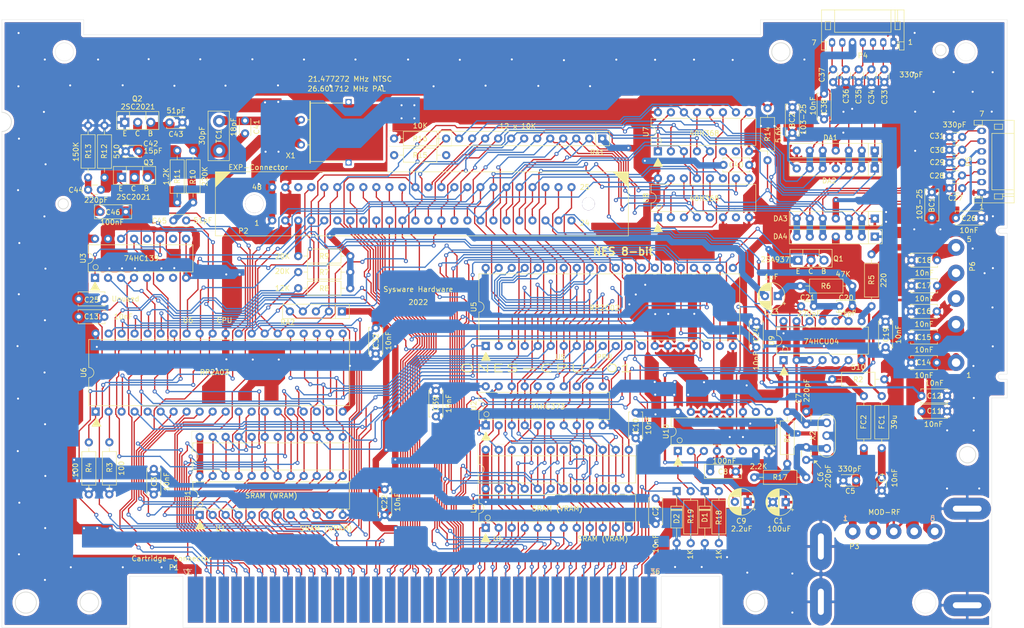
<source format=kicad_pcb>
(kicad_pcb (version 20211014) (generator pcbnew)
  (layers (0 "F.Cu" signal) (31 "B.Cu" signal) (34 "B.Paste" user) (35 "F.Paste" user) (36 "B.SilkS" user "B.Silkscreen") (37 "F.SilkS" user "F.Silkscreen") (38 "B.Mask" user) (39 "F.Mask" user) (44 "Edge.Cuts" user))
  (net 0 "")
  (net 1 "/GND")
  (net 2 "/M2")
  (net 3 "/VCC")
  (net 4 "Net-(U3-Pad7)")
  (net 5 "Net-(U3-Pad6)")
  (net 6 "Net-(U3-Pad12)")
  (net 7 "Net-(U3-Pad10)")
  (net 8 "/ALE")
  (net 9 "/PPU-CLK")
  (net 10 "/VIDEO")
  (net 11 "Net-(C6-Pad2)")
  (net 12 "Net-(C7-Pad2)")
  (net 13 "Net-(C17-Pad2)")
  (net 14 "Net-(C9-Pad2)")
  (net 15 "Net-(C11-Pad2)")
  (net 16 "Net-(C18-Pad2)")
  (net 17 "/EXP-AUDIO-OUT")
  (net 18 "Net-(C20-Pad1)")
  (net 19 "Net-(C23-Pad2)")
  (net 20 "/4017-D0")
  (net 21 "/4017-D3")
  (net 22 "/4017-D4")
  (net 23 "/~{OE1}")
  (net 24 "/4016-D0")
  (net 25 "/4016-D3")
  (net 26 "/4016-D4")
  (net 27 "Net-(C41-Pad2)")
  (net 28 "Net-(C41-Pad1)")
  (net 29 "Net-(C42-Pad2)")
  (net 30 "/CPU-CLK")
  (net 31 "/SYSTEM-CLK")
  (net 32 "/CIC-TO-MB")
  (net 33 "/CIC-TO-CART")
  (net 34 "Net-(R1-Pad1)")
  (net 35 "/EXP-VIDEO")
  (net 36 "/SOUND-2")
  (net 37 "/SOUND-1")
  (net 38 "Net-(R5-Pad1)")
  (net 39 "/EXP-AUDIO-IN")
  (net 40 "/~{NMI}")
  (net 41 "Net-(R18-Pad2)")
  (net 42 "Net-(R19-Pad2)")
  (net 43 "/4016-D2")
  (net 44 "/4016-D1")
  (net 45 "/~{IRQ}")
  (net 46 "/4017-D2")
  (net 47 "/4017-D1")
  (net 48 "/PPU-A13")
  (net 49 "/CPU-A8")
  (net 50 "/CPU-D2")
  (net 51 "/CPU-A9")
  (net 52 "/CPU-D1")
  (net 53 "/CPU-R~{W}")
  (net 54 "/CPU-D0")
  (net 55 "/CPU-A0")
  (net 56 "/CPU-A10")
  (net 57 "/CPU-A1")
  (net 58 "/WRAM-~{CE}")
  (net 59 "/CPU-A2")
  (net 60 "/CPU-D7")
  (net 61 "/CPU-A3")
  (net 62 "/CPU-D6")
  (net 63 "/CPU-A4")
  (net 64 "/CPU-D5")
  (net 65 "/CPU-A5")
  (net 66 "/CPU-D4")
  (net 67 "/CPU-A6")
  (net 68 "/CPU-D3")
  (net 69 "/CPU-A7")
  (net 70 "/PPU-A1")
  (net 71 "/PPU-A0")
  (net 72 "/PPU-D0")
  (net 73 "/PPU-A7")
  (net 74 "/PPU-D2")
  (net 75 "/PPU-D7")
  (net 76 "/PPU-A2")
  (net 77 "/PPU-D5")
  (net 78 "/PPU-A4")
  (net 79 "/PPU-A5")
  (net 80 "/PPU-D4")
  (net 81 "/PPU-A3")
  (net 82 "/PPU-D6")
  (net 83 "/PPU-D3")
  (net 84 "/PPU-A6")
  (net 85 "/PPU-D1")
  (net 86 "/CPU-A15")
  (net 87 "/PPU-~{CE}")
  (net 88 "Net-(U3-Pad1)")
  (net 89 "/CPU-A14")
  (net 90 "/CPU-A13")
  (net 91 "/~{ROMSEL}")
  (net 92 "/PPU-A8")
  (net 93 "/PPU-A9")
  (net 94 "/PPU-~{WE}")
  (net 95 "/PPU-~{RD}")
  (net 96 "/VRAM-A10")
  (net 97 "/VRAM-~{CE}")
  (net 98 "/PPU-A10")
  (net 99 "/PPU-A11")
  (net 100 "/PPU-A12")
  (net 101 "/~{RST}")
  (net 102 "Net-(Q1-Pad3)")
  (net 103 "/OUT-1")
  (net 104 "/OUT-2")
  (net 105 "/CPU-A12")
  (net 106 "/CPU-A11")
  (net 107 "Net-(U7-Pad7)")
  (net 108 "Net-(U8-Pad7)")
  (net 109 "/PPU-~{A13}")
  (net 110 "Net-(U10-Pad6)")
  (net 111 "/CIC-CLK")
  (net 112 "Net-(U10-Pad5)")
  (net 113 "/CIC-RST")
  (net 114 "/+9V")
  (net 115 "/AUDIO")
  (net 116 "/EXP-0")
  (net 117 "/EXP-1")
  (net 118 "/EXP-2")
  (net 119 "/EXP-3")
  (net 120 "/EXP-4")
  (net 121 "/EXP-9")
  (net 122 "/EXP-7")
  (net 123 "/EXP-6")
  (net 124 "/EXP-5")
  (net 125 "/EXP-8")
  (net 126 "Net-(P2-Pad46)")
  (net 127 "/~{OE2}")
  (net 128 "/OUT-0")
  (net 129 "Net-(P2-Pad9)")
  (footprint "Capacitor_THT:C_Disc_D6.0mm_W2.5mm_P5.00mm" (layer "F.Cu") (at 181.549 -85 -90)
    (fp_text reference "BC1")
    (fp_text value "103-25")
  )
  (footprint "Capacitor_THT:C_Disc_D6.0mm_W2.5mm_P5.00mm" (layer "F.Cu") (at 154.324 -101.575 -90)
    (fp_text reference "BC2")
    (fp_text value "103-25")
  )
  (footprint "Capacitor_THT:CP_Radial_D5.0mm_P2.50mm" (layer "F.Cu") (at 153.024 -24.475 180)
    (fp_text reference "C1")
    (fp_text value "100uF")
  )
  (footprint "Capacitor_THT:C_Disc_D5.0mm_W2.5mm_P5.00mm" (layer "F.Cu") (at 127.624 -20.225 90)
    (fp_text reference "C2")
    (fp_text value "10nF")
  )
  (footprint "Capacitor_THT:C_Disc_D5.0mm_W2.5mm_P5.00mm" (layer "F.Cu") (at 29.6539 -25.9719 90)
    (fp_text reference "C3")
    (fp_text value "10nF")
  )
  (footprint "Capacitor_THT:C_Disc_D3.0mm_W1.6mm_P2.50mm" (layer "F.Cu") (at 171.774 -26.725 90)
    (fp_text reference "C4")
    (fp_text value "10nF")
  )
  (footprint "Capacitor_THT:C_Disc_D3.0mm_W2.0mm_P2.50mm" (layer "F.Cu") (at 166.774 -28.725 180)
    (fp_text reference "C5")
    (fp_text value "330pF")
  )
  (footprint "Capacitor_THT:C_Disc_D3.0mm_W1.6mm_P2.50mm" (layer "F.Cu") (at 157.024 -32.725 90)
    (fp_text reference "C6")
    (fp_text value "220pF")
  )
  (footprint "Capacitor_THT:C_Disc_D3.0mm_W1.6mm_P2.50mm" (layer "F.Cu") (at 157.024 -42.175 -90)
    (fp_text reference "C7")
    (fp_text value "220pF")
  )
  (footprint "Capacitor_THT:C_Disc_D7.0mm_W2.5mm_P5.00mm" (layer "F.Cu") (at 143.274 -30.475 180)
    (fp_text reference "C8")
    (fp_text value "100nF")
  )
  (footprint "Capacitor_THT:CP_Radial_D5.0mm_P2.50mm" (layer "F.Cu") (at 145.599 -24.55 180)
    (fp_text reference "C9")
    (fp_text value "2.2uF")
  )
  (footprint "Capacitor_THT:C_Disc_D5.0mm_W2.5mm_P5.00mm" (layer "F.Cu") (at 123.724 -36.975 90)
    (fp_text reference "C10")
    (fp_text value "10nF")
  )
  (footprint "Capacitor_THT:C_Disc_D5.0mm_W2.5mm_P5.00mm" (layer "F.Cu") (at 184.524 -42.225 180)
    (fp_text reference "C11")
    (fp_text value "10nF")
  )
  (footprint "Capacitor_THT:C_Disc_D5.0mm_W2.5mm_P5.00mm" (layer "F.Cu") (at 184.524 -45.225 180)
    (fp_text reference "C12")
    (fp_text value "10nF")
  )
  (footprint "Capacitor_THT:C_Disc_D5.0mm_W2.5mm_P5.00mm" (layer "F.Cu") (at 20.0019 -60.681 180)
    (fp_text reference "C13")
    (fp_text value "10nF")
  )
  (footprint "Capacitor_THT:C_Disc_D5.0mm_W2.5mm_P5.00mm" (layer "F.Cu") (at 177.524 -51.725)
    (fp_text reference "C14")
    (fp_text value "10nF")
  )
  (footprint "Capacitor_THT:C_Disc_D5.0mm_W2.5mm_P5.00mm" (layer "F.Cu") (at 177.524 -56.725)
    (fp_text reference "C15")
    (fp_text value "10nF")
  )
  (footprint "Capacitor_THT:C_Disc_D5.0mm_W2.5mm_P5.00mm" (layer "F.Cu") (at 177.524 -61.725)
    (fp_text reference "C16")
    (fp_text value "10nF")
  )
  (footprint "Capacitor_THT:C_Disc_D5.0mm_W2.5mm_P5.00mm" (layer "F.Cu") (at 177.574 -66.725)
    (fp_text reference "C17")
    (fp_text value "10nF")
  )
  (footprint "Capacitor_THT:C_Disc_D5.0mm_W2.5mm_P5.00mm" (layer "F.Cu") (at 177.574 -71.725)
    (fp_text reference "C18")
    (fp_text value "10nF")
  )
  (footprint "Capacitor_THT:C_Disc_D5.0mm_W2.5mm_P5.00mm" (layer "F.Cu") (at 172.524 -54.725 90)
    (fp_text reference "C19")
    (fp_text value "10nF")
  )
  (footprint "Capacitor_THT:C_Disc_D3.4mm_W2.1mm_P2.50mm" (layer "F.Cu") (at 163.524 -62.725)
    (fp_text reference "C20")
    (fp_text value "51pF")
  )
  (footprint "Capacitor_THT:C_Disc_D3.0mm_W1.6mm_P2.50mm" (layer "F.Cu") (at 156.024 -62.725)
    (fp_text reference "C21")
    (fp_text value "220pF")
  )
  (footprint "Capacitor_THT:C_Disc_D5.0mm_W2.5mm_P5.00mm" (layer "F.Cu") (at 74.724 -21.975 90)
    (fp_text reference "C22")
    (fp_text value "10nF")
  )
  (footprint "Capacitor_THT:CP_Radial_D5.0mm_P2.50mm" (layer "F.Cu") (at 151.474 -64.725 180)
    (fp_text reference "C23")
    (fp_text value "1uF")
  )
  (footprint "Capacitor_THT:C_Disc_D5.0mm_W2.5mm_P5.00mm" (layer "F.Cu") (at 147.274 -54.725 90)
    (fp_text reference "C24")
    (fp_text value "10nF")
  )
  (footprint "Capacitor_THT:C_Disc_D5.0mm_W2.5mm_P5.00mm" (layer "F.Cu") (at 20.0019 -64.1735 180)
    (fp_text reference "C25")
    (fp_text value "(Unused)")
  )
  (footprint "Capacitor_THT:C_Disc_D5.0mm_W2.5mm_P5.00mm" (layer "F.Cu") (at 191.249 -79.95 180)
    (fp_text reference "C26")
    (fp_text value "10nF")
  )
  (footprint "Capacitor_THT:C_Disc_D3.0mm_W1.6mm_P2.50mm" (layer "F.Cu") (at 187.4768 -85.77366 180)
    (fp_text reference "C27")
    (fp_text value "330pF")
  )
  (footprint "Capacitor_THT:C_Disc_D3.0mm_W1.6mm_P2.50mm" (layer "F.Cu") (at 187.44886 -88.27556 180)
    (fp_text reference "C28")
    (fp_text value "330pF")
  )
  (footprint "Capacitor_THT:C_Disc_D3.0mm_W1.6mm_P2.50mm" (layer "F.Cu") (at 187.47172 -90.77492 180)
    (fp_text reference "C29")
    (fp_text value "330pF")
  )
  (footprint "Capacitor_THT:C_Disc_D3.0mm_W1.6mm_P2.50mm" (layer "F.Cu") (at 187.47172 -93.27682 180)
    (fp_text reference "C30")
    (fp_text value "330pF")
  )
  (footprint "Capacitor_THT:C_Disc_D3.0mm_W1.6mm_P2.50mm" (layer "F.Cu") (at 187.47236 -95.77364 180)
    (fp_text reference "C31")
    (fp_text value "330pF")
  )
  (footprint "Capacitor_THT:C_Disc_D5.0mm_W2.5mm_P5.00mm" (layer "F.Cu") (at 72.974 -53.475 90)
    (fp_text reference "C32")
    (fp_text value "10nF")
  )
  (footprint "Capacitor_THT:C_Disc_D3.0mm_W1.6mm_P2.50mm" (layer "F.Cu") (at 172.274 -108.975 -90)
    (fp_text reference "C33")
    (fp_text value "330pF")
  )
  (footprint "Capacitor_THT:C_Disc_D3.0mm_W1.6mm_P2.50mm" (layer "F.Cu") (at 169.774 -108.975 -90)
    (fp_text reference "C34")
    (fp_text value "330pF")
  )
  (footprint "Capacitor_THT:C_Disc_D3.0mm_W1.6mm_P2.50mm" (layer "F.Cu") (at 167.274 -108.975 -90)
    (fp_text reference "C35")
    (fp_text value "330pF")
  )
  (footprint "Capacitor_THT:C_Disc_D3.0mm_W1.6mm_P2.50mm" (layer "F.Cu") (at 164.774 -108.975 -90)
    (fp_text reference "C36")
    (fp_text value "330pF")
  )
  (footprint "Capacitor_THT:C_Disc_D3.0mm_W1.6mm_P2.50mm" (layer "F.Cu") (at 162.274 -108.975 -90)
    (fp_text reference "C37")
    (fp_text value "330pF")
  )
  (footprint "Capacitor_THT:C_Disc_D5.0mm_W2.5mm_P5.00mm" (layer "F.Cu") (at 160.524 -99.225 90)
    (fp_text reference "C38")
    (fp_text value "10nF")
  )
  (footprint "Capacitor_THT:C_Disc_D5.0mm_W2.5mm_P5.00mm" (layer "F.Cu") (at 84.724 -41.225 90)
    (fp_text reference "C39")
    (fp_text value "10nF")
  )
  (footprint "Capacitor_THT:C_Disc_D5.0mm_W2.5mm_P5.00mm" (layer "F.Cu") (at 145.874 -90.325 180)
    (fp_text reference "C40")
    (fp_text value "10nF")
  )
  (footprint "Capacitor_THT:C_Disc_D3.0mm_W2.0mm_P2.50mm" (layer "F.Cu") (at 47.474 -98.975 -90)
    (fp_text reference "C41")
    (fp_text value "18pF")
  )
  (footprint "Capacitor_THT:C_Disc_D3.4mm_W2.1mm_P2.50mm" (layer "F.Cu") (at 24.174 -92.975)
    (fp_text reference "C42")
    (fp_text value "15pF")
  )
  (footprint "Capacitor_THT:C_Disc_D3.4mm_W2.1mm_P2.50mm" (layer "F.Cu") (at 35.224 -98.625 180)
    (fp_text reference "C43")
    (fp_text value "51pF")
  )
  (footprint "Capacitor_THT:C_Disc_D3.0mm_W1.6mm_P2.50mm" (layer "F.Cu") (at 19.324 -85.475 180)
    (fp_text reference "C44")
    (fp_text value "220pF")
  )
  (footprint "Capacitor_THT:C_Disc_D3.4mm_W2.1mm_P2.50mm" (layer "F.Cu") (at 33.474 -79.477)
    (fp_text reference "C45")
    (fp_text value "51pF")
  )
  (footprint "Capacitor_THT:C_Disc_D7.0mm_W2.5mm_P5.00mm" (layer "F.Cu") (at 24.1929 -81.1788 180)
    (fp_text reference "C46")
    (fp_text value "100nF")
  )
  (footprint "Diode_THT:D_DO-35_SOD27_P10.16mm_Horizontal" (layer "F.Cu") (at 137.224 -26.65 -90)
    (fp_text reference "D1")
    (fp_text value "?")
  )
  (footprint "Diode_THT:D_DO-35_SOD27_P10.16mm_Horizontal" (layer "F.Cu") (at 131.724 -26.65 -90)
    (fp_text reference "D2")
    (fp_text value "?")
  )
  (footprint "Resistor_THT:R_Array_SIP7" (layer "F.Cu") (at 170.414 -93.125 180)
    (fp_text reference "DA1")
    (fp_text value "DAN601")
  )
  (footprint "Resistor_THT:R_Array_SIP7" (layer "F.Cu") (at 170.414 -89.625 180)
    (fp_text reference "DA2")
    (fp_text value "UPA64H")
  )
  (footprint "Resistor_THT:R_Array_SIP7" (layer "F.Cu") (at 170.424 -79.85 180)
    (fp_text reference "DA3")
    (fp_text value "DAN601")
  )
  (footprint "Resistor_THT:R_Array_SIP7" (layer "F.Cu") (at 170.424 -76.325 180)
    (fp_text reference "DA4")
    (fp_text value "UPA64H")
  )
  (footprint "Resistor_THT:R_Axial_DIN0207_L6.3mm_D2.5mm_P10.16mm_Horizontal" (layer "F.Cu") (at 171.774 -45.185 -90)
    (fp_text reference "FC1")
    (fp_text value "39u")
  )
  (footprint "Resistor_THT:R_Axial_DIN0207_L6.3mm_D2.5mm_P10.16mm_Horizontal" (layer "F.Cu") (at 168.274 -45.185 -90)
    (fp_text reference "FC2")
    (fp_text value "Ferrite_Coil")
  )
  (footprint "NESRE:Mod_RF" (layer "F.Cu") (at 166.12 -20.931)
    (fp_text reference "P3")
    (fp_text value "MOD RF")
  )
  (footprint "Package_TO_SOT_THT:TO-126-3_Vertical" (layer "F.Cu") (at 155.424 -71.725)
    (fp_text reference "Q1")
    (fp_text value "2SA937")
  )
  (footprint "Package_TO_SOT_THT:TO-126-3_Vertical" (layer "F.Cu") (at 23.974 -98.625)
    (fp_text reference "Q2")
    (fp_text value "2SC2021")
  )
  (footprint "Package_TO_SOT_THT:TO-126-3_Vertical" (layer "F.Cu") (at 23.349 -87.9)
    (fp_text reference "Q3")
    (fp_text value "2SC2021")
  )
  (footprint "Resistor_THT:R_Axial_DIN0207_L6.3mm_D2.5mm_P10.16mm_Horizontal" (layer "F.Cu") (at 153.324 -31.975 90)
    (fp_text reference "R1")
    (fp_text value "1M")
  )
  (footprint "Resistor_THT:R_Axial_DIN0207_L6.3mm_D2.5mm_P10.16mm_Horizontal" (layer "F.Cu") (at 172.274 -48.475 180)
    (fp_text reference "R2")
    (fp_text value "510")
  )
  (footprint "Resistor_THT:R_Axial_DIN0207_L6.3mm_D2.5mm_P10.16mm_Horizontal" (layer "F.Cu") (at 20.974 -26.015 90)
    (fp_text reference "R3")
    (fp_text value "100")
  )
  (footprint "Resistor_THT:R_Axial_DIN0207_L6.3mm_D2.5mm_P10.16mm_Horizontal" (layer "F.Cu") (at 16.9666 -26 90)
    (fp_text reference "R4")
    (fp_text value "100")
  )
  (footprint "Resistor_THT:R_Axial_DIN0207_L6.3mm_D2.5mm_P10.16mm_Horizontal" (layer "F.Cu") (at 169.774 -62.725 90)
    (fp_text reference "R5")
    (fp_text value "220")
  )
  (footprint "Resistor_THT:R_Axial_DIN0207_L6.3mm_D2.5mm_P10.16mm_Horizontal" (layer "F.Cu") (at 155.864 -66.675)
    (fp_text reference "R6")
    (fp_text value "47K")
  )
  (footprint "Resistor_THT:R_Axial_DIN0207_L6.3mm_D2.5mm_P10.16mm_Horizontal" (layer "F.Cu") (at 57.849 -69.4)
    (fp_text reference "R7")
    (fp_text value "20K")
  )
  (footprint "Resistor_THT:R_Axial_DIN0207_L6.3mm_D2.5mm_P10.16mm_Horizontal" (layer "F.Cu") (at 57.849 -66.25)
    (fp_text reference "R8")
    (fp_text value "12K")
  )
  (footprint "Resistor_THT:R_Axial_DIN0207_L6.3mm_D2.5mm_P10.16mm_Horizontal" (layer "F.Cu") (at 57.849 -72.525)
    (fp_text reference "R9")
    (fp_text value "20K")
  )
  (footprint "Resistor_THT:R_Axial_DIN0207_L6.3mm_D2.5mm_P10.16mm_Horizontal" (layer "F.Cu") (at 37.324 -93.15 -90)
    (fp_text reference "R10")
    (fp_text value "220K")
  )
  (footprint "Resistor_THT:R_Axial_DIN0207_L6.3mm_D2.5mm_P10.16mm_Horizontal" (layer "F.Cu") (at 34.224 -82.975 90)
    (fp_text reference "R11")
    (fp_text value "1.2K")
  )
  (footprint "Resistor_THT:R_Axial_DIN0207_L6.3mm_D2.5mm_P10.16mm_Horizontal" (layer "F.Cu") (at 20.024 -87.865 90)
    (fp_text reference "R12")
    (fp_text value "510")
  )
  (footprint "Resistor_THT:R_Axial_DIN0207_L6.3mm_D2.5mm_P10.16mm_Horizontal" (layer "F.Cu") (at 16.824 -87.875 90)
    (fp_text reference "R13")
    (fp_text value "150K")
  )
  (footprint "Resistor_THT:R_Axial_DIN0207_L6.3mm_D2.5mm_P10.16mm_Horizontal" (layer "F.Cu") (at 149.474 -101.4 -90)
    (fp_text reference "R14")
    (fp_text value "5.6K")
  )
  (footprint "NESRE:R_Axial_DIN0207_L6.3mm_D2.5mm_P10.16mm_Horizontal_OverLapping" (layer "F.Cu") (at 76.56516 -95.479)
    (fp_text reference "R16")
    (fp_text value "10K")
  )
  (footprint "Resistor_THT:R_Axial_DIN0207_L6.3mm_D2.5mm_P10.16mm_Horizontal" (layer "F.Cu") (at 146.864 -29.325)
    (fp_text reference "R17")
    (fp_text value "2.2K")
  )
  (footprint "Resistor_THT:R_Axial_DIN0207_L6.3mm_D2.5mm_P10.16mm_Horizontal" (layer "F.Cu") (at 139.974 -16.475 90)
    (fp_text reference "R18")
    (fp_text value "1K")
  )
  (footprint "Resistor_THT:R_Axial_DIN0207_L6.3mm_D2.5mm_P10.16mm_Horizontal" (layer "F.Cu") (at 134.474 -16.475 90)
    (fp_text reference "R19")
    (fp_text value "1K")
  )
  (footprint "Resistor_THT:R_Array_SIP13" (layer "F.Cu") (at 117.204 -95.475 180)
    (fp_text reference "RA1")
    (fp_text value "12 x 10K")
  )
  (footprint "Resistor_THT:R_Array_SIP5" (layer "F.Cu") (at 66.384 -61.725 180)
    (fp_text reference "RA2")
    (fp_text value "4 x 6.8K")
  )
  (footprint "NESRE:TrimmerCap-THT" (layer "F.Cu") (at 40.424 -93.125 90)
    (fp_text reference "TC1")
    (fp_text value "30pF")
  )
  (footprint "Package_DIP:DIP-20_W7.62mm" (layer "F.Cu") (at 94.45 -39.472 90)
    (fp_text reference "U2")
    (fp_text value "74HC373")
  )
  (footprint "Package_DIP:DIP-16_W7.62mm" (layer "F.Cu") (at 18.174 -68.275 90)
    (fp_text reference "U3")
    (fp_text value "74HC139")
  )
  (footprint "Package_DIP:DIP-40_W15.24mm" (layer "F.Cu") (at 94.45 -54.975 90)
    (fp_text reference "U5")
    (fp_text value "RP2C02 PPU")
  )
  (footprint "Package_DIP:DIP-40_W15.24mm" (layer "F.Cu") (at 18.28 -42.16 90)
    (fp_text reference "U6")
    (fp_text value "RP2A03 CPU")
  )
  (footprint "Package_DIP:DIP-16_W7.62mm" (layer "F.Cu") (at 128.074 -92.975 90)
    (fp_text reference "U7")
    (fp_text value "40H368 (CI)")
  )
  (footprint "Package_DIP:DIP-16_W7.62mm" (layer "F.Cu") (at 128.074 -80.075 90)
    (fp_text reference "U8")
    (fp_text value "40H368 (CII)")
  )
  (footprint "Package_DIP:DIP-14_W7.62mm" (layer "F.Cu") (at 152.599 -52.2 90)
    (fp_text reference "U9")
    (fp_text value "74LS04")
  )
  (footprint "Package_DIP:DIP-16_W7.62mm" (layer "F.Cu") (at 131.974 -34.475 90)
    (fp_text reference "U10")
    (fp_text value "CIC")
  )
  (footprint "Crystal:Crystal_HC49-U_Horizontal_1EP_style2" (layer "F.Cu") (at 58.424 -94.25 90)
    (fp_text reference "X1")
    (fp_text value "21.477272 MHz")
  )
  (footprint "Connector_JST:JST_PH_S7B-PH-K_1x07_P2.00mm_Horizontal" (layer "F.Cu") (at 174.074 -114.225 180)
    (fp_text reference "P4")
    (fp_text value "Controller Input")
  )
  (footprint "Connector_JST:JST_PH_S7B-PH-K_1x07_P2.00mm_Horizontal" (layer "F.Cu") (at 191.274 -84.975 90)
    (fp_text reference "P5")
    (fp_text value "Controller Input")
  )
  (footprint "Package_DIP:DIP-24_W7.62mm" (layer "F.Cu") (at 38.6 -21.975 90)
    (fp_text reference "U1")
    (fp_text value "6116 (WRAM)")
  )
  (footprint "Package_DIP:DIP-24_W7.62mm" (layer "F.Cu") (at 94.45 -19.475 90)
    (fp_text reference "U4")
    (fp_text value "6116 (VRAM)")
  )
  (footprint "NESRE:PowerReset-switch-In" (layer "F.Cu") (at 186.274 -74.225 -90)
    (fp_text reference "P6")
    (fp_text value "PWR/RST IN")
  )
  (footprint "NESRE:NES_Edge_Connector" (layer "F.Cu") (at 20.049 -11.7)
    (fp_text reference "P1")
    (fp_text value "72-Pin Connector")
  )
  (footprint "NESRE:EXP_Header" (layer "F.Cu") (at 52.782 -85.975)
    (fp_text reference "P2")
    (fp_text value "EXP-Connector")
  )
  (footprint "NESRE:DIP-24_W7.62mmSingleRow" (layer "F.Cu") (at 94.45 -27.075 90)
    (fp_text reference " ")
    (fp_text value " ")
  )
  (footprint "NESRE:DIP-24_W7.62mmSingleRow" (layer "F.Cu") (at 38.6 -29.6 90)
    (fp_text reference " ")
    (fp_text value " ")
  )
  (footprint "Resistor_THT:R_Axial_DIN0207_L6.3mm_D2.5mm_P10.16mm_Horizontal" (layer "F.Cu") (at 76.574 -92.225)
    (fp_text reference "R15")
    (fp_text value "R15")
  )
  (footprint "Crystal:Resonator_muRata_CSTLSxxxG-3Pin_W8.0mm_H3.0mm" (layer "F.Cu") (at 161.024 -34.975 90)
    (fp_text reference "X2")
    (fp_text value "4MHz")
  )
  (gr_line (start 158.574 -32.075) (end 158.724 -32.175) (layer "F.SilkS") (width 0.12))
  (gr_poly (pts (xy 18.449 -40.925) (xy 19.374 -39.275) (xy 17.574 -39.275)) (layer "F.SilkS") (width 0.1) (fill solid))
  (gr_poly (pts (xy 38.699 -20.875) (xy 39.624 -19.225) (xy 37.824 -19.225)) (layer "F.SilkS") (width 0.1) (fill solid))
  (gr_poly (pts (xy 94.424 -18.375) (xy 95.349 -16.725) (xy 93.549 -16.725)) (layer "F.SilkS") (width 0.1) (fill solid))
  (gr_poly (pts (xy 131.999 -33.3) (xy 132.924 -31.65) (xy 131.124 -31.65)) (layer "F.SilkS") (width 0.1) (fill solid))
  (gr_poly (pts (xy 94.474 -38.2) (xy 95.399 -36.55) (xy 93.599 -36.55)) (layer "F.SilkS") (width 0.1) (fill solid))
  (gr_poly (pts (xy 152.674 -50.925) (xy 153.599 -49.275) (xy 151.799 -49.275)) (layer "F.SilkS") (width 0.1) (fill solid))
  (gr_poly (pts (xy 128.074 -78.925) (xy 128.999 -77.275) (xy 127.199 -77.275)) (layer "F.SilkS") (width 0.1) (fill solid))
  (gr_poly (pts (xy 128.074 -91.675) (xy 128.999 -90.025) (xy 127.199 -90.025)) (layer "F.SilkS") (width 0.1) (fill solid))
  (gr_poly (pts (xy 94.474 -53.775) (xy 95.399 -52.125) (xy 93.599 -52.125)) (layer "F.SilkS") (width 0.1) (fill solid))
  (gr_poly (pts (xy 18.174 -67.5) (xy 19.099 -65.85) (xy 17.299 -65.85)) (layer "F.SilkS") (width 0.1) (fill solid))
  (gr_circle (center 18.299 -70.375) (end 18.799 -70.375) (layer "F.SilkS") (width 0.12) (fill none))
  (gr_circle (center 128.299 -82.175) (end 128.799 -82.175) (layer "F.SilkS") (width 0.12) (fill none))
  (gr_circle (center 128.249 -95.075) (end 128.749 -95.075) (layer "F.SilkS") (width 0.12) (fill none))
  (gr_circle (center 152.924 -54.275) (end 153.424 -54.275) (layer "F.SilkS") (width 0.12) (fill none))
  (gr_line (start 158.649 -32.225) (end 158.774 -32.3) (layer "F.SilkS") (width 0.12))
  (gr_line (start 158.599 -32.6) (end 158.574 -32.1) (layer "F.SilkS") (width 0.12))
  (gr_line (start 159.899 -31.125) (end 158.599 -32.6) (layer "F.SilkS") (width 0.12))
  (gr_line (start 44.399 -91.15) (end 44.399 -100.825) (layer "F.SilkS") (width 0.12))
  (gr_line (start 158.899 -32.4) (end 158.999 -32.45) (layer "F.SilkS") (width 0.12))
  (gr_line (start 40.249 -100.825) (end 40.249 -91.15) (layer "F.SilkS") (width 0.12))
  (gr_line (start 158.999 -32.45) (end 158.899 -32.5) (layer "F.SilkS") (width 0.12))
  (gr_line (start 159.199 -32.5) (end 158.724 -32.175) (layer "F.SilkS") (width 0.12))
  (gr_circle (center 94.599 -41.65) (end 95.099 -41.65) (layer "F.SilkS") (width 0.12) (fill none))
  (gr_line (start 158.599 -32.6) (end 159.199 -32.5) (layer "F.SilkS") (width 0.12))
  (gr_circle (center 94.849 -21.45) (end 95.349 -21.45) (layer "F.SilkS") (width 0.12) (fill none))
  (gr_circle (center 132.324 -36.55) (end 132.824 -36.55) (layer "F.SilkS") (width 0.12) (fill none))
  (gr_circle (center 38.699 -24.025) (end 39.199 -24.025) (layer "F.SilkS") (width 0.12) (fill none))
  (gr_line (start 158.899 -32.5) (end 158.649 -32.425) (layer "F.SilkS") (width 0.12))
  (gr_line (start 158.749 -32.525) (end 158.899 -32.4) (layer "F.SilkS") (width 0.12))
  (gr_line (start 158.774 -32.3) (end 158.724 -32.375) (layer "F.SilkS") (width 0.12))
  (gr_line (start 40.249 -91.15) (end 44.399 -91.15) (layer "F.SilkS") (width 0.12))
  (gr_line (start 158.649 -32.425) (end 158.649 -32.225) (layer "F.SilkS") (width 0.12))
  (gr_line (start 44.424 -100.825) (end 40.249 -100.825) (layer "F.SilkS") (width 0.12))
  (gr_line (start -0.001 0) (end 24.949 0) (layer "Edge.Cuts") (width 0.05))
  (gr_line (start 24.949 0) (end 24.949 -10) (layer "Edge.Cuts") (width 0.05))
  (gr_line (start 24.949 -10) (end 35.349 -10) (layer "Edge.Cuts") (width 0.05))
  (gr_line (start 35.349 0) (end 35.349 -10) (layer "Edge.Cuts") (width 0.05))
  (gr_line (start 35.349 0) (end 128.749 0) (layer "Edge.Cuts") (width 0.05))
  (gr_line (start 128.749 0) (end 128.749 -10) (layer "Edge.Cuts") (width 0.05))
  (gr_line (start 128.749 -10) (end 140.174 -10) (layer "Edge.Cuts") (width 0.05))
  (gr_line (start 140.174 0) (end 140.174 -10) (layer "Edge.Cuts") (width 0.05))
  (gr_line (start 140.174 0) (end 193.249 0) (layer "Edge.Cuts") (width 0.05))
  (gr_line (start 193.249 0) (end 193.249 -44.825) (layer "Edge.Cuts") (width 0.05))
  (gr_line (start 193.249 -44.825) (end 196.249 -44.825) (layer "Edge.Cuts") (width 0.05))
  (gr_line (start 15.949 -118.7) (end 15.949 -115.75) (layer "Edge.Cuts") (width 0.05))
  (gr_line (start 148.099 -118.7) (end 148.099 -115.75) (layer "Edge.Cuts") (width 0.05))
  (gr_line (start -0.001 -96.85) (end -0.001 0) (layer "Edge.Cuts") (width 0.05))
  (gr_line (start -0.001002 -100.599833) (end -0.001 -118.7) (layer "Edge.Cuts") (width 0.05))
  (gr_line (start 196.251296 -48.475516) (end 196.249 -44.825) (layer "Edge.Cuts") (width 0.05))
  (gr_line (start 196.249023 -76.975624) (end 196.249 -49.475) (layer "Edge.Cuts") (width 0.05))
  (gr_line (start 196.249 -77.975) (end 196.249 -118.7) (layer "Edge.Cuts") (width 0.05))
  (gr_circle (center 4.672 -4.876) (end 6.732 -4.876) (layer "Edge.Cuts") (width 0.12) (fill none))
  (gr_circle (center 183.274 -112.725) (end 184.334 -112.725) (layer "Edge.Cuts") (width 0.12) (fill none))
  (gr_arc (start 194.519456 -77.481001) (mid 194.66039 -77.82029) (end 194.995 -77.972) (layer "Edge.Cuts") (width 0.05))
  (gr_line (start 196.25 -77.972) (end 194.999 -77.972) (layer "Edge.Cuts") (width 0.05))
  (gr_circle (center 180.277 -4.876) (end 182.337 -4.876) (layer "Edge.Cuts") (width 0.05) (fill none))
  (gr_line (start 196.251 -49.475) (end 194.998 -49.475) (layer "Edge.Cuts") (width 0.05))
  (gr_line (start 15.949 -118.7) (end -0.001 -118.7) (layer "Edge.Cuts") (width 0.05))
  (gr_circle (center 49.29 -82.73) (end 51.04 -82.73) (layer "Edge.Cuts") (width 0.05) (fill none))
  (gr_arc (start 194.994479 -76.981625) (mid 194.657179 -77.136391) (end 194.519456 -77.481001) (layer "Edge.Cuts") (width 0.05))
  (gr_circle (center 152.073 -112.4) (end 153.848 -112.4) (layer "Edge.Cuts") (width 0.12) (fill none))
  (gr_line (start 148.099 -118.7) (end 196.249 -118.7) (layer "Edge.Cuts") (width 0.05))
  (gr_line (start 196.251 -48.475) (end 194.998 -48.475) (layer "Edge.Cuts") (width 0.05))
  (gr_arc (start 194.998 -48.475) (mid 194.659198 -48.629044) (end 194.520681 -48.974485) (layer "Edge.Cuts") (width 0.05))
  (gr_arc (start 1.849166 -98.725901) (mid 1.309069 -97.408246) (end -0.001 -96.85) (layer "Edge.Cuts") (width 0.12))
  (gr_circle (center 12.199 -112.4) (end 13.974 -112.4) (layer "Edge.Cuts") (width 0.05) (fill none))
  (gr_line (start 15.949 -115.75) (end 148.099 -115.75) (layer "Edge.Cuts") (width 0.05))
  (gr_circle (center 147.131 -4.914) (end 148.941 -4.914) (layer "Edge.Cuts") (width 0.12) (fill none))
  (gr_circle (center 17.071 -4.914) (end 18.881 -4.914) (layer "Edge.Cuts") (width 0.12) (fill none))
  (gr_arc (start -0.001002 -100.599833) (mid 1.308634 -100.041957) (end 1.849 -98.725) (layer "Edge.Cuts") (width 0.12))
  (gr_circle (center 188.224 -112.4) (end 189.999 -112.4) (layer "Edge.Cuts") (width 0.05) (fill none))
  (gr_circle (center 188.524 -33.75) (end 190.124195 -33.75) (layer "Edge.Cuts") (width 0.12) (fill none))
  (gr_arc (start 194.521 -48.972) (mid 194.657776 -49.317601) (end 194.994015 -49.476) (layer "Edge.Cuts") (width 0.05))
  (gr_circle (center 11.974 -82.725) (end 12.974 -82.725) (layer "Edge.Cuts") (width 0.12) (fill none))
  (gr_line (start 196.249 -76.98) (end 194.998 -76.981) (layer "Edge.Cuts") (width 0.05))
  (gr_text "72" (at 127.599 -10.9) (layer "B.SilkS") (effects (font (size 1 1)) (justify mirror)))
  (gr_text "37" (at 36.274 -10.8) (layer "B.SilkS") (effects (font (size 1 1)) (justify mirror)))
  (gr_text "1" (at 164.614 -21.405) (layer "B.SilkS") (effects (font (size 1 1)) (justify mirror)))
  (gr_text "5" (at 181.684 -21.315) (layer "B.SilkS") (effects (font (size 1 1)) (justify mirror)))
  (gr_text "40H368" (at 137.134 -83.795) (layer "F.SilkS") (effects (font (size 1 1))))
  (gr_text "1" (at 188.774 -49.275) (layer "F.SilkS") (effects (font (size 1 1))))
  (gr_text "RP2A03" (at 41.514 -49.825) (layer "F.SilkS") (effects (font (size 1 1))))
  (gr_text "U6      CPU" (at 40.149 -59.975) (layer "F.SilkS") (effects (font (size 1 1))))
  (gr_text "NES 8-bit" (at 121.274 -73.425) (layer "F.SilkS") (effects (font (size 1.5 1.5) (thickness 0.3))))
  (gr_text "EXP-Connector\n" (at 50.049 -89.85) (layer "F.SilkS") (effects (font (size 1 1))))
  (gr_text "74HC373" (at 106.544 -43.135) (layer "F.SilkS") (effects (font (size 1 1))))
  (gr_text "U5        PPU" (at 113.574 -52.8) (layer "F.SilkS") (effects (font (size 1 1))))
  (gr_text "Cartridge-Connector" (at 33.124 -13.475) (layer "F.SilkS") (effects (font (size 1 1))))
  (gr_text "MOD-RF" (at 172.284 -22.525) (layer "F.SilkS") (effects (font (size 1 1))))
  (gr_text "SRAM (VRAM)\n" (at 108.424 -23.225) (layer "F.SilkS") (effects (font (size 1 1))))
  (gr_text "Sysware Hardware" (at 81.28 -66.04) (layer "F.SilkS") (effects (font (size 1 1))))
  (gr_text "7" (at 191.299 -100.3) (layer "F.SilkS") (effects (font (size 1 1))))
  (gr_text "26.601712 MHz PAL" (at 67.314 -105.185) (layer "F.SilkS") (effects (font (size 1 1))))
  (gr_text "U4                   SRAM (VRAM)\n" (at 109.074 -17.35) (layer "F.SilkS") (effects (font (size 1 1))))
  (gr_text "1" (at 177.374 -114.3) (layer "F.SilkS") (effects (font (size 1 1))))
  (gr_text "40H368" (at 137.134 -96.495) (layer "F.SilkS") (effects (font (size 1 1))))
  (gr_text "E  C  B" (at 157.964 -69.555) (layer "F.SilkS") (effects (font (size 1 1))))
  (gr_text "2022" (at 81.28 -63.5) (layer "F.SilkS") (effects (font (size 1 1))))
  (gr_text "5" (at 181.724 -21.305) (layer "F.SilkS") (effects (font (size 1 1))))
  (gr_text "21.477272 MHz NTSC" (at 67.954 -107.095) (layer "F.SilkS") (effects (font (size 1 1))))
  (gr_text "E  C  B" (at 26.524 -96.45) (layer "F.SilkS") (effects (font (size 1 1))))
  (gr_text "E  C  B" (at 25.724 -85.725) (layer "F.SilkS") (effects (font (size 1 1))))
  (gr_text "SRAM (WRAM)" (at 52.599 -25.75) (layer "F.SilkS") (effects (font (size 1 1))))
  (gr_text "74HCU04" (at 159.994 -55.855) (layer "F.SilkS") (effects (font (size 1 1))))
  (gr_text "RP2C02" (at 117.654 -62.415) (layer "F.SilkS") (effects (font (size 1 1))))
  (gr_text "1" (at 164.714 -21.285) (layer "F.SilkS") (effects (font (size 1 1))))
  (gr_text "1" (at 191.299 -82.15) (layer "F.SilkS") (effects (font (size 1 1))))
  (gr_text "74HC139" (at 27.224 -72.075) (layer "F.SilkS") (effects (font (size 1 1))))
  (gr_text "36" (at 127.549 -10.95) (layer "F.SilkS") (effects (font (size 1 1))))
  (gr_text "ONES-CPU-01" (at 106.324 -50.625) (layer "F.SilkS") (effects (font (size 1.5 3) (thickness 0.2))))
  (gr_text "Unused" (at 24.124 -64.175) (layer "F.SilkS") (effects (font (size 1 1))))
  (gr_text "5" (at 188.849 -75.8) (layer "F.SilkS") (effects (font (size 1 1))))
  (gr_text "1" (at 36.324 -10.925) (layer "F.SilkS") (effects (font (size 1 1))))
  (gr_text "U1                   SRAM (WRAM)\n" (at 55.024 -19.35) (layer "F.SilkS") (effects (font (size 1 1))))
  (gr_text "7" (at 158.549 -114.2) (layer "F.SilkS") (effects (font (size 1 1))))
  (segment (start 152.199001 -54.500001) (end 152.174001 -54.500001) (width 0.25) (layer "F.Cu") (net 1))
  (segment (start 76.799 -24.05) (end 74.724 -21.975) (width 1.25) (layer "F.Cu") (net 1))
  (segment (start 67.949 -51.1) (end 68.348999 -50.700001) (width 1.25) (layer "F.Cu") (net 1))
  (segment (start 48.834 -29.595) (end 45.894 -26.655) (width 0.25) (layer "F.Cu") (net 1))
  (segment (start 38.734159 -26.089839) (end 38.33416 -25.68984) (width 0.25) (layer "F.Cu") (net 1))
  (segment (start 153.824 -61.85) (end 154.699 -62.725) (width 0.25) (layer "F.Cu") (net 1))
  (segment (start 152.174001 -54.500001) (end 150.574 -52.9) (width 0.25) (layer "F.Cu") (net 1))
  (segment (start 177.524 -56.725) (end 177.524 -51.725) (width 1.25) (layer "F.Cu") (net 1))
  (segment (start 48.974 -52.325) (end 49.972002 -52.325) (width 0.25) (layer "F.Cu") (net 1))
  (segment (start 152.099 -48.6) (end 152.099 -46.7) (width 0.25) (layer "F.Cu") (net 1))
  (segment (start 141.899001 -88.825001) (end 141.899001 -81.350001) (width 0.25) (layer "F.Cu") (net 1))
  (segment (start 151.199 -56.425) (end 151.199 -61.425) (width 0.25) (layer "F.Cu") (net 1))
  (segment (start 24.399 -77.775) (end 24.399 -73.575) (width 0.25) (layer "F.Cu") (net 1))
  (segment (start 34.724 -73.5) (end 34.349 -73.125) (width 0.25) (layer "F.Cu") (net 1))
  (segment (start 147.249 -45.425) (end 145.399 -47.275) (width 0.25) (layer "F.Cu") (net 1))
  (segment (start 68.348999 -50.700001) (end 68.348999 -43.814999) (width 1.25) (layer "F.Cu") (net 1))
  (segment (start 162.804 -73.905) (end 162.804 -76.325) (width 1.5) (layer "F.Cu") (net 1))
  (segment (start 141.573999 -81.024999) (end 140.774 -80.225) (width 0.25) (layer "F.Cu") (net 1))
  (segment (start 141.899001 -81.350001) (end 141.573999 -81.024999) (width 0.25) (layer "F.Cu") (net 1))
  (segment (start 27.208999 -78.162701) (end 27.208999 -74.065001) (width 0.25) (layer "F.Cu") (net 1))
  (segment (start 29.674 -77.3) (end 29.674 -73.35) (width 0.25) (layer "F.Cu") (net 1))
  (segment (start 162.799 -73.9) (end 162.804 -73.905) (width 1.5) (layer "F.Cu") (net 1))
  (segment (start 152.099 -46.7) (end 150.824 -45.425) (width 0.25) (layer "F.Cu") (net 1))
  (segment (start 29.674 -73.35) (end 29.274 -72.95) (width 0.25) (layer "F.Cu") (net 1))
  (segment (start 133.799 -68.25) (end 133.799 -72.425) (width 0.25) (layer "F.Cu") (net 1))
  (segment (start 131.349 -67.725) (end 131.349 -72.15) (width 0.25) (layer "F.Cu") (net 1))
  (segment (start 156.264001 -60.709999) (end 153.649 -63.325) (width 0.25) (layer "F.Cu") (net 1))
  (segment (start 32.099 -73.6) (end 32.499 -73.2) (width 0.25) (layer "F.Cu") (net 1))
  (segment (start 32.099 -77.125) (end 32.099 -73.6) (width 0.25) (layer "F.Cu") (net 1))
  (segment (start 152.599 -54.9) (end 153.824 -56.125) (width 0.25) (layer "F.Cu") (net 1))
  (segment (start 182.32266 -85.77366) (end 181.549 -85) (width 1.5) (layer "F.Cu") (net 1))
  (segment (start 160.499 -54.95) (end 156.264001 -59.184999) (width 0.25) (layer "F.Cu") (net 1))
  (segment (start 39.29932 -26.655) (end 38.734159 -26.089839) (width 0.25) (layer "F.Cu") (net 1))
  (segment (start 68.348999 -43.814999) (end 67.508999 -42.974999) (width 1.25) (layer "F.Cu") (net 1))
  (segment (start 67.949 -45.176998) (end 67.949 -50.534315) (width 0.25) (layer "F.Cu") (net 1))
  (segment (start 157.964 -72.997792) (end 158.866208 -73.9) (width 1.5) (layer "F.Cu") (net 1))
  (segment (start 30.749001 -70.524999) (end 31.149 -70.125) (width 0.25) (layer "F.Cu") (net 1))
  (segment (start 153.824 -56.125) (end 153.824 -61.85) (width 0.25) (layer "F.Cu") (net 1))
  (segment (start 156.823999 -61.925001) (end 156.024 -62.725) (width 0.25) (layer "F.Cu") (net 1))
  (segment (start 48.974 -52.325) (end 50.054001 -53.405001) (width 0.25) (layer "F.Cu") (net 1))
  (segment (start 67.949 -50.534315) (end 67.949 -51.1) (width 0.25) (layer "F.Cu") (net 1))
  (segment (start 156.264001 -59.184999) (end 156.264001 -60.709999) (width 0.25) (layer "F.Cu") (net 1))
  (segment (start 142.749 -89.675) (end 141.899001 -88.825001) (width 0.25) (layer "F.Cu") (net 1))
  (segment (start 155.464 -69.225) (end 157.964 -71.725) (width 0.25) (layer "F.Cu") (net 1))
  (segment (start 76.799 -32.875) (end 76.899 -32.775) (width 0.25) (layer "F.Cu") (net 1))
  (segment (start 24.374 -77.8) (end 24.399 -77.775) (width 0.25) (layer "F.Cu") (net 1))
  (segment (start 76.799 -54.925) (end 76.799 -32.875) (width 1.25) (layer "F.Cu") (net 1))
  (segment (start 140.774 -92.975) (end 142.749 -91) (width 0.25) (layer "F.Cu") (net 1))
  (segment (start 152.599 -54.9) (end 152.199001 -55.299999) (width 0.25) (layer "F.Cu") (net 1))
  (segment (start 184.9768 -85.77366) (end 182.32266 -85.77366) (width 1.5) (layer "F.Cu") (net 1))
  (segment (start 160.499 -54.95) (end 158.804001 -56.644999) (width 0.25) (layer "F.Cu") (net 1))
  (segment (start 152.599 -54.9) (end 152.199001 -54.500001) (width 0.25) (layer "F.Cu") (net 1))
  (segment (start 34.724 -77.075) (end 34.724 -73.5) (width 0.25) (layer "F.Cu") (net 1))
  (segment (start 150.574 -52.9) (end 150.574 -50.125) (width 0.25) (layer "F.Cu") (net 1))
  (segment (start 152.199001 -55.424999) (end 151.199 -56.425) (width 0.25) (layer "F.Cu") (net 1))
  (segment (start 67.508999 -42.974999) (end 66.709 -42.175) (width 1.25) (layer "F.Cu") (net 1))
  (segment (start 158.804001 -60.360001) (end 157.239001 -61.925001) (width 0.25) (layer "F.Cu") (net 1))
  (segment (start 157.023998 -70.784998) (end 157.964 -71.725) (width 0.25) (layer "F.Cu") (net 1))
  (segment (start 158.804001 -56.644999) (end 158.804001 -60.360001) (width 0.25) (layer "F.Cu") (net 1))
  (segment (start 151.199 -61.425) (end 154.174 -64.4) (width 0.25) (layer "F.Cu") (net 1))
  (segment (start 153.649 -67.41) (end 155.464 -69.225) (width 0.25) (layer "F.Cu") (net 1))
  (segment (start 50.054001 -53.405001) (end 51.954001 -53.405001) (width 0.25) (layer "F.Cu") (net 1))
  (segment (start 24.1929 -81.1788) (end 27.208999 -78.162701) (width 0.25) (layer "F.Cu") (net 1))
  (segment (start 150.574 -50.125) (end 152.099 -48.6) (width 0.25) (layer "F.Cu") (net 1))
  (segment (start 170.424 -79.85) (end 169.374 -79.85) (width 0.25) (layer "F.Cu") (net 1))
  (segment (start 24.224 -73.4) (end 23.999 -73.175) (width 0.25) (layer "F.Cu") (net 1))
  (segment (start 157.023998 -69.5) (end 157.023998 -70.784998) (width 0.25) (layer "F.Cu") (net 1))
  (segment (start 48.8309 -37.2114) (end 48.8309 -29.5981) (width 0.25) (layer "F.Cu") (net 1))
  (segment (start 164.774 -106.475) (end 164.774 -102.5) (width 0.5) (layer "F.Cu") (net 1))
  (segment (start 45.894 -26.655) (end 39.29932 -26.655) (width 0.25) (layer "F.Cu") (net 1))
  (segment (start 133.974 -68.05) (end 133.974 -68.075) (width 0.25) (layer "F.Cu") (net 1))
  (segment (start 133.974 -68.075) (end 133.799 -68.25) (width 0.25) (layer "F.Cu") (net 1))
  (segment (start 164.774 -102.5) (end 165.999 -101.275) (width 0.5) (layer "F.Cu") (net 1))
  (segment (start 152.199001 -55.299999) (end 152.199001 -55.424999) (width 0.25) (layer "F.Cu") (net 1))
  (segment (start 157.239001 -61.925001) (end 156.823999 -61.925001) (width 0.25) (layer "F.Cu") (net 1))
  (segment (start 154.174 -64.4) (end 154.174 -66.650002) (width 0.25) (layer "F.Cu") (net 1))
  (segment (start 158.866208 -73.9) (end 162.799 -73.9) (width 1.5) (layer "F.Cu") (net 1))
  (segment (start 154.699 -62.725) (end 156.024 -62.725) (width 0.25) (layer "F.Cu") (net 1))
  (segment (start 153.649 -63.325) (end 153.649 -67.41) (width 0.25) (layer "F.Cu") (net 1))
  (segment (start 24.399 -73.575) (end 24.224 -73.4) (width 0.25) (layer "F.Cu") (net 1))
  (segment (start 150.824 -45.425) (end 147.249 -45.425) (width 0.25) (layer "F.Cu") (net 1))
  (segment (start 128.749 -67.35) (end 128.749 -72.075) (width 0.25) (layer "F.Cu") (net 1))
  (segment (start 76.799 -32.8) (end 76.799 -24.05) (width 1.25) (layer "F.Cu") (net 1))
  (segment (start 157.964 -71.725) (end 157.964 -72.997792) (width 1.5) (layer "F.Cu") (net 1))
  (segment (start 27.208999 -74.065001) (end 30.749001 -70.524999) (width 0.25) (layer "F.Cu") (net 1))
  (segment (start 142.749 -91) (end 142.749 -89.675) (width 0.25) (layer "F.Cu") (net 1))
  (segment (start 29.274 -72.95) (end 29.274 -72.63641) (width 0.25) (layer "F.Cu") (net 1))
  (segment (start 48.8309 -29.5981) (end 48.834 -29.595) (width 0.25) (layer "F.Cu") (net 1))
  (via (at 185.824 -108.45) (size 0.8) (drill 0.4) (layers "F.Cu" "B.Cu") (net 1))
  (via (at 67.949 -51.1) (size 0.8) (drill 0.4) (layers "F.Cu" "B.Cu") (net 1))
  (via (at 141.574 -13.75) (size 0.8) (drill 0.4) (layers "F.Cu" "B.Cu") (net 1))
  (via (at 184.524 -27.15) (size 0.8) (drill 0.4) (layers "F.Cu" "B.Cu") (net 1))
  (via (at 31.174 -11.75) (size 0.8) (drill 0.4) (layers "F.Cu" "B.Cu") (net 1))
  (via (at 8.499 -70.075) (size 0.8) (drill 0.4) (layers "F.Cu" "B.Cu") (net 1))
  (via (at 48.974 -52.325) (size 0.8) (drill 0.4) (layers "F.Cu" "B.Cu") (net 1))
  (via (at 130.099 -61.225) (size 0.8) (drill 0.4) (layers "F.Cu" "B.Cu") (net 1))
  (via (at 41.874 -50.5) (size 0.8) (drill 0.4) (layers "F.Cu" "B.Cu") (net 1))
  (via (at 178.124 -77.75) (size 0.8) (drill 0.4) (layers "F.Cu" "B.Cu") (net 1))
  (via (at 3.299 -65.075) (size 0.8) (drill 0.4) (layers "F.Cu" "B.Cu") (net 1))
  (via (at 3.224 -105.675) (size 0.8) (drill 0.4) (layers "F.Cu" "B.Cu") (net 1))
  (via (at 48.899 -110.95) (size 0.8) (drill 0.4) (layers "F.Cu" "B.Cu") (net 1))
  (via (at 28.649 -110.975) (size 0.8) (drill 0.4) (layers "F.Cu" "B.Cu") (net 1))
  (via (at 133.974 -45.45) (size 0.8) (drill 0.4) (layers "F.Cu" "B.Cu") (net 1))
  (via (at 178.299 -100.725) (size 0.8) (drill 0.4) (layers "F.Cu" "B.Cu") (net 1))
  (via (at 189.524 -74) (size 0.8) (drill 0.4) (layers "F.Cu" "B.Cu") (net 1))
  (via (at 31.149 -70.125) (size 0.8) (drill 0.4) (layers "F.Cu" "B.Cu") (net 1))
  (via (at 152.599 -54.9) (size 0.8) (drill 0.4) (layers "F.Cu" "B.Cu") (net 1))
  (via (at 94.424 -105.8) (size 0.8) (drill 0.4) (layers "F.Cu" "B.Cu") (net 1))
  (via (at 177.999 -108.35) (size 0.8) (drill 0.4) (layers "F.Cu" "B.Cu") (net 1))
  (via (at 38.724 -110.95) (size 0.8) (drill 0.4) (layers "F.Cu" "B.Cu") (net 1))
  (via (at 3.324 -95.45) (size 0.8) (drill 0.4) (layers "F.Cu" "B.Cu") (net 1))
  (via (at 164.299 -100.7) (size 0.8) (drill 0.4) (layers "F.Cu" "B.Cu") (net 1))
  (via (at 193.399 -62.5) (size 0.8) (drill 0.4) (layers "F.Cu" "B.Cu") (net 1))
  (via (at 104.724 -105.75) (size 0.8) (drill 0.4) (layers "F.Cu" "B.Cu") (net 1))
  (via (at 183.224 -77.75) (size 0.8) (drill 0.4) (layers "F.Cu" "B.Cu") (net 1))
  (via (at 181.924 -104.575) (size 0.8) (drill 0.4) (layers "F.Cu" "B.Cu") (net 1))
  (via (at 38.33416 -25.68984) (size 0.8) (drill 0.4) (layers "F.Cu" "B.Cu") (net 1))
  (via (at 8.374 -110.9) (size 0.8) (drill 0.4) (layers "F.Cu" "B.Cu") (net 1))
  (via (at 25.974 -70.125) (size 0.8) (drill 0.4) (layers "F.Cu" "B.Cu") (net 1))
  (via (at 64.124 -105.8) (size 0.8) (drill 0.4) (layers "F.Cu" "B.Cu") (net 1))
  (via (at 185.799 -100.725) (size 0.8) (drill 0.4) (layers "F.Cu" "B.Cu") (net 1))
  (via (at 150.824 -97.925) (size 0.8) (drill 0.4) (layers "F.Cu" "B.Cu") (net 1))
  (via (at 54.049 -52.325) (size 0.8) (drill 0.4) (layers "F.Cu" "B.Cu") (net 1))
  (via (at 23.599 -11.775) (size 0.8) (drill 0.4) (layers "F.Cu" "B.Cu") (net 1))
  (via (at 127.549 -61.2) (size 0.8) (drill 0.4) (layers "F.Cu" "B.Cu") (net 1))
  (via (at 189.749 -44.825) (size 0.8) (drill 0.4) (layers "F.Cu" "B.Cu") (net 1))
  (via (at 69.024 -110.9) (size 0.8) (drill 0.4) (layers "F.Cu" "B.Cu") (net 1))
  (via (at 53.899 -105.85) (size 0.8) (drill 0.4) (layers "F.Cu" "B.Cu") (net 1))
  (via (at 160.499 -54.95) (size 0.8) (drill 0.4) (layers "F.Cu" "B.Cu") (net 1))
  (via (at 142.674 -110.825) (size 0.8) (drill 0.4) (layers "F.Cu" "B.Cu") (net 1))
  (via (at 184.549 -38.5) (size 0.8) (drill 0.4) (layers "F.Cu" "B.Cu") (net 1))
  (via (at 23.574 -105.875) (size 0.8) (drill 0.4) (layers "F.Cu" "B.Cu") (net 1))
  (via (at 13.449 -11.775) (size 0.8) (drill 0.4) (layers "F.Cu" "B.Cu") (net 1))
  (via (at 99.549 -110.925) (size 0.8) (drill 0.4) (layers "F.Cu" "B.Cu") (net 1))
  (via (at 8.524 -90.45) (size 0.8) (drill 0.4) (layers "F.Cu" "B.Cu") (net 1))
  (via (at 193.424 -108.425) (size 0.8) (drill 0.4) (layers "F.Cu" "B.Cu") (net 1))
  (via (at 74.174 -105.775) (size 0.8) (drill 0.4) (layers "F.Cu" "B.Cu") (net 1))
  (via (at 3.149 -85.4) (size 0.8) (drill 0.4) (layers "F.Cu" "B.Cu") (net 1))
  (via (at 189.724 -38.475) (size 0.8) (drill 0.4) (layers "F.Cu" "B.Cu") (net 1))
  (via (at 79.299 -110.9) (size 0.8) (drill 0.4) (layers "F.Cu" "B.Cu") (net 1))
  (via (at 137.074 -47.9) (size 0.8) (drill 0.4) (layers "F.Cu" "B.Cu") (net 1))
  (via (at 148.199 -97.925) (size 0.8) (drill 0.4) (layers "F.Cu" "B.Cu") (net 1))
  (via (at 189.674 -51.075) (size 0.8) (drill 0.4) (layers "F.Cu" "B.Cu") (net 1))
  (via (at 142.099 -37.2) (size 0.8) (drill 0.4) (layers "F.Cu" "B.Cu") (net 1))
  (via (at 76.799 -54.925) (size 0.8) (drill 0.4) (layers "F.Cu" "B.Cu") (net 1))
  (via (at 193.249 -100.725) (size 0.8) (drill 0.4) (layers "F.Cu" "B.Cu") (net 1))
  (via (at 3.399 -75.075) (size 0.8) (drill 0.4) (layers "F.Cu" "B.Cu") (net 1))
  (via (at 145.524 -10.725) (size 0.8) (drill 0.4) (layers "F.Cu" "B.Cu") (net 1))
  (via (at 33.674 -105.775) (size 0.8) (drill 0.4) (layers "F.Cu" "B.Cu") (net 1))
  (via (at 114.824 -105.7) (size 0.8) (drill 0.4) (layers "F.Cu" "B.Cu") (net 1))
  (via (at 3.399 -24.375) (size 0.8) (drill 0.4) (layers "F.Cu" "B.Cu") (net 1))
  (via (at 64.124 -105.8) (size 0.8) (drill 0.4) (layers "F.Cu" "B.Cu") (net 1))
  (via (at 8.474 -29.6) (size 0.8) (drill 0.4) (layers "F.Cu" "B.Cu") (net 1))
  (via (at 43.799 -68.95) (size 0.8) (drill 0.4) (layers "F.Cu" "B.Cu") (net 1))
  (via (at 33.649 -70.175) (size 0.8) (drill 0.4) (layers "F.Cu" "B.Cu") (net 1))
  (via (at 3.324 -14.3) (size 0.8) (drill 0.4) (layers "F.Cu" "B.Cu") (net 1))
  (via (at 135.174 -61.25) (size 0.8) (drill 0.4) (layers "F.Cu" "B.Cu") (net 1))
  (via (at 58.974 -110.9) (size 0.8) (drill 0.4) (layers "F.Cu" "B.Cu") (net 1))
  (via (at 109.724 -110.775) (size 0.8) (drill 0.4) (layers "F.Cu" "B.Cu") (net 1))
  (via (at 135.124 -110.875) (size 0.8) (drill 0.4) (layers "F.Cu" "B.Cu") (net 1))
  (via (at 76.799 -32.8) (size 0.8) (drill 0.4) (layers "F.Cu" "B.Cu") (net 1))
  (via (at 8.399 -9.3) (size 0.8) (drill 0.4) (layers "F.Cu" "B.Cu") (net 1))
  (via (at 127.524 -110.85) (size 0.8) (drill 0.4) (layers "F.Cu" "B.Cu") (net 1))
  (via (at 8.399 -60) (size 0.8) (drill 0.4) (layers "F.Cu" "B.Cu") (net 1))
  (via (at 3.049 -54.95) (size 0.8) (drill 0.4) (layers "F.Cu" "B.Cu") (net 1))
  (via (at 165.999 -101.275) (size 0.8) (drill 0.4) (layers "F.Cu" "B.Cu") (net 1))
  (via (at 33.699 -11.8) (size 0.8) (drill 0.4) (layers "F.Cu" "B.Cu") (net 1))
  (via (at 119.949 -110.875) (size 0.8) (drill 0.4) (layers "F.Cu" "B.Cu") (net 1))
  (via (at 8.424 -39.7) (size 0.8) (drill 0.4) (layers "F.Cu" "B.Cu") (net 1))
  (via (at 8.199 -100.675) (size 0.8) (drill 0.4) (layers "F.Cu" "B.Cu") (net 1))
  (via (at 18.774 -110.9) (size 0.8) (drill 0.4) (layers "F.Cu" "B.Cu") (net 1))
  (via (at 154.324 -2.925) (size 0.8) (drill 0.4) (layers "F.Cu" "B.Cu") (net 1))
  (via (at 46.399 -68.95) (size 0.8) (drill 0.4) (layers "F.Cu" "B.Cu") (net 1))
  (via (at 8.324 -49.8) (size 0.8) (drill 0.4) (layers "F.Cu" "B.Cu") (net 1))
  (via (at 8.449 -19.425) (size 0.8) (drill 0.4) (layers "F.Cu" "B.Cu") (net 1))
  (via (at 13.324 -105.85) (size 0.8) (drill 0.4) (layers "F.Cu" "B.Cu") (net 1))
  (via (at 3.099 -34.45) (size 0.8) (drill 0.4) (layers "F.Cu" "B.Cu") (net 1))
  (via (at 131.424 -11.825) (size 0.8) (drill 0.4) (layers "F.Cu" "B.Cu") (net 1))
  (via (at 145.399 -47.275) (size 0.8) (drill 0.4) (layers "F.Cu" "B.Cu") (net 1))
  (via (at 154.324 -10.55) (size 0.8) (drill 0.4) (layers "F.Cu" "B.Cu") (net 1))
  (via (at 3.149 -44.7) (size 0.8) (drill 0.4) (layers "F.Cu" "B.Cu") (net 1))
  (via (at 178.299 -93.075) (size 0.8) (drill 0.4) (layers "F.Cu" "B.Cu") (net 1))
  (via (at 20.974 -70.125) (size 0.8) (drill 0.4) (layers "F.Cu" "B.Cu") (net 1))
  (via (at 193.449 -54.9) (size 0.8) (drill 0.4) (layers "F.Cu" "B.Cu") (net 1))
  (via (at 136.624 -11.825) (size 0.8) (drill 0.4) (layers "F.Cu" "B.Cu") (net 1))
  (via (at 193.474 -70.175) (size 0.8) (drill 0.4) (layers "F.Cu" "B.Cu") (net 1))
  (via (at 23.449 -70.125) (size 0.8) (drill 0.4) (layers "F.Cu" "B.Cu") (net 1))
  (via (at 8.299 -80.275) (size 0.8) (drill 0.4) (layers "F.Cu" "B.Cu") (net 1))
  (via (at 3.249 -116.075) (size 0.8) (drill 0.4) (layers "F.Cu" "B.Cu") (net 1))
  (via (at 84.274 -105.675) (size 0.8) (drill 0.4) (layers "F.Cu" "B.Cu") (net 1))
  (via (at 43.649 -105.8) (size 0.8) (drill 0.4) (layers "F.Cu" "B.Cu") (net 1))
  (via (at 189.524 -104.6) (size 0.8) (drill 0.4) (layers "F.Cu" "B.Cu") (net 1))
  (via (at 156.674 -110.9) (size 0.8) (drill 0.4) (layers "F.Cu" "B.Cu") (net 1))
  (via (at 190.805 -27.154) (size 0.8) (drill 0.4) (layers "F.Cu" "B.Cu") (net 1))
  (via (at 144.674 -37.2) (size 0.8) (drill 0.4) (layers "F.Cu" "B.Cu") (net 1))
  (via (at 89.399 -110.85) (size 0.8) (drill 0.4) (layers "F.Cu" "B.Cu") (net 1))
  (via (at 43.824 -52.375) (size 0.8) (drill 0.4) (layers "F.Cu" "B.Cu") (net 1))
  (via (at 178.199 -116.1) (size 0.8) (drill 0.4) (layers "F.Cu" "B.Cu") (net 1))
  (via (at 193.474 -80.3) (size 0.8) (drill 0.4) (layers "F.Cu" "B.Cu") (net 1))
  (via (at 142.774 -57.5) (size 0.8) (drill 0.4) (layers "F.Cu" "B.Cu") (net 1))
  (via (at 191.854 -69.185) (size 0.8) (drill 0.4) (layers "F.Cu" "B.Cu") (net 1))
  (segment (start 122.389 -21.99) (end 122.389 -19.475) (width 1.5) (layer "B.Cu") (net 1))
  (segment (start 127.624 -20.225) (end 126.824001 -21.024999) (width 1.5) (layer "B.Cu") (net 1))
  (segment (start 162.226081 -37.475) (end 163.474 -36.075) (width 1.5) (layer "B.Cu") (net 1))
  (segment (start 126.824001 -21.024999) (end 125.874001 -21.024999) (width 1.5) (layer "B.Cu") (net 1))
  (segment (start 125.874001 -21.024999) (end 124.774 -22.125) (width 1.5) (layer "B.Cu") (net 1))
  (segment (start 161.024 -37.475) (end 162.226081 -37.475) (width 1.5) (layer "B.Cu") (net 1))
  (segment (start 164.274 -35.427081) (end 164.274 -28.725) (width 1.5) (layer "B.Cu") (net 1))
  (segment (start 163.474 -36.075) (end 164.274 -35.427081) (width 1.5) (layer "B.Cu") (net 1))
  (segment (start 124.774 -22.125) (end 122.524 -22.125) (width 1.5) (layer "B.Cu") (net 1))
  (segment (start 162.724 -32.725) (end 163.474 -33.475) (width 0.25) (layer "B.Cu") (net 1))
  (segment (start 157.024 -32.725) (end 162.724 -32.725) (width 0.45) (layer "B.Cu") (net 1))
  (segment (start 163.474 -33.475) (end 163.474 -36.075) (width 0.25) (layer "B.Cu") (net 1))
  (segment (start 122.524 -22.125) (end 122.389 -21.99) (width 1.5) (layer "B.Cu") (net 1))
  (segment (start 34.654022 -19.924978) (end 34.654022 -24.122885) (width 0.25) (layer "F.Cu") (net 2))
  (segment (start 34.654022 -24.122885) (end 34.684022 -24.152885) (width 0.25) (layer "F.Cu") (net 2))
  (segment (start 29.854999 -42.546001) (end 29.72 -42.411002) (width 0.25) (layer "F.Cu") (net 2))
  (segment (start 30.593999 -43.285001) (end 30.439999 -43.285001) (width 0.25) (layer "F.Cu") (net 2))
  (segment (start 27.034 -35.925) (end 26.549023 -35.925) (width 0.25) (layer "F.Cu") (net 2))
  (segment (start 29.72 -42.411002) (end 29.72 -38.631) (width 0.25) (layer "F.Cu") (net 2))
  (segment (start 41.309 -57.415) (end 40.509001 -56.615001) (width 0.25) (layer "F.Cu") (net 2))
  (segment (start 30.439999 -43.285001) (end 29.854999 -42.700001) (width 0.25) (layer "F.Cu") (net 2))
  (segment (start 34.959021 -34.109315) (end 34.959021 -34.675) (width 0.25) (layer "F.Cu") (net 2))
  (segment (start 41.199 -75.225) (end 41.199 -57.525) (width 0.25) (layer "F.Cu") (net 2))
  (segment (start 29.854999 -42.700001) (end 29.854999 -42.546001) (width 0.25) (layer "F.Cu") (net 2))
  (segment (start 27.154 -36.045) (end 27.034 -35.925) (width 0.25) (layer "F.Cu") (net 2))
  (segment (start 27.154 -36.065) (end 27.154 -36.045) (width 0.25) (layer "F.Cu") (net 2))
  (segment (start 39.949 -14.63) (end 34.654022 -19.924978) (width 0.25) (layer "F.Cu") (net 2))
  (segment (start 39.949 -11.2) (end 39.949 -14.63) (width 0.25) (layer "F.Cu") (net 2))
  (segment (start 41.199 -57.525) (end 41.309 -57.415) (width 0.25) (layer "F.Cu") (net 2))
  (segment (start 40.509001 -49.461999) (end 35.672002 -44.625) (width 0.25) (layer "F.Cu") (net 2))
  (segment (start 34.684022 -24.152885) (end 34.684022 -33.834316) (width 0.25) (layer "F.Cu") (net 2))
  (segment (start 35.672002 -44.625) (end 31.933998 -44.625) (width 0.25) (layer "F.Cu") (net 2))
  (segment (start 40.509001 -56.615001) (end 40.509001 -49.461999) (width 0.25) (layer "F.Cu") (net 2))
  (segment (start 29.72 -38.631) (end 27.154 -36.065) (width 0.25) (layer "F.Cu") (net 2))
  (segment (start 34.684022 -33.834316) (end 34.959021 -34.109315) (width 0.25) (layer "F.Cu") (net 2))
  (segment (start 31.933998 -44.625) (end 30.593999 -43.285001) (width 0.25) (layer "F.Cu") (net 2))
  (via (at 34.959021 -34.675) (size 0.8) (drill 0.4) (layers "F.Cu" "B.Cu") (net 2))
  (via (at 41.199 -75.225) (size 0.8) (drill 0.4) (layers "F.Cu" "B.Cu") (net 2))
  (via (at 26.549023 -35.925) (size 0.8) (drill 0.4) (layers "F.Cu" "B.Cu") (net 2))
  (via (at 39.949 -11.2) (size 0.8) (drill 0.4) (layers "F.Cu" "B.Cu") (net 2))
  (segment (start 40.799 -5.45) (end 40.799 -10.35) (width 0.25) (layer "B.Cu") (net 2))
  (segment (start 40.799 -10.35) (end 40.6615 -10.4875) (width 0.25) (layer "B.Cu") (net 2))
  (segment (start 40.799001 -75.624999) (end 41.199 -75.225) (width 0.25) (layer "B.Cu") (net 2))
  (segment (start 34.393336 -34.675) (end 34.959021 -34.675) (width 0.25) (layer "B.Cu") (net 2))
  (segment (start 27.799023 -34.675) (end 34.393336 -34.675) (width 0.25) (layer "B.Cu") (net 2))
  (segment (start 24.759 -77.4) (end 39.024 -77.4) (width 0.25) (layer "B.Cu") (net 2))
  (segment (start 40.6615 -10.4875) (end 39.949 -11.2) (width 0.25) (layer "B.Cu") (net 2))
  (segment (start 39.024 -77.4) (end 40.799001 -75.624999) (width 0.25) (layer "B.Cu") (net 2))
  (segment (start 26.549023 -35.925) (end 27.799023 -34.675) (width 0.25) (layer "B.Cu") (net 2))
  (segment (start 23.254 -75.895) (end 24.759 -77.4) (width 0.25) (layer "B.Cu") (net 2))
  (segment (start 126.368999 -83.469999) (end 128.074 -85.175) (width 0.25) (layer "F.Cu") (net 3))
  (segment (start 72.999 -26.975) (end 72.999 -20.675) (width 1.25) (layer "F.Cu") (net 3))
  (segment (start 126.368999 -69.944999) (end 126.368999 -83.469999) (width 0.25) (layer "F.Cu") (net 3))
  (segment (start 72.974 -58.475) (end 72.974 -59.60637) (width 1.25) (layer "F.Cu") (net 3))
  (segment (start 163.204 -95.555) (end 164.274 -96.625) (width 1.25) (layer "F.Cu") (net 3))
  (segment (start 94.4493 -27.0895) (end 94.4493 -26.0395) (width 0.25) (layer "F.Cu") (net 3))
  (segment (start 162.794 -94.695) (end 162.794 -93.125) (width 1.25) (layer "F.Cu") (net 3))
  (segment (start 72.974 -59.60637) (end 73.0115 -59.64387) (width 1.25) (layer "F.Cu") (net 3))
  (segment (start 162.804 -79.85) (end 162.804 -83.455) (width 1.25) (layer "F.Cu") (net 3))
  (segment (start 122.898999 -62.700001) (end 122.499 -63.1) (width 0.25) (layer "F.Cu") (net 3))
  (segment (start 121.149 -73.475) (end 121.999 -74.325) (width 0.25) (layer "F.Cu") (net 3))
  (segment (start 128.074 -85.175) (end 128.074 -87.845) (width 0.25) (layer "F.Cu") (net 3))
  (segment (start 124.242205 -78.268205) (end 126.074 -80.1) (width 0.25) (layer "F.Cu") (net 3))
  (segment (start 175.619999 -21.529001) (end 174.974 -22.175) (width 0.45) (layer "F.Cu") (net 3))
  (segment (start 152.599 -57.45) (end 152.599 -59.82) (width 1.25) (layer "F.Cu") (net 3))
  (segment (start 127.024 -83.25) (end 127.024 -86.795) (width 0.25) (layer "F.Cu") (net 3))
  (segment (start 72.1115 -61.4125) (end 73.0115 -60.5125) (width 1.25) (layer "F.Cu") (net 3))
  (segment (start 66.384 -61.725) (end 71.799 -61.725) (width 1.25) (layer "F.Cu") (net 3))
  (segment (start 174.138 -38.82) (end 174.138 -46.611) (width 0.5) (layer "F.Cu") (net 3))
  (segment (start 71.79652 -61.72748) (end 72.1115 -61.4125) (width 0.25) (layer "F.Cu") (net 3))
  (segment (start 175.3745 -37.5835) (end 174.138 -38.82) (width 0.5) (layer "F.Cu") (net 3))
  (segment (start 162.794 -95.145) (end 162.794 -94.695) (width 1.25) (layer "F.Cu") (net 3))
  (segment (start 174.12 -21.571) (end 174.474 -21.925) (width 0.45) (layer "F.Cu") (net 3))
  (segment (start 71.799 -61.725) (end 72.1115 -61.4125) (width 1.25) (layer "F.Cu") (net 3))
  (segment (start 74.724 -26.975) (end 73.59263 -26.975) (width 1.25) (layer "F.Cu") (net 3))
  (segment (start 174.138 -46.611) (end 172.274 -48.475) (width 0.5) (layer "F.Cu") (net 3))
  (segment (start 127.599 -16.525) (end 127.998999 -16.125001) (width 0.25) (layer "F.Cu") (net 3))
  (segment (start 174.12 -18.775) (end 175.619999 -20.274999) (width 0.45) (layer "F.Cu") (net 3))
  (segment (start 75.024 -34.725) (end 72.999 -32.7) (width 1.25) (layer "F.Cu") (net 3))
  (segment (start 124.242205 -73.806795) (end 124.242205 -78.268205) (width 0.25) (layer "F.Cu") (net 3))
  (segment (start 174.974 -22.175) (end 175.3745 -22.90682) (width 0.5) (layer "F.Cu") (net 3))
  (segment (start 127.998999 -16.125001) (end 127.998999 -11.899999) (width 0.25) (layer "F.Cu") (net 3))
  (segment (start 94.474 -27.0648) (end 94.4493 -27.0895) (width 0.25) (layer "F.Cu") (net 3))
  (segment (start 123.749 -73.31359) (end 124.242205 -73.806795) (width 0.25) (layer "F.Cu") (net 3))
  (segment (start 127.449 -47.95) (end 127.449 -51.925) (width 0.25) (layer "F.Cu") (net 3))
  (segment (start 122.499 -63.1) (end 122.499 -67.025) (width 0.25) (layer "F.Cu") (net 3))
  (segment (start 125.599 -69.175) (end 126.368999 -69.944999) (width 0.25) (layer "F.Cu") (net 3))
  (segment (start 123.749 -65.025) (end 123.749 -73.31359) (width 0.25) (layer "F.Cu") (net 3))
  (segment (start 73.0115 -60.5125) (end 75.024 -58.5) (width 1.25) (layer "F.Cu") (net 3))
  (segment (start 127.998999 -11.899999) (end 126.299 -10.2) (width 0.25) (layer "F.Cu") (net 3))
  (segment (start 125.599 -66.925) (end 125.599 -67.625) (width 0.25) (layer "F.Cu") (net 3))
  (segment (start 72.999 -32.7) (end 72.999 -26.975) (width 1.25) (layer "F.Cu") (net 3))
  (segment (start 172.9 -20.43232) (end 174.474 -21.925) (width 0.5) (layer "F.Cu") (net 3))
  (segment (start 162.794 -95.145) (end 164.274 -96.625) (width 1.25) (layer "F.Cu") (net 3))
  (segment (start 75.024 -58.5) (end 75.024 -34.725) (width 1.25) (layer "F.Cu") (net 3))
  (segment (start 73.0115 -59.64387) (end 73.0115 -60.5125) (width 1.25) (layer "F.Cu") (net 3))
  (segment (start 175.619999 -20.274999) (end 175.619999 -21.529001) (width 0.45) (layer "F.Cu") (net 3))
  (segment (start 74.274 -19.4) (end 76.899 -19.4) (width 1.25) (layer "F.Cu") (net 3))
  (segment (start 127.024 -86.795) (end 128.074 -87.845) (width 0.25) (layer "F.Cu") (net 3))
  (segment (start 126.074 -80.1) (end 126.074 -82.3) (width 0.25) (layer "F.Cu") (net 3))
  (segment (start 174.12 -18.775) (end 174.12 -21.571) (width 0.45) (layer "F.Cu") (net 3))
  (segment (start 126.079001 -59.519999) (end 122.898999 -62.700001) (width 0.25) (layer "F.Cu") (net 3))
  (segment (start 73.59263 -26.975) (end 72.999 -26.975) (width 1.25) (layer "F.Cu") (net 3))
  (segment (start 94.4493 -27.0953) (end 94.449 -27.095) (width 0.25) (layer "F.Cu") (net 3))
  (segment (start 126.074 -82.3) (end 127.024 -83.25) (width 0.25) (layer "F.Cu") (net 3))
  (segment (start 94.474 -24.525) (end 94.474 -27.0648) (width 1.25) (layer "F.Cu") (net 3))
  (segment (start 162.804 -83.455) (end 162.824 -83.475) (width 1.25) (layer "F.Cu") (net 3))
  (segment (start 122.499 -67.025) (end 121.149 -68.375) (width 0.25) (layer "F.Cu") (net 3))
  (segment (start 121.149 -68.375) (end 121.149 -73.475) (width 0.25) (layer "F.Cu") (net 3))
  (segment (start 38.6709 -37.2114) (end 38.6709 -29.5914) (width 1.25) (layer "F.Cu") (net 3))
  (segment (start 172.9 -18.311) (end 172.9 -20.43232) (width 0.5) (layer "F.Cu") (net 3))
  (segment (start 127.449 -51.925) (end 126.079001 -53.294999) (width 0.25) (layer "F.Cu") (net 3))
  (segment (start 94.4493 -34.7095) (end 94.4493 -27.0953) (width 1.25) (layer "F.Cu") (net 3))
  (segment (start 125.599 -66.925) (end 125.599 -69.175) (width 0.25) (layer "F.Cu") (net 3))
  (segment (start 126.299 -10.2) (end 126.299 -5.45) (width 0.25) (layer "F.Cu") (net 3))
  (segment (start 174.474 -21.925) (end 174.974 -22.175) (width 0.5) (layer "F.Cu") (net 3))
  (segment (start 126.079001 -53.294999) (end 126.079001 -59.519999) (width 0.25) (layer "F.Cu") (net 3))
  (segment (start 72.999 -20.675) (end 74.274 -19.4) (width 1.25) (layer "F.Cu") (net 3))
  (segment (start 175.3745 -22.90682) (end 175.3745 -37.5835) (width 0.5) (layer "F.Cu") (net 3))
  (segment (start 175.604 -37.354) (end 175.3745 -37.5835) (width 0.5) (layer "F.Cu") (net 3))
  (via (at 14.099 -30.2) (size 0.8) (drill 0.4) (layers "F.Cu" "B.Cu") (net 3))
  (via (at 172.624 -81.125) (size 0.8) (drill 0.4) (layers "F.Cu" "B.Cu") (net 3))
  (via (at 80.524 -99.425) (size 0.8) (drill 0.4) (layers "F.Cu" "B.Cu") (net 3))
  (via (at 123.749 -65.025) (size 0.8) (drill 0.4) (layers "F.Cu" "B.Cu") (net 3))
  (via (at 18.599 -19.425) (size 0.8) (drill 0.4) (layers "F.Cu" "B.Cu") (net 3))
  (via (at 164.274 -96.625) (size 0.8) (drill 0.4) (layers "F.Cu" "B.Cu") (net 3))
  (via (at 155.424 -37.9) (size 0.8) (drill 0.4) (layers "F.Cu" "B.Cu") (net 3))
  (via (at 51.474 -92.9) (size 0.8) (drill 0.4) (layers "F.Cu" "B.Cu") (net 3))
  (via (at 122.324 -93.65) (size 0.8) (drill 0.4) (layers "F.Cu" "B.Cu") (net 3))
  (via (at 14.099 -32.75) (size 0.8) (drill 0.4) (layers "F.Cu" "B.Cu") (net 3))
  (via (at 80.524 -101.975) (size 0.8) (drill 0.4) (layers "F.Cu" "B.Cu") (net 3))
  (via (at 127.549 -45.475) (size 0.8) (drill 0.4) (layers "F.Cu" "B.Cu") (net 3))
  (via (at 127.599 -16.525) (size 0.8) (drill 0.4) (layers "F.Cu" "B.Cu") (net 3))
  (via (at 156.649 -96.6) (size 0.8) (drill 0.4) (layers "F.Cu" "B.Cu") (net 3))
  (via (at 53.999 -92.9) (size 0.8) (drill 0.4) (layers "F.Cu" "B.Cu") (net 3))
  (via (at 131.249 -45.45) (size 0.8) (drill 0.4) (layers "F.Cu" "B.Cu") (net 3))
  (via (at 50.149 -86.625) (size 0.8) (drill 0.4) (layers "F.Cu" "B.Cu") (net 3))
  (via (at 162.824 -83.475) (size 0.8) (drill 0.4) (layers "F.Cu" "B.Cu") (net 3))
  (via (at 51.374 -102.525) (size 0.8) (drill 0.4) (layers "F.Cu" "B.Cu") (net 3))
  (via (at 127.599 -41.625) (size 0.8) (drill 0.4) (layers "F.Cu" "B.Cu") (net 3))
  (via (at 53.949 -102.625) (size 0.8) (drill 0.4) (layers "F.Cu" "B.Cu") (net 3))
  (via (at 78.024 -99.425) (size 0.8) (drill 0.4) (layers "F.Cu" "B.Cu") (net 3))
  (via (at 131.349 -47.925) (size 0.8) (drill 0.4) (layers "F.Cu" "B.Cu") (net 3))
  (via (at 151.024 -40.35) (size 0.8) (drill 0.4) (layers "F.Cu" "B.Cu") (net 3))
  (via (at 75.024 -34.725) (size 0.8) (drill 0.4) (layers "F.Cu" "B.Cu") (net 3))
  (via (at 152.599 -57.45) (size 0.8) (drill 0.4) (layers "F.Cu" "B.Cu") (net 3))
  (via (at 127.449 -47.95) (size 0.8) (drill 0.4) (layers "F.Cu" "B.Cu") (net 3))
  (via (at 76.899 -19.4) (size 0.8) (drill 0.4) (layers "F.Cu" "B.Cu") (net 3))
  (via (at 125.599 -66.925) (size 0.8) (drill 0.4) (layers "F.Cu" "B.Cu") (net 3))
  (via (at 16.024 -19.375) (size 0.8) (drill 0.4) (layers "F.Cu" "B.Cu") (net 3))
  (via (at 78.024 -101.975) (size 0.8) (drill 0.4) (layers "F.Cu" "B.Cu") (net 3))
  (via (at 122.499 -63.1) (size 0.8) (drill 0.4) (layers "F.Cu" "B.Cu") (net 3))
  (via (at 21.124 -19.375) (size 0.8) (drill 0.4) (layers "F.Cu" "B.Cu") (net 3))
  (via (at 94.474 -24.525) (size 0.8) (drill 0.4) (layers "F.Cu" "B.Cu") (net 3))
  (via (at 18.524 -54.8) (size 0.8) (drill 0.4) (layers "F.Cu" "B.Cu") (net 3))
  (via (at 172.624 -79.225) (size 0.8) (drill 0.4) (layers "F.Cu" "B.Cu") (net 3))
  (via (at 146.099 -39.825) (size 0.8) (drill 0.4) (layers "F.Cu" "B.Cu") (net 3))
  (via (at 125.524 -91.125) (size 0.8) (drill 0.4) (layers "F.Cu" "B.Cu") (net 3))
  (segment (start 154.324 -37.9) (end 151.874 -40.35) (width 1.25) (layer "B.Cu") (net 3))
  (segment (start 123.724 -41.975) (end 123.899 -41.975) (width 1.25) (layer "B.Cu") (net 3))
  (segment (start 34.224 -85.575) (end 43.049 -85.575) (width 1.5) (layer "B.Cu") (net 3))
  (segment (start 44.099 -86.625) (end 47.299 -86.625) (width 1.5) (layer "B.Cu") (net 3))
  (segment (start 127.599 -41.625) (end 131.374 -41.625) (width 1.25) (layer "B.Cu") (net 3))
  (segment (start 151.024 -40.35) (end 133.719 -40.35) (width 1.25) (layer "B.Cu") (net 3))
  (segment (start 155.174 -89.625) (end 153.524001 -91.274999) (width 0.5) (layer "B.Cu") (net 3))
  (segment (start 146.099 -39.825) (end 150.499 -39.825) (width 1.25) (layer "B.Cu") (net 3))
  (segment (start 124.249 -41.625) (end 127.599 -41.625) (width 1.25) (layer "B.Cu") (net 3))
  (segment (start 136.099 -90.225) (end 140.874 -90.225) (width 1.25) (layer "B.Cu") (net 3))
  (segment (start 133.719 -40.35) (end 131.974 -42.095) (width 1.25) (layer "B.Cu") (net 3))
  (segment (start 117.204 -95.295) (end 118.849 -93.65) (width 1.25) (layer "B.Cu") (net 3))
  (segment (start 153.524001 -95.775001) (end 154.324 -96.575) (width 0.5) (layer "B.Cu") (net 3))
  (segment (start 125.524 -91.125) (end 135.199 -91.125) (width 1.25) (layer "B.Cu") (net 3))
  (segment (start 123.844 -42.095) (end 123.724 -41.975) (width 1.25) (layer "B.Cu") (net 3))
  (segment (start 190.224 -92.975) (end 191.274 -92.975) (width 0.45) (layer "B.Cu") (net 3))
  (segment (start 189.149 -82.85) (end 189.149 -91.9) (width 0.45) (layer "B.Cu") (net 3))
  (segment (start 155.424 -37.9) (end 154.324 -37.9) (width 1.25) (layer "B.Cu") (net 3))
  (segment (start 150.499 -39.825) (end 151.024 -40.35) (width 1.25) (layer "B.Cu") (net 3))
  (segment (start 151.874 -40.35) (end 151.024 -40.35) (width 1.25) (layer "B.Cu") (net 3))
  (segment (start 131.974 -42.095) (end 123.844 -42.095) (width 1.25) (layer "B.Cu") (net 3))
  (segment (start 153.524001 -91.274999) (end 153.524001 -95.775001) (width 0.5) (layer "B.Cu") (net 3))
  (segment (start 160.524 -111.7) (end 165.924 -111.7) (width 1.5) (layer "B.Cu") (net 3))
  (segment (start 131.374 -41.625) (end 133.174 -39.825) (width 1.25) (layer "B.Cu") (net 3))
  (segment (start 118.849 -93.65) (end 122.324 -93.65) (width 1.25) (layer "B.Cu") (net 3))
  (segment (start 47.299 -86.625) (end 50.149 -86.625) (width 1.5) (layer "B.Cu") (net 3))
  (segment (start 123.899 -41.975) (end 124.249 -41.625) (width 1.25) (layer "B.Cu") (net 3))
  (segment (start 133.174 -39.825) (end 146.099 -39.825) (width 1.25) (layer "B.Cu") (net 3))
  (segment (start 34.224 -82.975) (end 34.224 -85.575) (width 1.5) (layer "B.Cu") (net 3))
  (segment (start 166.074 -111.85) (end 166.074 -114.225) (width 1.5) (layer "B.Cu") (net 3))
  (segment (start 117.204 -95.475) (end 117.204 -95.295) (width 1.25) (layer "B.Cu") (net 3))
  (segment (start 43.049 -85.575) (end 44.099 -86.625) (width 1.5) (layer "B.Cu") (net 3))
  (segment (start 135.199 -91.125) (end 136.099 -90.225) (width 1.25) (layer "B.Cu") (net 3))
  (segment (start 186.249 -79.95) (end 189.149 -82.85) (width 0.45) (layer "B.Cu") (net 3))
  (segment (start 160.524 -104.225) (end 160.524 -111.7) (width 1.5) (layer "B.Cu") (net 3))
  (segment (start 189.149 -91.9) (end 190.224 -92.975) (width 0.45) (layer "B.Cu") (net 3))
  (segment (start 165.924 -111.7) (end 166.074 -111.85) (width 1.5) (layer "B.Cu") (net 3))
  (segment (start 120.37399 -65.12501) (end 119.199 -66.3) (width 0.25) (layer "F.Cu") (net 8))
  (segment (start 117.292999 -48.348999) (end 117.292999 -50.518999) (width 0.25) (layer "F.Cu") (net 8))
  (segment (start 120.999001 -54.225001) (end 120.999001 -59.413589) (width 0.25) (layer "F.Cu") (net 8))
  (segment (start 120.37399 -60.0386) (end 120.37399 -65.12501) (width 0.25) (layer "F.Cu") (net 8))
  (segment (start 120.999001 -59.413589) (end 120.643295 -59.769295) (width 0.25) (layer "F.Cu") (net 8))
  (segment (start 117.3347 -48.307298) (end 117.292999 -48.348999) (width 0.25) (layer "F.Cu") (net 8))
  (segment (start 120.373991 -60.038599) (end 120.373991 -60.12501) (width 0.25) (layer "F.Cu") (net 8))
  (segment (start 117.292999 -50.518999) (end 120.999001 -54.225001) (width 0.25) (layer "F.Cu") (net 8))
  (segment (start 117.3347 -47.092) (end 117.3347 -48.307298) (width 0.25) (layer "F.Cu") (net 8))
  (segment (start 120.643295 -59.769295) (end 120.373991 -60.038599) (width 0.25) (layer "F.Cu") (net 8))
  (segment (start 120.643295 -59.769295) (end 120.37399 -60.0386) (width 0.25) (layer "F.Cu") (net 8))
  (via (at 119.199 -66.3) (size 0.8) (drill 0.4) (layers "F.Cu" "B.Cu") (net 8))
  (segment (start 95.674 -64.175) (end 97.949 -61.9) (width 0.25) (layer "B.Cu") (net 8))
  (segment (start 95.918 -69.144) (end 95.674 -68.9) (width 0.25) (layer "B.Cu") (net 8))
  (segment (start 95.918 -69.144) (end 95.943 -69.144) (width 0.25) (layer "B.Cu") (net 8))
  (segment (start 95.943 -69.144) (end 97.014 -70.215) (width 0.25) (layer "B.Cu") (net 8))
  (segment (start 97.949 -61.9) (end 120.399 -61.9) (width 0.25) (layer "B.Cu") (net 8))
  (segment (start 121.074 -62.575) (end 121.074 -64.425) (width 0.25) (layer "B.Cu") (net 8))
  (segment (start 121.074 -64.425) (end 119.199 -66.3) (width 0.25) (layer "B.Cu") (net 8))
  (segment (start 95.674 -68.9) (end 95.674 -64.175) (width 0.25) (layer "B.Cu") (net 8))
  (segment (start 120.399 -61.9) (end 121.074 -62.575) (width 0.25) (layer "B.Cu") (net 8))
  (segment (start 35.974 -79.477) (end 37.589 -79.477) (width 0.25) (layer "F.Cu") (net 9))
  (segment (start 40.298999 -63.574999) (end 39.899 -63.175) (width 0.25) (layer "F.Cu") (net 9))
  (segment (start 79.999 -56.815685) (end 78.191342 -58.623342) (width 0.25) (layer "F.Cu") (net 9))
  (segment (start 37.589 -79.477) (end 40.298999 -76.767001) (width 0.25) (layer "F.Cu") (net 9))
  (segment (start 40.298999 -76.767001) (end 40.298999 -63.574999) (width 0.25) (layer "F.Cu") (net 9))
  (segment (start 70.76 -65.864) (end 70.299 -66.325) (width 0.25) (layer "F.Cu") (net 9))
  (segment (start 78.191342 -58.623342) (end 70.950685 -65.864) (width 0.25) (layer "F.Cu") (net 9))
  (segment (start 79.999 -56.25) (end 79.999 -56.815685) (width 0.25) (layer "F.Cu") (net 9))
  (segment (start 70.950685 -65.864) (end 70.76 -65.864) (width 0.25) (layer "F.Cu") (net 9))
  (via (at 70.299 -66.325) (size 0.8) (drill 0.4) (layers "F.Cu" "B.Cu") (net 9))
  (via (at 39.899 -63.175) (size 0.8) (drill 0.4) (layers "F.Cu" "B.Cu") (net 9))
  (via (at 79.999 -56.25) (size 0.8) (drill 0.4) (layers "F.Cu" "B.Cu") (net 9))
  (segment (start 68.84901 -64.87501) (end 70.299 -66.325) (width 0.25) (layer "B.Cu") (net 9))
  (segment (start 51.02618 -64.875) (end 51.02619 -64.87501) (width 0.25) (layer "B.Cu") (net 9))
  (segment (start 137.654 -54.975) (end 136.054 -56.575) (width 0.25) (layer "B.Cu") (net 9))
  (segment (start 80.649 -56.9) (end 129.974 -56.9) (width 0.25) (layer "B.Cu") (net 9))
  (segment (start 50.899 -64.875) (end 51.02618 -64.875) (width 0.25) (layer "B.Cu") (net 9))
  (segment (start 41.72399 -61.35001) (end 47.37401 -61.35001) (width 0.25) (layer "B.Cu") (net 9))
  (segment (start 130.299 -56.575) (end 129.974 -56.9) (width 0.25) (layer "B.Cu") (net 9))
  (segment (start 47.37401 -61.35001) (end 50.899 -64.875) (width 0.25) (layer "B.Cu") (net 9))
  (segment (start 39.899 -63.175) (end 41.72399 -61.35001) (width 0.25) (layer "B.Cu") (net 9))
  (segment (start 79.999 -56.25) (end 80.649 -56.9) (width 0.25) (layer "B.Cu") (net 9))
  (segment (start 51.02619 -64.87501) (end 68.84901 -64.87501) (width 0.25) (layer "B.Cu") (net 9))
  (segment (start 136.054 -56.575) (end 130.299 -56.575) (width 0.25) (layer "B.Cu") (net 9))
  (segment (start 166.12 -17.931) (end 166.12 -21.663) (width 1.5) (layer "F.Cu") (net 10))
  (segment (start 168.274 -35.025) (end 168.274 -32.1) (width 1.5) (layer "F.Cu") (net 10))
  (segment (start 168.274 -32.1) (end 166.774 -30.6) (width 1.5) (layer "F.Cu") (net 10))
  (segment (start 166.774 -28.725) (end 166.774 -30.6) (width 1.5) (layer "F.Cu") (net 10))
  (segment (start 166.774 -22.317) (end 166.774 -28.725) (width 1.5) (layer "F.Cu") (net 10))
  (segment (start 166.12 -21.663) (end 166.774 -22.317) (width 1.5) (layer "F.Cu") (net 10))
  (segment (start 161.024 -34.975) (end 157.274 -34.975) (width 1.25) (layer "B.Cu") (net 11))
  (segment (start 155.524 -35.225) (end 157.024 -35.225) (width 1.25) (layer "B.Cu") (net 11))
  (segment (start 157.274 -34.975) (end 157.024 -35.225) (width 1.25) (layer "B.Cu") (net 11))
  (segment (start 155.199 -34.9) (end 155.199 -31.3) (width 1.25) (layer "B.Cu") (net 11))
  (segment (start 155.199 -31.3) (end 157.024 -29.475) (width 1.25) (layer "B.Cu") (net 11))
  (segment (start 155.199 -34.9) (end 155.524 -35.225) (width 1.25) (layer "B.Cu") (net 11))
  (segment (start 153.324 -50.225) (end 153.324 -42.135) (width 0.45) (layer "F.Cu") (net 12))
  (segment (start 152.599 -52.2) (end 152.599 -50.95) (width 0.45) (layer "F.Cu") (net 12))
  (segment (start 153.274 -50.275) (end 153.324 -50.225) (width 0.45) (layer "F.Cu") (net 12))
  (segment (start 152.599 -50.95) (end 153.274 -50.275) (width 0.45) (layer "F.Cu") (net 12))
  (segment (start 153.274 -50.275) (end 153.324 -50.275) (width 0.45) (layer "F.Cu") (net 12))
  (segment (start 153.324 -42.135) (end 153.324 -50.275) (width 0.25) (layer "F.Cu") (net 12))
  (segment (start 157.024 -39.675) (end 154.564 -42.135) (width 1.25) (layer "B.Cu") (net 12))
  (segment (start 154.564 -42.135) (end 153.324 -42.135) (width 1.25) (layer "B.Cu") (net 12))
  (segment (start 157.324 -39.975) (end 157.024 -39.675) (width 1.25) (layer "B.Cu") (net 12))
  (segment (start 161.024 -39.975) (end 157.324 -39.975) (width 1.25) (layer "B.Cu") (net 12))
  (segment (start 184.649001 -66.000001) (end 182.599 -63.95) (width 0.5) (layer "F.Cu") (net 13))
  (segment (start 129.449 -32.275) (end 129.474 -32.25) (width 0.45) (layer "F.Cu") (net 13))
  (segment (start 173.549 -63.95) (end 170.124 -60.525) (width 0.5) (layer "F.Cu") (net 13))
  (segment (start 186.274 -69.225) (end 184.649001 -67.600001) (width 0.5) (layer "F.Cu") (net 13))
  (segment (start 170.124 -60.525) (end 170.124 -51.75) (width 0.5) (layer "F.Cu") (net 13))
  (segment (start 129.449 -49.3) (end 129.449 -32.275) (width 0.45) (layer "F.Cu") (net 13))
  (segment (start 184.649001 -67.600001) (end 184.649001 -66.000001) (width 0.5) (layer "F.Cu") (net 13))
  (segment (start 182.599 -63.95) (end 173.549 -63.95) (width 0.5) (layer "F.Cu") (net 13))
  (via (at 129.449 -49.3) (size 0.8) (drill 0.4) (layers "F.Cu" "B.Cu") (net 13))
  (via (at 170.124 -51.75) (size 0.8) (drill 0.4) (layers "F.Cu" "B.Cu") (net 13))
  (via (at 129.474 -32.25) (size 0.8) (drill 0.4) (layers "F.Cu" "B.Cu") (net 13))
  (segment (start 129.449 -49.3) (end 129.849001 -49.700001) (width 0.45) (layer "B.Cu") (net 13))
  (segment (start 140.249 -32.45) (end 147.224 -32.45) (width 1.5) (layer "B.Cu") (net 13))
  (segment (start 138.274 -30.475) (end 138.274 -32.4) (width 1.5) (layer "B.Cu") (net 13))
  (segment (start 138.299 -32.425) (end 140.224 -32.425) (width 1.5) (layer "B.Cu") (net 13))
  (segment (start 138.274 -32.4) (end 138.299 -32.425) (width 1.5) (layer "B.Cu") (net 13))
  (segment (start 138.124 -32.25) (end 138.299 -32.425) (width 0.45) (layer "B.Cu") (net 13))
  (segment (start 168.074001 -49.700001) (end 169.724001 -51.350001) (width 0.45) (layer "B.Cu") (net 13))
  (segment (start 129.474 -32.25) (end 138.124 -32.25) (width 0.45) (layer "B.Cu") (net 13))
  (segment (start 147.214 -32.46) (end 147.214 -34.475) (width 1.5) (layer "B.Cu") (net 13))
  (segment (start 147.224 -32.45) (end 147.214 -32.46) (width 1.5) (layer "B.Cu") (net 13))
  (segment (start 129.849001 -49.700001) (end 168.074001 -49.700001) (width 0.45) (layer "B.Cu") (net 13))
  (segment (start 140.224 -32.425) (end 140.249 -32.45) (width 1.5) (layer "B.Cu") (net 13))
  (segment (start 169.724001 -51.350001) (end 170.124 -51.75) (width 0.45) (layer "B.Cu") (net 13))
  (segment (start 139.949 -28.95) (end 142.724 -26.175) (width 0.25) (layer "F.Cu") (net 14))
  (segment (start 136.524 -28.95) (end 139.949 -28.95) (width 0.25) (layer "F.Cu") (net 14))
  (segment (start 137.054 -34.475) (end 135.77401 -33.19501) (width 0.25) (layer "F.Cu") (net 14))
  (segment (start 135.77401 -29.69999) (end 136.524 -28.95) (width 0.25) (layer "F.Cu") (net 14))
  (segment (start 135.77401 -33.19501) (end 135.77401 -29.69999) (width 0.25) (layer "F.Cu") (net 14))
  (segment (start 142.724 -26.175) (end 142.724 -24.525) (width 0.25) (layer "F.Cu") (net 14))
  (segment (start 182.524 -51.725) (end 183.65537 -51.725) (width 0.25) (layer "F.Cu") (net 15))
  (segment (start 182.12 -17.931) (end 180.620001 -19.430999) (width 1.5) (layer "F.Cu") (net 15))
  (segment (start 179.524 -42.225) (end 181.274001 -43.975001) (width 1.5) (layer "F.Cu") (net 15))
  (segment (start 180.620001 -19.430999) (end 180.620001 -22.214001) (width 1.5) (layer "F.Cu") (net 15))
  (segment (start 180.63186 -22.22586) (end 180.63186 -40.26714) (width 1.5) (layer "F.Cu") (net 15))
  (segment (start 181.274001 -43.975001) (end 181.274001 -50.475001) (width 1.5) (layer "F.Cu") (net 15))
  (segment (start 180.63186 -43.33286) (end 181.274001 -43.975001) (width 1.5) (layer "F.Cu") (net 15))
  (segment (start 180.63186 -40.26714) (end 180.63186 -43.33286) (width 1.5) (layer "F.Cu") (net 15))
  (segment (start 186.274 -51.725) (end 186.274 -52.845) (width 1.5) (layer "F.Cu") (net 15))
  (segment (start 183.65537 -51.725) (end 186.274 -51.725) (width 0.25) (layer "F.Cu") (net 15))
  (segment (start 181.274001 -50.475001) (end 182.524 -51.725) (width 1.5) (layer "F.Cu") (net 15))
  (segment (start 180.63186 -41.11714) (end 179.524 -42.225) (width 1.5) (layer "F.Cu") (net 15))
  (segment (start 180.63186 -40.26714) (end 180.63186 -41.11714) (width 1.5) (layer "F.Cu") (net 15))
  (segment (start 183.94263 -74.225) (end 186.274 -74.225) (width 0.25) (layer "F.Cu") (net 16))
  (segment (start 171.114 -74.225) (end 169.774 -72.885) (width 1.25) (layer "F.Cu") (net 16))
  (segment (start 186.274 -74.225) (end 171.114 -74.225) (width 1.25) (layer "F.Cu") (net 16))
  (segment (start 182.574 -71.725) (end 182.574 -72.85637) (width 0.25) (layer "F.Cu") (net 16))
  (segment (start 182.574 -72.85637) (end 183.94263 -74.225) (width 0.25) (layer "F.Cu") (net 16))
  (segment (start 169.298999 -61.150001) (end 169.298999 -47.660001) (width 0.45) (layer "F.Cu") (net 17))
  (segment (start 163.119 -59.82) (end 162.759 -59.82) (width 0.25) (layer "F.Cu") (net 17))
  (segment (start 164.564 -61.625) (end 168.824 -61.625) (width 0.45) (layer "F.Cu") (net 17))
  (segment (start 170.974001 -45.984999) (end 171.774 -45.185) (width 0.45) (layer "F.Cu") (net 17))
  (segment (start 166.024 -62.725) (end 163.119 -59.82) (width 0.25) (layer "F.Cu") (net 17))
  (segment (start 168.824 -61.625) (end 169.298999 -61.150001) (width 0.45) (layer "F.Cu") (net 17))
  (segment (start 169.298999 -47.660001) (end 170.974001 -45.984999) (width 0.45) (layer "F.Cu") (net 17))
  (segment (start 162.759 -59.82) (end 164.564 -61.625) (width 0.45) (layer "F.Cu") (net 17))
  (segment (start 108.54899 -77.05001) (end 130.392507 -77.05001) (width 0.25) (layer "B.Cu") (net 17))
  (segment (start 106.12 -79.475) (end 106.919999 -78.675001) (width 0.25) (layer "B.Cu") (net 17))
  (segment (start 143.767507 -75.02501) (end 145.574 -73.218517) (width 0.25) (layer "B.Cu") (net 17))
  (segment (start 131.236007 -76.20651) (end 137.349007 -76.20651) (width 0.25) (layer "B.Cu") (net 17))
  (segment (start 145.574 -71.725) (end 147.999 -69.3) (width 0.25) (layer "B.Cu") (net 17))
  (segment (start 166.024 -62.725) (end 166.024 -66.675) (width 1.25) (layer "B.Cu") (net 17))
  (segment (start 137.349007 -76.20651) (end 138.530507 -75.02501) (width 0.25) (layer "B.Cu") (net 17))
  (segment (start 106.919999 -78.675001) (end 106.923999 -78.675001) (width 0.25) (layer "B.Cu") (net 17))
  (segment (start 138.530507 -75.02501) (end 143.767507 -75.02501) (width 0.25) (layer "B.Cu") (net 17))
  (segment (start 145.574 -73.218517) (end 145.574 -71.725) (width 0.25) (layer "B.Cu") (net 17))
  (segment (start 130.392507 -77.05001) (end 131.236007 -76.20651) (width 0.25) (layer "B.Cu") (net 17))
  (segment (start 166.024 -66.675) (end 163.399 -69.3) (width 1.25) (layer "B.Cu") (net 17))
  (segment (start 106.923999 -78.675001) (end 108.54899 -77.05001) (width 0.25) (layer "B.Cu") (net 17))
  (segment (start 163.399 -69.3) (end 147.999 -69.3) (width 1.25) (layer "B.Cu") (net 17))
  (segment (start 160.219 -59.82) (end 160.219 -60.95137) (width 1.25) (layer "F.Cu") (net 18))
  (segment (start 161.999 -62.725) (end 160.474 -61.2) (width 1.25) (layer "F.Cu") (net 18))
  (segment (start 160.46763 -61.2) (end 160.474 -61.2) (width 1.25) (layer "F.Cu") (net 18))
  (segment (start 163.524 -62.725) (end 161.999 -62.725) (width 1.25) (layer "F.Cu") (net 18))
  (segment (start 160.219 -60.95137) (end 160.46763 -61.2) (width 1.25) (layer "F.Cu") (net 18))
  (segment (start 158.524 -62.725) (end 163.524 -62.725) (width 1.25) (layer "B.Cu") (net 18))
  (segment (start 156.99537 -66.675) (end 158.524 -65.14637) (width 1.25) (layer "B.Cu") (net 18))
  (segment (start 155.864 -66.675) (end 156.99537 -66.675) (width 1.25) (layer "B.Cu") (net 18))
  (segment (start 153.549 -66.675) (end 155.864 -66.675) (width 1.25) (layer "B.Cu") (net 18))
  (segment (start 151.474 -64.725) (end 151.599 -64.725) (width 1.25) (layer "B.Cu") (net 18))
  (segment (start 158.524 -65.14637) (end 158.524 -62.725) (width 1.25) (layer "B.Cu") (net 18))
  (segment (start 151.599 -64.725) (end 153.549 -66.675) (width 1.25) (layer "B.Cu") (net 18))
  (segment (start 68.009 -72.525) (end 67.974 -72.525) (width 1.25) (layer "F.Cu") (net 19))
  (segment (start 67.974 -72.525) (end 63.999 -76.5) (width 1.25) (layer "F.Cu") (net 19))
  (via (at 63.999 -76.5) (size 0.8) (drill 0.4) (layers "F.Cu" "B.Cu") (net 19))
  (segment (start 144.5115 -72.9375) (end 144.5115 -69.1375) (width 1.25) (layer "B.Cu") (net 19))
  (segment (start 92.349 -76.1) (end 129.999 -76.1) (width 1.25) (layer "B.Cu") (net 19))
  (segment (start 145.6615 -68.0375) (end 148.974 -64.725) (width 1.25) (layer "B.Cu") (net 19))
  (segment (start 68.009 -72.525) (end 68.009 -69.4) (width 1.25) (layer "B.Cu") (net 19))
  (segment (start 143.374 -74.075) (end 144.5115 -72.9375) (width 1.25) (layer "B.Cu") (net 19))
  (segment (start 145.6115 -68.0375) (end 145.6615 -68.0375) (width 1.25) (layer "B.Cu") (net 19))
  (segment (start 64.924 -77.425) (end 90.874 -77.425) (width 1.25) (layer "B.Cu") (net 19))
  (segment (start 90.874 -77.425) (end 92.274 -76.025) (width 1.25) (layer "B.Cu") (net 19))
  (segment (start 68.009 -69.4) (end 68.009 -66.25) (width 1.25) (layer "B.Cu") (net 19))
  (segment (start 138.137 -74.075) (end 143.374 -74.075) (width 1.25) (layer "B.Cu") (net 19))
  (segment (start 92.274 -76.025) (end 92.349 -76.1) (width 1.25) (layer "B.Cu") (net 19))
  (segment (start 130.8425 -75.2565) (end 136.9555 -75.2565) (width 1.25) (layer "B.Cu") (net 19))
  (segment (start 144.5115 -69.1375) (end 145.6115 -68.0375) (width 1.25) (layer "B.Cu") (net 19))
  (segment (start 129.999 -76.1) (end 130.8425 -75.2565) (width 1.25) (layer "B.Cu") (net 19))
  (segment (start 136.9555 -75.2565) (end 138.137 -74.075) (width 1.25) (layer "B.Cu") (net 19))
  (segment (start 63.999 -76.5) (end 64.924 -77.425) (width 1.25) (layer "B.Cu") (net 19))
  (segment (start 186.097361 -89.400561) (end 180.299561 -89.400561) (width 0.25) (layer "F.Cu") (net 20))
  (segment (start 98.497 -81.477) (end 99.697 -82.677) (width 0.25) (layer "F.Cu") (net 20))
  (segment (start 161.45291 -84.84609) (end 160.264 -83.65718) (width 0.25) (layer "F.Cu") (net 20))
  (segment (start 119.422601 -92.999989) (end 114.59901 -92.99999) (width 0.25) (layer "F.Cu") (net 20))
  (segment (start 175.74509 -84.84609) (end 161.45291 -84.84609) (width 0.25) (layer "F.Cu") (net 20))
  (segment (start 121.363978 -86.200707) (end 121.363978 -91.058612) (width 0.25) (layer "F.Cu") (net 20))
  (segment (start 107.174 -91.375) (end 108.274 -92.475) (width 0.25) (layer "F.Cu") (net 20))
  (segment (start 121.699 -85.3) (end 121.699 -85.865685) (width 0.25) (layer "F.Cu") (net 20))
  (segment (start 187.47172 -90.77492) (end 190.17392 -90.77492) (width 0.25) (layer "F.Cu") (net 20))
  (segment (start 187.47172 -90.77492) (end 186.097361 -89.400561) (width 0.25) (layer "F.Cu") (net 20))
  (segment (start 103.774 -91.375) (end 107.174 -91.375) (width 0.25) (layer "F.Cu") (net 20))
  (segment (start 114.59901 -92.99999) (end 112.923999 -94.675001) (width 0.25) (layer "F.Cu") (net 20))
  (segment (start 121.363978 -91.058612) (end 119.422601 -92.999989) (width 0.25) (layer "F.Cu") (net 20))
  (segment (start 112.923999 -94.675001) (end 112.124 -95.475) (width 0.25) (layer "F.Cu") (net 20))
  (segment (start 121.699 -85.865685) (end 121.363978 -86.200707) (width 0.25) (layer "F.Cu") (net 20))
  (segment (start 191.274 -90.975) (end 190.374 -90.975) (width 0.25) (layer "F.Cu") (net 20))
  (segment (start 99.697 -82.677) (end 99.697 -87.298) (width 0.25) (layer "F.Cu") (net 20))
  (segment (start 130.614 -80.225) (end 130.614 -84.19) (width 0.25) (layer "F.Cu") (net 20))
  (segment (start 160.264 -83.65718) (end 160.264 -79.85) (width 0.25) (layer "F.Cu") (net 20))
  (segment (start 190.17392 -90.77492) (end 190.374 -90.975) (width 0.25) (layer "F.Cu") (net 20))
  (segment (start 99.697 -87.298) (end 103.774 -91.375) (width 0.25) (layer "F.Cu") (net 20))
  (segment (start 130.614 -84.19) (end 131.174 -84.75) (width 0.25) (layer "F.Cu") (net 20))
  (segment (start 98.497 -79.472) (end 98.497 -81.477) (width 0.25) (layer "F.Cu") (net 20))
  (segment (start 180.299561 -89.400561) (end 175.74509 -84.84609) (width 0.25) (layer "F.Cu") (net 20))
  (via (at 121.699 -85.3) (size 0.8) (drill 0.4) (layers "F.Cu" "B.Cu") (net 20))
  (via (at 108.274 -92.475) (size 0.8) (drill 0.4) (layers "F.Cu" "B.Cu") (net 20))
  (via (at 131.174 -84.75) (size 0.8) (drill 0.4) (layers "F.Cu" "B.Cu") (net 20))
  (segment (start 122.698991 -84.300009) (end 130.724009 -84.300009) (width 0.25) (layer "B.Cu") (net 20))
  (segment (start 157.863979 -82.250021) (end 139.896981 -82.250021) (width 0.25) (layer "B.Cu") (net 20))
  (segment (start 160.264 -79.85) (end 157.863979 -82.250021) (width 0.25) (layer "B.Cu") (net 20))
  (segment (start 130.724009 -84.300009) (end 130.774001 -84.350001) (width 0.25) (layer "B.Cu") (net 20))
  (segment (start 121.699 -85.3) (end 122.698991 -84.300009) (width 0.25) (layer "B.Cu") (net 20))
  (segment (start 139.896981 -82.250021) (end 137.846994 -84.300008) (width 0.25) (layer "B.Cu") (net 20))
  (segment (start 108.274 -92.475) (end 109.299 -93.5) (width 0.25) (layer "B.Cu") (net 20))
  (segment (start 110.149 -93.5) (end 112.124 -95.475) (width 0.25) (layer "B.Cu") (net 20))
  (segment (start 160.264 -79.85) (end 160.264 -76.325) (width 1.25) (layer "B.Cu") (net 20))
  (segment (start 137.846994 -84.300008) (end 131.623992 -84.300008) (width 0.25) (layer "B.Cu") (net 20))
  (segment (start 130.774001 -84.350001) (end 131.174 -84.75) (width 0.25) (layer "B.Cu") (net 20))
  (segment (start 109.299 -93.5) (end 110.149 -93.5) (width 0.25) (layer "B.Cu") (net 20))
  (segment (start 131.623992 -84.300008) (end 131.174 -84.75) (width 0.25) (layer "B.Cu") (net 20))
  (segment (start 92.024 -83.15) (end 92.024 -87.45) (width 0.25) (layer "F.Cu") (net 21))
  (segment (start 175.55869 -85.2961) (end 161.26651 -85.2961) (width 0.25) (layer "F.Cu") (net 21))
  (segment (start 189.1699 -94.975) (end 187.47172 -93.27682) (width 0.25) (layer "F.Cu") (net 21))
  (segment (start 182.162511 -91.899921) (end 175.55869 -85.2961) (width 0.25) (layer "F.Cu") (net 21))
  (segment (start 186.094821 -91.899921) (end 182.162511 -91.899921) (width 0.25) (layer "F.Cu") (net 21))
  (segment (start 138.234 -87.845) (end 138.234 -82.86) (width 0.25) (layer "F.Cu") (net 21))
  (segment (start 119.074 -92.025) (end 111.172002 -92.025) (width 0.25) (layer "F.Cu") (net 21))
  (segment (start 107.843999 -94.675001) (end 107.044 -95.475) (width 0.25) (layer "F.Cu") (net 21))
  (segment (start 161.26651 -85.2961) (end 157.724 -81.75359) (width 0.25) (layer "F.Cu") (net 21))
  (segment (start 120.434 -84.01) (end 120.434 -90.665) (width 0.25) (layer "F.Cu") (net 21))
  (segment (start 191.274 -94.975) (end 189.1699 -94.975) (width 0.25) (layer "F.Cu") (net 21))
  (segment (start 92.024 -87.45) (end 94.424 -89.85) (width 0.25) (layer "F.Cu") (net 21))
  (segment (start 120.434 -90.665) (end 119.074 -92.025) (width 0.25) (layer "F.Cu") (net 21))
  (segment (start 138.234 -82.86) (end 138.224 -82.85) (width 0.25) (layer "F.Cu") (net 21))
  (segment (start 157.724 -81.75359) (end 157.724 -79.85) (width 0.25) (layer "F.Cu") (net 21))
  (segment (start 187.47172 -93.27682) (end 186.094821 -91.899921) (width 0.25) (layer "F.Cu") (net 21))
  (segment (start 111.172002 -92.025) (end 108.522001 -94.675001) (width 0.25) (layer "F.Cu") (net 21))
  (segment (start 108.522001 -94.675001) (end 107.843999 -94.675001) (width 0.25) (layer "F.Cu") (net 21))
  (segment (start 119.874 -83.45) (end 120.434 -84.01) (width 0.25) (layer "F.Cu") (net 21))
  (segment (start 90.877 -82.003) (end 92.024 -83.15) (width 0.25) (layer "F.Cu") (net 21))
  (segment (start 90.877 -79.475) (end 90.877 -82.003) (width 0.25) (layer "F.Cu") (net 21))
  (via (at 119.874 -83.45) (size 0.8) (drill 0.4) (layers "F.Cu" "B.Cu") (net 21))
  (via (at 94.424 -89.85) (size 0.8) (drill 0.4) (layers "F.Cu" "B.Cu") (net 21))
  (via (at 138.224 -82.85) (size 0.8) (drill 0.4) (layers "F.Cu" "B.Cu") (net 21))
  (segment (start 157.724 -79.85) (end 157.724 -76.325) (width 1.25) (layer "B.Cu") (net 21))
  (segment (start 142.949011 -81.800011) (end 143.174 -81.800011) (width 0.25) (layer "B.Cu") (net 21))
  (segment (start 139.273989 -81.800011) (end 138.675 -82.399) (width 0.25) (layer "B.Cu") (net 21))
  (segment (start 120.273999 -83.849999) (end 137.224001 -83.849999) (width 0.25) (layer "B.Cu") (net 21))
  (segment (start 94.424 -89.85) (end 96.874 -92.3) (width 0.25) (layer "B.Cu") (net 21))
  (segment (start 155.773989 -81.800011) (end 157.724 -79.85) (width 0.25) (layer "B.Cu") (net 21))
  (segment (start 103.869 -92.3) (end 107.044 -95.475) (width 0.25) (layer "B.Cu") (net 21))
  (segment (start 137.224001 -83.849999) (end 137.824001 -83.249999) (width 0.25) (layer "B.Cu") (net 21))
  (segment (start 142.949011 -81.800011) (end 139.273989 -81.800011) (width 0.25) (layer "B.Cu") (net 21))
  (segment (start 96.874 -92.3) (end 103.869 -92.3) (width 0.25) (layer "B.Cu") (net 21))
  (segment (start 119.874 -83.45) (end 120.273999 -83.849999) (width 0.25) (layer "B.Cu") (net 21))
  (segment (start 138.675 -82.399) (end 138.224 -82.85) (width 0.25) (layer "B.Cu") (net 21))
  (segment (start 137.824001 -83.249999) (end 138.224 -82.85) (width 0.25) (layer "B.Cu") (net 21))
  (segment (start 142.949011 -81.800011) (end 155.773989 -81.800011) (width 0.25) (layer "B.Cu") (net 21))
  (segment (start 155.184 -79.85) (end 161.08011 -85.74611) (width 0.25) (layer "F.Cu") (net 22))
  (segment (start 97.298999 -89.450001) (end 96.899 -89.85) (width 0.25) (layer "F.Cu") (net 22))
  (segment (start 161.08011 -85.74611) (end 175.37229 -85.74611) (width 0.25) (layer "F.Cu") (net 22))
  (segment (start 120.884011 -82.430674) (end 121.099 -82.215685) (width 0.25) (layer "F.Cu") (net 22))
  (segment (start 121.099 -82.215685) (end 121.099 -81.65) (width 0.25) (layer "F.Cu") (net 22))
  (segment (start 95.957 -79.474) (end 95.957 -80.60537) (width 0.25) (layer "F.Cu") (net 22))
  (segment (start 95.949 -80.61337) (end 95.949 -81.6) (width 0.25) (layer "F.Cu") (net 22))
  (segment (start 95.949 -81.6) (end 97.298999 -82.949999) (width 0.25) (layer "F.Cu") (net 22))
  (segment (start 184.028001 -94.401821) (end 186.100541 -94.401821) (width 0.25) (layer "F.Cu") (net 22))
  (segment (start 188.67372 -96.975) (end 187.47236 -95.77364) (width 0.25) (layer "F.Cu") (net 22))
  (segment (start 109.584 -95.475) (end 112.50902 -92.54998) (width 0.25) (layer "F.Cu") (net 22))
  (segment (start 133.154 -83.87) (end 133.749001 -83.274999) (width 0.25) (layer "F.Cu") (net 22))
  (segment (start 119.185431 -92.54998) (end 120.884011 -90.8514) (width 0.25) (layer "F.Cu") (net 22))
  (segment (start 133.749001 -83.274999) (end 134.149 -82.875) (width 0.25) (layer "F.Cu") (net 22))
  (segment (start 120.884011 -90.8514) (end 120.884011 -82.430674) (width 0.25) (layer "F.Cu") (net 22))
  (segment (start 112.50902 -92.54998) (end 119.185431 -92.54998) (width 0.25) (layer "F.Cu") (net 22))
  (segment (start 97.298999 -82.949999) (end 97.298999 -89.450001) (width 0.25) (layer "F.Cu") (net 22))
  (segment (start 186.100541 -94.401821) (end 187.47236 -95.77364) (width 0.25) (layer "F.Cu") (net 22))
  (segment (start 95.957 -80.60537) (end 95.949 -80.61337) (width 0.25) (layer "F.Cu") (net 22))
  (segment (start 175.37229 -85.74611) (end 184.028001 -94.401821) (width 0.25) (layer "F.Cu") (net 22))
  (segment (start 191.274 -96.975) (end 188.67372 -96.975) (width 0.25) (layer "F.Cu") (net 22))
  (segment (start 133.154 -87.845) (end 133.154 -83.87) (width 0.25) (layer "F.Cu") (net 22))
  (via (at 121.099 -81.65) (size 0.8) (drill 0.4) (layers "F.Cu" "B.Cu") (net 22))
  (via (at 96.899 -89.85) (size 0.8) (drill 0.4) (layers "F.Cu" "B.Cu") (net 22))
  (via (at 134.149 -82.875) (size 0.8) (drill 0.4) (layers "F.Cu" "B.Cu") (net 22))
  (segment (start 155.184 -79.85) (end 153.683999 -81.350001) (width 0.25) (layer "B.Cu") (net 22))
  (segment (start 98.89899 -91.84999) (end 105.95899 -91.84999) (width 0.25) (layer "B.Cu") (net 22))
  (segment (start 105.95899 -91.84999) (end 109.584 -95.475) (width 0.25) (layer "B.Cu") (net 22))
  (segment (start 96.899 -89.85) (end 98.89899 -91.84999) (width 0.25) (layer "B.Cu") (net 22))
  (segment (start 122.324 -82.875) (end 133.583315 -82.875) (width 0.25) (layer "B.Cu") (net 22))
  (segment (start 133.583315 -82.875) (end 134.149 -82.875) (width 0.25) (layer "B.Cu") (net 22))
  (segment (start 135.198 -81.826) (end 134.149 -82.875) (width 0.25) (layer "B.Cu") (net 22))
  (segment (start 135.673999 -81.350001) (end 135.198 -81.826) (width 0.25) (layer "B.Cu") (net 22))
  (segment (start 155.184 -79.85) (end 155.184 -76.325) (width 1.25) (layer "B.Cu") (net 22))
  (segment (start 153.683999 -81.350001) (end 135.673999 -81.350001) (width 0.25) (layer "B.Cu") (net 22))
  (segment (start 121.099 -81.65) (end 122.324 -82.875) (width 0.25) (layer "B.Cu") (net 22))
  (segment (start 172.274 -108.975) (end 171.148999 -107.849999) (width 0.25) (layer "F.Cu") (net 23))
  (segment (start 130.614 -100.595) (end 128.119 -98.1) (width 0.25) (layer "F.Cu") (net 23))
  (segment (start 171.148999 -99.999999) (end 170.414 -99.265) (width 0.25) (layer "F.Cu") (net 23))
  (segment (start 130.614 -100.595) (end 129.814001 -99.795001) (width 0.25) (layer "F.Cu") (net 23))
  (segment (start 71.574 -68.85) (end 71.574 -69.61359) (width 0.25) (layer "F.Cu") (net 23))
  (segment (start 172.074 -109.175) (end 172.274 -108.975) (width 0.25) (layer "F.Cu") (net 23))
  (segment (start 78.836999 -87.862001) (end 79.049 -87.65) (width 0.25) (layer "F.Cu") (net 23))
  (segment (start 66.799 -78.864) (end 66.799 -86.975) (width 0.25) (layer "F.Cu") (net 23))
  (segment (start 71.92401 -73.72499) (end 67.498991 -78.150009) (width 0.25) (layer "F.Cu") (net 23))
  (segment (start 67.711001 -87.862001) (end 78.836999 -87.862001) (width 0.25) (layer "F.Cu") (net 23))
  (segment (start 67.498991 -78.150009) (end 67.498991 -78.164009) (width 0.25) (layer "F.Cu") (net 23))
  (segment (start 67.498991 -78.164009) (end 66.799 -78.864) (width 0.25) (layer "F.Cu") (net 23))
  (segment (start 66.824 -86.975) (end 67.711001 -87.862001) (width 0.25) (layer "F.Cu") (net 23))
  (segment (start 128.119 -98.1) (end 128.074 -98.1) (width 0.25) (layer "F.Cu") (net 23))
  (segment (start 71.574 -69.61359) (end 71.92401 -69.9636) (width 0.25) (layer "F.Cu") (net 23))
  (segment (start 128.074 -98.1) (end 128.074 -96.85) (width 0.25) (layer "F.Cu") (net 23))
  (segment (start 129.814001 -99.795001) (end 129.814001 -99.790001) (width 0.25) (layer "F.Cu") (net 23))
  (segment (start 28.624 -57.43) (end 28.609 -57.415) (width 0.25) (layer "F.Cu") (net 23))
  (segment (start 79.049 -87.65) (end 80.724 -85.975) (width 0.25) (layer "F.Cu") (net 23))
  (segment (start 172.074 -114.225) (end 172.074 -109.175) (width 0.25) (layer "F.Cu") (net 23))
  (segment (start 171.148999 -107.849999) (end 171.148999 -99.999999) (width 0.25) (layer "F.Cu") (net 23))
  (segment (start 128.074 -96.85) (end 128.074 -92.975) (width 0.25) (layer "F.Cu") (net 23))
  (segment (start 71.92401 -69.9636) (end 71.92401 -73.72499) (width 0.25) (layer "F.Cu") (net 23))
  (segment (start 66.799 -86.975) (end 66.824 -86.975) (width 0.25) (layer "F.Cu") (net 23))
  (segment (start 28.624 -61.325) (end 28.624 -57.43) (width 0.25) (layer "F.Cu") (net 23))
  (segment (start 170.414 -99.265) (end 170.414 -93.125) (width 0.25) (layer "F.Cu") (net 23))
  (via (at 128.074 -96.85) (size 0.8) (drill 0.4) (layers "F.Cu" "B.Cu") (net 23))
  (via (at 28.624 -61.325) (size 0.8) (drill 0.4) (layers "F.Cu" "B.Cu") (net 23))
  (via (at 71.574 -68.85) (size 0.8) (drill 0.4) (layers "F.Cu" "B.Cu") (net 23))
  (segment (start 29.376001 -62.075001) (end 31.773999 -62.075001) (width 0.25) (layer "B.Cu") (net 23))
  (segment (start 99.12601 -97.05001) (end 98.189 -96.113) (width 0.25) (layer "B.Cu") (net 23))
  (segment (start 71.174001 -63.525001) (end 70.949011 -63.300011) (width 0.25) (layer "B.Cu") (net 23))
  (segment (start 152.419395 -84.456785) (end 148.024 -88.85218) (width 0.25) (layer "B.Cu") (net 23))
  (segment (start 166.295785 -84.456785) (end 167.616 -85.777) (width 0.25) (layer "B.Cu") (net 23))
  (segment (start 138.18759 -94.45) (end 136.362589 -96.275001) (width 0.25) (layer "B.Cu") (net 23))
  (segment (start 127.348999 -96.124999) (end 119.375413 -96.124999) (width 0.25) (layer "B.Cu") (net 23))
  (segment (start 148.024 -92.775) (end 146.349 -94.45) (width 0.25) (layer "B.Cu") (net 23))
  (segment (start 71.174001 -68.450001) (end 71.174001 -63.525001) (width 0.25) (layer "B.Cu") (net 23))
  (segment (start 59.563999 -62.524999) (end 58.764 -61.725) (width 0.25) (layer "B.Cu") (net 23))
  (segment (start 80.724 -89.186) (end 80.724 -85.975) (width 0.25) (layer "B.Cu") (net 23))
  (segment (start 60.339011 -63.300011) (end 59.563999 -62.524999) (width 0.25) (layer "B.Cu") (net 23))
  (segment (start 47.799 -60.375) (end 51.399 -63.975) (width 0.25) (layer "B.Cu") (net 23))
  (segment (start 170.414 -88.575) (end 167.616 -85.777) (width 0.25) (layer "B.Cu") (net 23))
  (segment (start 146.349 -94.45) (end 138.18759 -94.45) (width 0.25) (layer "B.Cu") (net 23))
  (segment (start 71.574 -68.85) (end 71.174001 -68.450001) (width 0.25) (layer "B.Cu") (net 23))
  (segment (start 82.49701 -90.95901) (end 80.724 -89.186) (width 0.25) (layer "B.Cu") (net 23))
  (segment (start 29.023999 -61.724999) (end 29.025999 -61.724999) (width 0.25) (layer "B.Cu") (net 23))
  (segment (start 167.616 -85.777) (end 167.342196 -85.503196) (width 0.25) (layer "B.Cu") (net 23))
  (segment (start 88.342 -85.977) (end 86.414 -84.049) (width 0.25) (layer "B.Cu") (net 23))
  (segment (start 82.65 -84.049) (end 80.724 -85.975) (width 0.25) (layer "B.Cu") (net 23))
  (segment (start 51.399 -63.975) (end 56.514 -63.975) (width 0.25) (layer "B.Cu") (net 23))
  (segment (start 98.189 -94.865) (end 97.44901 -94.12501) (width 0.25) (layer "B.Cu") (net 23))
  (segment (start 57.0315 -63.4575) (end 58.764 -61.725) (width 0.25) (layer "B.Cu") (net 23))
  (segment (start 92.00701 -94.12501) (end 88.84101 -90.95901) (width 0.25) (layer "B.Cu") (net 23))
  (segment (start 170.414 -93.125) (end 170.414 -89.625) (width 1.25) (layer "B.Cu") (net 23))
  (segment (start 28.624 -61.325) (end 29.023999 -61.724999) (width 0.25) (layer "B.Cu") (net 23))
  (segment (start 152.419395 -84.456785) (end 166.295785 -84.456785) (width 0.25) (layer "B.Cu") (net 23))
  (segment (start 86.414 -84.049) (end 82.65 -84.049) (width 0.25) (layer "B.Cu") (net 23))
  (segment (start 31.773999 -62.075001) (end 33.474 -60.375) (width 0.25) (layer "B.Cu") (net 23))
  (segment (start 98.189 -96.113) (end 98.189 -94.865) (width 0.25) (layer "B.Cu") (net 23))
  (segment (start 70.949011 -63.300011) (end 60.339011 -63.300011) (width 0.25) (layer "B.Cu") (net 23))
  (segment (start 128.074 -96.85) (end 127.348999 -96.124999) (width 0.25) (layer "B.Cu") (net 23))
  (segment (start 128.648999 -96.275001) (end 128.074 -96.85) (width 0.25) (layer "B.Cu") (net 23))
  (segment (start 119.375413 -96.124999) (end 118.450402 -97.05001) (width 0.25) (layer "B.Cu") (net 23))
  (segment (start 56.514 -63.975) (end 57.0315 -63.4575) (width 0.25) (layer "B.Cu") (net 23))
  (segment (start 88.84101 -90.95901) (end 82.49701 -90.95901) (width 0.25) (layer "B.Cu") (net 23))
  (segment (start 148.024 -88.85218) (end 148.024 -92.775) (width 0.25) (layer "B.Cu") (net 23))
  (segment (start 118.450402 -97.05001) (end 99.12601 -97.05001) (width 0.25) (layer "B.Cu") (net 23))
  (segment (start 136.362589 -96.275001) (end 128.648999 -96.275001) (width 0.25) (layer "B.Cu") (net 23))
  (segment (start 97.44901 -94.12501) (end 92.00701 -94.12501) (width 0.25) (layer "B.Cu") (net 23))
  (segment (start 170.414 -89.625) (end 170.414 -88.575) (width 0.25) (layer "B.Cu") (net 23))
  (segment (start 29.025999 -61.724999) (end 29.376001 -62.075001) (width 0.25) (layer "B.Cu") (net 23))
  (segment (start 33.474 -60.375) (end 47.799 -60.375) (width 0.25) (layer "B.Cu") (net 23))
  (segment (start 166.148999 -107.849999) (end 166.148999 -104.800001) (width 0.25) (layer "F.Cu") (net 24))
  (segment (start 167.948991 -103.000009) (end 167.948991 -100.950009) (width 0.25) (layer "F.Cu") (net 24))
  (segment (start 165.334 -98.335018) (end 165.334 -93.125) (width 0.25) (layer "F.Cu") (net 24))
  (segment (start 85.803 -87.10637) (end 90.39663 -91.7) (width 0.25) (layer "F.Cu") (net 24))
  (segment (start 85.803 -85.975) (end 85.803 -87.10637) (width 0.25) (layer "F.Cu") (net 24))
  (segment (start 130.614 -97.535) (end 130.614 -92.975) (width 0.25) (layer "F.Cu") (net 24))
  (segment (start 168.073999 -109.774999) (end 167.274 -108.975) (width 0.25) (layer "F.Cu") (net 24))
  (segment (start 167.274 -108.975) (end 166.148999 -107.849999) (width 0.25) (layer "F.Cu") (net 24))
  (segment (start 168.074 -114.225) (end 168.073999 -109.774999) (width 0.25) (layer "F.Cu") (net 24))
  (segment (start 166.148999 -104.800001) (end 167.948991 -103.000009) (width 0.25) (layer "F.Cu") (net 24))
  (segment (start 167.948991 -100.950009) (end 165.334 -98.335018) (width 0.25) (layer "F.Cu") (net 24))
  (segment (start 93.109 -91.7) (end 96.884 -95.475) (width 0.25) (layer "F.Cu") (net 24))
  (segment (start 90.39663 -91.7) (end 93.109 -91.7) (width 0.25) (layer "F.Cu") (net 24))
  (segment (start 130.599 -97.55) (end 130.614 -97.535) (width 0.25) (layer "F.Cu") (net 24))
  (segment (start 131.174 -98.125) (end 130.599 -97.55) (width 0.25) (layer "F.Cu") (net 24))
  (via (at 131.174 -98.125) (size 0.8) (drill 0.4) (layers "F.Cu" "B.Cu") (net 24))
  (segment (start 98.687609 -97.500019) (end 121.226017 -97.500019) (width 0.25) (layer "B.Cu") (net 24))
  (segment (start 165.334 -89.625) (end 161.134 -85.425) (width 0.25) (layer "B.Cu") (net 24))
  (segment (start 130.608315 -98.125) (end 131.174 -98.125) (width 0.25) (layer "B.Cu") (net 24))
  (segment (start 96.884 -95.69641) (end 98.687609 -97.500019) (width 0.25) (layer "B.Cu") (net 24))
  (segment (start 151.499 -86.65) (end 151.499 -92.15) (width 0.25) (layer "B.Cu") (net 24))
  (segment (start 152.724 -85.425) (end 151.499 -86.65) (width 0.25) (layer "B.Cu") (net 24))
  (segment (start 165.334 -93.125) (end 165.334 -89.625) (width 1.25) (layer "B.Cu") (net 24))
  (segment (start 138.3354 -95.57501) (end 136.735389 -97.175021) (width 0.25) (layer "B.Cu") (net 24))
  (segment (start 131.924 -97.375) (end 131.174 -98.125) (width 0.25) (layer "B.Cu") (net 24))
  (segment (start 151.499 -92.15) (end 148.07399 -95.57501) (width 0.25) (layer "B.Cu") (net 24))
  (segment (start 96.884 -95.475) (end 96.884 -95.69641) (width 0.25) (layer "B.Cu") (net 24))
  (segment (start 132.123979 -97.175021) (end 131.924 -97.375) (width 0.25) (layer "B.Cu") (net 24))
  (segment (start 136.735389 -97.175021) (end 132.123979 -97.175021) (width 0.25) (layer "B.Cu") (net 24))
  (segment (start 121.226017 -97.500019) (end 121.850998 -98.125) (width 0.25) (layer "B.Cu") (net 24))
  (segment (start 161.134 -85.425) (end 152.724 -85.425) (width 0.25) (layer "B.Cu") (net 24))
  (segment (start 148.07399 -95.57501) (end 138.3354 -95.57501) (width 0.25) (layer "B.Cu") (net 24))
  (segment (start 121.850998 -98.125) (end 130.608315 -98.125) (width 0.25) (layer "B.Cu") (net 24))
  (segment (start 83.258 -82.128) (end 83.258 -79.475) (width 0.25) (layer "F.Cu") (net 25))
  (segment (start 138.234 -99.465) (end 138.234 -99.591) (width 0.25) (layer "F.Cu") (net 25))
  (segment (start 160.224 -95.2) (end 160.224 -94.325) (width 0.25) (layer "F.Cu") (net 25))
  (segment (start 160.224 -94.250001) (end 160.249 -94.250001) (width 0.25) (layer "F.Cu") (net 25))
  (segment (start 84.599 -86.875) (end 84.599 -83.469) (width 0.25) (layer "F.Cu") (net 25))
  (segment (start 164.074 -114.225) (end 164.074 -109.675) (width 0.25) (layer "F.Cu") (net 25))
  (segment (start 91.194 -92.325) (end 90.049 -92.325) (width 0.25) (layer "F.Cu") (net 25))
  (segment (start 160.224 -94.325) (end 160.224 -94.250001) (width 0.25) (layer "F.Cu") (net 25))
  (segment (start 164.774 -108.975) (end 163.399001 -107.600001) (width 0.25) (layer "F.Cu") (net 25))
  (segment (start 84.599 -83.469) (end 83.258 -82.128) (width 0.25) (layer "F.Cu") (net 25))
  (segment (start 163.399001 -98.375001) (end 160.224 -95.2) (width 0.25) (layer "F.Cu") (net 25))
  (segment (start 160.224 -93.155) (end 160.254 -93.125) (width 0.25) (layer "F.Cu") (net 25))
  (segment (start 138.234 -100.595) (end 138.234 -99.591) (width 0.25) (layer "F.Cu") (net 25))
  (segment (start 139.549 -98.15) (end 138.234 -99.465) (width 0.25) (layer "F.Cu") (net 25))
  (segment (start 90.049 -92.325) (end 84.599 -86.875) (width 0.25) (layer "F.Cu") (net 25))
  (segment (start 94.344 -95.475) (end 91.194 -92.325) (width 0.25) (layer "F.Cu") (net 25))
  (segment (start 163.399001 -107.600001) (end 163.399001 -98.375001) (width 0.25) (layer "F.Cu") (net 25))
  (segment (start 160.224 -94.250001) (end 160.224 -93.155) (width 0.25) (layer "F.Cu") (net 25))
  (segment (start 164.074 -109.675) (end 164.774 -108.975) (width 0.25) (layer "F.Cu") (net 25))
  (via (at 139.549 -98.15) (size 0.8) (drill 0.4) (layers "F.Cu" "B.Cu") (net 25))
  (segment (start 141.67398 -96.02502) (end 141.324 -96.375) (width 0.25) (layer "B.Cu") (net 25))
  (segment (start 141.324 -96.375) (end 139.549 -98.15) (width 0.25) (layer "B.Cu") (net 25))
  (segment (start 133.249 -98.15) (end 139.549 -98.15) (width 0.25) (layer "B.Cu") (net 25))
  (segment (start 151.94901 -92.3364) (end 148.26039 -96.02502) (width 0.25) (layer "B.Cu") (net 25))
  (segment (start 156.474 -85.875) (end 152.91041 -85.875) (width 0.25) (layer "B.Cu") (net 25))
  (segment (start 159.454001 -88.825001) (end 159.424001 -88.825001) (width 0.25) (layer "B.Cu") (net 25))
  (segment (start 121.114588 -98.025) (end 121.939589 -98.850001) (width 0.25) (layer "B.Cu") (net 25))
  (segment (start 160.254 -93.125) (end 160.254 -89.625) (width 1.25) (layer "B.Cu") (net 25))
  (segment (start 151.94901 -86.8364) (end 151.94901 -92.3364) (width 0.25) (layer "B.Cu") (net 25))
  (segment (start 132.548999 -98.850001) (end 133.249 -98.15) (width 0.25) (layer "B.Cu") (net 25))
  (segment (start 96.894 -98.025) (end 121.114588 -98.025) (width 0.25) (layer "B.Cu") (net 25))
  (segment (start 159.424001 -88.825001) (end 156.474 -85.875) (width 0.25) (layer "B.Cu") (net 25))
  (segment (start 121.939589 -98.850001) (end 132.548999 -98.850001) (width 0.25) (layer "B.Cu") (net 25))
  (segment (start 148.26039 -96.02502) (end 141.67398 -96.02502) (width 0.25) (layer "B.Cu") (net 25))
  (segment (start 152.91041 -85.875) (end 151.94901 -86.8364) (width 0.25) (layer "B.Cu") (net 25))
  (segment (start 160.254 -89.625) (end 159.454001 -88.825001) (width 0.25) (layer "B.Cu") (net 25))
  (segment (start 94.344 -95.475) (end 96.894 -98.025) (width 0.25) (layer "B.Cu") (net 25))
  (segment (start 91.804 -94.715) (end 91.804 -95.475) (width 0.25) (layer "F.Cu") (net 26))
  (segment (start 161.148999 -105.265003) (end 161.649001 -104.765001) (width 0.25) (layer "F.Cu") (net 26))
  (segment (start 83.99899 -86.52499) (end 83.99899 -86.9114) (width 0.25) (layer "F.Cu") (net 26))
  (segment (start 162.074 -109.175) (end 162.274 -108.975) (width 0.25) (layer "F.Cu") (net 26))
  (segment (start 162.274 -108.975) (end 161.148999 -107.849999) (width 0.25) (layer "F.Cu") (net 26))
  (segment (start 83.263 -85.975) (end 83.449 -85.975) (width 0.25) (layer "F.Cu") (net 26))
  (segment (start 89.862599 -92.775009) (end 89.864009 -92.775009) (width 0.25) (layer "F.Cu") (net 26))
  (segment (start 83.449 -85.975) (end 83.99899 -86.52499) (width 0.25) (layer "F.Cu") (net 26))
  (segment (start 161.649001 -97.300001) (end 158.513999 -94.164999) (width 0.25) (layer "F.Cu") (net 26))
  (segment (start 158.513999 -93.924999) (end 157.714 -93.125) (width 0.25) (layer "F.Cu") (net 26))
  (segment (start 158.513999 -94.164999) (end 158.513999 -93.924999) (width 0.25) (layer "F.Cu") (net 26))
  (segment (start 161.148999 -107.849999) (end 161.148999 -105.265003) (width 0.25) (layer "F.Cu") (net 26))
  (segment (start 89.864009 -92.775009) (end 91.804 -94.715) (width 0.25) (layer "F.Cu") (net 26))
  (segment (start 161.649001 -104.765001) (end 161.649001 -97.300001) (width 0.25) (layer "F.Cu") (net 26))
  (segment (start 83.99899 -86.9114) (end 89.862599 -92.775009) (width 0.25) (layer "F.Cu") (net 26))
  (segment (start 162.074 -114.225) (end 162.074 -109.175) (width 0.25) (layer "F.Cu") (net 26))
  (segment (start 142.68197 -96.47503) (end 140.281999 -98.875001) (width 0.25) (layer "B.Cu") (net 26))
  (segment (start 155.2495 -87.1445) (end 153.0375 -87.1445) (width 0.25) (layer "B.Cu") (net 26))
  (segment (start 157.714 -93.125) (end 157.714 -89.625) (width 1.25) (layer "B.Cu") (net 26))
  (segment (start 152.624 -92.29782) (end 148.44679 -96.47503) (width 0.25) (layer "B.Cu") (net 26))
  (segment (start 153.0375 -87.1445) (end 152.624 -87.558) (width 0.25) (layer "B.Cu") (net 26))
  (segment (start 156.914001 -88.825001) (end 156.914001 -88.809001) (width 0.25) (layer "B.Cu") (net 26))
  (segment (start 127.119001 -101.720001) (end 124.699011 -99.300011) (width 0.25) (layer "B.Cu") (net 26))
  (segment (start 156.914001 -88.809001) (end 155.2495 -87.1445) (width 0.25) (layer "B.Cu") (net 26))
  (segment (start 152.624 -87.558) (end 152.624 -92.29782) (width 0.25) (layer "B.Cu") (net 26))
  (segment (start 120.790991 -98.475009) (end 94.804009 -98.475009) (width 0.25) (layer "B.Cu") (net 26))
  (segment (start 148.44679 -96.47503) (end 142.68197 -96.47503) (width 0.25) (layer "B.Cu") (net 26))
  (segment (start 134.873999 -98.875001) (end 133.154 -100.595) (width 0.25) (layer "B.Cu") (net 26))
  (segment (start 157.714 -89.625) (end 156.914001 -88.825001) (width 0.25) (layer "B.Cu") (net 26))
  (segment (start 124.699011 -99.300011) (end 121.615993 -99.300011) (width 0.25) (layer "B.Cu") (net 26))
  (segment (start 140.281999 -98.875001) (end 134.873999 -98.875001) (width 0.25) (layer "B.Cu") (net 26))
  (segment (start 133.154 -100.595) (end 132.028999 -101.720001) (width 0.25) (layer "B.Cu") (net 26))
  (segment (start 94.804009 -98.475009) (end 91.804 -95.475) (width 0.25) (layer "B.Cu") (net 26))
  (segment (start 121.615993 -99.300011) (end 120.790991 -98.475009) (width 0.25) (layer "B.Cu") (net 26))
  (segment (start 132.028999 -101.720001) (end 127.119001 -101.720001) (width 0.25) (layer "B.Cu") (net 26))
  (segment (start 30.949 -96.85) (end 32.724 -98.625) (width 1.5) (layer "F.Cu") (net 27))
  (segment (start 29.054 -97.352208) (end 29.556208 -96.85) (width 1.5) (layer "F.Cu") (net 27))
  (segment (start 29.556208 -96.85) (end 30.949 -96.85) (width 1.5) (layer "F.Cu") (net 27))
  (segment (start 29.054 -98.625) (end 29.054 -97.352208) (width 1.5) (layer "F.Cu") (net 27))
  (segment (start 26.514 -93.135) (end 26.674 -92.975) (width 1.5) (layer "F.Cu") (net 29))
  (segment (start 26.674 -92.975) (end 34.064 -92.975) (width 1.5) (layer "F.Cu") (net 29))
  (segment (start 34.064 -92.975) (end 34.224 -93.135) (width 1.5) (layer "F.Cu") (net 29))
  (segment (start 26.514 -98.625) (end 26.514 -93.135) (width 1.5) (layer "F.Cu") (net 29))
  (segment (start 33.474 -79.477) (end 33.476 -79.477) (width 1.25) (layer "B.Cu") (net 29))
  (segment (start 36.987 -82.99) (end 37.324 -82.99) (width 1.25) (layer "B.Cu") (net 29))
  (segment (start 33.474 -79.477) (end 36.987 -82.99) (width 1.25) (layer "B.Cu") (net 29))
  (segment (start 17.474 -85.5) (end 17.499 -85.475) (width 0.25) (layer "F.Cu") (net 30))
  (segment (start 47.988009 -59.014009) (end 47.988009 -72.885991) (width 0.25) (layer "F.Cu") (net 30))
  (segment (start 47.6275 -73.2465) (end 46.274 -74.6) (width 0.25) (layer "F.Cu") (net 30))
  (segment (start 25.9075 -82.5655) (end 25.398 -83.075) (width 0.25) (layer "F.Cu") (net 30))
  (segment (start 30.449 -79) (end 29.474 -79) (width 0.25) (layer "F.Cu") (net 30))
  (segment (start 16.824 -87.875) (end 16.824 -85.475) (width 1.25) (layer "F.Cu") (net 30))
  (segment (start 46.389 -57.415) (end 47.988009 -59.014009) (width 0.25) (layer "F.Cu") (net 30))
  (segment (start 25.398 -83.075) (end 19.224 -83.075) (width 0.25) (layer "F.Cu") (net 30))
  (segment (start 29.474 -79) (end 25.9085 -82.5655) (width 0.25) (layer "F.Cu") (net 30))
  (segment (start 47.988009 -72.885991) (end 47.6275 -73.2465) (width 0.25) (layer "F.Cu") (net 30))
  (segment (start 19.224 -83.075) (end 16.824 -85.475) (width 0.25) (layer "F.Cu") (net 30))
  (segment (start 25.9085 -82.5655) (end 25.9075 -82.5655) (width 0.25) (layer "F.Cu") (net 30))
  (via (at 46.274 -74.6) (size 0.8) (drill 0.4) (layers "F.Cu" "B.Cu") (net 30))
  (via (at 30.449 -79) (size 0.8) (drill 0.4) (layers "F.Cu" "B.Cu") (net 30))
  (segment (start 31.59899 -77.85001) (end 43.02399 -77.85001) (width 0.25) (layer "B.Cu") (net 30))
  (segment (start 45.874001 -74.999999) (end 46.274 -74.6) (width 0.25) (layer "B.Cu") (net 30))
  (segment (start 43.02399 -77.85001) (end 45.874001 -74.999999) (width 0.25) (layer "B.Cu") (net 30))
  (segment (start 30.449 -79) (end 31.59899 -77.85001) (width 0.25) (layer "B.Cu") (net 30))
  (segment (start 34.204011 -24.309285) (end 34.234011 -24.339285) (width 0.25) (layer "F.Cu") (net 31))
  (segment (start 47.514001 -57.903591) (end 48.438019 -58.827609) (width 0.25) (layer "F.Cu") (net 31))
  (segment (start 36.274 -17.645) (end 34.204011 -19.714989) (width 0.25) (layer "F.Cu") (net 31))
  (segment (start 29.1115 -80.9125) (end 38.0115 -80.9125) (width 0.25) (layer "F.Cu") (net 31))
  (segment (start 47.514001 -48.515001) (end 47.514001 -57.903591) (width 0.25) (layer "F.Cu") (net 31))
  (segment (start 42.649 -38.75) (end 44.974001 -41.075001) (width 0.25) (layer "F.Cu") (net 31))
  (segment (start 48.174 -74.009315) (end 48.174 -74.575) (width 0.25) (layer "F.Cu") (net 31))
  (segment (start 34.234011 -37.605011) (end 35.379 -38.75) (width 0.25) (layer "F.Cu") (net 31))
  (segment (start 20.823999 -87.065001) (end 21.908999 -87.065001) (width 0.25) (layer "F.Cu") (net 31))
  (segment (start 34.234011 -24.339285) (end 34.234011 -37.605011) (width 0.25) (layer "F.Cu") (net 31))
  (segment (start 20.024 -87.865) (end 22.159 -87.865) (width 0.25) (layer "F.Cu") (net 31))
  (segment (start 22.159 -87.865) (end 29.1115 -80.9125) (width 0.25) (layer "F.Cu") (net 31))
  (segment (start 36.274 -13.675) (end 36.274 -17.645) (width 0.25) (layer "F.Cu") (net 31))
  (segment (start 48.438019 -73.745296) (end 48.174 -74.009315) (width 0.25) (layer "F.Cu") (net 31))
  (segment (start 20.024 -87.865) (end 20.823999 -87.065001) (width 0.25) (layer "F.Cu") (net 31))
  (segment (start 38.0115 -80.9125) (end 39.224 -79.7) (width 0.25) (layer "F.Cu") (net 31))
  (segment (start 48.438019 -58.827609) (end 48.438019 -73.745296) (width 0.25) (layer "F.Cu") (net 31))
  (segment (start 44.974001 -41.075001) (end 44.974001 -45.975001) (width 0.25) (layer "F.Cu") (net 31))
  (segment (start 34.204011 -19.714989) (end 34.204011 -24.309285) (width 0.25) (layer "F.Cu") (net 31))
  (segment (start 35.379 -38.75) (end 42.649 -38.75) (width 0.25) (layer "F.Cu") (net 31))
  (segment (start 44.974001 -45.975001) (end 47.514001 -48.515001) (width 0.25) (layer "F.Cu") (net 31))
  (via (at 48.174 -74.575) (size 0.8) (drill 0.4) (layers "F.Cu" "B.Cu") (net 31))
  (via (at 36.274 -13.675) (size 0.8) (drill 0.4) (layers "F.Cu" "B.Cu") (net 31))
  (via (at 39.224 -79.7) (size 0.8) (drill 0.4) (layers "F.Cu" "B.Cu") (net 31))
  (segment (start 37.799 -5.45) (end 37.799 -12.15) (width 0.25) (layer "B.Cu") (net 31))
  (segment (start 47.774001 -74.974999) (end 48.174 -74.575) (width 0.25) (layer "B.Cu") (net 31))
  (segment (start 37.799 -12.15) (end 36.274 -13.675) (width 0.25) (layer "B.Cu") (net 31))
  (segment (start 44.44898 -78.30002) (end 47.774001 -74.974999) (width 0.25) (layer "B.Cu") (net 31))
  (segment (start 40.62398 -78.30002) (end 44.44898 -78.30002) (width 0.25) (layer "B.Cu") (net 31))
  (segment (start 39.224 -79.7) (end 40.62398 -78.30002) (width 0.25) (layer "B.Cu") (net 31))
  (segment (start 123.299 -8.95) (end 123.299 -5.45) (width 0.25) (layer "F.Cu") (net 32))
  (segment (start 126.274 -13.6) (end 124.949 -12.275) (width 0.25) (layer "F.Cu") (net 32))
  (segment (start 124.949 -12.275) (end 124.949 -10.6) (width 0.25) (layer "F.Cu") (net 32))
  (segment (start 127.774 -28.225) (end 126.274 -26.725) (width 0.25) (layer "F.Cu") (net 32))
  (segment (start 126.274 -26.725) (end 126.274 -13.6) (width 0.25) (layer "F.Cu") (net 32))
  (segment (start 124.949 -10.6) (end 123.299 -8.95) (width 0.25) (layer "F.Cu") (net 32))
  (via (at 127.774 -28.225) (size 0.8) (drill 0.4) (layers "F.Cu" "B.Cu") (net 32))
  (segment (start 127.774 -28.225) (end 133.999 -28.225) (width 0.25) (layer "B.Cu") (net 32))
  (segment (start 134.599 -28.225) (end 133.999 -28.225) (width 0.25) (layer "B.Cu") (net 32))
  (segment (start 137.224 -26.65) (end 136.174 -26.65) (width 0.25) (layer "B.Cu") (net 32))
  (segment (start 137.224 -26.65) (end 137.224 -25.6) (width 0.25) (layer "B.Cu") (net 32))
  (segment (start 137.224 -25.6) (end 139.974 -22.85) (width 0.25) (layer "B.Cu") (net 32))
  (segment (start 139.974 -22.85) (end 139.974 -16.475) (width 0.25) (layer "B.Cu") (net 32))
  (segment (start 136.174 -26.65) (end 134.599 -28.225) (width 0.25) (layer "B.Cu") (net 32))
  (segment (start 120.799 -5.45) (end 120.799 -10.2) (width 0.25) (layer "F.Cu") (net 33))
  (segment (start 124.949 -17.975) (end 124.949 -27.45) (width 0.25) (layer "F.Cu") (net 33))
  (segment (start 121.899001 -11.300001) (end 121.899001 -14.925001) (width 0.25) (layer "F.Cu") (net 33))
  (segment (start 121.899001 -14.925001) (end 124.949 -17.975) (width 0.25) (layer "F.Cu") (net 33))
  (segment (start 120.799 -10.2) (end 121.899001 -11.300001) (width 0.25) (layer "F.Cu") (net 33))
  (via (at 124.949 -27.45) (size 0.8) (drill 0.4) (layers "F.Cu" "B.Cu") (net 33))
  (segment (start 134.474 -22.85) (end 131.724 -25.6) (width 0.25) (layer "B.Cu") (net 33))
  (segment (start 131.724 -25.6) (end 131.724 -26.65) (width 0.25) (layer "B.Cu") (net 33))
  (segment (start 134.474 -16.475) (end 134.474 -22.85) (width 0.25) (layer "B.Cu") (net 33))
  (segment (start 125.749 -26.65) (end 131.724 -26.65) (width 0.25) (layer "B.Cu") (net 33))
  (segment (start 124.949 -27.45) (end 125.749 -26.65) (width 0.25) (layer "B.Cu") (net 33))
  (segment (start 155.139 -59.82) (end 155.139 -52.2) (width 1.25) (layer "F.Cu") (net 34))
  (segment (start 155.139 -41.115) (end 155.139 -52.2) (width 0.45) (layer "F.Cu") (net 34))
  (segment (start 153.324 -39.3) (end 155.139 -41.115) (width 0.45) (layer "F.Cu") (net 34))
  (segment (start 153.324 -31.975) (end 153.324 -39.3) (width 0.45) (layer "F.Cu") (net 34))
  (segment (start 153.324 -30.84363) (end 153.324 -31.975) (width 1.25) (layer "B.Cu") (net 34))
  (segment (start 151.95537 -29.475) (end 153.324 -30.84363) (width 1.25) (layer "B.Cu") (net 34))
  (segment (start 155.139 -52.2) (end 157.679 -52.2) (width 1.25) (layer "B.Cu") (net 34))
  (segment (start 146.864 -29.475) (end 151.95537 -29.475) (width 1.25) (layer "B.Cu") (net 34))
  (segment (start 118.499 -88) (end 118.499 -80.25) (width 0.25) (layer "F.Cu") (net 35))
  (segment (start 164.984 -48.475) (end 168.274 -45.185) (width 1.25) (layer "F.Cu") (net 35))
  (segment (start 149.424009 -62.275009) (end 149.424009 -48.774991) (width 0.45) (layer "F.Cu") (net 35))
  (segment (start 162.114 -48.475) (end 164.984 -48.475) (width 1.25) (layer "F.Cu") (net 35))
  (segment (start 116.024 -90.475) (end 118.499 -88) (width 0.25) (layer "F.Cu") (net 35))
  (segment (start 103.549 -80.63737) (end 103.549 -81.7) (width 0.25) (layer "F.Cu") (net 35))
  (segment (start 149.649 -66.875) (end 150.248999 -66.275001) (width 0.45) (layer "F.Cu") (net 35))
  (segment (start 149.649 -73.9) (end 149.649 -66.875) (width 0.45) (layer "F.Cu") (net 35))
  (segment (start 150.248999 -66.275001) (end 150.248999 -63.099999) (width 0.45) (layer "F.Cu") (net 35))
  (segment (start 149.424009 -48.774991) (end 150.249 -47.95) (width 0.45) (layer "F.Cu") (net 35))
  (segment (start 150.248999 -63.099999) (end 149.424009 -62.275009) (width 0.45) (layer "F.Cu") (net 35))
  (segment (start 103.58 -79.475) (end 103.58 -80.60637) (width 0.25) (layer "F.Cu") (net 35))
  (segment (start 104.849001 -83.000001) (end 104.849001 -88.775001) (width 0.25) (layer "F.Cu") (net 35))
  (segment (start 103.549 -81.7) (end 104.849001 -83.000001) (width 0.25) (layer "F.Cu") (net 35))
  (segment (start 103.58 -80.60637) (end 103.549 -80.63737) (width 0.25) (layer "F.Cu") (net 35))
  (segment (start 104.849001 -88.775001) (end 105.249 -89.175) (width 0.25) (layer "F.Cu") (net 35))
  (via (at 116.024 -90.475) (size 0.8) (drill 0.4) (layers "F.Cu" "B.Cu") (net 35))
  (via (at 118.499 -80.25) (size 0.8) (drill 0.4) (layers "F.Cu" "B.Cu") (net 35))
  (via (at 105.249 -89.175) (size 0.8) (drill 0.4) (layers "F.Cu" "B.Cu") (net 35))
  (via (at 149.649 -73.9) (size 0.8) (drill 0.4) (layers "F.Cu" "B.Cu") (net 35))
  (via (at 150.249 -47.95) (size 0.8) (drill 0.4) (layers "F.Cu" "B.Cu") (net 35))
  (segment (start 138.94899 -76.00001) (end 147.54899 -76.00001) (width 0.25) (layer "B.Cu") (net 35))
  (segment (start 118.499 -80.25) (end 120.79897 -77.95003) (width 0.25) (layer "B.Cu") (net 35))
  (segment (start 137.84247 -77.10653) (end 138.94899 -76.00001) (width 0.25) (layer "B.Cu") (net 35))
  (segment (start 131.39897 -77.95003) (end 132.24247 -77.10653) (width 0.25) (layer "B.Cu") (net 35))
  (segment (start 147.54899 -76.00001) (end 149.649 -73.9) (width 0.25) (layer "B.Cu") (net 35))
  (segment (start 114.724 -89.175) (end 116.024 -90.475) (width 0.25) (layer "B.Cu") (net 35))
  (segment (start 155.424 -71.725) (end 151.824 -71.725) (width 1.25) (layer "B.Cu") (net 35))
  (segment (start 132.24247 -77.10653) (end 137.84247 -77.10653) (width 0.25) (layer "B.Cu") (net 35))
  (segment (start 161.589 -47.95) (end 162.114 -48.475) (width 0.45) (layer "B.Cu") (net 35))
  (segment (start 150.249 -47.95) (end 161.589 -47.95) (width 0.45) (layer "B.Cu") (net 35))
  (segment (start 151.824 -71.725) (end 149.649 -73.9) (width 1.25) (layer "B.Cu") (net 35))
  (segment (start 120.79897 -77.95003) (end 131.39897 -77.95003) (width 0.25) (layer "B.Cu") (net 35))
  (segment (start 105.249 -89.175) (end 114.724 -89.175) (width 0.25) (layer "B.Cu") (net 35))
  (segment (start 22.114001 -60.490001) (end 22.114001 -49.365001) (width 0.25) (layer "F.Cu") (net 36))
  (segment (start 22.114001 -49.365001) (end 20.989 -48.24) (width 0.25) (layer "F.Cu") (net 36))
  (segment (start 23.574 -61.95) (end 22.114001 -60.490001) (width 0.25) (layer "F.Cu") (net 36))
  (segment (start 20.989 -48.24) (end 20.989 -42.175) (width 0.25) (layer "F.Cu") (net 36))
  (segment (start 20.989 -36.19) (end 20.974 -36.175) (width 0.25) (layer "F.Cu") (net 36))
  (segment (start 20.989 -42.175) (end 20.989 -36.19) (width 0.25) (layer "F.Cu") (net 36))
  (via (at 23.574 -61.95) (size 0.8) (drill 0.4) (layers "F.Cu" "B.Cu") (net 36))
  (segment (start 57.849 -66.25) (end 56.92402 -65.32502) (width 0.25) (layer "B.Cu") (net 36))
  (segment (start 39.550999 -63.900001) (end 37.025998 -61.375) (width 0.25) (layer "B.Cu") (net 36))
  (segment (start 41.473999 -63.900001) (end 39.550999 -63.900001) (width 0.25) (layer "B.Cu") (net 36))
  (segment (start 29.824001 -64.550001) (end 27.224 -61.95) (width 0.25) (layer "B.Cu") (net 36))
  (segment (start 34.047002 -61.375) (end 30.872001 -64.550001) (width 0.25) (layer "B.Cu") (net 36))
  (segment (start 20.974 -42.16) (end 20.989 -42.175) (width 0.25) (layer "B.Cu") (net 36))
  (segment (start 37.025998 -61.375) (end 34.047002 -61.375) (width 0.25) (layer "B.Cu") (net 36))
  (segment (start 43.57398 -61.80002) (end 41.473999 -63.900001) (width 0.25) (layer "B.Cu") (net 36))
  (segment (start 47.18761 -61.80002) (end 43.57398 -61.80002) (width 0.25) (layer "B.Cu") (net 36))
  (segment (start 50.71261 -65.32502) (end 47.18761 -61.80002) (width 0.25) (layer "B.Cu") (net 36))
  (segment (start 27.224 -61.95) (end 23.574 -61.95) (width 0.25) (layer "B.Cu") (net 36))
  (segment (start 30.872001 -64.550001) (end 29.824001 -64.550001) (width 0.25) (layer "B.Cu") (net 36))
  (segment (start 56.92402 -65.32502) (end 50.71261 -65.32502) (width 0.25) (layer "B.Cu") (net 36))
  (segment (start 18.28 -43.21) (end 18.449 -43.379) (width 0.25) (layer "F.Cu") (net 37))
  (segment (start 18.28 -40.82) (end 18.28 -42.16) (width 0.25) (layer "F.Cu") (net 37))
  (segment (start 18.449 -43.379) (end 18.449 -47.8) (width 0.25) (layer "F.Cu") (net 37))
  (segment (start 16.9666 -36.16) (end 16.9666 -39.5066) (width 0.25) (layer "F.Cu") (net 37))
  (segment (start 18.876899 -61.221001) (end 18.876899 -59.347101) (width 0.25) (layer "F.Cu") (net 37))
  (segment (start 16.9666 -39.5066) (end 18.28 -40.82) (width 0.25) (layer "F.Cu") (net 37))
  (segment (start 18.876899 -59.347101) (end 19.55 -58.674) (width 0.25) (layer "F.Cu") (net 37))
  (segment (start 18.28 -42.16) (end 18.28 -43.21) (width 0.25) (layer "F.Cu") (net 37))
  (segment (start 19.55 -58.674) (end 19.55 -48.901) (width 0.25) (layer "F.Cu") (net 37))
  (segment (start 22.924 -63.85) (end 21.099 -62.025) (width 0.25) (layer "F.Cu") (net 37))
  (segment (start 19.55 -48.901) (end 18.449 -47.8) (width 0.25) (layer "F.Cu") (net 37))
  (segment (start 21.099 -62.025) (end 19.680898 -62.025) (width 0.25) (layer "F.Cu") (net 37))
  (segment (start 19.680898 -62.025) (end 18.876899 -61.221001) (width 0.25) (layer "F.Cu") (net 37))
  (via (at 22.924 -63.85) (size 0.8) (drill 0.4) (layers "F.Cu" "B.Cu") (net 37))
  (segment (start 50.52621 -65.77503) (end 54.22403 -65.77503) (width 0.25) (layer "B.Cu") (net 37))
  (segment (start 43.799 -62.275) (end 47.02618 -62.275) (width 0.25) (layer "B.Cu") (net 37))
  (segment (start 34.224 -61.85) (end 36.774 -61.85) (width 0.25) (layer "B.Cu") (net 37))
  (segment (start 36.774 -61.85) (end 39.27401 -64.35001) (width 0.25) (layer "B.Cu") (net 37))
  (segment (start 47.02618 -62.275) (end 50.52621 -65.77503) (width 0.25) (layer "B.Cu") (net 37))
  (segment (start 54.22403 -65.77503) (end 57.849 -69.4) (width 0.25) (layer "B.Cu") (net 37))
  (segment (start 29.637601 -65.000011) (end 31.073989 -65.000011) (width 0.25) (layer "B.Cu") (net 37))
  (segment (start 27.0376 -62.40001) (end 29.637601 -65.000011) (width 0.25) (layer "B.Cu") (net 37))
  (segment (start 24.37399 -62.40001) (end 27.0376 -62.40001) (width 0.25) (layer "B.Cu") (net 37))
  (segment (start 22.924 -63.85) (end 24.37399 -62.40001) (width 0.25) (layer "B.Cu") (net 37))
  (segment (start 31.073989 -65.000011) (end 34.224 -61.85) (width 0.25) (layer "B.Cu") (net 37))
  (segment (start 41.723989 -64.350011) (end 43.799 -62.275) (width 0.25) (layer "B.Cu") (net 37))
  (segment (start 39.27401 -64.35001) (end 41.723989 -64.350011) (width 0.25) (layer "B.Cu") (net 37))
  (segment (start 167.839 -60.79) (end 169.774 -62.725) (width 1.25) (layer "B.Cu") (net 38))
  (segment (start 167.839 -59.82) (end 167.839 -60.79) (width 1.25) (layer "B.Cu") (net 38))
  (segment (start 57.858 -79.475) (end 57.858 -72.534) (width 1.25) (layer "F.Cu") (net 39))
  (segment (start 57.858 -72.534) (end 57.849 -72.525) (width 1.25) (layer "F.Cu") (net 39))
  (segment (start 140.924 -62.1) (end 140.194 -61.37) (width 0.25) (layer "F.Cu") (net 40))
  (segment (start 61.674 -87.10002) (end 62.92399 -88.35001) (width 0.25) (layer "F.Cu") (net 40))
  (segment (start 79.59617 -88.35001) (end 86.72516 -95.479) (width 0.25) (layer "F.Cu") (net 40))
  (segment (start 38.674 -72) (end 38.274001 -71.600001) (width 0.25) (layer "F.Cu") (net 40))
  (segment (start 140.194 -61.37) (end 140.194 -54.975) (width 0.25) (layer "F.Cu") (net 40))
  (segment (start 60.397 -83.173) (end 61.674 -84.45) (width 0.25) (layer "F.Cu") (net 40))
  (segment (start 58.71799 -70.80899) (end 52.60799 -70.80899) (width 0.25) (layer "F.Cu") (net 40))
  (segment (start 60.399001 -77.595999) (end 60.397 -77.598) (width 0.25) (layer "F.Cu") (net 40))
  (segment (start 60.174 -73.925) (end 60.174 -72.265) (width 0.25) (layer "F.Cu") (net 40))
  (segment (start 141.449 -71.5) (end 141.449 -67.025) (width 0.25) (layer "F.Cu") (net 40))
  (segment (start 38.274001 -71.600001) (end 38.274001 -66.000001) (width 0.25) (layer "F.Cu") (net 40))
  (segment (start 60.397 -77.598) (end 60.397 -79.475) (width 0.25) (layer "F.Cu") (net 40))
  (segment (start 60.397 -79.475) (end 60.397 -83.173) (width 0.25) (layer "F.Cu") (net 40))
  (segment (start 142.599 -72.65) (end 141.449 -71.5) (width 0.25) (layer "F.Cu") (net 40))
  (segment (start 60.174 -72.265) (end 58.71799 -70.80899) (width 0.25) (layer "F.Cu") (net 40))
  (segment (start 36.229 -63.955) (end 36.229 -57.415) (width 0.25) (layer "F.Cu") (net 40))
  (segment (start 141.449 -67.025) (end 140.924 -66.5) (width 0.25) (layer "F.Cu") (net 40))
  (segment (start 52.60799 -70.80899) (end 51.999 -70.2) (width 0.25) (layer "F.Cu") (net 40))
  (segment (start 60.399001 -76.899999) (end 60.399001 -77.595999) (width 0.25) (layer "F.Cu") (net 40))
  (segment (start 140.924 -66.5) (end 140.924 -62.1) (width 0.25) (layer "F.Cu") (net 40))
  (segment (start 62.92399 -88.35001) (end 79.59617 -88.35001) (width 0.25) (layer "F.Cu") (net 40))
  (segment (start 60.799 -76.5) (end 60.399001 -76.899999) (width 0.25) (layer "F.Cu") (net 40))
  (segment (start 61.674 -84.45) (end 61.674 -87.10002) (width 0.25) (layer "F.Cu") (net 40))
  (segment (start 38.274001 -66.000001) (end 36.229 -63.955) (width 0.25) (layer "F.Cu") (net 40))
  (via (at 60.174 -73.925) (size 0.8) (drill 0.4) (layers "F.Cu" "B.Cu") (net 40))
  (via (at 142.599 -72.65) (size 0.8) (drill 0.4) (layers "F.Cu" "B.Cu") (net 40))
  (via (at 51.999 -70.2) (size 0.8) (drill 0.4) (layers "F.Cu" "B.Cu") (net 40))
  (via (at 38.674 -72) (size 0.8) (drill 0.4) (layers "F.Cu" "B.Cu") (net 40))
  (via (at 60.799 -76.5) (size 0.8) (drill 0.4) (layers "F.Cu" "B.Cu") (net 40))
  (segment (start 65.949 -73.925) (end 67.349 -75.325) (width 0.25) (layer "B.Cu") (net 40))
  (segment (start 141.289001 -71.340001) (end 142.599 -72.65) (width 0.25) (layer "B.Cu") (net 40))
  (segment (start 44.0115 -71.4375) (end 39.2365 -71.4375) (width 0.25) (layer "B.Cu") (net 40))
  (segment (start 51.999 -70.2) (end 51.599001 -70.599999) (width 0.25) (layer "B.Cu") (net 40))
  (segment (start 60.799 -76.5) (end 63.373999 -73.925001) (width 0.25) (layer "B.Cu") (net 40))
  (segment (start 51.599001 -70.599999) (end 44.849001 -70.599999) (width 0.25) (layer "B.Cu") (net 40))
  (segment (start 60.174 -75.875) (end 60.799 -76.5) (width 0.25) (layer "B.Cu") (net 40))
  (segment (start 132.085409 -71.340001) (end 141.289001 -71.340001) (width 0.25) (layer "B.Cu") (net 40))
  (segment (start 91.43538 -74.15003) (end 129.27538 -74.15003) (width 0.25) (layer "B.Cu") (net 40))
  (segment (start 129.27538 -74.15003) (end 132.085409 -71.340001) (width 0.25) (layer "B.Cu") (net 40))
  (segment (start 60.174 -73.925) (end 60.174 -75.875) (width 0.25) (layer "B.Cu") (net 40))
  (segment (start 63.373999 -73.925001) (end 65.949 -73.925) (width 0.25) (layer "B.Cu") (net 40))
  (segment (start 39.2365 -71.4375) (end 38.674 -72) (width 0.25) (layer "B.Cu") (net 40))
  (segment (start 90.26041 -75.325) (end 91.43538 -74.15003) (width 0.25) (layer "B.Cu") (net 40))
  (segment (start 44.849001 -70.599999) (end 44.0115 -71.4375) (width 0.25) (layer "B.Cu") (net 40))
  (segment (start 67.349 -75.325) (end 90.26041 -75.325) (width 0.25) (layer "B.Cu") (net 40))
  (segment (start 136.374 -28.4) (end 138.209 -28.4) (width 0.25) (layer "F.Cu") (net 41))
  (segment (start 135.324 -29.45) (end 136.374 -28.4) (width 0.25) (layer "F.Cu") (net 41))
  (segment (start 138.209 -28.4) (end 139.974 -26.635) (width 0.25) (layer "F.Cu") (net 41))
  (segment (start 134.514 -34.475) (end 135.324 -33.665) (width 0.25) (layer "F.Cu") (net 41))
  (segment (start 135.324 -33.665) (end 135.324 -29.45) (width 0.25) (layer "F.Cu") (net 41))
  (segment (start 131.974 -29.135) (end 131.974 -34.475) (width 0.25) (layer "F.Cu") (net 42))
  (segment (start 134.474 -26.635) (end 131.974 -29.135) (width 0.25) (layer "F.Cu") (net 42))
  (segment (start 81.147 -92.398) (end 81.5835 -92.8345) (width 0.25) (layer "F.Cu") (net 43))
  (segment (start 81.147 -90.989) (end 81.147 -92.398) (width 0.25) (layer "F.Cu") (net 43))
  (segment (start 87.554 -97.185) (end 85.934 -97.185) (width 0.25) (layer "F.Cu") (net 43))
  (segment (start 81.5835 -92.8345) (end 84.5145 -95.7655) (width 0.25) (layer "F.Cu") (net 43))
  (segment (start 85.934 -97.185) (end 84.5145 -95.7655) (width 0.25) (layer "F.Cu") (net 43))
  (segment (start 87.554 -97.185) (end 89.264 -95.475) (width 0.25) (layer "F.Cu") (net 43))
  (via (at 81.147 -90.989) (size 0.8) (drill 0.4) (layers "F.Cu" "B.Cu") (net 43))
  (segment (start 141.738989 -102.170011) (end 143.314 -100.595) (width 0.25) (layer "B.Cu") (net 43))
  (segment (start 124.512611 -99.750021) (end 126.932601 -102.170011) (width 0.25) (layer "B.Cu") (net 43))
  (segment (start 121.429593 -99.750021) (end 124.512611 -99.750021) (width 0.25) (layer "B.Cu") (net 43))
  (segment (start 80.747001 -90.589001) (end 81.147 -90.989) (width 0.25) (layer "B.Cu") (net 43))
  (segment (start 89.264 -95.475) (end 92.714019 -98.925019) (width 0.25) (layer "B.Cu") (net 43))
  (segment (start 90.882 -85.975) (end 88.505989 -83.598989) (width 0.25) (layer "B.Cu") (net 43))
  (segment (start 79.598999 -84.724001) (end 79.598999 -89.440999) (width 0.25) (layer "B.Cu") (net 43))
  (segment (start 120.604591 -98.925019) (end 121.429593 -99.750021) (width 0.25) (layer "B.Cu") (net 43))
  (segment (start 126.932601 -102.170011) (end 141.738989 -102.170011) (width 0.25) (layer "B.Cu") (net 43))
  (segment (start 88.505989 -83.598989) (end 80.724011 -83.598989) (width 0.25) (layer "B.Cu") (net 43))
  (segment (start 92.714019 -98.925019) (end 120.604591 -98.925019) (width 0.25) (layer "B.Cu") (net 43))
  (segment (start 80.724011 -83.598989) (end 79.598999 -84.724001) (width 0.25) (layer "B.Cu") (net 43))
  (segment (start 79.598999 -89.440999) (end 80.747001 -90.589001) (width 0.25) (layer "B.Cu") (net 43))
  (segment (start 80.719 -82.02) (end 80.719 -79.475) (width 0.25) (layer "F.Cu") (net 44))
  (segment (start 81.649 -87.984315) (end 81.991158 -87.642158) (width 0.25) (layer "F.Cu") (net 44))
  (segment (start 135.674 -95.55) (end 135.674 -92.995) (width 0.25) (layer "F.Cu") (net 44))
  (segment (start 135.674 -92.995) (end 135.694 -92.975) (width 0.25) (layer "F.Cu") (net 44))
  (segment (start 81.991158 -87.642158) (end 81.991158 -83.292158) (width 0.25) (layer "F.Cu") (net 44))
  (segment (start 81.991158 -83.292158) (end 80.719 -82.02) (width 0.25) (layer "F.Cu") (net 44))
  (segment (start 81.649 -88.55) (end 81.649 -87.984315) (width 0.25) (layer "F.Cu") (net 44))
  (via (at 135.674 -95.55) (size 0.8) (drill 0.4) (layers "F.Cu" "B.Cu") (net 44))
  (via (at 81.649 -88.55) (size 0.8) (drill 0.4) (layers "F.Cu" "B.Cu") (net 44))
  (segment (start 100.549001 -96.600001) (end 99.424 -95.475) (width 0.25) (layer "B.Cu") (net 44))
  (segment (start 89.101 -90.509) (end 83.608 -90.509) (width 0.25) (layer "B.Cu") (net 44))
  (segment (start 135.674 -95.55) (end 119.314002 -95.55) (width 0.25) (layer "B.Cu") (net 44))
  (segment (start 83.608 -90.509) (end 83.469 -90.37) (width 0.25) (layer "B.Cu") (net 44))
  (segment (start 83.469 -90.37) (end 81.649 -88.55) (width 0.25) (layer "B.Cu") (net 44))
  (segment (start 119.314002 -95.55) (end 118.264001 -96.600001) (width 0.25) (layer "B.Cu") (net 44))
  (segment (start 98.624001 -94.675001) (end 98.624001 -94.663591) (width 0.25) (layer "B.Cu") (net 44))
  (segment (start 118.264001 -96.600001) (end 100.549001 -96.600001) (width 0.25) (layer "B.Cu") (net 44))
  (segment (start 99.424 -95.475) (end 98.624001 -94.675001) (width 0.25) (layer "B.Cu") (net 44))
  (segment (start 98.624001 -94.663591) (end 97.63541 -93.675) (width 0.25) (layer "B.Cu") (net 44))
  (segment (start 92.267 -93.675) (end 89.101 -90.509) (width 0.25) (layer "B.Cu") (net 44))
  (segment (start 97.63541 -93.675) (end 92.267 -93.675) (width 0.25) (layer "B.Cu") (net 44))
  (segment (start 38.769 -65.77) (end 38.769 -57.415) (width 0.25) (layer "F.Cu") (net 45))
  (segment (start 87.0435 -83.1555) (end 87.0435 -86.3695) (width 0.25) (layer "F.Cu") (net 45))
  (segment (start 37.349 -49.975) (end 37.349 -47.375) (width 0.25) (layer "F.Cu") (net 45))
  (segment (start 84.299 -76.375) (end 84.299 -74.575) (width 0.25) (layer "F.Cu") (net 45))
  (segment (start 15.074 -25.35) (end 15.074 -38.38641) (width 0.25) (layer "F.Cu") (net 45))
  (segment (start 15.074 -38.38641) (end 17.249 -40.56141) (width 0.25) (layer "F.Cu") (net 45))
  (segment (start 74.274 -16.95) (end 73.724001 -16.400001) (width 0.25) (layer "F.Cu") (net 45))
  (segment (start 73.724001 -16.400001) (end 73.724001 -10.625001) (width 0.25) (layer "F.Cu") (net 45))
  (segment (start 85.798 -77.874) (end 84.299 -76.375) (width 0.25) (layer "F.Cu") (net 45))
  (segment (start 18.424 -22) (end 15.074 -25.35) (width 0.25) (layer "F.Cu") (net 45))
  (segment (start 38.769 -51.395) (end 37.349 -49.975) (width 0.25) (layer "F.Cu") (net 45))
  (segment (start 89.899 -89.225) (end 90.574 -89.225) (width 0.25) (layer "F.Cu") (net 45))
  (segment (start 73.299 -10.2) (end 73.299 -5.45) (width 0.25) (layer "F.Cu") (net 45))
  (segment (start 85.798 -81.91) (end 87.0435 -83.1555) (width 0.25) (layer "F.Cu") (net 45))
  (segment (start 39.374 -66.375) (end 38.769 -65.77) (width 0.25) (layer "F.Cu") (net 45))
  (segment (start 85.798 -79.475) (end 85.798 -77.874) (width 0.25) (layer "F.Cu") (net 45))
  (segment (start 17.249 -40.56141) (end 17.249 -46.15) (width 0.25) (layer "F.Cu") (net 45))
  (segment (start 87.0435 -86.3695) (end 89.899 -89.225) (width 0.25) (layer "F.Cu") (net 45))
  (segment (start 38.769 -57.415) (end 38.769 -51.395) (width 0.25) (layer "F.Cu") (net 45))
  (segment (start 85.798 -79.475) (end 85.798 -81.91) (width 0.25) (layer "F.Cu") (net 45))
  (segment (start 73.724001 -10.625001) (end 73.299 -10.2) (width 0.25) (layer "F.Cu") (net 45))
  (via (at 84.299 -74.575) (size 0.8) (drill 0.4) (layers "F.Cu" "B.Cu") (net 45))
  (via (at 39.374 -66.375) (size 0.8) (drill 0.4) (layers "F.Cu" "B.Cu") (net 45))
  (via (at 74.274 -16.95) (size 0.8) (drill 0.4) (layers "F.Cu" "B.Cu") (net 45))
  (via (at 18.424 -22) (size 0.8) (drill 0.4) (layers "F.Cu" "B.Cu") (net 45))
  (via (at 17.249 -46.15) (size 0.8) (drill 0.4) (layers "F.Cu" "B.Cu") (net 45))
  (via (at 37.349 -47.375) (size 0.8) (drill 0.4) (layers "F.Cu" "B.Cu") (net 45))
  (via (at 90.574 -89.225) (size 0.8) (drill 0.4) (layers "F.Cu" "B.Cu") (net 45))
  (segment (start 19.733315 -20.125) (end 18.424 -21.434315) (width 0.25) (layer "B.Cu") (net 45))
  (segment (start 99.71399 -93.22499) (end 101.164001 -94.675001) (width 0.25) (layer "B.Cu") (net 45))
  (segment (start 51.974 -19.375) (end 22.474 -19.375) (width 0.25) (layer "B.Cu") (net 45))
  (segment (start 18.424 -21.434315) (end 18.424 -22) (width 0.25) (layer "B.Cu") (net 45))
  (segment (start 37.349 -47.375) (end 21.072 -47.375) (width 0.25) (layer "B.Cu") (net 45))
  (segment (start 21.724 -20.125) (end 19.733315 -20.125) (width 0.25) (layer "B.Cu") (net 45))
  (segment (start 22.474 -19.375) (end 21.724 -20.125) (width 0.25) (layer "B.Cu") (net 45))
  (segment (start 64.449 -16.95) (end 62.549 -18.85) (width 0.25) (layer "B.Cu") (net 45))
  (segment (start 63.298999 -70.624999) (end 53.497001 -70.624999) (width 0.25) (layer "B.Cu") (net 45))
  (segment (start 53.497001 -70.624999) (end 49.247002 -66.375) (width 0.25) (layer "B.Cu") (net 45))
  (segment (start 49.247002 -66.375) (end 39.939685 -66.375) (width 0.25) (layer "B.Cu") (net 45))
  (segment (start 90.574 -89.225) (end 90.574 -91.29999) (width 0.25) (layer "B.Cu") (net 45))
  (segment (start 101.164001 -94.675001) (end 101.964 -95.475) (width 0.25) (layer "B.Cu") (net 45))
  (segment (start 90.574 -91.29999) (end 92.499 -93.22499) (width 0.25) (layer "B.Cu") (net 45))
  (segment (start 52.499 -18.85) (end 51.974 -19.375) (width 0.25) (layer "B.Cu") (net 45))
  (segment (start 67.249 -74.575) (end 63.298999 -70.624999) (width 0.25) (layer "B.Cu") (net 45))
  (segment (start 21.072 -47.375) (end 19.847 -46.15) (width 0.25) (layer "B.Cu") (net 45))
  (segment (start 19.847 -46.15) (end 17.249 -46.15) (width 0.25) (layer "B.Cu") (net 45))
  (segment (start 62.549 -18.85) (end 52.499 -18.85) (width 0.25) (layer "B.Cu") (net 45))
  (segment (start 39.939685 -66.375) (end 39.374 -66.375) (width 0.25) (layer "B.Cu") (net 45))
  (segment (start 84.299 -74.575) (end 67.249 -74.575) (width 0.25) (layer "B.Cu") (net 45))
  (segment (start 74.274 -16.95) (end 64.449 -16.95) (width 0.25) (layer "B.Cu") (net 45))
  (segment (start 92.499 -93.22499) (end 99.71399 -93.22499) (width 0.25) (layer "B.Cu") (net 45))
  (segment (start 124.299 -85.915685) (end 122.264 -87.950685) (width 0.25) (layer "F.Cu") (net 46))
  (segment (start 88.337 -82.044) (end 88.337 -79.477) (width 0.25) (layer "F.Cu") (net 46))
  (segment (start 89.624 -87.05) (end 89.624 -83.331) (width 0.25) (layer "F.Cu") (net 46))
  (segment (start 92.374 -89.8) (end 89.624 -87.05) (width 0.25) (layer "F.Cu") (net 46))
  (segment (start 124.299 -85.35) (end 124.299 -85.915685) (width 0.25) (layer "F.Cu") (net 46))
  (segment (start 119.144 -94.735) (end 119.144 -96.105) (width 0.25) (layer "F.Cu") (net 46))
  (segment (start 122.264 -87.950685) (end 122.264 -91.615) (width 0.25) (layer "F.Cu") (net 46))
  (segment (start 119.144 -96.105) (end 118.09901 -97.14999) (width 0.25) (layer "F.Cu") (net 46))
  (segment (start 118.09901 -97.14999) (end 106.17899 -97.14999) (width 0.25) (layer "F.Cu") (net 46))
  (segment (start 106.17899 -97.14999) (end 104.504 -95.475) (width 0.25) (layer "F.Cu") (net 46))
  (segment (start 122.264 -91.615) (end 119.144 -94.735) (width 0.25) (layer "F.Cu") (net 46))
  (segment (start 89.624 -83.331) (end 88.337 -82.044) (width 0.25) (layer "F.Cu") (net 46))
  (segment (start 143.324 -87.835) (end 143.314 -87.845) (width 0.25) (layer "F.Cu") (net 46))
  (segment (start 143.324 -84.775) (end 143.324 -87.835) (width 0.25) (layer "F.Cu") (net 46))
  (via (at 92.374 -89.8) (size 0.8) (drill 0.4) (layers "F.Cu" "B.Cu") (net 46))
  (via (at 143.324 -84.775) (size 0.8) (drill 0.4) (layers "F.Cu" "B.Cu") (net 46))
  (via (at 124.299 -85.35) (size 0.8) (drill 0.4) (layers "F.Cu" "B.Cu") (net 46))
  (segment (start 101.80398 -92.77498) (end 104.504 -95.475) (width 0.25) (layer "B.Cu") (net 46))
  (segment (start 92.374 -90.365685) (end 94.783295 -92.77498) (width 0.25) (layer "B.Cu") (net 46))
  (segment (start 124.674 -85.35) (end 124.299 -85.35) (width 0.25) (layer "B.Cu") (net 46))
  (segment (start 92.374 -89.8) (end 92.374 -90.365685) (width 0.25) (layer "B.Cu") (net 46))
  (segment (start 142.623999 -85.475001) (end 124.799001 -85.475001) (width 0.25) (layer "B.Cu") (net 46))
  (segment (start 124.799001 -85.475001) (end 124.674 -85.35) (width 0.25) (layer "B.Cu") (net 46))
  (segment (start 143.324 -84.775) (end 142.623999 -85.475001) (width 0.25) (layer "B.Cu") (net 46))
  (segment (start 94.783295 -92.77498) (end 101.80398 -92.77498) (width 0.25) (layer "B.Cu") (net 46))
  (segment (start 102.209999 -82.914001) (end 102.209999 -88.710999) (width 0.25) (layer "F.Cu") (net 47))
  (segment (start 115.463999 -94.675001) (end 114.664 -95.475) (width 0.25) (layer "F.Cu") (net 47))
  (segment (start 109.499 -90.925) (end 110.349 -91.775) (width 0.25) (layer "F.Cu") (net 47))
  (segment (start 104.424 -90.925) (end 109.499 -90.925) (width 0.25) (layer "F.Cu") (net 47))
  (segment (start 121.813989 -91.245011) (end 119.609 -93.45) (width 0.25) (layer "F.Cu") (net 47))
  (segment (start 121.813989 -87.764285) (end 121.813989 -91.245011) (width 0.25) (layer "F.Cu") (net 47))
  (segment (start 116.689 -93.45) (end 115.463999 -94.675001) (width 0.25) (layer "F.Cu") (net 47))
  (segment (start 123.549 -80.975) (end 123.549 -86.029275) (width 0.25) (layer "F.Cu") (net 47))
  (segment (start 101.036 -79.475) (end 101.036 -81.740002) (width 0.25) (layer "F.Cu") (net 47))
  (segment (start 119.609 -93.45) (end 116.689 -93.45) (width 0.25) (layer "F.Cu") (net 47))
  (segment (start 123.549 -86.029275) (end 121.813989 -87.764285) (width 0.25) (layer "F.Cu") (net 47))
  (segment (start 101.036 -81.740002) (end 102.209999 -82.914001) (width 0.25) (layer "F.Cu") (net 47))
  (segment (start 102.209999 -88.710999) (end 104.424 -90.925) (width 0.25) (layer "F.Cu") (net 47))
  (via (at 123.549 -80.975) (size 0.8) (drill 0.4) (layers "F.Cu" "B.Cu") (net 47))
  (via (at 110.349 -91.775) (size 0.8) (drill 0.4) (layers "F.Cu" "B.Cu") (net 47))
  (segment (start 124.358315 -82.35) (end 133.569 -82.35) (width 0.25) (layer "B.Cu") (net 47))
  (segment (start 110.964 -91.775) (end 114.664 -95.475) (width 0.25) (layer "B.Cu") (net 47))
  (segment (start 133.569 -82.35) (end 135.694 -80.225) (width 0.25) (layer "B.Cu") (net 47))
  (segment (start 110.349 -91.775) (end 110.964 -91.775) (width 0.25) (layer "B.Cu") (net 47))
  (segment (start 123.549 -80.975) (end 123.549 -81.540685) (width 0.25) (layer "B.Cu") (net 47))
  (segment (start 123.549 -81.540685) (end 124.358315 -82.35) (width 0.25) (layer "B.Cu") (net 47))
  (segment (start 108.474 -13.8) (end 110.999 -16.325) (width 0.25) (layer "F.Cu") (net 48))
  (segment (start 132.574 -70.215) (end 132.574 -69.08363) (width 0.25) (layer "F.Cu") (net 48))
  (segment (start 85.874005 -20.499995) (end 85.874005 -28.62697) (width 0.25) (layer "F.Cu") (net 48))
  (segment (start 88.849001 -72.549999) (end 87.223999 -74.175001) (width 0.25) (layer "F.Cu") (net 48))
  (segment (start 85.874005 -28.62697) (end 85.823977 -28.676998) (width 0.25) (layer "F.Cu") (net 48))
  (segment (start 85.823977 -37.624974) (end 88.864033 -40.66503) (width 0.25) (layer "F.Cu") (net 48))
  (segment (start 108.474 -11.85) (end 108.474 -13.8) (width 0.25) (layer "F.Cu") (net 48))
  (segment (start 88.864033 -40.66503) (end 88.864033 -67.8442) (width 0.25) (layer "F.Cu") (net 48))
  (segment (start 88.849001 -67.859232) (end 88.849001 -72.549999) (width 0.25) (layer "F.Cu") (net 48))
  (segment (start 132.574 -69.08363) (end 132.574 -57.475) (width 0.25) (layer "F.Cu") (net 48))
  (segment (start 88.864033 -67.8442) (end 88.849001 -67.859232) (width 0.25) (layer "F.Cu") (net 48))
  (segment (start 85.823977 -28.676998) (end 85.823977 -37.624974) (width 0.25) (layer "F.Cu") (net 48))
  (segment (start 87.223999 -74.175001) (end 86.824 -74.575) (width 0.25) (layer "F.Cu") (net 48))
  (segment (start 87.499 -18.875) (end 85.874005 -20.499995) (width 0.25) (layer "F.Cu") (net 48))
  (via (at 132.574 -57.475) (size 0.8) (drill 0.4) (layers "F.Cu" "B.Cu") (net 48))
  (via (at 110.999 -16.325) (size 0.8) (drill 0.4) (layers "F.Cu" "B.Cu") (net 48))
  (via (at 87.499 -18.875) (size 0.8) (drill 0.4) (layers "F.Cu" "B.Cu") (net 48))
  (via (at 108.474 -11.85) (size 0.8) (drill 0.4) (layers "F.Cu" "B.Cu") (net 48))
  (via (at 86.824 -74.575) (size 0.8) (drill 0.4) (layers "F.Cu" "B.Cu") (net 48))
  (segment (start 87.499 -18.875) (end 88.748981 -17.625019) (width 0.25) (layer "B.Cu") (net 48))
  (segment (start 87.69898 -73.70002) (end 86.824 -74.575) (width 0.25) (layer "B.Cu") (net 48))
  (segment (start 132.574 -57.475) (end 136.849 -57.475) (width 0.25) (layer "B.Cu") (net 48))
  (segment (start 73.149 -69.025) (end 73.149 -63.35) (width 0.25) (layer "B.Cu") (net 48))
  (segment (start 143.274 -56.55) (end 146.199001 -53.624999) (width 0.25) (layer "B.Cu") (net 48))
  (segment (start 74.474 -70.35) (end 73.149 -69.025) (width 0.25) (layer "B.Cu") (net 48))
  (segment (start 132.574 -70.215) (end 129.08898 -73.70002) (width 0.25) (layer "B.Cu") (net 48))
  (segment (start 129.08898 -73.70002) (end 87.69898 -73.70002) (width 0.25) (layer "B.Cu") (net 48))
  (segment (start 73.149 -63.35) (end 72.649001 -62.850001) (width 0.25) (layer "B.Cu") (net 48))
  (segment (start 136.849 -57.475) (end 137.774 -56.55) (width 0.25) (layer "B.Cu") (net 48))
  (segment (start 72.649001 -62.850001) (end 62.429001 -62.850001) (width 0.25) (layer "B.Cu") (net 48))
  (segment (start 161.359001 -53.599999) (end 161.8465 -53.1125) (width 0.25) (layer "B.Cu") (net 48))
  (segment (start 108.474 -11.85) (end 108.474 -5.625) (width 0.25) (layer "B.Cu") (net 48))
  (segment (start 62.103999 -62.524999) (end 61.304 -61.725) (width 0.25) (layer "B.Cu") (net 48))
  (segment (start 109.698981 -17.625019) (end 110.999 -16.325) (width 0.25) (layer "B.Cu") (net 48))
  (segment (start 146.199001 -53.624999) (end 146.199001 -53.599999) (width 0.25) (layer "B.Cu") (net 48))
  (segment (start 62.429001 -62.850001) (end 62.103999 -62.524999) (width 0.25) (layer "B.Cu") (net 48))
  (segment (start 137.774 -56.55) (end 143.274 -56.55) (width 0.25) (layer "B.Cu") (net 48))
  (segment (start 161.8465 -53.1125) (end 162.759 -52.2) (width 0.25) (layer "B.Cu") (net 48))
  (segment (start 86.824 -74.575) (end 82.599 -70.35) (width 0.25) (layer "B.Cu") (net 48))
  (segment (start 146.199001 -53.599999) (end 161.359001 -53.599999) (width 0.25) (layer "B.Cu") (net 48))
  (segment (start 108.474 -5.625) (end 108.299 -5.45) (width 0.25) (layer "B.Cu") (net 48))
  (segment (start 82.599 -70.35) (end 74.474 -70.35) (width 0.25) (layer "B.Cu") (net 48))
  (segment (start 88.748981 -17.625019) (end 109.698981 -17.625019) (width 0.25) (layer "B.Cu") (net 48))
  (segment (start 45.049 -34.7) (end 45.049 -37.634502) (width 0.25) (layer "F.Cu") (net 49))
  (segment (start 46.389 -38.974502) (end 46.389 -41.04363) (width 0.25) (layer "F.Cu") (net 49))
  (segment (start 36.934077 -25.315077) (end 40.414001 -28.795001) (width 0.25) (layer "F.Cu") (net 49))
  (segment (start 41.2109 -37.2114) (end 41.2109 -29.5914) (width 0.25) (layer "F.Cu") (net 49))
  (segment (start 36.904077 -20.856977) (end 36.904077 -23.190885) (width 0.25) (layer "F.Cu") (net 49))
  (segment (start 36.934077 -23.220885) (end 36.934077 -25.315077) (width 0.25) (layer "F.Cu") (net 49))
  (segment (start 45.049 -37.634502) (end 46.389 -38.974502) (width 0.25) (layer "F.Cu") (net 49))
  (segment (start 47.197002 -12.625) (end 45.136054 -12.625) (width 0.25) (layer "F.Cu") (net 49))
  (segment (start 48.299 -5.45) (end 48.299 -11.523002) (width 0.25) (layer "F.Cu") (net 49))
  (segment (start 40.414001 -28.795001) (end 41.214 -29.595) (width 0.25) (layer "F.Cu") (net 49))
  (segment (start 36.904077 -23.190885) (end 36.934077 -23.220885) (width 0.25) (layer "F.Cu") (net 49))
  (segment (start 46.389 -41.04363) (end 46.389 -42.175) (width 0.25) (layer "F.Cu") (net 49))
  (segment (start 48.299 -11.523002) (end 47.197002 -12.625) (width 0.25) (layer "F.Cu") (net 49))
  (segment (start 45.136054 -12.625) (end 36.904077 -20.856977) (width 0.25) (layer "F.Cu") (net 49))
  (via (at 45.049 -34.7) (size 0.8) (drill 0.4) (layers "F.Cu" "B.Cu") (net 49))
  (segment (start 43.7223 -34.7) (end 41.2109 -37.2114) (width 0.25) (layer "B.Cu") (net 49))
  (segment (start 45.049 -34.7) (end 43.7223 -34.7) (width 0.25) (layer "B.Cu") (net 49))
  (segment (start 69.299009 -42.300009) (end 69.299009 -51.093508) (width 0.25) (layer "F.Cu") (net 50))
  (segment (start 97.371999 -81.722999) (end 98.502 -82.853) (width 0.25) (layer "F.Cu") (net 50))
  (segment (start 144.324 -93.630002) (end 144.439001 -93.515001) (width 0.25) (layer "F.Cu") (net 50))
  (segment (start 50.248999 -22.449999) (end 53.75645 -25.95745) (width 0.25) (layer "F.Cu") (net 50))
  (segment (start 103.219001 -72.154999) (end 97.371999 -78.002001) (width 0.25) (layer "F.Cu") (net 50))
  (segment (start 64.074 -21.975) (end 67.849 -25.75) (width 0.25) (layer "F.Cu") (net 50))
  (segment (start 53.75645 -25.95745) (end 59.216552 -25.95745) (width 0.25) (layer "F.Cu") (net 50))
  (segment (start 55.944 -59.35) (end 54.009 -57.415) (width 0.25) (layer "F.Cu") (net 50))
  (segment (start 102.094 -54.975) (end 102.094 -56.10637) (width 0.25) (layer "F.Cu") (net 50))
  (segment (start 67.869001 -52.523516) (end 67.869001 -57.920001) (width 0.25) (layer "F.Cu") (net 50))
  (segment (start 56.13745 -17.86155) (end 53.26445 -17.86155) (width 0.25) (layer "F.Cu") (net 50))
  (segment (start 114.049 -89.175) (end 117.174 -86.05) (width 0.25) (layer "F.Cu") (net 50))
  (segment (start 53.209001 -58.214999) (end 54.009 -57.415) (width 0.25) (layer "F.Cu") (net 50))
  (segment (start 98.502 -82.853) (end 98.502 -85.972) (width 0.25) (layer "F.Cu") (net 50))
  (segment (start 102.149 -61.45) (end 103.219001 -62.520001) (width 0.25) (layer "F.Cu") (net 50))
  (segment (start 97.371999 -78.002001) (end 97.371999 -81.722999) (width 0.25) (layer "F.Cu") (net 50))
  (segment (start 143.849 -90.55) (end 143.849 -89.85) (width 0.25) (layer "F.Cu") (net 50))
  (segment (start 144.439001 -93.515001) (end 144.439001 -91.140001) (width 0.25) (layer "F.Cu") (net 50))
  (segment (start 114.049 -90.5) (end 114.049 -89.175) (width 0.25) (layer "F.Cu") (net 50))
  (segment (start 103.219001 -62.520001) (end 103.219001 -72.154999) (width 0.25) (layer "F.Cu") (net 50))
  (segment (start 49.94901 -70.05001) (end 49.94901 -61.47499) (width 0.25) (layer "F.Cu") (net 50))
  (segment (start 59.216552 -25.95745) (end 63.199002 -21.975) (width 0.25) (layer "F.Cu") (net 50))
  (segment (start 67.849 -40.85) (end 69.299009 -42.300009) (width 0.25) (layer "F.Cu") (net 50))
  (segment (start 143.849 -89.85) (end 145.854 -87.845) (width 0.25) (layer "F.Cu") (net 50))
  (segment (start 145.054001 -99.755001) (end 144.324 -99.025) (width 0.25) (layer "F.Cu") (net 50))
  (segment (start 53.26445 -17.86155) (end 50.248999 -20.877001) (width 0.25) (layer "F.Cu") (net 50))
  (segment (start 66.439002 -59.35) (end 55.944 -59.35) (width 0.25) (layer "F.Cu") (net 50))
  (segment (start 62.824 -11.175) (end 56.13745 -17.86155) (width 0.25) (layer "F.Cu") (net 50))
  (segment (start 102.094 -56.10637) (end 102.149 -56.16137) (width 0.25) (layer "F.Cu") (net 50))
  (segment (start 102.149 -56.16137) (end 102.149 -61.45) (width 0.25) (layer "F.Cu") (net 50))
  (segment (start 69.299009 -51.093508) (end 67.869001 -52.523516) (width 0.25) (layer "F.Cu") (net 50))
  (segment (start 49.94901 -61.47499) (end 53.209001 -58.214999) (width 0.25) (layer "F.Cu") (net 50))
  (segment (start 67.849 -25.75) (end 67.849 -40.85) (width 0.25) (layer "F.Cu") (net 50))
  (segment (start 63.199002 -21.975) (end 64.074 -21.975) (width 0.25) (layer "F.Cu") (net 50))
  (segment (start 144.439001 -91.140001) (end 143.849 -90.55) (width 0.25) (layer "F.Cu") (net 50))
  (segment (start 145.054001 -99.795001) (end 145.054001 -99.755001) (width 0.25) (layer "F.Cu") (net 50))
  (segment (start 144.324 -99.025) (end 144.324 -93.630002) (width 0.25) (layer "F.Cu") (net 50))
  (segment (start 145.854 -100.595) (end 145.054001 -99.795001) (width 0.25) (layer "F.Cu") (net 50))
  (segment (start 50.248999 -20.877001) (end 50.248999 -22.449999) (width 0.25) (layer "F.Cu") (net 50))
  (segment (start 53.849 -73.95) (end 49.94901 -70.05001) (width 0.25) (layer "F.Cu") (net 50))
  (segment (start 67.869001 -57.920001) (end 66.439002 -59.35) (width 0.25) (layer "F.Cu") (net 50))
  (via (at 117.174 -86.05) (size 0.8) (drill 0.4) (layers "F.Cu" "B.Cu") (net 50))
  (via (at 62.824 -11.175) (size 0.8) (drill 0.4) (layers "F.Cu" "B.Cu") (net 50))
  (via (at 53.849 -73.95) (size 0.8) (drill 0.4) (layers "F.Cu" "B.Cu") (net 50))
  (via (at 114.049 -90.5) (size 0.8) (drill 0.4) (layers "F.Cu" "B.Cu") (net 50))
  (segment (start 59.124 -79.867002) (end 59.124 -78.659315) (width 0.25) (layer "B.Cu") (net 50))
  (segment (start 123.649001 -86.075001) (end 123.624 -86.05) (width 0.25) (layer "B.Cu") (net 50))
  (segment (start 113.449001 -89.900001) (end 102.430001 -89.900001) (width 0.25) (layer "B.Cu") (net 50))
  (segment (start 98.502 -85.972) (end 94.743011 -82.213011) (width 0.25) (layer "B.Cu") (net 50))
  (segment (start 102.430001 -89.900001) (end 98.502 -85.972) (width 0.25) (layer "B.Cu") (net 50))
  (segment (start 60.056988 -80.79999) (end 59.124 -79.867002) (width 0.25) (layer "B.Cu") (net 50))
  (segment (start 129.485411 -86.075001) (end 123.649001 -86.075001) (width 0.25) (layer "B.Cu") (net 50))
  (segment (start 54.414685 -73.95) (end 53.849 -73.95) (width 0.25) (layer "B.Cu") (net 50))
  (segment (start 72.03899 -82.19999) (end 70.63899 -80.79999) (width 0.25) (layer "B.Cu") (net 50))
  (segment (start 145.854 -86.71363) (end 145.34037 -86.2) (width 0.25) (layer "B.Cu") (net 50))
  (segment (start 123.624 -86.05) (end 117.174 -86.05) (width 0.25) (layer "B.Cu") (net 50))
  (segment (start 145.34037 -86.2) (end 129.61041 -86.2) (width 0.25) (layer "B.Cu") (net 50))
  (segment (start 80.267579 -82.19999) (end 72.03899 -82.19999) (width 0.25) (layer "B.Cu") (net 50))
  (segment (start 94.743011 -82.213011) (end 80.2806 -82.213011) (width 0.25) (layer "B.Cu") (net 50))
  (segment (start 63.299 -5.45) (end 63.299 -10.7) (width 0.25) (layer "B.Cu") (net 50))
  (segment (start 80.2806 -82.213011) (end 80.267579 -82.19999) (width 0.25) (layer "B.Cu") (net 50))
  (segment (start 63.299 -10.7) (end 62.824 -11.175) (width 0.25) (layer "B.Cu") (net 50))
  (segment (start 114.049 -90.5) (end 113.449001 -89.900001) (width 0.25) (layer "B.Cu") (net 50))
  (segment (start 70.63899 -80.79999) (end 60.056988 -80.79999) (width 0.25) (layer "B.Cu") (net 50))
  (segment (start 145.854 -87.845) (end 145.854 -86.71363) (width 0.25) (layer "B.Cu") (net 50))
  (segment (start 129.61041 -86.2) (end 129.485411 -86.075001) (width 0.25) (layer "B.Cu") (net 50))
  (segment (start 59.124 -78.659315) (end 54.414685 -73.95) (width 0.25) (layer "B.Cu") (net 50))
  (segment (start 45.472001 -11.900001) (end 45.224642 -11.900001) (width 0.25) (layer "F.Cu") (net 51))
  (segment (start 36.484066 -29.434316) (end 36.759065 -29.709315) (width 0.25) (layer "F.Cu") (net 51))
  (segment (start 47.674 -34.675) (end 47.674 -40.92) (width 0.25) (layer "F.Cu") (net 51))
  (segment (start 45.799 -5.45) (end 45.799 -10.374998) (width 0.25) (layer "F.Cu") (net 51))
  (segment (start 45.849001 -10.424999) (end 45.849001 -11.523001) (width 0.25) (layer "F.Cu") (net 51))
  (segment (start 36.454066 -23.377285) (end 36.484066 -23.407285) (width 0.25) (layer "F.Cu") (net 51))
  (segment (start 36.454066 -20.670577) (end 36.454066 -23.377285) (width 0.25) (layer "F.Cu") (net 51))
  (segment (start 36.759065 -29.709315) (end 36.759065 -30.275) (width 0.25) (layer "F.Cu") (net 51))
  (segment (start 47.674 -40.92) (end 48.929 -42.175) (width 0.25) (layer "F.Cu") (net 51))
  (segment (start 36.484066 -23.407285) (end 36.484066 -29.434316) (width 0.25) (layer "F.Cu") (net 51))
  (segment (start 45.799 -10.374998) (end 45.849001 -10.424999) (width 0.25) (layer "F.Cu") (net 51))
  (segment (start 45.224642 -11.900001) (end 36.454066 -20.670577) (width 0.25) (layer "F.Cu") (net 51))
  (segment (start 45.849001 -11.523001) (end 45.472001 -11.900001) (width 0.25) (layer "F.Cu") (net 51))
  (segment (start 43.7509 -37.2114) (end 43.7509 -29.5914) (width 0.25) (layer "F.Cu") (net 51))
  (via (at 36.759065 -30.275) (size 0.8) (drill 0.4) (layers "F.Cu" "B.Cu") (net 51))
  (via (at 47.674 -34.675) (size 0.8) (drill 0.4) (layers "F.Cu" "B.Cu") (net 51))
  (segment (start 47.674 -34.675) (end 46.2873 -34.675) (width 0.25) (layer "B.Cu") (net 51))
  (segment (start 43.7509 -29.5914) (end 42.407333 -30.934967) (width 0.25) (layer "B.Cu") (net 51))
  (segment (start 37.419032 -30.934967) (end 37.159064 -30.674999) (width 0.25) (layer "B.Cu") (net 51))
  (segment (start 44.550899 -36.411401) (end 43.7509 -37.2114) (width 0.25) (layer "B.Cu") (net 51))
  (segment (start 42.407333 -30.934967) (end 37.419032 -30.934967) (width 0.25) (layer "B.Cu") (net 51))
  (segment (start 37.159064 -30.674999) (end 36.759065 -30.275) (width 0.25) (layer "B.Cu") (net 51))
  (segment (start 46.2873 -34.675) (end 44.550899 -36.411401) (width 0.25) (layer "B.Cu") (net 51))
  (segment (start 95.962 -88.563) (end 95.974 -88.575) (width 0.25) (layer "F.Cu") (net 52))
  (segment (start 69.723981 -51.475019) (end 69.049 -52.15) (width 0.25) (layer "F.Cu") (net 52))
  (segment (start 68.29901 -25.5636) (end 68.29901 -40.6636) (width 0.25) (layer "F.Cu") (net 52))
  (segment (start 99.624 -56.17637) (end 99.624 -60.85) (width 0.25) (layer "F.Cu") (net 52))
  (segment (start 95.962 -85.974) (end 95.962 -88.563) (width 0.25) (layer "F.Cu") (net 52))
  (segment (start 100.949 -72.05) (end 94.547001 -78.451999) (width 0.25) (layer "F.Cu") (net 52))
  (segment (start 53.373999 -23.100001) (end 52.788999 -22.515001) (width 0.25) (layer "F.Cu") (net 52))
  (segment (start 61.534 -21.975) (end 58.00156 -25.50744) (width 0.25) (layer "F.Cu") (net 52))
  (segment (start 57.83743 -18.76157) (end 65.424 -11.175) (width 0.25) (layer "F.Cu") (net 52))
  (segment (start 69.749019 -42.113609) (end 69.749019 -51.475019) (width 0.25) (layer "F.Cu") (net 52))
  (segment (start 61.534 -21.975) (end 62.659001 -20.849999) (width 0.25) (layer "F.Cu") (net 52))
  (segment (start 136.924 -91.665) (end 136.924 -81.535) (width 0.25) (layer "F.Cu") (net 52))
  (segment (start 53.579001 -23.100001) (end 53.373999 -23.100001) (width 0.25) (layer "F.Cu") (net 52))
  (segment (start 68.29901 -40.6636) (end 69.749019 -42.113609) (width 0.25) (layer "F.Cu") (net 52))
  (segment (start 69.049 -52.15) (end 69.049 -58.1) (width 0.25) (layer "F.Cu") (net 52))
  (segment (start 94.547001 -78.451999) (end 94.547001 -81.648001) (width 0.25) (layer "F.Cu") (net 52))
  (segment (start 52.881999 -20.883001) (end 55.00343 -18.76157) (width 0.25) (layer "F.Cu") (net 52))
  (segment (start 136.924 -81.535) (end 138.234 -80.225) (width 0.25) (layer "F.Cu") (net 52))
  (segment (start 62.659001 -20.849999) (end 67.154001 -20.849999) (width 0.25) (layer "F.Cu") (net 52))
  (segment (start 52.788999 -22.515001) (end 52.788999 -20.883001) (width 0.25) (layer "F.Cu") (net 52))
  (segment (start 49.499 -59.385) (end 49.9035 -58.9805) (width 0.25) (layer "F.Cu") (net 52))
  (segment (start 94.547001 -81.648001) (end 95.962 -83.063) (width 0.25) (layer "F.Cu") (net 52))
  (segment (start 55.00343 -18.76157) (end 57.83743 -18.76157) (width 0.25) (layer "F.Cu") (net 52))
  (segment (start 99.554 -56.10637) (end 99.624 -56.17637) (width 0.25) (layer "F.Cu") (net 52))
  (segment (start 58.00156 -25.50744) (end 55.98644 -25.50744) (width 0.25) (layer "F.Cu") (net 52))
  (segment (start 138.234 -92.975) (end 136.924 -91.665) (width 0.25) (layer "F.Cu") (net 52))
  (segment (start 95.962 -83.063) (end 95.962 -85.974) (width 0.25) (layer "F.Cu") (net 52))
  (segment (start 68.251501 -21.947499) (end 68.251501 -25.516091) (width 0.25) (layer "F.Cu") (net 52))
  (segment (start 69.749019 -51.475019) (end 69.723981 -51.475019) (width 0.25) (layer "F.Cu") (net 52))
  (segment (start 67.154001 -20.849999) (end 68.251501 -21.947499) (width 0.25) (layer "F.Cu") (net 52))
  (segment (start 49.499 -71.425) (end 49.499 -59.385) (width 0.25) (layer "F.Cu") (net 52))
  (segment (start 99.624 -60.85) (end 100.949 -62.175) (width 0.25) (layer "F.Cu") (net 52))
  (segment (start 55.98644 -25.50744) (end 53.579001 -23.100001) (width 0.25) (layer "F.Cu") (net 52))
  (segment (start 52.788999 -20.883001) (end 52.881999 -20.883001) (width 0.25) (layer "F.Cu") (net 52))
  (segment (start 49.9035 -58.9805) (end 51.469 -57.415) (width 0.25) (layer "F.Cu") (net 52))
  (segment (start 51.974 -73.9) (end 49.499 -71.425) (width 0.25) (layer "F.Cu") (net 52))
  (segment (start 99.554 -54.975) (end 99.554 -56.10637) (width 0.25) (layer "F.Cu") (net 52))
  (segment (start 68.251501 -25.516091) (end 68.29901 -25.5636) (width 0.25) (layer "F.Cu") (net 52))
  (segment (start 100.949 -62.175) (end 100.949 -72.05) (width 0.25) (layer "F.Cu") (net 52))
  (via (at 51.974 -73.9) (size 0.8) (drill 0.4) (layers "F.Cu" "B.Cu") (net 52))
  (via (at 65.424 -11.175) (size 0.8) (drill 0.4) (layers "F.Cu" "B.Cu") (net 52))
  (via (at 69.049 -58.1) (size 0.8) (drill 0.4) (layers "F.Cu" "B.Cu") (net 52))
  (via (at 95.974 -88.575) (size 0.8) (drill 0.4) (layers "F.Cu" "B.Cu") (net 52))
  (segment (start 99.675 -88.575) (end 95.974 -88.575) (width 0.25) (layer "B.Cu") (net 52))
  (segment (start 51.974 -73.9) (end 56.649 -78.575) (width 0.25) (layer "B.Cu") (net 52))
  (segment (start 65.774 -10.825) (end 65.424 -11.175) (width 0.25) (layer "B.Cu") (net 52))
  (segment (start 52.268999 -58.214999) (end 51.469 -57.415) (width 0.25) (layer "B.Cu") (net 52))
  (segment (start 56.649 -80.272) (end 57.689989 -81.312989) (width 0.25) (layer "B.Cu") (net 52))
  (segment (start 125.27501 -94.55001) (end 125.499 -94.774) (width 0.25) (layer "B.Cu") (net 52))
  (segment (start 80.081179 -82.650001) (end 80.0942 -82.663022) (width 0.25) (layer "B.Cu") (net 52))
  (segment (start 65.799 -5.45) (end 65.799 -10.8) (width 0.25) (layer "B.Cu") (net 52))
  (segment (start 65.799 -10.8) (end 65.774 -10.825) (width 0.25) (layer "B.Cu") (net 52))
  (segment (start 95.162001 -85.174001) (end 95.962 -85.974) (width 0.25) (layer "B.Cu") (net 52))
  (segment (start 123.38499 -92.69999) (end 122.360011 -91.675011) (width 0.25) (layer "B.Cu") (net 52))
  (segment (start 123.39899 -92.69999) (end 123.38499 -92.69999) (width 0.25) (layer "B.Cu") (net 52))
  (segment (start 69.049 -58.1) (end 68.608999 -58.540001) (width 0.25) (layer "B.Cu") (net 52))
  (segment (start 56.649 -78.575) (end 56.649 -80.272) (width 0.25) (layer "B.Cu") (net 52))
  (segment (start 136.435 -94.774) (end 138.234 -92.975) (width 0.25) (layer "B.Cu") (net 52))
  (segment (start 125.24901 -94.55001) (end 123.39899 -92.69999) (width 0.25) (layer "B.Cu") (net 52))
  (segment (start 137.108999 -94.115001) (end 137.108999 -94.100001) (width 0.25) (layer "B.Cu") (net 52))
  (segment (start 112.162611 -90.800021) (end 101.900021 -90.800021) (width 0.25) (layer "B.Cu") (net 52))
  (segment (start 80.0942 -82.663022) (end 92.651022 -82.663022) (width 0.25) (layer "B.Cu") (net 52))
  (segment (start 125.24901 -94.55001) (end 125.27501 -94.55001) (width 0.25) (layer "B.Cu") (net 52))
  (segment (start 57.689989 -81.312989) (end 70.515579 -81.312989) (width 0.25) (layer "B.Cu") (net 52))
  (segment (start 137.108999 -94.100001) (end 138.234 -92.975) (width 0.25) (layer "B.Cu") (net 52))
  (segment (start 68.608999 -58.540001) (end 52.594001 -58.540001) (width 0.25) (layer "B.Cu") (net 52))
  (segment (start 101.900021 -90.800021) (end 99.675 -88.575) (width 0.25) (layer "B.Cu") (net 52))
  (segment (start 71.85259 -82.650001) (end 80.081179 -82.650001) (width 0.25) (layer "B.Cu") (net 52))
  (segment (start 70.515579 -81.312989) (end 71.85259 -82.650001) (width 0.25) (layer "B.Cu") (net 52))
  (segment (start 125.499 -94.774) (end 136.435 -94.774) (width 0.25) (layer "B.Cu") (net 52))
  (segment (start 122.360011 -91.675011) (end 113.037601 -91.675011) (width 0.25) (layer "B.Cu") (net 52))
  (segment (start 92.651022 -82.663022) (end 95.162001 -85.174001) (width 0.25) (layer "B.Cu") (net 52))
  (segment (start 113.037601 -91.675011) (end 112.162611 -90.800021) (width 0.25) (layer "B.Cu") (net 52))
  (segment (start 52.594001 -58.540001) (end 52.268999 -58.214999) (width 0.25) (layer "B.Cu") (net 52))
  (segment (start 33.689 -57.415) (end 33.689 -50.84) (width 0.25) (layer "F.Cu") (net 53))
  (segment (start 50.224 -35.325) (end 50.149 -35.25) (width 0.25) (layer "F.Cu") (net 53))
  (segment (start 91.949 -55) (end 91.949 -49.199988) (width 0.25) (layer "F.Cu") (net 53))
  (segment (start 50.174999 -37.760001) (end 50.174999 -36.679999) (width 0.25) (layer "F.Cu") (net 53))
  (segment (start 50.224 -42.749002) (end 50.174999 -42.700001) (width 0.25) (layer "F.Cu") (net 53))
  (segment (start 33.689 -50.84) (end 32.324 -49.475) (width 0.25) (layer "F.Cu") (net 53))
  (segment (start 71.224001 -10.625001) (end 70.799 -10.2) (width 0.25) (layer "F.Cu") (net 53))
  (segment (start 50.174999 -36.679999) (end 50.224 -36.630998) (width 0.25) (layer "F.Cu") (net 53))
  (segment (start 70.799 -10.2) (end 70.799 -5.45) (width 0.25) (layer "F.Cu") (net 53))
  (segment (start 50.224 -36.630998) (end 50.224 -35.325) (width 0.25) (layer "F.Cu") (net 53))
  (segment (start 50.224 -37.809002) (end 50.174999 -37.760001) (width 0.25) (layer "F.Cu") (net 53))
  (segment (start 50.174999 -41.619999) (end 50.224 -41.570998) (width 0.25) (layer "F.Cu") (net 53))
  (segment (start 50.224 -46.1) (end 50.224 -42.749002) (width 0.25) (layer "F.Cu") (net 53))
  (segment (start 71.749001 -17.525001) (end 71.224001 -17.000001) (width 0.25) (layer "F.Cu") (net 53))
  (segment (start 50.174999 -42.700001) (end 50.174999 -41.619999) (width 0.25) (layer "F.Cu") (net 53))
  (segment (start 50.224 -41.570998) (end 50.224 -37.809002) (width 0.25) (layer "F.Cu") (net 53))
  (segment (start 32.324 -49.475) (end 32.324 -46.075) (width 0.25) (layer "F.Cu") (net 53))
  (segment (start 71.749001 -36.040686) (end 71.749001 -17.525001) (width 0.25) (layer "F.Cu") (net 53))
  (segment (start 71.224001 -17.000001) (end 71.224001 -10.625001) (width 0.25) (layer "F.Cu") (net 53))
  (segment (start 72.308315 -36.6) (end 71.749001 -36.040686) (width 0.25) (layer "F.Cu") (net 53))
  (segment (start 46.2909 -29.5981) (end 46.294 -29.595) (width 0.25) (layer "F.Cu") (net 53))
  (segment (start 91.949 -49.199988) (end 91.924 -49.174988) (width 0.25) (layer "F.Cu") (net 53))
  (segment (start 46.2909 -37.2114) (end 46.2909 -29.5981) (width 0.25) (layer "F.Cu") (net 53))
  (segment (start 72.874 -36.6) (end 72.308315 -36.6) (width 0.25) (layer "F.Cu") (net 53))
  (via (at 72.874 -36.6) (size 0.8) (drill 0.4) (layers "F.Cu" "B.Cu") (net 53))
  (via (at 91.924 -49.174988) (size 0.8) (drill 0.4) (layers "F.Cu" "B.Cu") (net 53))
  (via (at 32.324 -46.075) (size 0.8) (drill 0.4) (layers "F.Cu" "B.Cu") (net 53))
  (via (at 91.949 -55) (size 0.8) (drill 0.4) (layers "F.Cu" "B.Cu") (net 53))
  (via (at 50.224 -46.1) (size 0.8) (drill 0.4) (layers "F.Cu" "B.Cu") (net 53))
  (via (at 50.149 -35.25) (size 0.8) (drill 0.4) (layers "F.Cu" "B.Cu") (net 53))
  (segment (start 72.874 -40.175) (end 81.873988 -49.174988) (width 0.25) (layer "B.Cu") (net 53))
  (segment (start 50.149 -35.25) (end 48.2523 -35.25) (width 0.25) (layer "B.Cu") (net 53))
  (segment (start 68.887302 -36.6) (end 72.874 -36.6) (width 0.25) (layer "B.Cu") (net 53))
  (segment (start 47.5545 -38.475) (end 67.012302 -38.475) (width 0.25) (layer "B.Cu") (net 53))
  (segment (start 67.012302 -38.475) (end 68.887302 -36.6) (width 0.25) (layer "B.Cu") (net 53))
  (segment (start 50.199 -46.075) (end 50.224 -46.1) (width 0.25) (layer "B.Cu") (net 53))
  (segment (start 81.873988 -49.174988) (end 91.358315 -49.174988) (width 0.25) (layer "B.Cu") (net 53))
  (segment (start 94.449 -55) (end 94.474 -54.975) (width 0.25) (layer "B.Cu") (net 53))
  (segment (start 48.2523 -35.25) (end 46.2909 -37.2114) (width 0.25) (layer "B.Cu") (net 53))
  (segment (start 91.949 -55) (end 94.449 -55) (width 0.25) (layer "B.Cu") (net 53))
  (segment (start 72.874 -36.6) (end 72.874 -40.175) (width 0.25) (layer "B.Cu") (net 53))
  (segment (start 91.358315 -49.174988) (end 91.924 -49.174988) (width 0.25) (layer "B.Cu") (net 53))
  (segment (start 32.324 -46.075) (end 50.199 -46.075) (width 0.25) (layer "B.Cu") (net 53))
  (segment (start 46.2909 -37.2114) (end 47.5545 -38.475) (width 0.25) (layer "B.Cu") (net 53))
  (segment (start 68.799 -40.52718) (end 70.199029 -41.927209) (width 0.25) (layer "F.Cu") (net 54))
  (segment (start 70.199029 -41.927209) (end 70.199029 -51.661419) (width 0.25) (layer "F.Cu") (net 54))
  (segment (start 56.804413 -19.661589) (end 55.039001 -21.427001) (width 0.25) (layer "F.Cu") (net 54))
  (segment (start 134.399 -89.375) (end 133.154 -90.62) (width 0.25) (layer "F.Cu") (net 54))
  (segment (start 96.974 -56.14637) (end 96.974 -64.3) (width 0.25) (layer "F.Cu") (net 54))
  (segment (start 56.06541 -24.95) (end 57.15037 -24.95) (width 0.25) (layer "F.Cu") (net 54))
  (segment (start 95.599001 -75.632997) (end 92.296999 -78.934999) (width 0.25) (layer "F.Cu") (net 54))
  (segment (start 67.340402 -20.39999) (end 68.701511 -21.761099) (width 0.25) (layer "F.Cu") (net 54))
  (segment (start 69.899 -51.93641) (end 69.899 -60.1) (width 0.25) (layer "F.Cu") (net 54))
  (segment (start 93.427 -82.928) (end 93.427 -85.975) (width 0.25) (layer "F.Cu") (net 54))
  (segment (start 59.512411 -19.661589) (end 56.804413 -19.661589) (width 0.25) (layer "F.Cu") (net 54))
  (segment (start 48.929 -72.83) (end 49.549 -73.45) (width 0.25) (layer "F.Cu") (net 54))
  (segment (start 69.910381 -51.925029) (end 69.899 -51.93641) (width 0.25) (layer "F.Cu") (net 54))
  (segment (start 49.549 -73.45) (end 50.074 -73.975) (width 0.25) (layer "F.Cu") (net 54))
  (segment (start 68.799 -25.42718) (end 68.799 -40.52718) (width 0.25) (layer "F.Cu") (net 54))
  (segment (start 133.154 -90.62) (end 133.154 -92.975) (width 0.25) (layer "F.Cu") (net 54))
  (segment (start 55.039001 -23.923591) (end 56.06541 -24.95) (width 0.25) (layer "F.Cu") (net 54))
  (segment (start 97.014 -54.975) (end 97.014 -56.10637) (width 0.25) (layer "F.Cu") (net 54))
  (segment (start 58.994 -23.10637) (end 58.994 -21.975) (width 0.25) (layer "F.Cu") (net 54))
  (segment (start 96.974 -64.3) (end 95.599001 -65.674999) (width 0.25) (layer "F.Cu") (net 54))
  (segment (start 67.999 -11.175) (end 59.512411 -19.661589) (width 0.25) (layer "F.Cu") (net 54))
  (segment (start 134.399 -86.475) (end 134.399 -89.375) (width 0.25) (layer "F.Cu") (net 54))
  (segment (start 133.154 -80.225) (end 134.874001 -81.945001) (width 0.25) (layer "F.Cu") (net 54))
  (segment (start 68.701511 -21.761099) (end 68.701511 -25.329691) (width 0.25) (layer "F.Cu") (net 54))
  (segment (start 92.296999 -81.797999) (end 93.427 -82.928) (width 0.25) (layer "F.Cu") (net 54))
  (segment (start 97.014 -56.10637) (end 96.974 -56.14637) (width 0.25) (layer "F.Cu") (net 54))
  (segment (start 69.935419 -51.925029) (end 69.910381 -51.925029) (width 0.25) (layer "F.Cu") (net 54))
  (segment (start 134.874001 -85.999999) (end 134.399 -86.475) (width 0.25) (layer "F.Cu") (net 54))
  (segment (start 92.296999 -78.934999) (end 92.296999 -81.797999) (width 0.25) (layer "F.Cu") (net 54))
  (segment (start 58.994 -21.975) (end 60.56901 -20.39999) (width 0.25) (layer "F.Cu") (net 54))
  (segment (start 95.599001 -65.674999) (end 95.599001 -75.632997) (width 0.25) (layer "F.Cu") (net 54))
  (segment (start 134.874001 -81.945001) (end 134.874001 -85.999999) (width 0.25) (layer "F.Cu") (net 54))
  (segment (start 57.15037 -24.95) (end 58.994 -23.10637) (width 0.25) (layer "F.Cu") (net 54))
  (segment (start 60.56901 -20.39999) (end 67.340402 -20.39999) (width 0.25) (layer "F.Cu") (net 54))
  (segment (start 48.929 -57.415) (end 48.929 -72.83) (width 0.25) (layer "F.Cu") (net 54))
  (segment (start 55.039001 -21.427001) (end 55.039001 -23.923591) (width 0.25) (layer "F.Cu") (net 54))
  (segment (start 70.199029 -51.661419) (end 69.935419 -51.925029) (width 0.25) (layer "F.Cu") (net 54))
  (segment (start 68.701511 -25.329691) (end 68.799 -25.42718) (width 0.25) (layer "F.Cu") (net 54))
  (via (at 50.074 -73.975) (size 0.8) (drill 0.4) (layers "F.Cu" "B.Cu") (net 54))
  (via (at 67.999 -11.175) (size 0.8) (drill 0.4) (layers "F.Cu" "B.Cu") (net 54))
  (via (at 69.899 -60.1) (size 0.8) (drill 0.4) (layers "F.Cu" "B.Cu") (net 54))
  (segment (start 133.154 -92.975) (end 132.028999 -94.100001) (width 0.25) (layer "B.Cu") (net 54))
  (segment (start 99.56741 -87.831) (end 95.283 -87.831) (width 0.25) (layer "B.Cu") (net 54))
  (segment (start 68.299 -10.875) (end 68.2865 -10.8875) (width 0.25) (layer "B.Cu") (net 54))
  (segment (start 79.894779 -83.100012) (end 71.66619 -83.100012) (width 0.25) (layer "B.Cu") (net 54))
  (segment (start 55.854 -81.763) (end 54.074 -79.983) (width 0.25) (layer "B.Cu") (net 54))
  (segment (start 71.66619 -83.100012) (end 70.329179 -81.763) (width 0.25) (layer "B.Cu") (net 54))
  (segment (start 122.560411 -91.225001) (end 113.224001 -91.225001) (width 0.25) (layer "B.Cu") (net 54))
  (segment (start 95.283 -87.831) (end 94.6485 -87.1965) (width 0.25) (layer "B.Cu") (net 54))
  (segment (start 112.349011 -90.350011) (end 102.086421 -90.350011) (width 0.25) (layer "B.Cu") (net 54))
  (segment (start 54.074 -79.983) (end 54.074 -77.975) (width 0.25) (layer "B.Cu") (net 54))
  (segment (start 102.086421 -90.350011) (end 99.56741 -87.831) (width 0.25) (layer "B.Cu") (net 54))
  (segment (start 50.504011 -58.990011) (end 49.728999 -58.214999) (width 0.25) (layer "B.Cu") (net 54))
  (segment (start 49.728999 -58.214999) (end 48.929 -57.415) (width 0.25) (layer "B.Cu") (net 54))
  (segment (start 90.565033 -83.113033) (end 79.9078 -83.113033) (width 0.25) (layer "B.Cu") (net 54))
  (segment (start 125.435411 -94.100001) (end 122.560411 -91.225001) (width 0.25) (layer "B.Cu") (net 54))
  (segment (start 54.074 -77.975) (end 50.473999 -74.374999) (width 0.25) (layer "B.Cu") (net 54))
  (segment (start 132.028999 -94.100001) (end 125.435411 -94.100001) (width 0.25) (layer "B.Cu") (net 54))
  (segment (start 69.899 -60.1) (end 69.333315 -60.1) (width 0.25) (layer "B.Cu") (net 54))
  (segment (start 50.473999 -74.374999) (end 50.074 -73.975) (width 0.25) (layer "B.Cu") (net 54))
  (segment (start 68.299 -5.45) (end 68.299 -10.875) (width 0.25) (layer "B.Cu") (net 54))
  (segment (start 68.223326 -58.990011) (end 50.504011 -58.990011) (width 0.25) (layer "B.Cu") (net 54))
  (segment (start 113.224001 -91.225001) (end 112.349011 -90.350011) (width 0.25) (layer "B.Cu") (net 54))
  (segment (start 94.6485 -87.1965) (end 93.427 -85.975) (width 0.25) (layer "B.Cu") (net 54))
  (segment (start 68.2865 -10.8875) (end 67.999 -11.175) (width 0.25) (layer "B.Cu") (net 54))
  (segment (start 79.9078 -83.113033) (end 79.894779 -83.100012) (width 0.25) (layer "B.Cu") (net 54))
  (segment (start 93.427 -85.975) (end 90.565033 -83.113033) (width 0.25) (layer "B.Cu") (net 54))
  (segment (start 70.329179 -81.763) (end 55.854 -81.763) (width 0.25) (layer "B.Cu") (net 54))
  (segment (start 69.333315 -60.1) (end 68.223326 -58.990011) (width 0.25) (layer "B.Cu") (net 54))
  (segment (start 56.454 -21.975) (end 58.317401 -20.111599) (width 0.25) (layer "F.Cu") (net 55))
  (segment (start 68.299 -10.2) (end 68.299 -5.45) (width 0.25) (layer "F.Cu") (net 55))
  (segment (start 63.899 -19.175) (end 62.485501 -17.761501) (width 0.25) (layer "F.Cu") (net 55))
  (segment (start 69.24901 -21.672188) (end 66.751822 -19.175) (width 0.25) (layer "F.Cu") (net 55))
  (segment (start 68.724001 -10.625001) (end 68.299 -10.2) (width 0.25) (layer "F.Cu") (net 55))
  (segment (start 60.135403 -20.111599) (end 61.460501 -18.786501) (width 0.25) (layer "F.Cu") (net 55))
  (segment (start 69.24901 -38.615695) (end 69.24901 -21.672188) (width 0.25) (layer "F.Cu") (net 55))
  (segment (start 69.808315 -39.175) (end 69.24901 -38.615695) (width 0.25) (layer "F.Cu") (net 55))
  (segment (start 70.374 -39.175) (end 69.808315 -39.175) (width 0.25) (layer "F.Cu") (net 55))
  (segment (start 61.460501 -18.786501) (end 62.485501 -17.761501) (width 0.25) (layer "F.Cu") (net 55))
  (segment (start 68.724001 -11.523001) (end 68.724001 -10.625001) (width 0.25) (layer "F.Cu") (net 55))
  (segment (start 66.751822 -19.175) (end 63.899 -19.175) (width 0.25) (layer "F.Cu") (net 55))
  (segment (start 58.317401 -20.111599) (end 60.135403 -20.111599) (width 0.25) (layer "F.Cu") (net 55))
  (segment (start 62.485501 -17.761501) (end 68.724001 -11.523001) (width 0.25) (layer "F.Cu") (net 55))
  (via (at 70.374 -39.175) (size 0.8) (drill 0.4) (layers "F.Cu" "B.Cu") (net 55))
  (segment (start 118.767 -51.328) (end 122.414 -54.975) (width 0.25) (layer "B.Cu") (net 55))
  (segment (start 70.374 -39.175) (end 47.61809 -39.175) (width 0.25) (layer "B.Cu") (net 55))
  (segment (start 47.19309 -38.75) (end 29.494 -38.75) (width 0.25) (layer "B.Cu") (net 55))
  (segment (start 117.339 -49.9) (end 118.767 -51.328) (width 0.25) (layer "B.Cu") (net 55))
  (segment (start 70.374 -39.175) (end 71.251 -39.175) (width 0.25) (layer "B.Cu") (net 55))
  (segment (start 71.637589 -39.574999) (end 81.96259 -49.9) (width 0.25) (layer "B.Cu") (net 55))
  (segment (start 71.251 -39.175) (end 71.637589 -39.561589) (width 0.25) (layer "B.Cu") (net 55))
  (segment (start 71.637589 -39.561589) (end 71.637589 -39.574999) (width 0.25) (layer "B.Cu") (net 55))
  (segment (start 47.61809 -39.175) (end 47.19309 -38.75) (width 0.25) (layer "B.Cu") (net 55))
  (segment (start 29.494 -38.75) (end 26.069 -42.175) (width 0.25) (layer "B.Cu") (net 55))
  (segment (start 81.96259 -49.9) (end 117.339 -49.9) (width 0.25) (layer "B.Cu") (net 55))
  (segment (start 51.3709 -32.8031) (end 51.374 -32.8) (width 0.25) (layer "F.Cu") (net 56))
  (segment (start 43.299 -13.189232) (end 43.299 -10.2) (width 0.25) (layer "F.Cu") (net 56))
  (segment (start 51.3709 -37.2114) (end 51.3709 -32.8031) (width 0.25) (layer "F.Cu") (net 56))
  (segment (start 36.034055 -31.277008) (end 36.034055 -23.593685) (width 0.25) (layer "F.Cu") (net 56))
  (segment (start 36.004055 -20.484177) (end 43.299 -13.189232) (width 0.25) (layer "F.Cu") (net 56))
  (segment (start 36.849 -33.4) (end 36.849 -32.091953) (width 0.25) (layer "F.Cu") (net 56))
  (segment (start 36.004055 -23.563685) (end 36.004055 -20.484177) (width 0.25) (layer "F.Cu") (net 56))
  (segment (start 36.034055 -23.593685) (end 36.004055 -23.563685) (width 0.25) (layer "F.Cu") (net 56))
  (segment (start 51.374 -29.5945) (end 51.3709 -29.5914) (width 0.25) (layer "F.Cu") (net 56))
  (segment (start 36.849 -32.091953) (end 36.034055 -31.277008) (width 0.25) (layer "F.Cu") (net 56))
  (segment (start 51.374 -32.8) (end 51.374 -29.5945) (width 0.25) (layer "F.Cu") (net 56))
  (segment (start 51.3709 -37.2114) (end 51.3709 -42.0769) (width 0.25) (layer "F.Cu") (net 56))
  (segment (start 51.3709 -42.0769) (end 51.469 -42.175) (width 0.25) (layer "F.Cu") (net 56))
  (segment (start 43.299 -10.2) (end 43.299 -5.45) (width 0.25) (layer "F.Cu") (net 56))
  (via (at 36.849 -33.4) (size 0.8) (drill 0.4) (layers "F.Cu" "B.Cu") (net 56))
  (via (at 51.374 -32.8) (size 0.8) (drill 0.4) (layers "F.Cu" "B.Cu") (net 56))
  (segment (start 50.859 -32.285) (end 51.374 -32.8) (width 0.25) (layer "B.Cu") (net 56))
  (segment (start 36.849 -33.4) (end 37.964 -32.285) (width 0.25) (layer "B.Cu") (net 56))
  (segment (start 37.964 -32.285) (end 50.859 -32.285) (width 0.25) (layer "B.Cu") (net 56))
  (segment (start 71.024 -18.15) (end 70.14903 -19.02497) (width 0.25) (layer "F.Cu") (net 57))
  (segment (start 72.04899 -38.72499) (end 72.04899 -41.97499) (width 0.25) (layer "F.Cu") (net 57))
  (segment (start 66.149001 -11.523001) (end 66.149001 -10.550001) (width 0.25) (layer "F.Cu") (net 57))
  (segment (start 66.149001 -10.550001) (end 65.799 -10.2) (width 0.25) (layer "F.Cu") (net 57))
  (segment (start 58.460423 -19.211579) (end 66.149001 -11.523001) (width 0.25) (layer "F.Cu") (net 57))
  (segment (start 70.14903 -36.82503) (end 72.04899 -38.72499) (width 0.25) (layer "F.Cu") (net 57))
  (segment (start 70.14903 -19.02497) (end 70.14903 -36.82503) (width 0.25) (layer "F.Cu") (net 57))
  (segment (start 55.54605 -19.21158) (end 53.914 -20.84363) (width 0.25) (layer "F.Cu") (net 57))
  (segment (start 65.799 -10.2) (end 65.799 -5.45) (width 0.25) (layer "F.Cu") (net 57))
  (segment (start 72.04899 -41.97499) (end 72.949 -42.875) (width 0.25) (layer "F.Cu") (net 57))
  (segment (start 58.460423 -19.211579) (end 55.54605 -19.21158) (width 0.25) (layer "F.Cu") (net 57))
  (segment (start 53.914 -20.84363) (end 53.914 -21.975) (width 0.25) (layer "F.Cu") (net 57))
  (via (at 72.949 -42.875) (size 0.8) (drill 0.4) (layers "F.Cu" "B.Cu") (net 57))
  (via (at 71.024 -18.15) (size 0.8) (drill 0.4) (layers "F.Cu" "B.Cu") (net 57))
  (segment (start 116.791 -51.89) (end 116.791 -51.892) (width 0.25) (layer "B.Cu") (net 57))
  (segment (start 114.906 -50.575) (end 81.824 -50.575) (width 0.25) (layer "B.Cu") (net 57))
  (segment (start 68.574 -20.625) (end 55.264 -20.625) (width 0.25) (layer "B.Cu") (net 57))
  (segment (start 31.509 -39.275) (end 28.609 -42.175) (width 0.25) (layer "B.Cu") (net 57))
  (segment (start 115.006 -50.675) (end 115.576 -50.675) (width 0.25) (layer "B.Cu") (net 57))
  (segment (start 74.124 -42.875) (end 72.949 -42.875) (width 0.25) (layer "B.Cu") (net 57))
  (segment (start 116.791 -51.892) (end 119.874 -54.975) (width 0.25) (layer "B.Cu") (net 57))
  (segment (start 81.824 -50.575) (end 74.124 -42.875) (width 0.25) (layer "B.Cu") (net 57))
  (segment (start 72.949 -42.875) (end 72.549001 -42.475001) (width 0.25) (layer "B.Cu") (net 57))
  (segment (start 72.549001 -42.475001) (end 72.549001 -42.450001) (width 0.25) (layer "B.Cu") (net 57))
  (segment (start 55.264 -20.625) (end 53.914 -21.975) (width 0.25) (layer "B.Cu") (net 57))
  (segment (start 115.365 -50.675) (end 115.006 -50.675) (width 0.25) (layer "B.Cu") (net 57))
  (segment (start 47.399 -39.675) (end 46.999 -39.275) (width 0.25) (layer "B.Cu") (net 57))
  (segment (start 115.006 -50.675) (end 114.906 -50.575) (width 0.25) (layer "B.Cu") (net 57))
  (segment (start 72.549001 -42.450001) (end 69.774 -39.675) (width 0.25) (layer "B.Cu") (net 57))
  (segment (start 70.624001 -18.549999) (end 70.624001 -18.574999) (width 0.25) (layer "B.Cu") (net 57))
  (segment (start 69.774 -39.675) (end 47.399 -39.675) (width 0.25) (layer "B.Cu") (net 57))
  (segment (start 70.624001 -18.574999) (end 68.574 -20.625) (width 0.25) (layer "B.Cu") (net 57))
  (segment (start 46.999 -39.275) (end 31.509 -39.275) (width 0.25) (layer "B.Cu") (net 57))
  (segment (start 71.024 -18.15) (end 70.624001 -18.549999) (width 0.25) (layer "B.Cu") (net 57))
  (segment (start 115.576 -50.675) (end 116.791 -51.89) (width 0.25) (layer "B.Cu") (net 57))
  (segment (start 22.234999 -42.700001) (end 22.403999 -42.869001) (width 0.25) (layer "F.Cu") (net 58))
  (segment (start 22.403999 -42.869001) (end 22.403999 -48.729999) (width 0.25) (layer "F.Cu") (net 58))
  (segment (start 22.924 -40.726) (end 22.403999 -41.246001) (width 0.25) (layer "F.Cu") (net 58))
  (segment (start 22.403999 -48.729999) (end 22.798999 -49.124999) (width 0.25) (layer "F.Cu") (net 58))
  (segment (start 22.798999 -49.124999) (end 22.798999 -53.974999) (width 0.25) (layer "F.Cu") (net 58))
  (segment (start 24.654001 -62.369999) (end 24.448999 -62.575001) (width 0.25) (layer "F.Cu") (net 58))
  (segment (start 22.403999 -41.246001) (end 22.403999 -41.450999) (width 0.25) (layer "F.Cu") (net 58))
  (segment (start 24.994001 -67.475001) (end 25.794 -68.275) (width 0.25) (layer "F.Cu") (net 58))
  (segment (start 53.9109 -37.2114) (end 53.9109 -29.5914) (width 0.25) (layer "F.Cu") (net 58))
  (segment (start 22.798999 -53.974999) (end 24.654001 -55.830001) (width 0.25) (layer "F.Cu") (net 58))
  (segment (start 22.234999 -41.619999) (end 22.234999 -42.700001) (width 0.25) (layer "F.Cu") (net 58))
  (segment (start 22.403999 -41.450999) (end 22.234999 -41.619999) (width 0.25) (layer "F.Cu") (net 58))
  (segment (start 22.924 -33.425) (end 22.924 -40.726) (width 0.25) (layer "F.Cu") (net 58))
  (segment (start 24.448999 -62.575001) (end 24.448999 -66.929999) (width 0.25) (layer "F.Cu") (net 58))
  (segment (start 24.654001 -55.830001) (end 24.654001 -62.369999) (width 0.25) (layer "F.Cu") (net 58))
  (segment (start 24.448999 -66.929999) (end 24.994001 -67.475001) (width 0.25) (layer "F.Cu") (net 58))
  (via (at 22.924 -33.425) (size 0.8) (drill 0.4) (layers "F.Cu" "B.Cu") (net 58))
  (segment (start 37.566179 -31.409999) (end 32.889 -31.41) (width 0.25) (layer "B.Cu") (net 58))
  (segment (start 23.489685 -33.425) (end 22.924 -33.425) (width 0.25) (layer "B.Cu") (net 58))
  (segment (start 52.124022 -31.384978) (end 37.5912 -31.384978) (width 0.25) (layer "B.Cu") (net 58))
  (segment (start 37.5912 -31.384978) (end 37.566179 -31.409999) (width 0.25) (layer "B.Cu") (net 58))
  (segment (start 30.874 -33.425) (end 23.489685 -33.425) (width 0.25) (layer "B.Cu") (net 58))
  (segment (start 32.889 -31.41) (end 30.874 -33.425) (width 0.25) (layer "B.Cu") (net 58))
  (segment (start 53.914 -29.595) (end 52.124022 -31.384978) (width 0.25) (layer "B.Cu") (net 58))
  (segment (start 56.760442 -18.31156) (end 53.90607 -18.31156) (width 0.25) (layer "F.Cu") (net 59))
  (segment (start 69.69902 -19.97502) (end 69.69902 -37.42502) (width 0.25) (layer "F.Cu") (net 59))
  (segment (start 63.549001 -10.450001) (end 63.549001 -11.523001) (width 0.25) (layer "F.Cu") (net 59))
  (segment (start 51.374 -20.84363) (end 51.374 -21.975) (width 0.25) (layer "F.Cu") (net 59))
  (segment (start 71.099001 -38.825001) (end 71.099001 -43.125001) (width 0.25) (layer "F.Cu") (net 59))
  (segment (start 67.899 -18.175) (end 69.69902 -19.97502) (width 0.25) (layer "F.Cu") (net 59))
  (segment (start 63.299 -5.45) (end 63.299 -10.2) (width 0.25) (layer "F.Cu") (net 59))
  (segment (start 63.299 -10.2) (end 63.549001 -10.450001) (width 0.25) (layer "F.Cu") (net 59))
  (segment (start 72.524001 -44.550001) (end 72.924 -44.95) (width 0.25) (layer "F.Cu") (net 59))
  (segment (start 53.90607 -18.31156) (end 51.374 -20.84363) (width 0.25) (layer "F.Cu") (net 59))
  (segment (start 63.549001 -11.523001) (end 56.760442 -18.31156) (width 0.25) (layer "F.Cu") (net 59))
  (segment (start 71.099001 -43.125001) (end 72.524001 -44.550001) (width 0.25) (layer "F.Cu") (net 59))
  (segment (start 69.69902 -37.42502) (end 71.099001 -38.825001) (width 0.25) (layer "F.Cu") (net 59))
  (via (at 72.924 -44.95) (size 0.8) (drill 0.4) (layers "F.Cu" "B.Cu") (net 59))
  (via (at 67.899 -18.175) (size 0.8) (drill 0.4) (layers "F.Cu" "B.Cu") (net 59))
  (segment (start 67.899 -18.175) (end 65.89901 -20.17499) (width 0.25) (layer "B.Cu") (net 59))
  (segment (start 53.17401 -20.17499) (end 51.374 -21.975) (width 0.25) (layer "B.Cu") (net 59))
  (segment (start 33.59899 -39.72501) (end 31.149 -42.175) (width 0.25) (layer "B.Cu") (net 59))
  (segment (start 113.484 -51.125) (end 81.624 -51.125) (width 0.25) (layer "B.Cu") (net 59))
  (segment (start 68.149 -40.175) (end 47.26259 -40.175) (width 0.25) (layer "B.Cu") (net 59))
  (segment (start 47.26259 -40.175) (end 46.8126 -39.72501) (width 0.25) (layer "B.Cu") (net 59))
  (segment (start 75.848999 -45.349999) (end 73.323999 -45.349999) (width 0.25) (layer "B.Cu") (net 59))
  (segment (start 73.323999 -45.349999) (end 72.924 -44.95) (width 0.25) (layer "B.Cu") (net 59))
  (segment (start 46.8126 -39.72501) (end 33.59899 -39.72501) (width 0.25) (layer "B.Cu") (net 59))
  (segment (start 72.924 -44.95) (end 68.149 -40.175) (width 0.25) (layer "B.Cu") (net 59))
  (segment (start 81.624 -51.125) (end 75.848999 -45.349999) (width 0.25) (layer "B.Cu") (net 59))
  (segment (start 117.334 -54.975) (end 113.484 -51.125) (width 0.25) (layer "B.Cu") (net 59))
  (segment (start 65.89901 -20.17499) (end 53.17401 -20.17499) (width 0.25) (layer "B.Cu") (net 59))
  (segment (start 48.224 -13.125) (end 45.272465 -13.125) (width 0.25) (layer "F.Cu") (net 60))
  (segment (start 55.254999 -41.619999) (end 55.254999 -42.700001) (width 0.25) (layer "F.Cu") (net 60))
  (segment (start 40.57899 -26.20499) (end 46.0804 -26.20499) (width 0.25) (layer "F.Cu") (net 60))
  (segment (start 50.174 -11.175) (end 48.224 -13.125) (width 0.25) (layer "F.Cu") (net 60))
  (segment (start 116.208999 -70.640001) (end 109.785001 -77.063999) (width 0.25) (layer "F.Cu") (net 60))
  (segment (start 66.709 -57.415) (end 66.709 -45.01) (width 0.25) (layer "F.Cu") (net 60))
  (segment (start 55.074 -45.584315) (end 55.074 -46.15) (width 0.25) (layer "F.Cu") (net 60))
  (segment (start 114.824 -58.9) (end 116.208999 -60.284999) (width 0.25) (layer "F.Cu") (net 60))
  (segment (start 56.4509 -40.36951) (end 55.423999 -41.396411) (width 0.25) (layer "F.Cu") (net 60))
  (segment (start 48.08291 -28.2075) (end 55.0665 -28.2075) (width 0.25) (layer "F.Cu") (net 60))
  (segment (start 37.354088 -22.980088) (end 40.57899 -26.20499) (width 0.25) (layer "F.Cu") (net 60))
  (segment (start 109.785001 -80.511001) (end 111.203 -81.929) (width 0.25) (layer "F.Cu") (net 60))
  (segment (start 55.423999 -42.869001) (end 55.423999 -45.234316) (width 0.25) (layer "F.Cu") (net 60))
  (segment (start 114.794 -54.975) (end 114.794 -56.10637) (width 0.25) (layer "F.Cu") (net 60))
  (segment (start 66.709 -45.01) (end 66.599 -44.9) (width 0.25) (layer "F.Cu") (net 60))
  (segment (start 55.423999 -41.396411) (end 55.423999 -41.450999) (width 0.25) (layer "F.Cu") (net 60))
  (segment (start 37.354088 -21.043377) (end 37.354088 -22.980088) (width 0.25) (layer "F.Cu") (net 60))
  (segment (start 56.454 -29.595) (end 56.4509 -29.5981) (width 0.25) (layer "F.Cu") (net 60))
  (segment (start 46.0804 -26.20499) (end 48.08291 -28.2075) (width 0.25) (layer "F.Cu") (net 60))
  (segment (start 56.4509 -29.5981) (end 56.4509 -40.36951) (width 0.25) (layer "F.Cu") (net 60))
  (segment (start 114.794 -56.10637) (end 114.824 -56.13637) (width 0.25) (layer "F.Cu") (net 60))
  (segment (start 114.824 -56.13637) (end 114.824 -58.9) (width 0.25) (layer "F.Cu") (net 60))
  (segment (start 55.254999 -42.700001) (end 55.423999 -42.869001) (width 0.25) (layer "F.Cu") (net 60))
  (segment (start 111.203 -81.929) (end 111.203 -85.975) (width 0.25) (layer "F.Cu") (net 60))
  (segment (start 55.423999 -45.234316) (end 55.074 -45.584315) (width 0.25) (layer "F.Cu") (net 60))
  (segment (start 45.272465 -13.125) (end 37.354088 -21.043377) (width 0.25) (layer "F.Cu") (net 60))
  (segment (start 55.0665 -28.2075) (end 56.454 -29.595) (width 0.25) (layer "F.Cu") (net 60))
  (segment (start 116.208999 -60.284999) (end 116.208999 -70.640001) (width 0.25) (layer "F.Cu") (net 60))
  (segment (start 109.785001 -77.063999) (end 109.785001 -80.511001) (width 0.25) (layer "F.Cu") (net 60))
  (segment (start 55.423999 -41.450999) (end 55.254999 -41.619999) (width 0.25) (layer "F.Cu") (net 60))
  (via (at 55.074 -46.15) (size 0.8) (drill 0.4) (layers "F.Cu" "B.Cu") (net 60))
  (via (at 66.599 -44.9) (size 0.8) (drill 0.4) (layers "F.Cu" "B.Cu") (net 60))
  (via (at 50.174 -11.175) (size 0.8) (drill 0.4) (layers "F.Cu" "B.Cu") (net 60))
  (segment (start 112.127 -52.308) (end 114.794 -54.975) (width 0.25) (layer "B.Cu") (net 60))
  (segment (start 75.66259 -45.8) (end 81.51259 -51.65) (width 0.25) (layer "B.Cu") (net 60))
  (segment (start 66.599 -44.9) (end 67.499 -45.8) (width 0.25) (layer "B.Cu") (net 60))
  (segment (start 66.44 -44.9) (end 66.599 -44.9) (width 0.25) (layer "B.Cu") (net 60))
  (segment (start 66.190031 -44.650031) (end 66.44 -44.9) (width 0.25) (layer "B.Cu") (net 60))
  (segment (start 50.5615 -10.7875) (end 50.174 -11.175) (width 0.25) (layer "B.Cu") (net 60))
  (segment (start 55.074 -46.15) (end 56.573969 -44.650031) (width 0.25) (layer "B.Cu") (net 60))
  (segment (start 111.469 -51.65) (end 112.127 -52.308) (width 0.25) (layer "B.Cu") (net 60))
  (segment (start 81.51259 -51.65) (end 111.469 -51.65) (width 0.25) (layer "B.Cu") (net 60))
  (segment (start 56.573969 -44.650031) (end 66.190031 -44.650031) (width 0.25) (layer "B.Cu") (net 60))
  (segment (start 50.799 -10.55) (end 50.5615 -10.7875) (width 0.25) (layer "B.Cu") (net 60))
  (segment (start 50.799 -5.45) (end 50.799 -10.55) (width 0.25) (layer "B.Cu") (net 60))
  (segment (start 67.499 -45.8) (end 75.66259 -45.8) (width 0.25) (layer "B.Cu") (net 60))
  (segment (start 52.26609 -17.41154) (end 55.185462 -17.41154) (width 0.25) (layer "F.Cu") (net 61))
  (segment (start 48.834 -21.975) (end 48.834 -20.84363) (width 0.25) (layer "F.Cu") (net 61))
  (segment (start 55.185462 -17.41154) (end 61.074001 -11.523001) (width 0.25) (layer "F.Cu") (net 61))
  (segment (start 24.724 -23.177179) (end 26.274022 -24.727201) (width 0.25) (layer "F.Cu") (net 61))
  (segment (start 61.074001 -10.475001) (end 60.799 -10.2) (width 0.25) (layer "F.Cu") (net 61))
  (segment (start 27.604011 -35.8586) (end 27.604011 -35.8786) (width 0.25) (layer "F.Cu") (net 61))
  (segment (start 60.799 -10.2) (end 60.799 -5.45) (width 0.25) (layer "F.Cu") (net 61))
  (segment (start 61.074001 -11.523001) (end 61.074001 -10.475001) (width 0.25) (layer "F.Cu") (net 61))
  (segment (start 26.274022 -24.727201) (end 26.274022 -34.528611) (width 0.25) (layer "F.Cu") (net 61))
  (segment (start 24.724 -22.05) (end 24.724 -23.177179) (width 0.25) (layer "F.Cu") (net 61))
  (segment (start 26.274022 -34.528611) (end 27.604011 -35.8586) (width 0.25) (layer "F.Cu") (net 61))
  (segment (start 32.889001 -41.16359) (end 32.889001 -41.375001) (width 0.25) (layer "F.Cu") (net 61))
  (segment (start 32.889001 -41.375001) (end 33.689 -42.175) (width 0.25) (layer "F.Cu") (net 61))
  (segment (start 27.604011 -35.8786) (end 32.889001 -41.16359) (width 0.25) (layer "F.Cu") (net 61))
  (segment (start 48.834 -20.84363) (end 52.26609 -17.41154) (width 0.25) (layer "F.Cu") (net 61))
  (via (at 24.724 -22.05) (size 0.8) (drill 0.4) (layers "F.Cu" "B.Cu") (net 61))
  (segment (start 48.834 -21.975) (end 47.13402 -20.27502) (width 0.25) (layer "B.Cu") (net 61))
  (segment (start 26.49898 -20.27502) (end 25.123999 -21.650001) (width 0.25) (layer "B.Cu") (net 61))
  (segment (start 47.13402 -20.27502) (end 26.49898 -20.27502) (width 0.25) (layer "B.Cu") (net 61))
  (segment (start 25.123999 -21.650001) (end 24.724 -22.05) (width 0.25) (layer "B.Cu") (net 61))
  (segment (start 46.2668 -25.75498) (end 42.88398 -25.75498) (width 0.25) (layer "F.Cu") (net 62))
  (segment (start 42.88398 -25.75498) (end 40.088999 -22.959999) (width 0.25) (layer "F.Cu") (net 62))
  (segment (start 57.794999 -42.700001) (end 57.794999 -41.619999) (width 0.25) (layer "F.Cu") (net 62))
  (segment (start 40.088999 -22.589001) (end 40.014999 -22.515001) (width 0.25) (layer "F.Cu") (net 62))
  (segment (start 57.15649 -27.75749) (end 48.26931 -27.75749) (width 0.25) (layer "F.Cu") (net 62))
  (segment (start 48.26931 -27.75749) (end 46.2668 -25.75498) (width 0.25) (layer "F.Cu") (net 62))
  (segment (start 58.9909 -40.36951) (end 58.9909 -29.5981) (width 0.25) (layer "F.Cu") (net 62))
  (segment (start 57.963999 -45.894316) (end 57.963999 -42.869001) (width 0.25) (layer "F.Cu") (net 62))
  (segment (start 113.668999 -71.305001) (end 107.534999 -77.439001) (width 0.25) (layer "F.Cu") (net 62))
  (segment (start 107.534999 -80.764001) (end 108.665 -81.894002) (width 0.25) (layer "F.Cu") (net 62))
  (segment (start 40.088999 -22.959999) (end 40.088999 -22.589001) (width 0.25) (layer "F.Cu") (net 62))
  (segment (start 57.963999 -41.396411) (end 58.9909 -40.36951) (width 0.25) (layer "F.Cu") (net 62))
  (segment (start 57.624 -46.8) (end 57.624 -46.234315) (width 0.25) (layer "F.Cu") (net 62))
  (segment (start 58.9909 -29.5981) (end 58.994 -29.595) (width 0.25) (layer "F.Cu") (net 62))
  (segment (start 57.624 -46.234315) (end 57.963999 -45.894316) (width 0.25) (layer "F.Cu") (net 62))
  (segment (start 40.014999 -21.434999) (end 40.599999 -20.849999) (width 0.25) (layer "F.Cu") (net 62))
  (segment (start 57.963999 -41.450999) (end 57.963999 -41.396411) (width 0.25) (layer "F.Cu") (net 62))
  (segment (start 64.169 -45.57) (end 64.049 -45.45) (width 0.25) (layer "F.Cu") (net 62))
  (segment (start 113.668999 -60.519999) (end 113.668999 -71.305001) (width 0.25) (layer "F.Cu") (net 62))
  (segment (start 49.87398 -14.02502) (end 52.724 -11.175) (width 0.25) (layer "F.Cu") (net 62))
  (segment (start 64.169 -57.415) (end 64.169 -45.57) (width 0.25) (layer "F.Cu") (net 62))
  (segment (start 107.534999 -77.439001) (end 107.534999 -80.764001) (width 0.25) (layer "F.Cu") (net 62))
  (segment (start 47.454978 -14.02502) (end 49.87398 -14.02502) (width 0.25) (layer "F.Cu") (net 62))
  (segment (start 108.665 -81.894002) (end 108.665 -85.975) (width 0.25) (layer "F.Cu") (net 62))
  (segment (start 40.599999 -20.849999) (end 40.629999 -20.849999) (width 0.25) (layer "F.Cu") (net 62))
  (segment (start 40.629999 -20.849999) (end 47.454978 -14.02502) (width 0.25) (layer "F.Cu") (net 62))
  (segment (start 58.994 -29.595) (end 57.15649 -27.75749) (width 0.25) (layer "F.Cu") (net 62))
  (segment (start 112.254 -59.105) (end 113.668999 -60.519999) (width 0.25) (layer "F.Cu") (net 62))
  (segment (start 112.254 -54.975) (end 112.254 -59.105) (width 0.25) (layer "F.Cu") (net 62))
  (segment (start 57.963999 -42.869001) (end 57.794999 -42.700001) (width 0.25) (layer "F.Cu") (net 62))
  (segment (start 40.014999 -22.515001) (end 40.014999 -21.434999) (width 0.25) (layer "F.Cu") (net 62))
  (segment (start 57.794999 -41.619999) (end 57.963999 -41.450999) (width 0.25) (layer "F.Cu") (net 62))
  (via (at 57.624 -46.8) (size 0.8) (drill 0.4) (layers "F.Cu" "B.Cu") (net 62))
  (via (at 64.049 -45.45) (size 0.8) (drill 0.4) (layers "F.Cu" "B.Cu") (net 62))
  (via (at 52.724 -11.175) (size 0.8) (drill 0.4) (layers "F.Cu" "B.Cu") (net 62))
  (segment (start 112.254 -54.975) (end 109.37901 -52.10001) (width 0.25) (layer "B.Cu") (net 62))
  (segment (start 53.299 -5.45) (end 53.299 -10.6) (width 0.25) (layer "B.Cu") (net 62))
  (segment (start 64.049 -45.45) (end 58.974 -45.45) (width 0.25) (layer "B.Cu") (net 62))
  (segment (start 109.37901 -52.10001) (end 81.32619 -52.10001) (width 0.25) (layer "B.Cu") (net 62))
  (segment (start 53.299 -10.6) (end 53.074 -10.825) (width 0.25) (layer "B.Cu") (net 62))
  (segment (start 58.974 -45.45) (end 57.624 -46.8) (width 0.25) (layer "B.Cu") (net 62))
  (segment (start 64.849009 -46.250009) (end 64.049 -45.45) (width 0.25) (layer "B.Cu") (net 62))
  (segment (start 53.074 -10.825) (end 52.724 -11.175) (width 0.25) (layer "B.Cu") (net 62))
  (segment (start 75.47619 -46.25001) (end 64.849009 -46.250009) (width 0.25) (layer "B.Cu") (net 62))
  (segment (start 81.32619 -52.10001) (end 75.47619 -46.25001) (width 0.25) (layer "B.Cu") (net 62))
  (segment (start 33.341522 -39.287522) (end 31.649344 -39.287522) (width 0.25) (layer "F.Cu") (net 63))
  (segment (start 31.649344 -39.287522) (end 28.054022 -35.6922) (width 0.25) (layer "F.Cu") (net 63))
  (segment (start 36.229 -42.175) (end 33.341522 -39.287522) (width 0.25) (layer "F.Cu") (net 63))
  (segment (start 50.626109 -16.511521) (end 46.294 -20.84363) (width 0.25) (layer "F.Cu") (net 63))
  (segment (start 58.499001 -10.400001) (end 58.499001 -11.523001) (width 0.25) (layer "F.Cu") (net 63))
  (segment (start 58.499001 -11.523001) (end 53.510481 -16.511521) (width 0.25) (layer "F.Cu") (net 63))
  (segment (start 46.294 -20.84363) (end 46.294 -21.975) (width 0.25) (layer "F.Cu") (net 63))
  (segment (start 26.724033 -34.342211) (end 26.724033 -25.424999) (width 0.25) (layer "F.Cu") (net 63))
  (segment (start 26.724033 -25.424999) (end 26.999032 -25.15) (width 0.25) (layer "F.Cu") (net 63))
  (segment (start 58.299 -5.45) (end 58.299 -10.2) (width 0.25) (layer "F.Cu") (net 63))
  (segment (start 28.054022 -35.6722) (end 26.724033 -34.342211) (width 0.25) (layer "F.Cu") (net 63))
  (segment (start 58.299 -10.2) (end 58.499001 -10.400001) (width 0.25) (layer "F.Cu") (net 63))
  (segment (start 28.054022 -35.6922) (end 28.054022 -35.6722) (width 0.25) (layer "F.Cu") (net 63))
  (segment (start 53.510481 -16.511521) (end 50.626109 -16.511521) (width 0.25) (layer "F.Cu") (net 63))
  (via (at 26.999032 -25.15) (size 0.8) (drill 0.4) (layers "F.Cu" "B.Cu") (net 63))
  (segment (start 27.599022 -24.55001) (end 27.399031 -24.750001) (width 0.25) (layer "B.Cu") (net 63))
  (segment (start 43.71899 -24.55001) (end 27.599022 -24.55001) (width 0.25) (layer "B.Cu") (net 63))
  (segment (start 46.294 -21.975) (end 43.71899 -24.55001) (width 0.25) (layer "B.Cu") (net 63))
  (segment (start 27.399031 -24.750001) (end 26.999032 -25.15) (width 0.25) (layer "B.Cu") (net 63))
  (segment (start 45.024 -25.2) (end 46.34823 -25.2) (width 0.25) (layer "F.Cu") (net 64))
  (segment (start 60.35 -38.3923) (end 60.35 -41.604998) (width 0.25) (layer "F.Cu") (net 64))
  (segment (start 109.714 -50.43999) (end 108.848999 -49.574989) (width 0.25) (layer "F.Cu") (net 64))
  (segment (start 42.435999 -21.627999) (end 42.435999 -22.611999) (width 0.25) (layer "F.Cu") (net 64))
  (segment (start 61.5309 -29.5914) (end 61.5309 -37.2114) (width 0.25) (layer "F.Cu") (net 64))
  (segment (start 110.999 -70.595002) (end 104.949 -76.645002) (width 0.25) (layer "F.Cu") (net 64))
  (segment (start 61.629 -43.840002) (end 61.629 -57.415) (width 0.25) (layer "F.Cu") (net 64))
  (segment (start 61.5309 -37.2114) (end 60.35 -38.3923) (width 0.25) (layer "F.Cu") (net 64))
  (segment (start 104.949 -81.551) (end 106.125 -82.727) (width 0.25) (layer "F.Cu") (net 64))
  (segment (start 49.138958 -14.92504) (end 42.435999 -21.627999) (width 0.25) (layer "F.Cu") (net 64))
  (segment (start 60.334999 -41.619999) (end 60.334999 -42.700001) (width 0.25) (layer "F.Cu") (net 64))
  (segment (start 109.714 -54.975) (end 109.714 -50.43999) (width 0.25) (layer "F.Cu") (net 64))
  (segment (start 59.24698 -27.30748) (end 61.5309 -29.5914) (width 0.25) (layer "F.Cu") (net 64))
  (segment (start 60.35 -41.604998) (end 60.334999 -41.619999) (width 0.25) (layer "F.Cu") (net 64))
  (segment (start 60.334999 -42.700001) (end 60.919999 -43.285001) (width 0.25) (layer "F.Cu") (net 64))
  (segment (start 42.435999 -22.611999) (end 45.024 -25.2) (width 0.25) (layer "F.Cu") (net 64))
  (segment (start 60.919999 -43.285001) (end 61.073999 -43.285001) (width 0.25) (layer "F.Cu") (net 64))
  (segment (start 108.848999 -49.574989) (end 108.449 -49.17499) (width 0.25) (layer "F.Cu") (net 64))
  (segment (start 104.949 -76.645002) (end 104.949 -81.551) (width 0.25) (layer "F.Cu") (net 64))
  (segment (start 106.125 -82.727) (end 106.125 -85.975) (width 0.25) (layer "F.Cu") (net 64))
  (segment (start 46.34823 -25.2) (end 48.45571 -27.30748) (width 0.25) (layer "F.Cu") (net 64))
  (segment (start 55.274 -11.175) (end 51.52396 -14.92504) (width 0.25) (layer "F.Cu") (net 64))
  (segment (start 109.714 -54.975) (end 109.714 -59.765) (width 0.25) (layer "F.Cu") (net 64))
  (segment (start 48.45571 -27.30748) (end 59.24698 -27.30748) (width 0.25) (layer "F.Cu") (net 64))
  (segment (start 51.52396 -14.92504) (end 49.138958 -14.92504) (width 0.25) (layer "F.Cu") (net 64))
  (segment (start 110.999 -61.05) (end 110.999 -70.595002) (width 0.25) (layer "F.Cu") (net 64))
  (segment (start 61.073999 -43.285001) (end 61.629 -43.840002) (width 0.25) (layer "F.Cu") (net 64))
  (segment (start 109.714 -59.765) (end 110.999 -61.05) (width 0.25) (layer "F.Cu") (net 64))
  (via (at 55.274 -11.175) (size 0.8) (drill 0.4) (layers "F.Cu" "B.Cu") (net 64))
  (via (at 108.449 -49.17499) (size 0.8) (drill 0.4) (layers "F.Cu" "B.Cu") (net 64))
  (segment (start 74.124 -40.375) (end 82.273999 -48.524999) (width 0.25) (layer "B.Cu") (net 64))
  (segment (start 82.273999 -48.524999) (end 91.500985 -48.524999) (width 0.25) (layer "B.Cu") (net 64))
  (segment (start 55.799 -10.65) (end 55.799 -5.45) (width 0.25) (layer "B.Cu") (net 64))
  (segment (start 63.9173 -34.825) (end 73.824 -34.825) (width 0.25) (layer "B.Cu") (net 64))
  (segment (start 108.049001 -48.774991) (end 108.449 -49.17499) (width 0.25) (layer "B.Cu") (net 64))
  (segment (start 73.824 -34.825) (end 74.124 -35.125) (width 0.25) (layer "B.Cu") (net 64))
  (segment (start 107.723996 -48.449986) (end 108.049001 -48.774991) (width 0.25) (layer "B.Cu") (net 64))
  (segment (start 74.124 -35.125) (end 74.124 -40.375) (width 0.25) (layer "B.Cu") (net 64))
  (segment (start 91.575998 -48.449986) (end 107.723996 -48.449986) (width 0.25) (layer "B.Cu") (net 64))
  (segment (start 61.5309 -37.2114) (end 63.9173 -34.825) (width 0.25) (layer "B.Cu") (net 64))
  (segment (start 55.274 -11.175) (end 55.799 -10.65) (width 0.25) (layer "B.Cu") (net 64))
  (segment (start 91.500985 -48.524999) (end 91.575998 -48.449986) (width 0.25) (layer "B.Cu") (net 64))
  (segment (start 27.174044 -26.047992) (end 27.724034 -25.498002) (width 0.25) (layer "F.Cu") (net 65))
  (segment (start 55.799 -10.2) (end 55.999001 -10.400001) (width 0.25) (layer "F.Cu") (net 65))
  (segment (start 50.117499 -15.611501) (end 43.754 -21.975) (width 0.25) (layer "F.Cu") (net 65))
  (segment (start 27.240071 -23.573406) (end 26.840072 -23.173407) (width 0.25) (layer "F.Cu") (net 65))
  (segment (start 27.724034 -24.057369) (end 27.240071 -23.573406) (width 0.25) (layer "F.Cu") (net 65))
  (segment (start 37.484 -40.89) (end 35.609768 -40.89) (width 0.25) (layer "F.Cu") (net 65))
  (segment (start 33.557279 -38.837511) (end 31.835744 -38.837511) (width 0.25) (layer "F.Cu") (net 65))
  (segment (start 31.835744 -38.837511) (end 28.504033 -35.5058) (width 0.25) (layer "F.Cu") (net 65))
  (segment (start 38.769 -42.175) (end 37.484 -40.89) (width 0.25) (layer "F.Cu") (net 65))
  (segment (start 27.724034 -25.498002) (end 27.724034 -24.057369) (width 0.25) (layer "F.Cu") (net 65))
  (segment (start 35.609768 -40.89) (end 33.557279 -38.837511) (width 0.25) (layer "F.Cu") (net 65))
  (segment (start 28.504033 -35.4858) (end 27.174044 -34.155811) (width 0.25) (layer "F.Cu") (net 65))
  (segment (start 27.174044 -34.155811) (end 27.174044 -26.047992) (width 0.25) (layer "F.Cu") (net 65))
  (segment (start 28.504033 -35.5058) (end 28.504033 -35.4858) (width 0.25) (layer "F.Cu") (net 65))
  (segment (start 55.999001 -11.523001) (end 51.910501 -15.611501) (width 0.25) (layer "F.Cu") (net 65))
  (segment (start 55.999001 -10.400001) (end 55.999001 -11.523001) (width 0.25) (layer "F.Cu") (net 65))
  (segment (start 55.799 -5.45) (end 55.799 -10.2) (width 0.25) (layer "F.Cu") (net 65))
  (segment (start 51.910501 -15.611501) (end 50.117499 -15.611501) (width 0.25) (layer "F.Cu") (net 65))
  (via (at 26.840072 -23.173407) (size 0.8) (drill 0.4) (layers "F.Cu" "B.Cu") (net 65))
  (segment (start 41.629 -24.1) (end 27.766665 -24.1) (width 0.25) (layer "B.Cu") (net 65))
  (segment (start 27.240071 -23.573406) (end 26.840072 -23.173407) (width 0.25) (layer "B.Cu") (net 65))
  (segment (start 27.766665 -24.1) (end 27.240071 -23.573406) (width 0.25) (layer "B.Cu") (net 65))
  (segment (start 43.754 -21.975) (end 41.629 -24.1) (width 0.25) (layer "B.Cu") (net 65))
  (segment (start 62.754001 -39.659669) (end 62.754001 -46.854314) (width 0.25) (layer "F.Cu") (net 66))
  (segment (start 44.999 -21.482) (end 44.999 -21.797) (width 0.25) (layer "F.Cu") (net 66))
  (segment (start 57.774 -11.175) (end 52.956 -15.993) (width 0.25) (layer "F.Cu") (net 66))
  (segment (start 60.224 -47.5) (end 59.089 -48.635) (width 0.25) (layer "F.Cu") (net 66))
  (segment (start 62.749 -46.859315) (end 62.749 -47.425) (width 0.25) (layer "F.Cu") (net 66))
  (segment (start 135.599 -89.45) (end 135.694 -89.355) (width 0.25) (layer "F.Cu") (net 66))
  (segment (start 45.66422 -20.837) (end 45.644 -20.837) (width 0.25) (layer "F.Cu") (net 66))
  (segment (start 64.0709 -38.34277) (end 62.754001 -39.659669) (width 0.25) (layer "F.Cu") (net 66))
  (segment (start 135.694 -100.595) (end 135.694 -97.395) (width 0.25) (layer "F.Cu") (net 66))
  (segment (start 108.299001 -71.674999) (end 102.161001 -77.812999) (width 0.25) (layer "F.Cu") (net 66))
  (segment (start 103.585 -83.187) (end 103.585 -85.975) (width 0.25) (layer "F.Cu") (net 66))
  (segment (start 134.449 -96.15) (end 134.449 -90.6) (width 0.25) (layer "F.Cu") (net 66))
  (segment (start 52.887489 -16.061511) (end 52.956 -15.993) (width 0.25) (layer "F.Cu") (net 66))
  (segment (start 107.199 -60.325) (end 108.299001 -61.425001) (width 0.25) (layer "F.Cu") (net 66))
  (segment (start 107.199 -56.13137) (end 107.199 -60.325) (width 0.25) (layer "F.Cu") (net 66))
  (segment (start 50.439709 -16.061511) (end 52.887489 -16.061511) (width 0.25) (layer "F.Cu") (net 66))
  (segment (start 60.461472 -26.85747) (end 63.195402 -29.5914) (width 0.25) (layer "F.Cu") (net 66))
  (segment (start 44.999 -23.21436) (end 48.64211 -26.85747) (width 0.25) (layer "F.Cu") (net 66))
  (segment (start 44.999 -21.797) (end 44.999 -23.21436) (width 0.25) (layer "F.Cu") (net 66))
  (segment (start 62.754001 -46.854314) (end 62.749 -46.859315) (width 0.25) (layer "F.Cu") (net 66))
  (segment (start 102.161001 -81.763001) (end 103.585 -83.187) (width 0.25) (layer "F.Cu") (net 66))
  (segment (start 107.174 -54.975) (end 107.174 -56.10637) (width 0.25) (layer "F.Cu") (net 66))
  (segment (start 107.174 -56.10637) (end 107.199 -56.13137) (width 0.25) (layer "F.Cu") (net 66))
  (segment (start 59.089 -48.635) (end 59.089 -57.415) (width 0.25) (layer "F.Cu") (net 66))
  (segment (start 64.0709 -29.5981) (end 64.074 -29.595) (width 0.25) (layer "F.Cu") (net 66))
  (segment (start 48.64211 -26.85747) (end 60.461472 -26.85747) (width 0.25) (layer "F.Cu") (net 66))
  (segment (start 102.161001 -77.812999) (end 102.161001 -81.763001) (width 0.25) (layer "F.Cu") (net 66))
  (segment (start 135.694 -88.97637) (end 135.694 -87.845) (width 0.25) (layer "F.Cu") (net 66))
  (segment (start 45.644 -20.837) (end 44.999 -21.482) (width 0.25) (layer "F.Cu") (net 66))
  (segment (start 135.694 -97.395) (end 134.449 -96.15) (width 0.25) (layer "F.Cu") (net 66))
  (segment (start 135.694 -89.355) (end 135.694 -87.695) (width 0.25) (layer "F.Cu") (net 66))
  (segment (start 134.449 -90.6) (end 135.599 -89.45) (width 0.25) (layer "F.Cu") (net 66))
  (segment (start 64.0709 -37.2114) (end 64.0709 -29.5981) (width 0.25) (layer "F.Cu") (net 66))
  (segment (start 63.195402 -29.5914) (end 64.0709 -29.5914) (width 0.25) (layer "F.Cu") (net 66))
  (segment (start 45.66422 -20.837) (end 50.439709 -16.061511) (width 0.25) (layer "F.Cu") (net 66))
  (segment (start 108.299001 -61.425001) (end 108.299001 -71.674999) (width 0.25) (layer "F.Cu") (net 66))
  (segment (start 64.0709 -37.2114) (end 64.0709 -38.34277) (width 0.25) (layer "F.Cu") (net 66))
  (via (at 57.774 -11.175) (size 0.8) (drill 0.4) (layers "F.Cu" "B.Cu") (net 66))
  (via (at 62.749 -47.425) (size 0.8) (drill 0.4) (layers "F.Cu" "B.Cu") (net 66))
  (via (at 60.224 -47.5) (size 0.8) (drill 0.4) (layers "F.Cu" "B.Cu") (net 66))
  (segment (start 58.299 -10.65) (end 57.774 -11.175) (width 0.25) (layer "B.Cu") (net 66))
  (segment (start 107.174 -54.975) (end 106.374001 -54.175001) (width 0.25) (layer "B.Cu") (net 66))
  (segment (start 125.099 -87.95) (end 105.56 -87.95) (width 0.25) (layer "B.Cu") (net 66))
  (segment (start 104.77298 -52.55002) (end 81.13979 -52.55002) (width 0.25) (layer "B.Cu") (net 66))
  (segment (start 105.56 -87.95) (end 104.439 -86.829) (width 0.25) (layer "B.Cu") (net 66))
  (segment (start 81.13979 -52.55002) (end 75.289788 -46.700018) (width 0.25) (layer "B.Cu") (net 66))
  (segment (start 62.749 -47.425) (end 60.299 -47.425) (width 0.25) (layer "B.Cu") (net 66))
  (segment (start 104.439 -86.829) (end 103.585 -85.975) (width 0.25) (layer "B.Cu") (net 66))
  (segment (start 60.299 -47.425) (end 60.224 -47.5) (width 0.25) (layer "B.Cu") (net 66))
  (segment (start 106.374001 -54.151041) (end 104.77298 -52.55002) (width 0.25) (layer "B.Cu") (net 66))
  (segment (start 135.694 -87.845) (end 133.964 -89.575) (width 0.25) (layer "B.Cu") (net 66))
  (segment (start 75.289788 -46.700018) (end 63.473982 -46.700018) (width 0.25) (layer "B.Cu") (net 66))
  (segment (start 106.374001 -54.175001) (end 106.374001 -54.151041) (width 0.25) (layer "B.Cu") (net 66))
  (segment (start 58.299 -5.45) (end 58.299 -10.65) (width 0.25) (layer "B.Cu") (net 66))
  (segment (start 63.473982 -46.700018) (end 62.749 -47.425) (width 0.25) (layer "B.Cu") (net 66))
  (segment (start 126.724 -89.575) (end 125.099 -87.95) (width 0.25) (layer "B.Cu") (net 66))
  (segment (start 133.964 -89.575) (end 126.724 -89.575) (width 0.25) (layer "B.Cu") (net 66))
  (segment (start 53.449001 -10.350001) (end 53.449001 -11.523001) (width 0.25) (layer "F.Cu") (net 67))
  (segment (start 28.599 -22) (end 28.599 -25.259447) (width 0.25) (layer "F.Cu") (net 67))
  (segment (start 33.743679 -38.3875) (end 35.463679 -40.1075) (width 0.25) (layer "F.Cu") (net 67))
  (segment (start 53.449001 -11.523001) (end 50.496972 -14.47503) (width 0.25) (layer "F.Cu") (net 67))
  (segment (start 39.2415 -40.1075) (end 40.509001 -41.375001) (width 0.25) (layer "F.Cu") (net 67))
  (segment (start 35.463679 -40.1075) (end 39.2415 -40.1075) (width 0.25) (layer "F.Cu") (net 67))
  (segment (start 48.71397 -14.47503) (end 41.214 -21.975) (width 0.25) (layer "F.Cu") (net 67))
  (segment (start 40.509001 -41.375001) (end 41.309 -42.175) (width 0.25) (layer "F.Cu") (net 67))
  (segment (start 53.299 -5.45) (end 53.299 -10.2) (width 0.25) (layer "F.Cu") (net 67))
  (segment (start 28.599 -25.259447) (end 27.624055 -26.234392) (width 0.25) (layer "F.Cu") (net 67))
  (segment (start 28.954044 -35.3194) (end 32.022144 -38.3875) (width 0.25) (layer "F.Cu") (net 67))
  (segment (start 53.299 -10.2) (end 53.449001 -10.350001) (width 0.25) (layer "F.Cu") (net 67))
  (segment (start 27.624055 -26.234392) (end 27.624055 -33.969411) (width 0.25) (layer "F.Cu") (net 67))
  (segment (start 50.496972 -14.47503) (end 48.71397 -14.47503) (width 0.25) (layer "F.Cu") (net 67))
  (segment (start 27.624055 -33.969411) (end 28.954044 -35.2994) (width 0.25) (layer "F.Cu") (net 67))
  (segment (start 32.022144 -38.3875) (end 33.743679 -38.3875) (width 0.25) (layer "F.Cu") (net 67))
  (segment (start 28.954044 -35.2994) (end 28.954044 -35.3194) (width 0.25) (layer "F.Cu") (net 67))
  (via (at 28.599 -22) (size 0.8) (drill 0.4) (layers "F.Cu" "B.Cu") (net 67))
  (segment (start 31.374 -23.575) (end 29.799 -22) (width 0.25) (layer "B.Cu") (net 67))
  (segment (start 29.799 -22) (end 28.599 -22) (width 0.25) (layer "B.Cu") (net 67))
  (segment (start 39.619 -23.57) (end 31.379 -23.57) (width 0.25) (layer "B.Cu") (net 67))
  (segment (start 41.214 -21.975) (end 39.619 -23.57) (width 0.25) (layer "B.Cu") (net 67))
  (segment (start 31.379 -23.57) (end 31.374 -23.575) (width 0.25) (layer "B.Cu") (net 67))
  (segment (start 101.041 -83.259) (end 101.041 -83.453) (width 0.25) (layer "F.Cu") (net 68))
  (segment (start 63.42696 -26.40746) (end 48.82851 -26.40746) (width 0.25) (layer "F.Cu") (net 68))
  (segment (start 66.6109 -29.5914) (end 63.42696 -26.40746) (width 0.25) (layer "F.Cu") (net 68))
  (segment (start 65.324 -40.5238) (end 66.6109 -39.2369) (width 0.25) (layer "F.Cu") (net 68))
  (segment (start 48.4545 -20.2325) (end 48.4305 -20.2325) (width 0.25) (layer "F.Cu") (net 68))
  (segment (start 140.774 -100.595) (end 140.774 -96.8) (width 0.25) (layer "F.Cu") (net 68))
  (segment (start 105.759001 -71.389999) (end 99.849 -77.3) (width 0.25) (layer "F.Cu") (net 68))
  (segment (start 48.82851 -26.40746) (end 47.660025 -25.238975) (width 0.25) (layer "F.Cu") (net 68))
  (segment (start 99.849 -77.3) (end 99.849 -82.067) (width 0.25) (layer "F.Cu") (net 68))
  (segment (start 56.349 -48.725) (end 56.349 -57.215) (width 0.25) (layer "F.Cu") (net 68))
  (segment (start 101.041 -83.453) (end 101.041 -85.975) (width 0.25) (layer "F.Cu") (net 68))
  (segment (start 138.924 -91.325) (end 138.924 -89.695) (width 0.25) (layer "F.Cu") (net 68))
  (segment (start 54.562469 -16.961531) (end 60.349 -11.175) (width 0.25) (layer "F.Cu") (net 68))
  (segment (start 104.634 -54.975) (end 104.634 -60.835) (width 0.25) (layer "F.Cu") (net 68))
  (segment (start 47.654 -25.235) (end 47.654 -20.999) (width 0.25) (layer "F.Cu") (net 68))
  (segment (start 48.4305 -20.2325) (end 47.708999 -20.954001) (width 0.25) (layer "F.Cu") (net 68))
  (segment (start 51.725469 -16.961531) (end 54.562469 -16.961531) (width 0.25) (layer "F.Cu") (net 68))
  (segment (start 65.324 -48.725) (end 65.324 -40.5238) (width 0.25) (layer "F.Cu") (net 68))
  (segment (start 56.349 -57.215) (end 56.549 -57.415) (width 0.25) (layer "F.Cu") (net 68))
  (segment (start 66.6109 -39.2369) (end 66.6109 -29.5914) (width 0.25) (layer "F.Cu") (net 68))
  (segment (start 138.924 -89.695) (end 140.774 -87.845) (width 0.25) (layer "F.Cu") (net 68))
  (segment (start 104.634 -60.835) (end 105.759001 -61.960001) (width 0.25) (layer "F.Cu") (net 68))
  (segment (start 48.4545 -20.2325) (end 51.725469 -16.961531) (width 0.25) (layer "F.Cu") (net 68))
  (segment (start 99.849 -82.067) (end 101.041 -83.259) (width 0.25) (layer "F.Cu") (net 68))
  (segment (start 140.774 -96.8) (end 139.399 -95.425) (width 0.25) (layer "F.Cu") (net 68))
  (segment (start 139.399 -95.425) (end 139.399 -91.8) (width 0.25) (layer "F.Cu") (net 68))
  (segment (start 105.759001 -61.960001) (end 105.759001 -71.389999) (width 0.25) (layer "F.Cu") (net 68))
  (segment (start 139.399 -91.8) (end 138.924 -91.325) (width 0.25) (layer "F.Cu") (net 68))
  (via (at 60.349 -11.175) (size 0.8) (drill 0.4) (layers "F.Cu" "B.Cu") (net 68))
  (via (at 65.324 -48.725) (size 0.8) (drill 0.4) (layers "F.Cu" "B.Cu") (net 68))
  (via (at 56.349 -48.725) (size 0.8) (drill 0.4) (layers "F.Cu" "B.Cu") (net 68))
  (segment (start 65.324 -48.725) (end 56.349 -48.725) (width 0.25) (layer "B.Cu") (net 68))
  (segment (start 89.592 -53.003) (end 80.95636 -53.003) (width 0.25) (layer "B.Cu") (net 68))
  (segment (start 80.95636 -53.003) (end 75.103388 -47.150028) (width 0.25) (layer "B.Cu") (net 68))
  (segment (start 89.59497 -53.00003) (end 89.592 -53.003) (width 0.25) (layer "B.Cu") (net 68))
  (segment (start 75.103388 -47.150028) (end 66.898972 -47.150028) (width 0.25) (layer "B.Cu") (net 68))
  (segment (start 60.349 -11.175) (end 60.799 -10.725) (width 0.25) (layer "B.Cu") (net 68))
  (segment (start 103.515999 -88.449999) (end 101.828 -86.762) (width 0.25) (layer "B.Cu") (net 68))
  (segment (start 60.799 -10.725) (end 60.799 -5.45) (width 0.25) (layer "B.Cu") (net 68))
  (segment (start 139.648999 -88.970001) (end 135.303999 -88.970001) (width 0.25) (layer "B.Cu") (net 68))
  (segment (start 135.303999 -88.970001) (end 134.24899 -90.02501) (width 0.25) (layer "B.Cu") (net 68))
  (segment (start 126.44901 -90.02501) (end 124.873999 -88.449999) (width 0.25) (layer "B.Cu") (net 68))
  (segment (start 101.828 -86.762) (end 101.041 -85.975) (width 0.25) (layer "B.Cu") (net 68))
  (segment (start 124.873999 -88.449999) (end 103.515999 -88.449999) (width 0.25) (layer "B.Cu") (net 68))
  (segment (start 140.774 -87.845) (end 139.648999 -88.970001) (width 0.25) (layer "B.Cu") (net 68))
  (segment (start 104.634 -54.975) (end 102.65903 -53.00003) (width 0.25) (layer "B.Cu") (net 68))
  (segment (start 102.65903 -53.00003) (end 89.59497 -53.00003) (width 0.25) (layer "B.Cu") (net 68))
  (segment (start 134.24899 -90.02501) (end 126.44901 -90.02501) (width 0.25) (layer "B.Cu") (net 68))
  (segment (start 66.898972 -47.150028) (end 65.324 -48.725) (width 0.25) (layer "B.Cu") (net 68))
  (segment (start 43.849 -42.175) (end 41.224 -39.55) (width 0.25) (layer "F.Cu") (net 69))
  (segment (start 50.899001 -11.523001) (end 48.846992 -13.57501) (width 0.25) (layer "F.Cu") (net 69))
  (segment (start 41.224 -39.55) (end 35.542589 -39.55) (width 0.25) (layer "F.Cu") (net 69))
  (segment (start 50.899001 -10.300001) (end 50.899001 -11.523001) (width 0.25) (layer "F.Cu") (net 69))
  (segment (start 38.674 -20.925) (end 38.674 -21.975) (width 0.25) (layer "F.Cu") (net 69))
  (segment (start 35.542589 -39.55) (end 33.784 -37.791411) (width 0.25) (layer "F.Cu") (net 69))
  (segment (start 46.02399 -13.57501) (end 38.674 -20.925) (width 0.25) (layer "F.Cu") (net 69))
  (segment (start 33.784 -24.525685) (end 31.799 -22.540685) (width 0.25) (layer "F.Cu") (net 69))
  (segment (start 33.784 -37.791411) (end 33.784 -24.525685) (width 0.25) (layer "F.Cu") (net 69))
  (segment (start 31.799 -22.540685) (end 31.799 -21.975) (width 0.25) (layer "F.Cu") (net 69))
  (segment (start 48.846992 -13.57501) (end 46.02399 -13.57501) (width 0.25) (layer "F.Cu") (net 69))
  (segment (start 50.799 -10.2) (end 50.899001 -10.300001) (width 0.25) (layer "F.Cu") (net 69))
  (segment (start 50.799 -5.45) (end 50.799 -10.2) (width 0.25) (layer "F.Cu") (net 69))
  (via (at 31.799 -21.975) (size 0.8) (drill 0.4) (layers "F.Cu" "B.Cu") (net 69))
  (segment (start 38.674 -21.975) (end 31.799 -21.975) (width 0.25) (layer "B.Cu") (net 69))
  (segment (start 109.689 -22.71) (end 109.689 -19.475) (width 0.25) (layer "F.Cu") (net 70))
  (segment (start 105.799 -5.45) (end 105.799 -10.2) (width 0.25) (layer "F.Cu") (net 70))
  (segment (start 107.224 -11.625) (end 107.224 -13.876998) (width 0.25) (layer "F.Cu") (net 70))
  (segment (start 105.799 -10.2) (end 107.224 -11.625) (width 0.25) (layer "F.Cu") (net 70))
  (segment (start 108.474 -30.3) (end 108.474 -23.925) (width 0.25) (layer "F.Cu") (net 70))
  (segment (start 113.549 -41.9) (end 114.7947 -43.1457) (width 0.25) (layer "F.Cu") (net 70))
  (segment (start 113.549 -32.175) (end 113.549 -41.9) (width 0.25) (layer "F.Cu") (net 70))
  (segment (start 114.7947 -43.1457) (end 114.7947 -47.092) (width 0.25) (layer "F.Cu") (net 70))
  (segment (start 109.689 -18.34363) (end 109.689 -19.475) (width 0.25) (layer "F.Cu") (net 70))
  (segment (start 107.224 -13.876998) (end 109.689 -16.341998) (width 0.25) (layer "F.Cu") (net 70))
  (segment (start 108.474 -23.925) (end 109.689 -22.71) (width 0.25) (layer "F.Cu") (net 70))
  (segment (start 109.689 -16.341998) (end 109.689 -18.34363) (width 0.25) (layer "F.Cu") (net 70))
  (via (at 113.549 -32.175) (size 0.8) (drill 0.4) (layers "F.Cu" "B.Cu") (net 70))
  (via (at 108.474 -30.3) (size 0.8) (drill 0.4) (layers "F.Cu" "B.Cu") (net 70))
  (segment (start 112.474 -31.1) (end 113.549 -32.175) (width 0.25) (layer "B.Cu") (net 70))
  (segment (start 109.274 -31.1) (end 112.474 -31.1) (width 0.25) (layer "B.Cu") (net 70))
  (segment (start 108.474 -30.3) (end 109.274 -31.1) (width 0.25) (layer "B.Cu") (net 70))
  (segment (start 111.024 -29.675) (end 111.024 -24.475) (width 0.25) (layer "F.Cu") (net 71))
  (segment (start 112.229 -16.481998) (end 112.229 -18.34363) (width 0.25) (layer "F.Cu") (net 71))
  (segment (start 112.229 -18.34363) (end 112.229 -19.475) (width 0.25) (layer "F.Cu") (net 71))
  (segment (start 108.299 -10.2) (end 109.724 -11.625) (width 0.25) (layer "F.Cu") (net 71))
  (segment (start 114.7947 -37.4043) (end 114.7947 -39.472) (width 0.25) (layer "F.Cu") (net 71))
  (segment (start 109.724 -13.976998) (end 112.229 -16.481998) (width 0.25) (layer "F.Cu") (net 71))
  (segment (start 116.099 -32.125) (end 116.099 -36.1) (width 0.25) (layer "F.Cu") (net 71))
  (segment (start 111.024 -24.475) (end 112.229 -23.27) (width 0.25) (layer "F.Cu") (net 71))
  (segment (start 109.724 -11.625) (end 109.724 -13.976998) (width 0.25) (layer "F.Cu") (net 71))
  (segment (start 116.099 -36.1) (end 114.7947 -37.4043) (width 0.25) (layer "F.Cu") (net 71))
  (segment (start 112.229 -23.27) (end 112.229 -19.475) (width 0.25) (layer "F.Cu") (net 71))
  (segment (start 108.299 -5.45) (end 108.299 -10.2) (width 0.25) (layer "F.Cu") (net 71))
  (via (at 111.024 -29.675) (size 0.8) (drill 0.4) (layers "F.Cu" "B.Cu") (net 71))
  (via (at 116.099 -32.125) (size 0.8) (drill 0.4) (layers "F.Cu" "B.Cu") (net 71))
  (segment (start 113.897001 -28.899999) (end 114.974 -29.976998) (width 0.25) (layer "B.Cu") (net 71))
  (segment (start 114.974 -29.976998) (end 114.974 -31) (width 0.25) (layer "B.Cu") (net 71))
  (segment (start 111.024 -29.675) (end 111.799 -28.9) (width 0.25) (layer "B.Cu") (net 71))
  (segment (start 114.974 -31) (end 116.099 -32.125) (width 0.25) (layer "B.Cu") (net 71))
  (segment (start 111.799 -28.9) (end 113.897001 -28.899999) (width 0.25) (layer "B.Cu") (net 71))
  (segment (start 113.549 -24.425) (end 114.769 -23.205) (width 0.25) (layer "F.Cu") (net 72))
  (segment (start 114.769 -23.205) (end 114.769 -19.475) (width 0.25) (layer "F.Cu") (net 72))
  (segment (start 118.774001 -63.325001) (end 118.774001 -63.250001) (width 0.25) (layer "F.Cu") (net 72))
  (segment (start 112.2547 -42.7307) (end 112.2547 -39.472) (width 0.25) (layer "F.Cu") (net 72))
  (segment (start 113.379701 -43.855701) (end 112.2547 -42.7307) (width 0.25) (layer "F.Cu") (net 72))
  (segment (start 110.974 -32.475) (end 110.974 -36.25) (width 0.25) (layer "F.Cu") (net 72))
  (segment (start 112.124 -14.35) (end 114.769 -16.995) (width 0.25) (layer "F.Cu") (net 72))
  (segment (start 112.124 -11.525) (end 112.124 -14.35) (width 0.25) (layer "F.Cu") (net 72))
  (segment (start 119.174 -63.725) (end 118.774001 -63.325001) (width 0.25) (layer "F.Cu") (net 72))
  (segment (start 118.459001 -62.935001) (end 118.459001 -52.735001) (width 0.25) (layer "F.Cu") (net 72))
  (segment (start 111.024 -32.425) (end 110.974 -32.475) (width 0.25) (layer "F.Cu") (net 72))
  (segment (start 118.774001 -63.250001) (end 118.459001 -62.935001) (width 0.25) (layer "F.Cu") (net 72))
  (segment (start 118.459001 -52.735001) (end 113.379701 -47.655701) (width 0.25) (layer "F.Cu") (net 72))
  (segment (start 111.024 -32.125) (end 111.024 -32.425) (width 0.25) (layer "F.Cu") (net 72))
  (segment (start 110.799 -5.45) (end 110.799 -10.2) (width 0.25) (layer "F.Cu") (net 72))
  (segment (start 110.974 -36.25) (end 112.2547 -37.5307) (width 0.25) (layer "F.Cu") (net 72))
  (segment (start 114.769 -16.995) (end 114.769 -19.475) (width 0.25) (layer "F.Cu") (net 72))
  (segment (start 113.549 -29.625) (end 113.549 -24.425) (width 0.25) (layer "F.Cu") (net 72))
  (segment (start 110.799 -10.2) (end 112.124 -11.525) (width 0.25) (layer "F.Cu") (net 72))
  (segment (start 112.2547 -37.5307) (end 112.2547 -39.472) (width 0.25) (layer "F.Cu") (net 72))
  (segment (start 113.379701 -47.655701) (end 113.379701 -43.855701) (width 0.25) (layer "F.Cu") (net 72))
  (via (at 113.549 -29.625) (size 0.8) (drill 0.4) (layers "F.Cu" "B.Cu") (net 72))
  (via (at 111.024 -32.125) (size 0.8) (drill 0.4) (layers "F.Cu" "B.Cu") (net 72))
  (via (at 119.174 -63.725) (size 0.8) (drill 0.4) (layers "F.Cu" "B.Cu") (net 72))
  (segment (start 111.799001 -32.900001) (end 111.423999 -32.524999) (width 0.25) (layer "B.Cu") (net 72))
  (segment (start 96.199 -64.3) (end 98.049 -62.45) (width 0.25) (layer "B.Cu") (net 72))
  (segment (start 99.554 -70.215) (end 98.239 -68.9) (width 0.25) (layer "B.Cu") (net 72))
  (segment (start 98.049 -62.45) (end 98.049 -62.43641) (width 0.25) (layer "B.Cu") (net 72))
  (segment (start 117.79901 -62.35001) (end 119.174 -63.725) (width 0.25) (layer "B.Cu") (net 72))
  (segment (start 113.897001 -32.900001) (end 111.799001 -32.900001) (width 0.25) (layer "B.Cu") (net 72))
  (segment (start 111.423999 -32.524999) (end 111.024 -32.125) (width 0.25) (layer "B.Cu") (net 72))
  (segment (start 97.349 -68.9) (end 96.199 -67.75) (width 0.25) (layer "B.Cu") (net 72))
  (segment (start 98.049 -62.43641) (end 98.1354 -62.35001) (width 0.25) (layer "B.Cu") (net 72))
  (segment (start 114.274001 -30.350001) (end 114.274001 -32.523001) (width 0.25) (layer "B.Cu") (net 72))
  (segment (start 114.274001 -32.523001) (end 113.897001 -32.900001) (width 0.25) (layer "B.Cu") (net 72))
  (segment (start 113.549 -29.625) (end 114.274001 -30.350001) (width 0.25) (layer "B.Cu") (net 72))
  (segment (start 98.1354 -62.35001) (end 117.79901 -62.35001) (width 0.25) (layer "B.Cu") (net 72))
  (segment (start 96.199 -67.75) (end 96.199 -64.3) (width 0.25) (layer "B.Cu") (net 72))
  (segment (start 98.239 -68.9) (end 97.349 -68.9) (width 0.25) (layer "B.Cu") (net 72))
  (segment (start 93.274 -19.35) (end 93.399 -19.475) (width 0.25) (layer "F.Cu") (net 73))
  (segment (start 96.214701 -46.292001) (end 97.0147 -47.092) (width 0.25) (layer "F.Cu") (net 73))
  (segment (start 95.889699 -45.966999) (end 96.214701 -46.292001) (width 0.25) (layer "F.Cu") (net 73))
  (segment (start 94.449 -19.475) (end 94.449 -20.525) (width 0.25) (layer "F.Cu") (net 73))
  (segment (start 93.323999 -35.874999) (end 95.889699 -38.440699) (width 0.25) (layer "F.Cu") (net 73))
  (segment (start 95.889699 -38.440699) (end 95.889699 -45.966999) (width 0.25) (layer "F.Cu") (net 73))
  (segment (start 93.274 -11.825) (end 93.274 -19.35) (width 0.25) (layer "F.Cu") (net 73))
  (segment (start 93.323999 -21.650001) (end 93.323999 -35.874999) (width 0.25) (layer "F.Cu") (net 73))
  (segment (start 93.399 -19.475) (end 94.449 -19.475) (width 0.25) (layer "F.Cu") (net 73))
  (segment (start 94.449 -20.525) (end 93.323999 -21.650001) (width 0.25) (layer "F.Cu") (net 73))
  (via (at 93.274 -11.825) (size 0.8) (drill 0.4) (layers "F.Cu" "B.Cu") (net 73))
  (segment (start 93.274 -11.825) (end 93.274 -5.475) (width 0.25) (layer "B.Cu") (net 73))
  (segment (start 93.274 -5.475) (end 93.299 -5.45) (width 0.25) (layer "B.Cu") (net 73))
  (segment (start 109.7147 -42.886998) (end 110.875851 -44.048149) (width 0.25) (layer "F.Cu") (net 74))
  (segment (start 119.849 -19.475) (end 119.849 -23.221) (width 0.25) (layer "F.Cu") (net 74))
  (segment (start 109.7147 -39.472) (end 109.7147 -42.886998) (width 0.25) (layer "F.Cu") (net 74))
  (segment (start 113.668999 -59.094999) (end 114.724 -60.15) (width 0.25) (layer "F.Cu") (net 74))
  (segment (start 117.549 -14.125) (end 119.849 -16.425) (width 0.25) (layer "F.Cu") (net 74))
  (segment (start 119.849 -16.425) (end 119.849 -19.475) (width 0.25) (layer "F.Cu") (net 74))
  (segment (start 117.549 -11.95) (end 117.549 -14.125) (width 0.25) (layer "F.Cu") (net 74))
  (segment (start 115.799 -10.2) (end 117.549 -11.95) (width 0.25) (layer "F.Cu") (net 74))
  (segment (start 118.499 -24.571) (end 118.499 -35.825) (width 0.25) (layer "F.Cu") (net 74))
  (segment (start 118.499 -35.825) (end 119.874 -37.2) (width 0.25) (layer "F.Cu") (net 74))
  (segment (start 115.799 -5.45) (end 115.799 -10.2) (width 0.25) (layer "F.Cu") (net 74))
  (segment (start 110.875851 -44.048149) (end 110.875851 -48.326851) (width 0.25) (layer "F.Cu") (net 74))
  (segment (start 114.724 -60.15) (end 114.724 -65.675) (width 0.25) (layer "F.Cu") (net 74))
  (segment (start 110.875851 -48.326851) (end 113.668999 -51.119999) (width 0.25) (layer "F.Cu") (net 74))
  (segment (start 119.849 -23.221) (end 118.499 -24.571) (width 0.25) (layer "F.Cu") (net 74))
  (segment (start 113.668999 -51.119999) (end 113.668999 -59.094999) (width 0.25) (layer "F.Cu") (net 74))
  (via (at 119.874 -37.2) (size 0.8) (drill 0.4) (layers "F.Cu" "B.Cu") (net 74))
  (via (at 114.724 -65.675) (size 0.8) (drill 0.4) (layers "F.Cu" "B.Cu") (net 74))
  (segment (start 98.36041 -63.525) (end 114.049 -63.525) (width 0.25) (layer "B.Cu") (net 74))
  (segment (start 97.14901 -67.42719) (end 97.14901 -64.7364) (width 0.25) (layer "B.Cu") (net 74))
  (segment (start 103.508999 -69.089999) (end 102.788999 -69.089999) (width 0.25) (layer "B.Cu") (net 74))
  (segment (start 114.724 -64.2) (end 114.724 -65.675) (width 0.25) (layer "B.Cu") (net 74))
  (segment (start 119.22399 -37.85001) (end 119.474001 -37.599999) (width 0.25) (layer "B.Cu") (net 74))
  (segment (start 97.54682 -67.825) (end 97.14901 -67.42719) (width 0.25) (layer "B.Cu") (net 74))
  (segment (start 111.33669 -37.85001) (end 119.22399 -37.85001) (width 0.25) (layer "B.Cu") (net 74))
  (segment (start 102.299 -68.6) (end 100.56041 -68.6) (width 0.25) (layer "B.Cu") (net 74))
  (segment (start 114.049 -63.525) (end 114.724 -64.2) (width 0.25) (layer "B.Cu") (net 74))
  (segment (start 99.78541 -67.825) (end 97.54682 -67.825) (width 0.25) (layer "B.Cu") (net 74))
  (segment (start 102.788999 -69.089999) (end 102.299 -68.6) (width 0.25) (layer "B.Cu") (net 74))
  (segment (start 97.14901 -64.7364) (end 98.36041 -63.525) (width 0.25) (layer "B.Cu") (net 74))
  (segment (start 104.634 -70.215) (end 103.508999 -69.089999) (width 0.25) (layer "B.Cu") (net 74))
  (segment (start 100.56041 -68.6) (end 99.78541 -67.825) (width 0.25) (layer "B.Cu") (net 74))
  (segment (start 119.474001 -37.599999) (end 119.874 -37.2) (width 0.25) (layer "B.Cu") (net 74))
  (segment (start 109.7147 -39.472) (end 111.33669 -37.85001) (width 0.25) (layer "B.Cu") (net 74))
  (segment (start 98.299 -37.85) (end 98.299 -44.675) (width 0.25) (layer "F.Cu") (net 75))
  (segment (start 112.229 -24.845) (end 112.229 -25.96363) (width 0.25) (layer "F.Cu") (net 75))
  (segment (start 98.299 -44.675) (end 99.5547 -45.9307) (width 0.25) (layer "F.Cu") (net 75))
  (segment (start 112.229 -25.96363) (end 112.229 -27.095) (width 0.25) (layer "F.Cu") (net 75))
  (segment (start 113.499 -23.575) (end 112.229 -24.845) (width 0.25) (layer "F.Cu") (net 75))
  (segment (start 113.499 -16.75) (end 113.499 -23.575) (width 0.25) (layer "F.Cu") (net 75))
  (segment (start 100.849 -53) (end 99.5547 -51.7057) (width 0.25) (layer "F.Cu") (net 75))
  (segment (start 102.024 -66.325) (end 102.024 -62.525) (width 0.25) (layer "F.Cu") (net 75))
  (segment (start 99.5547 -45.9307) (end 99.5547 -47.092) (width 0.25) (layer "F.Cu") (net 75))
  (segment (start 111.024 -11.85) (end 111.024 -14.275) (width 0.25) (layer "F.Cu") (net 75))
  (segment (start 102.024 -62.525) (end 100.849 -61.35) (width 0.25) (layer "F.Cu") (net 75))
  (segment (start 112.2293 -34.7095) (end 112.2293 -27.0895) (width 0.25) (layer "F.Cu") (net 75))
  (segment (start 100.849 -61.35) (end 100.849 -53) (width 0.25) (layer "F.Cu") (net 75))
  (segment (start 99.5547 -51.7057) (end 99.5547 -47.092) (width 0.25) (layer "F.Cu") (net 75))
  (segment (start 111.024 -14.275) (end 113.499 -16.75) (width 0.25) (layer "F.Cu") (net 75))
  (via (at 111.024 -11.85) (size 0.8) (drill 0.4) (layers "F.Cu" "B.Cu") (net 75))
  (via (at 98.299 -37.85) (size 0.8) (drill 0.4) (layers "F.Cu" "B.Cu") (net 75))
  (via (at 102.024 -66.325) (size 0.8) (drill 0.4) (layers "F.Cu" "B.Cu") (net 75))
  (segment (start 109.17402 -64.42502) (end 103.299 -64.42502) (width 0.25) (layer "B.Cu") (net 75))
  (segment (start 98.299 -37.284315) (end 99.558315 -36.025) (width 0.25) (layer "B.Cu") (net 75))
  (segment (start 111.799001 -67.050001) (end 109.17402 -64.42502) (width 0.25) (layer "B.Cu") (net 75))
  (segment (start 114.169001 -67.050001) (end 111.799001 -67.050001) (width 0.25) (layer "B.Cu") (net 75))
  (segment (start 103.299 -64.42502) (end 102.024 -65.70002) (width 0.25) (layer "B.Cu") (net 75))
  (segment (start 99.558315 -36.025) (end 110.9138 -36.025) (width 0.25) (layer "B.Cu") (net 75))
  (segment (start 110.799 -11.625) (end 111.024 -11.85) (width 0.25) (layer "B.Cu") (net 75))
  (segment (start 117.334 -70.215) (end 114.169001 -67.050001) (width 0.25) (layer "B.Cu") (net 75))
  (segment (start 102.024 -65.70002) (end 102.024 -66.325) (width 0.25) (layer "B.Cu") (net 75))
  (segment (start 110.799 -5.45) (end 110.799 -11.625) (width 0.25) (layer "B.Cu") (net 75))
  (segment (start 110.9138 -36.025) (end 112.2293 -34.7095) (width 0.25) (layer "B.Cu") (net 75))
  (segment (start 98.299 -37.85) (end 98.299 -37.284315) (width 0.25) (layer "B.Cu") (net 75))
  (segment (start 107.1747 -37.1743) (end 107.1747 -39.472) (width 0.25) (layer "F.Cu") (net 76))
  (segment (start 105.824 -30.325) (end 105.824 -24.05) (width 0.25) (layer "F.Cu") (net 76))
  (segment (start 103.299 -10.2) (end 104.749 -11.65) (width 0.25) (layer "F.Cu") (net 76))
  (segment (start 107.149 -16.376998) (end 107.149 -19.475) (width 0.25) (layer "F.Cu") (net 76))
  (segment (start 108.399 -35.9) (end 108.424 -35.925) (width 0.25) (layer "F.Cu") (net 76))
  (segment (start 108.474 -32.225) (end 108.474 -32.65) (width 0.25) (layer "F.Cu") (net 76))
  (segment (start 104.749 -11.65) (end 104.749 -13.976998) (width 0.25) (layer "F.Cu") (net 76))
  (segment (start 107.149 -22.725) (end 107.149 -19.475) (width 0.25) (layer "F.Cu") (net 76))
  (segment (start 104.749 -13.976998) (end 107.149 -16.376998) (width 0.25) (layer "F.Cu") (net 76))
  (segment (start 105.824 -24.05) (end 107.149 -22.725) (width 0.25) (layer "F.Cu") (net 76))
  (segment (start 108.474 -32.65) (end 108.399 -32.725) (width 0.25) (layer "F.Cu") (net 76))
  (segment (start 108.424 -35.925) (end 107.1747 -37.1743) (width 0.25) (layer "F.Cu") (net 76))
  (segment (start 103.299 -5.45) (end 103.299 -10.2) (width 0.25) (layer "F.Cu") (net 76))
  (segment (start 108.399 -32.725) (end 108.399 -35.9) (width 0.25) (layer "F.Cu") (net 76))
  (via (at 108.474 -32.225) (size 0.8) (drill 0.4) (layers "F.Cu" "B.Cu") (net 76))
  (via (at 105.824 -30.325) (size 0.8) (drill 0.4) (layers "F.Cu" "B.Cu") (net 76))
  (segment (start 105.824 -30.325) (end 107.724 -32.225) (width 0.25) (layer "B.Cu") (net 76))
  (segment (start 107.724 -32.225) (end 108.474 -32.225) (width 0.25) (layer "B.Cu") (net 76))
  (segment (start 102.0947 -47.092) (end 102.0947 -48.22337) (width 0.25) (layer "F.Cu") (net 77))
  (segment (start 116.124 -11.85) (end 116.523999 -12.249999) (width 0.25) (layer "F.Cu") (net 77))
  (segment (start 105.759701 -60.335701) (end 107.149 -61.725) (width 0.25) (layer "F.Cu") (net 77))
  (segment (start 116.523999 -12.249999) (end 116.523999 -14.374999) (width 0.25) (layer "F.Cu") (net 77))
  (segment (start 100.874 -37.875) (end 100.874 -44.25) (width 0.25) (layer "F.Cu") (net 77))
  (segment (start 100.874 -44.25) (end 102.0947 -45.4707) (width 0.25) (layer "F.Cu") (net 77))
  (segment (start 117.3093 -34.7095) (end 117.3093 -27.0953) (width 0.25) (layer "F.Cu") (net 77))
  (segment (start 107.149 -61.725) (end 107.149 -67.525) (width 0.25) (layer "F.Cu") (net 77))
  (segment (start 117.309 -25.96363) (end 117.309 -27.095) (width 0.25) (layer "F.Cu") (net 77))
  (segment (start 102.0947 -45.4707) (end 102.0947 -47.092) (width 0.25) (layer "F.Cu") (net 77))
  (segment (start 118.723999 -16.574999) (end 118.723999 -23.275001) (width 0.25) (layer "F.Cu") (net 77))
  (segment (start 116.523999 -14.374999) (end 118.723999 -16.574999) (width 0.25) (layer "F.Cu") (net 77))
  (segment (start 117.309 -24.69) (end 117.309 -25.96363) (width 0.25) (layer "F.Cu") (net 77))
  (segment (start 118.723999 -23.275001) (end 117.309 -24.69) (width 0.25) (layer "F.Cu") (net 77))
  (segment (start 105.759701 -51.888371) (end 105.759701 -60.335701) (width 0.25) (layer "F.Cu") (net 77))
  (segment (start 117.3093 -27.0953) (end 117.309 -27.095) (width 0.25) (layer "F.Cu") (net 77))
  (segment (start 102.0947 -48.22337) (end 105.759701 -51.888371) (width 0.25) (layer "F.Cu") (net 77))
  (via (at 100.874 -37.875) (size 0.8) (drill 0.4) (layers "F.Cu" "B.Cu") (net 77))
  (via (at 107.149 -67.525) (size 0.8) (drill 0.4) (layers "F.Cu" "B.Cu") (net 77))
  (via (at 116.124 -11.85) (size 0.8) (drill 0.4) (layers "F.Cu" "B.Cu") (net 77))
  (segment (start 115.724001 -5.524999) (end 115.799 -5.45) (width 0.25) (layer "B.Cu") (net 77))
  (segment (start 115.09378 -36.92502) (end 116.509301 -35.509499) (width 0.25) (layer "B.Cu") (net 77))
  (segment (start 115.724001 -11.450001) (end 115.724001 -5.524999) (width 0.25) (layer "B.Cu") (net 77))
  (segment (start 107.149 -67.525) (end 107.149 -66.4) (width 0.25) (layer "B.Cu") (net 77))
  (segment (start 112.254 -68.77782) (end 112.254 -70.215) (width 0.25) (layer "B.Cu") (net 77))
  (segment (start 101.82398 -36.92502) (end 115.09378 -36.92502) (width 0.25) (layer "B.Cu") (net 77))
  (segment (start 107.149 -66.4) (end 108.024 -65.525) (width 0.25) (layer "B.Cu") (net 77))
  (segment (start 116.509301 -35.509499) (end 117.3093 -34.7095) (width 0.25) (layer "B.Cu") (net 77))
  (segment (start 108.024 -65.525) (end 109.00118 -65.525) (width 0.25) (layer "B.Cu") (net 77))
  (segment (start 109.00118 -65.525) (end 112.254 -68.77782) (width 0.25) (layer "B.Cu") (net 77))
  (segment (start 100.874 -37.875) (end 101.82398 -36.92502) (width 0.25) (layer "B.Cu") (net 77))
  (segment (start 116.124 -11.85) (end 115.724001 -11.450001) (width 0.25) (layer "B.Cu") (net 77))
  (segment (start 102.069 -18.34363) (end 102.069 -19.475) (width 0.25) (layer "F.Cu") (net 78))
  (segment (start 100.799 -24.15) (end 102.069 -22.88) (width 0.25) (layer "F.Cu") (net 78))
  (segment (start 98.299 -10.676998) (end 99.099001 -11.476999) (width 0.25) (layer "F.Cu") (net 78))
  (segment (start 98.299 -5.45) (end 98.299 -10.676998) (width 0.25) (layer "F.Cu") (net 78))
  (segment (start 100.799 -32.075) (end 100.799 -24.15) (width 0.25) (layer "F.Cu") (net 78))
  (segment (start 102.069 -22.88) (end 102.069 -19.475) (width 0.25) (layer "F.Cu") (net 78))
  (segment (start 104.6347 -37.7357) (end 104.6347 -39.472) (width 0.25) (layer "F.Cu") (net 78))
  (segment (start 103.374 -36.475) (end 104.6347 -37.7357) (width 0.25) (layer "F.Cu") (net 78))
  (segment (start 98.82401 -15.09864) (end 102.069 -18.34363) (width 0.25) (layer "F.Cu") (net 78))
  (segment (start 98.82401 -12.447992) (end 98.82401 -15.09864) (width 0.25) (layer "F.Cu") (net 78))
  (segment (start 99.099001 -11.476999) (end 99.099001 -12.173001) (width 0.25) (layer "F.Cu") (net 78))
  (segment (start 99.099001 -12.173001) (end 98.82401 -12.447992) (width 0.25) (layer "F.Cu") (net 78))
  (segment (start 103.374 -32.15) (end 103.374 -36.475) (width 0.25) (layer "F.Cu") (net 78))
  (via (at 100.799 -32.075) (size 0.8) (drill 0.4) (layers "F.Cu" "B.Cu") (net 78))
  (via (at 103.374 -32.15) (size 0.8) (drill 0.4) (layers "F.Cu" "B.Cu") (net 78))
  (segment (start 103.299 -32.075) (end 103.374 -32.15) (width 0.25) (layer "B.Cu") (net 78))
  (segment (start 100.799 -32.075) (end 103.299 -32.075) (width 0.25) (layer "B.Cu") (net 78))
  (segment (start 96.524001 -14.574999) (end 99.529 -17.579998) (width 0.25) (layer "F.Cu") (net 79))
  (segment (start 95.799 -5.45) (end 95.799 -10.751998) (width 0.25) (layer "F.Cu") (net 79))
  (segment (start 103.219701 -44.545631) (end 104.6347 -45.96063) (width 0.25) (layer "F.Cu") (net 79))
  (segment (start 99.554798 -36.4) (end 100.687702 -36.4) (width 0.25) (layer "F.Cu") (net 79))
  (segment (start 100.687702 -36.4) (end 103.219701 -38.931999) (width 0.25) (layer "F.Cu") (net 79))
  (segment (start 99.529 -19.475) (end 99.529 -22.68141) (width 0.25) (layer "F.Cu") (net 79))
  (segment (start 103.219701 -38.931999) (end 103.219701 -44.545631) (width 0.25) (layer "F.Cu") (net 79))
  (segment (start 99.529 -22.68141) (end 98.199 -24.01141) (width 0.25) (layer "F.Cu") (net 79))
  (segment (start 95.799 -10.751998) (end 96.524001 -11.476999) (width 0.25) (layer "F.Cu") (net 79))
  (segment (start 98.199 -24.01141) (end 98.199 -35.35) (width 0.25) (layer "F.Cu") (net 79))
  (segment (start 99.529 -18.34363) (end 99.529 -19.475) (width 0.25) (layer "F.Cu") (net 79))
  (segment (start 99.299 -36.45) (end 99.504798 -36.45) (width 0.25) (layer "F.Cu") (net 79))
  (segment (start 96.524001 -11.476999) (end 96.524001 -14.574999) (width 0.25) (layer "F.Cu") (net 79))
  (segment (start 99.529 -17.579998) (end 99.529 -18.34363) (width 0.25) (layer "F.Cu") (net 79))
  (segment (start 98.199 -35.35) (end 99.299 -36.45) (width 0.25) (layer "F.Cu") (net 79))
  (segment (start 104.6347 -45.96063) (end 104.6347 -47.092) (width 0.25) (layer "F.Cu") (net 79))
  (segment (start 99.504798 -36.45) (end 99.554798 -36.4) (width 0.25) (layer "F.Cu") (net 79))
  (segment (start 109.599 -68.96863) (end 109.599 -61.225) (width 0.25) (layer "F.Cu") (net 80))
  (segment (start 119.073999 -14.999999) (end 121.263999 -17.189999) (width 0.25) (layer "F.Cu") (net 80))
  (segment (start 109.714 -70.215) (end 109.714 -69.08363) (width 0.25) (layer "F.Cu") (net 80))
  (segment (start 119.073999 -12.274999) (end 119.073999 -14.999999) (width 0.25) (layer "F.Cu") (net 80))
  (segment (start 121.263999 -17.189999) (end 121.263999 -23.468601) (width 0.25) (layer "F.Cu") (net 80))
  (segment (start 118.674 -11.875) (end 119.073999 -12.274999) (width 0.25) (layer "F.Cu") (net 80))
  (segment (start 103.219701 -47.342003) (end 103.219701 -45.579301) (width 0.25) (layer "F.Cu") (net 80))
  (segment (start 102.0947 -44.4543) (end 102.0947 -39.472) (width 0.25) (layer "F.Cu") (net 80))
  (segment (start 103.219701 -45.579301) (end 102.0947 -44.4543) (width 0.25) (layer "F.Cu") (net 80))
  (segment (start 109.714 -69.08363) (end 109.599 -68.96863) (width 0.25) (layer "F.Cu") (net 80))
  (segment (start 119.8493 -34.7095) (end 119.8493 -27.0953) (width 0.25) (layer "F.Cu") (net 80))
  (segment (start 108.299001 -52.421303) (end 103.219701 -47.342003) (width 0.25) (layer "F.Cu") (net 80))
  (segment (start 119.8493 -24.8833) (end 119.8493 -27.0895) (width 0.25) (layer "F.Cu") (net 80))
  (segment (start 109.599 -61.225) (end 108.299001 -59.925001) (width 0.25) (layer "F.Cu") (net 80))
  (segment (start 119.8493 -27.0953) (end 119.849 -27.095) (width 0.25) (layer "F.Cu") (net 80))
  (segment (start 108.299001 -59.925001) (end 108.299001 -52.421303) (width 0.25) (layer "F.Cu") (net 80))
  (segment (start 121.263999 -23.468601) (end 119.8493 -24.8833) (width 0.25) (layer "F.Cu") (net 80))
  (via (at 118.674 -11.875) (size 0.8) (drill 0.4) (layers "F.Cu" "B.Cu") (net 80))
  (segment (start 117.1588 -37.4) (end 119.8493 -34.7095) (width 0.25) (layer "B.Cu") (net 80))
  (segment (start 102.0947 -39.472) (end 104.1667 -37.4) (width 0.25) (layer "B.Cu") (net 80))
  (segment (start 118.674 -11.875) (end 118.274001 -11.475001) (width 0.25) (layer "B.Cu") (net 80))
  (segment (start 118.299 -10.05) (end 118.299 -5.45) (width 0.25) (layer "B.Cu") (net 80))
  (segment (start 118.274001 -10.074999) (end 118.299 -10.05) (width 0.25) (layer "B.Cu") (net 80))
  (segment (start 118.274001 -11.475001) (end 118.274001 -10.074999) (width 0.25) (layer "B.Cu") (net 80))
  (segment (start 104.1667 -37.4) (end 117.1588 -37.4) (width 0.25) (layer "B.Cu") (net 80))
  (segment (start 102.149 -11.55) (end 102.149 -14.551998) (width 0.25) (layer "F.Cu") (net 81))
  (segment (start 103.374 -23.667) (end 104.592 -22.449) (width 0.25) (layer "F.Cu") (net 81))
  (segment (start 100.799 -10.2) (end 102.149 -11.55) (width 0.25) (layer "F.Cu") (net 81))
  (segment (start 104.609 -17.091998) (end 104.609 -19.475) (width 0.25) (layer "F.Cu") (net 81))
  (segment (start 103.374 -30.275) (end 103.374 -23.667) (width 0.25) (layer "F.Cu") (net 81))
  (segment (start 100.799 -5.45) (end 100.799 -10.2) (width 0.25) (layer "F.Cu") (net 81))
  (segment (start 105.949 -43.7) (end 107.1747 -44.9257) (width 0.25) (layer "F.Cu") (net 81))
  (segment (start 104.649 -17.051998) (end 104.609 -17.091998) (width 0.25) (layer "F.Cu") (net 81))
  (segment (start 102.149 -14.551998) (end 104.649 -17.051998) (width 0.25) (layer "F.Cu") (net 81))
  (segment (start 107.1747 -44.9257) (end 107.1747 -47.092) (width 0.25) (layer "F.Cu") (net 81))
  (segment (start 104.609 -22.449) (end 104.609 -19.475) (width 0.25) (layer "F.Cu") (net 81))
  (segment (start 105.949 -32.15) (end 105.949 -43.7) (width 0.25) (layer "F.Cu") (net 81))
  (segment (start 104.592 -22.449) (end 104.609 -22.449) (width 0.25) (layer "F.Cu") (net 81))
  (via (at 105.949 -32.15) (size 0.8) (drill 0.4) (layers "F.Cu" "B.Cu") (net 81))
  (via (at 103.374 -30.275) (size 0.8) (drill 0.4) (layers "F.Cu" "B.Cu") (net 81))
  (segment (start 105.249 -32.15) (end 105.4 -32.15) (width 0.25) (layer "B.Cu") (net 81))
  (segment (start 103.374 -30.275) (end 105.249 -32.15) (width 0.25) (layer "B.Cu") (net 81))
  (segment (start 105.4 -32.15) (end 105.949 -32.15) (width 0.25) (layer "B.Cu") (net 81))
  (segment (start 104.574 -66.925) (end 104.574 -61.8) (width 0.25) (layer "F.Cu") (net 82))
  (segment (start 100.679701 -45.205701) (end 99.5547 -44.0807) (width 0.25) (layer "F.Cu") (net 82))
  (segment (start 113.998999 -14.649999) (end 115.999 -16.65) (width 0.25) (layer "F.Cu") (net 82))
  (segment (start 99.5547 -40.60337) (end 99.5547 -39.472) (width 0.25) (layer "F.Cu") (net 82))
  (segment (start 115.999 -16.65) (end 115.999 -23.3) (width 0.25) (layer "F.Cu") (net 82))
  (segment (start 104.574 -61.8) (end 103.508999 -60.734999) (width 0.25) (layer "F.Cu") (net 82))
  (segment (start 114.769 -24.53) (end 114.769 -25.96363) (width 0.25) (layer "F.Cu") (net 82))
  (segment (start 100.679701 -47.630701) (end 100.679701 -45.205701) (width 0.25) (layer "F.Cu") (net 82))
  (segment (start 114.7693 -34.7095) (end 114.7693 -27.0953) (width 0.25) (layer "F.Cu") (net 82))
  (segment (start 103.508999 -60.734999) (end 103.508999 -50.459999) (width 0.25) (layer "F.Cu") (net 82))
  (segment (start 115.999 -23.3) (end 114.769 -24.53) (width 0.25) (layer "F.Cu") (net 82))
  (segment (start 99.5547 -44.0807) (end 99.5547 -40.60337) (width 0.25) (layer "F.Cu") (net 82))
  (segment (start 113.998999 -12.249999) (end 113.998999 -14.649999) (width 0.25) (layer "F.Cu") (net 82))
  (segment (start 113.599 -11.85) (end 113.998999 -12.249999) (width 0.25) (layer "F.Cu") (net 82))
  (segment (start 114.7693 -27.0953) (end 114.769 -27.095) (width 0.25) (layer "F.Cu") (net 82))
  (segment (start 103.508999 -50.459999) (end 100.679701 -47.630701) (width 0.25) (layer "F.Cu") (net 82))
  (segment (start 114.769 -25.96363) (end 114.769 -27.095) (width 0.25) (layer "F.Cu") (net 82))
  (via (at 113.599 -11.85) (size 0.8) (drill 0.4) (layers "F.Cu" "B.Cu") (net 82))
  (via (at 104.574 -66.925) (size 0.8) (drill 0.4) (layers "F.Cu" "B.Cu") (net 82))
  (segment (start 104.574 -66.925) (end 106.599 -64.9) (width 0.25) (layer "B.Cu") (net 82))
  (segment (start 113.969301 -35.509499) (end 114.7693 -34.7095) (width 0.25) (layer "B.Cu") (net 82))
  (segment (start 113.499011 -67.500011) (end 114.794 -68.795) (width 0.25) (layer "B.Cu") (net 82))
  (segment (start 106.599 -64.9) (end 109.01259 -64.9) (width 0.25) (layer "B.Cu") (net 82))
  (segment (start 113.00379 -36.47501) (end 113.969301 -35.509499) (width 0.25) (layer "B.Cu") (net 82))
  (segment (start 100.47399 -36.47501) (end 113.00379 -36.47501) (width 0.25) (layer "B.Cu") (net 82))
  (segment (start 114.794 -68.795) (end 114.794 -70.215) (width 0.25) (layer "B.Cu") (net 82))
  (segment (start 99.5547 -37.3943) (end 100.47399 -36.47501) (width 0.25) (layer "B.Cu") (net 82))
  (segment (start 113.599 -11.85) (end 113.599 -5.75) (width 0.25) (layer "B.Cu") (net 82))
  (segment (start 111.612601 -67.500011) (end 113.499011 -67.500011) (width 0.25) (layer "B.Cu") (net 82))
  (segment (start 109.01259 -64.9) (end 111.612601 -67.500011) (width 0.25) (layer "B.Cu") (net 82))
  (segment (start 113.599 -5.75) (end 113.299 -5.45) (width 0.25) (layer "B.Cu") (net 82))
  (segment (start 99.5547 -39.472) (end 99.5547 -37.3943) (width 0.25) (layer "B.Cu") (net 82))
  (segment (start 109.7147 -47.092) (end 109.7147 -48.860698) (width 0.25) (layer "F.Cu") (net 83))
  (segment (start 112.224 -60.775) (end 110.839001 -59.390001) (width 0.25) (layer "F.Cu") (net 83))
  (segment (start 123.514001 -18.565001) (end 123.514001 -25.969999) (width 0.25) (layer "F.Cu") (net 83))
  (segment (start 118.299 -5.45) (end 118.299 -10.2) (width 0.25) (layer "F.Cu") (net 83))
  (segment (start 123.188999 -26.295001) (end 122.389 -27.095) (width 0.25) (layer "F.Cu") (net 83))
  (segment (start 118.99901 -40.17499) (end 118.99901 -48.47501) (width 0.25) (layer "F.Cu") (net 83))
  (segment (start 110.839001 -59.390001) (end 110.839001 -49.984999) (width 0.25) (layer "F.Cu") (net 83))
  (segment (start 118.299 -10.2) (end 119.774 -11.675) (width 0.25) (layer "F.Cu") (net 83))
  (segment (start 122.3893 -36.7847) (end 118.99901 -40.17499) (width 0.25) (layer "F.Cu") (net 83))
  (segment (start 122.389 -27.095) (end 122.3893 -27.0953) (width 0.25) (layer "F.Cu") (net 83))
  (segment (start 120.424 -49.9) (end 120.424 -50.525) (width 0.25) (layer "F.Cu") (net 83))
  (segment (start 119.774 -11.675) (end 119.774 -14.825) (width 0.25) (layer "F.Cu") (net 83))
  (segment (start 123.514001 -25.969999) (end 123.188999 -26.295001) (width 0.25) (layer "F.Cu") (net 83))
  (segment (start 118.99901 -48.47501) (end 120.424 -49.9) (width 0.25) (layer "F.Cu") (net 83))
  (segment (start 119.774 -14.825) (end 123.514001 -18.565001) (width 0.25) (layer "F.Cu") (net 83))
  (segment (start 122.3893 -27.0953) (end 122.3893 -36.7847) (width 0.25) (layer "F.Cu") (net 83))
  (segment (start 109.7147 -48.860698) (end 110.839001 -49.984999) (width 0.25) (layer "F.Cu") (net 83))
  (segment (start 112.224 -66.325) (end 112.224 -60.775) (width 0.25) (layer "F.Cu") (net 83))
  (via (at 112.224 -66.325) (size 0.8) (drill 0.4) (layers "F.Cu" "B.Cu") (net 83))
  (via (at 120.424 -50.525) (size 0.8) (drill 0.4) (layers "F.Cu" "B.Cu") (net 83))
  (segment (start 97.59902 -64.9228) (end 98.54681 -63.97501) (width 0.25) (layer "B.Cu") (net 83))
  (segment (start 104.474 -68.1) (end 100.69682 -68.1) (width 0.25) (layer "B.Cu") (net 83))
  (segment (start 119.348989 -49.449989) (end 120.024001 -50.125001) (width 0.25) (layer "B.Cu") (net 83))
  (segment (start 120.024001 -50.125001) (end 120.424 -50.525) (width 0.25) (layer "B.Cu") (net 83))
  (segment (start 105.789001 -69.415001) (end 104.474 -68.1) (width 0.25) (layer "B.Cu") (net 83))
  (segment (start 98.54681 -63.97501) (end 111.27401 -63.97501) (width 0.25) (layer "B.Cu") (net 83))
  (segment (start 109.7147 -47.092) (end 112.072689 -49.449989) (width 0.25) (layer "B.Cu") (net 83))
  (segment (start 99.97181 -67.37499) (end 97.73322 -67.37499) (width 0.25) (layer "B.Cu") (net 83))
  (segment (start 112.224 -64.925) (end 112.224 -66.325) (width 0.25) (layer "B.Cu") (net 83))
  (segment (start 97.73322 -67.37499) (end 97.59902 -67.24079) (width 0.25) (layer "B.Cu") (net 83))
  (segment (start 107.174 -70.215) (end 106.374001 -69.415001) (width 0.25) (layer "B.Cu") (net 83))
  (segment (start 97.59902 -67.24079) (end 97.59902 -64.9228) (width 0.25) (layer "B.Cu") (net 83))
  (segment (start 112.072689 -49.449989) (end 119.348989 -49.449989) (width 0.25) (layer "B.Cu") (net 83))
  (segment (start 111.27401 -63.97501) (end 112.224 -64.925) (width 0.25) (layer "B.Cu") (net 83))
  (segment (start 100.69682 -68.1) (end 99.97181 -67.37499) (width 0.25) (layer "B.Cu") (net 83))
  (segment (start 106.374001 -69.415001) (end 105.789001 -69.415001) (width 0.25) (layer "B.Cu") (net 83))
  (segment (start 95.624 -36.4) (end 97.0147 -37.7907) (width 0.25) (layer "F.Cu") (net 84))
  (segment (start 93.299 -5.45) (end 93.299 -10.398002) (width 0.25) (layer "F.Cu") (net 84))
  (segment (start 97.0147 -37.7907) (end 97.0147 -39.472) (width 0.25) (layer "F.Cu") (net 84))
  (segment (start 94.249 -15.45) (end 96.989 -18.19) (width 0.25) (layer "F.Cu") (net 84))
  (segment (start 96.989 -19.475) (end 95.624 -20.84) (width 0.25) (layer "F.Cu") (net 84))
  (segment (start 93.299 -10.398002) (end 94.249 -11.348002) (width 0.25) (layer "F.Cu") (net 84))
  (segment (start 94.249 -11.348002) (end 94.249 -15.45) (width 0.25) (layer "F.Cu") (net 84))
  (segment (start 95.624 -20.84) (end 95.624 -36.4) (width 0.25) (layer "F.Cu") (net 84))
  (segment (start 96.989 -18.19) (end 96.989 -19.475) (width 0.25) (layer "F.Cu") (net 84))
  (segment (start 117.309 -23.29) (end 117.309 -19.475) (width 0.25) (layer "F.Cu") (net 85))
  (segment (start 118.549 -39.65) (end 118.549 -48.166) (width 0.25) (layer "F.Cu") (net 85))
  (segment (start 115.919001 -51.784893) (end 112.174 -48.039892) (width 0.25) (layer "F.Cu") (net 85))
  (segment (start 117.274 -60.025) (end 115.919001 -58.670001) (width 0.25) (layer "F.Cu") (net 85))
  (segment (start 118.549 -48.166) (end 118.417999 -48.297001) (width 0.25) (layer "F.Cu") (net 85))
  (segment (start 113.299 -5.45) (end 113.299 -10.2) (width 0.25) (layer "F.Cu") (net 85))
  (segment (start 114.899 -11.8) (end 114.899 -13.9) (width 0.25) (layer "F.Cu") (net 85))
  (segment (start 113.299 -10.2) (end 114.899 -11.8) (width 0.25) (layer "F.Cu") (net 85))
  (segment (start 117.309 -16.31) (end 117.309 -19.475) (width 0.25) (layer "F.Cu") (net 85))
  (segment (start 116.124 -29.65) (end 116.124 -24.475) (width 0.25) (layer "F.Cu") (net 85))
  (segment (start 121.174 -29.65) (end 121.174 -37.025) (width 0.25) (layer "F.Cu") (net 85))
  (segment (start 116.124 -24.475) (end 117.309 -23.29) (width 0.25) (layer "F.Cu") (net 85))
  (segment (start 117.274 -65.025) (end 117.274 -60.025) (width 0.25) (layer "F.Cu") (net 85))
  (segment (start 114.899 -13.9) (end 117.309 -16.31) (width 0.25) (layer "F.Cu") (net 85))
  (segment (start 121.174 -37.025) (end 118.549 -39.65) (width 0.25) (layer "F.Cu") (net 85))
  (segment (start 118.417999 -48.297001) (end 118.018 -48.697) (width 0.25) (layer "F.Cu") (net 85))
  (segment (start 115.919001 -58.670001) (end 115.919001 -51.784893) (width 0.25) (layer "F.Cu") (net 85))
  (segment (start 112.174 -47.1727) (end 112.2547 -47.092) (width 0.25) (layer "F.Cu") (net 85))
  (segment (start 112.174 -48.039892) (end 112.174 -47.1727) (width 0.25) (layer "F.Cu") (net 85))
  (via (at 118.018 -48.697) (size 0.8) (drill 0.4) (layers "F.Cu" "B.Cu") (net 85))
  (via (at 117.274 -65.025) (size 0.8) (drill 0.4) (layers "F.Cu" "B.Cu") (net 85))
  (via (at 121.174 -29.65) (size 0.8) (drill 0.4) (layers "F.Cu" "B.Cu") (net 85))
  (via (at 116.124 -29.65) (size 0.8) (drill 0.4) (layers "F.Cu" "B.Cu") (net 85))
  (segment (start 116.124 -29.65) (end 121.174 -29.65) (width 0.25) (layer "B.Cu") (net 85))
  (segment (start 97.41041 -68.325) (end 99.649 -68.325) (width 0.25) (layer "B.Cu") (net 85))
  (segment (start 100.739001 -69.415001) (end 101.294001 -69.415001) (width 0.25) (layer "B.Cu") (net 85))
  (segment (start 113.84085 -48.67815) (end 112.2547 -47.092) (width 0.25) (layer "B.Cu") (net 85))
  (segment (start 96.699 -64.55) (end 96.699 -67.61359) (width 0.25) (layer "B.Cu") (net 85))
  (segment (start 101.294001 -69.415001) (end 102.094 -70.215) (width 0.25) (layer "B.Cu") (net 85))
  (segment (start 117.274 -65.025) (end 115.099 -62.85) (width 0.25) (layer "B.Cu") (net 85))
  (segment (start 113.84085 -48.67815) (end 118.02715 -48.67815) (width 0.25) (layer "B.Cu") (net 85))
  (segment (start 99.649 -68.325) (end 100.739001 -69.415001) (width 0.25) (layer "B.Cu") (net 85))
  (segment (start 115.099 -62.85) (end 98.399 -62.85) (width 0.25) (layer "B.Cu") (net 85))
  (segment (start 96.699 -67.61359) (end 97.41041 -68.325) (width 0.25) (layer "B.Cu") (net 85))
  (segment (start 98.399 -62.85) (end 96.699 -64.55) (width 0.25) (layer "B.Cu") (net 85))
  (segment (start 32.394999 -56.859999) (end 32.42 -56.834998) (width 0.25) (layer "F.Cu") (net 86))
  (segment (start 32.42 -64.254) (end 32.42 -57.965002) (width 0.25) (layer "F.Cu") (net 86))
  (segment (start 25.794 -73.955) (end 29.599 -70.15) (width 0.25) (layer "F.Cu") (net 86))
  (segment (start 32.394999 -57.940001) (end 32.394999 -56.859999) (width 0.25) (layer "F.Cu") (net 86))
  (segment (start 29.599 -70.15) (end 29.599 -67.075) (width 0.25) (layer "F.Cu") (net 86))
  (segment (start 32.434001 -51.285001) (end 29.824 -48.675) (width 0.25) (layer "F.Cu") (net 86))
  (segment (start 32.42 -51.285001) (end 32.434001 -51.285001) (width 0.25) (layer "F.Cu") (net 86))
  (segment (start 29.599 -67.075) (end 32.42 -64.254) (width 0.25) (layer "F.Cu") (net 86))
  (segment (start 29.824 -48.675) (end 29.824 -46.1) (width 0.25) (layer "F.Cu") (net 86))
  (segment (start 32.42 -57.965002) (end 32.394999 -57.940001) (width 0.25) (layer "F.Cu") (net 86))
  (segment (start 32.42 -56.834998) (end 32.42 -51.285001) (width 0.25) (layer "F.Cu") (net 86))
  (segment (start 25.794 -75.895) (end 25.794 -73.955) (width 0.25) (layer "F.Cu") (net 86))
  (via (at 29.824 -46.1) (size 0.8) (drill 0.4) (layers "F.Cu" "B.Cu") (net 86))
  (segment (start 31.3705 -74.3115) (end 27.3775 -74.3115) (width 0.25) (layer "B.Cu") (net 86))
  (segment (start 60.073999 -78.349999) (end 54.474001 -72.750001) (width 0.25) (layer "B.Cu") (net 86))
  (segment (start 32.931999 -72.750001) (end 31.3705 -74.3115) (width 0.25) (layer "B.Cu") (net 86))
  (segment (start 31.723979 -44.200021) (end 31.199 -44.725) (width 0.25) (layer "B.Cu") (net 86))
  (segment (start 54.474001 -72.750001) (end 32.931999 -72.750001) (width 0.25) (layer "B.Cu") (net 86))
  (segment (start 62.937 -79.475) (end 61.811999 -78.349999) (width 0.25) (layer "B.Cu") (net 86))
  (segment (start 27.3775 -74.3115) (end 25.794 -75.895) (width 0.25) (layer "B.Cu") (net 86))
  (segment (start 61.811999 -78.349999) (end 60.073999 -78.349999) (width 0.25) (layer "B.Cu") (net 86))
  (segment (start 31.199 -44.725) (end 29.824 -46.1) (width 0.25) (layer "B.Cu") (net 86))
  (segment (start 62.143979 -44.200021) (end 31.723979 -44.200021) (width 0.25) (layer "B.Cu") (net 86))
  (segment (start 64.169 -42.175) (end 62.143979 -44.200021) (width 0.25) (layer "B.Cu") (net 86))
  (segment (start 78.924 -54.915685) (end 78.924 -54.35) (width 0.25) (layer "F.Cu") (net 87))
  (segment (start 28.334 -66.015) (end 30.524 -63.825) (width 0.25) (layer "F.Cu") (net 87))
  (segment (start 78.849 -56.018516) (end 78.849 -54.990685) (width 0.25) (layer "F.Cu") (net 87))
  (segment (start 70.374 -64.425) (end 70.773999 -64.025001) (width 0.25) (layer "F.Cu") (net 87))
  (segment (start 28.334 -68.275) (end 28.334 -66.015) (width 0.25) (layer "F.Cu") (net 87))
  (segment (start 78.849 -54.990685) (end 78.924 -54.915685) (width 0.25) (layer "F.Cu") (net 87))
  (segment (start 70.773999 -64.025001) (end 70.842515 -64.025001) (width 0.25) (layer "F.Cu") (net 87))
  (segment (start 70.842515 -64.025001) (end 78.849 -56.018516) (width 0.25) (layer "F.Cu") (net 87))
  (via (at 70.374 -64.425) (size 0.8) (drill 0.4) (layers "F.Cu" "B.Cu") (net 87))
  (via (at 30.524 -63.825) (size 0.8) (drill 0.4) (layers "F.Cu" "B.Cu") (net 87))
  (via (at 78.924 -54.35) (size 0.8) (drill 0.4) (layers "F.Cu" "B.Cu") (net 87))
  (segment (start 89.899 -54.35) (end 78.924 -54.35) (width 0.25) (layer "B.Cu") (net 87))
  (segment (start 50.53759 -63.75) (end 51.21259 -64.425) (width 0.25) (layer "B.Cu") (net 87))
  (segment (start 124.954 -54.975) (end 123.554 -56.375) (width 0.25) (layer "B.Cu") (net 87))
  (segment (start 47.674 -60.9) (end 50.524 -63.75) (width 0.25) (layer "B.Cu") (net 87))
  (segment (start 31.337705 -63.147705) (end 33.58541 -60.9) (width 0.25) (layer "B.Cu") (net 87))
  (segment (start 50.524 -63.75) (end 50.53759 -63.75) (width 0.25) (layer "B.Cu") (net 87))
  (segment (start 31.201295 -63.147705) (end 30.524 -63.825) (width 0.25) (layer "B.Cu") (net 87))
  (segment (start 123.554 -56.375) (end 91.924 -56.375) (width 0.25) (layer "B.Cu") (net 87))
  (segment (start 91.924 -56.375) (end 89.899 -54.35) (width 0.25) (layer "B.Cu") (net 87))
  (segment (start 33.58541 -60.9) (end 47.674 -60.9) (width 0.25) (layer "B.Cu") (net 87))
  (segment (start 31.337705 -63.147705) (end 31.201295 -63.147705) (width 0.25) (layer "B.Cu") (net 87))
  (segment (start 51.21259 -64.425) (end 70.374 -64.425) (width 0.25) (layer "B.Cu") (net 87))
  (segment (start 18.174 -72.8) (end 18.174 -68.275) (width 0.25) (layer "F.Cu") (net 88))
  (segment (start 30.874 -72.75) (end 30.874 -75.895) (width 0.25) (layer "F.Cu") (net 88))
  (via (at 18.174 -72.8) (size 0.8) (drill 0.4) (layers "F.Cu" "B.Cu") (net 88))
  (via (at 30.874 -72.75) (size 0.8) (drill 0.4) (layers "F.Cu" "B.Cu") (net 88))
  (segment (start 18.8405 -73.4665) (end 18.174 -72.8) (width 0.25) (layer "B.Cu") (net 88))
  (segment (start 19.23549 -73.86149) (end 18.8405 -73.4665) (width 0.25) (layer "B.Cu") (net 88))
  (segment (start 29.76251 -73.86149) (end 19.23549 -73.86149) (width 0.25) (layer "B.Cu") (net 88))
  (segment (start 30.874 -72.75) (end 29.76251 -73.86149) (width 0.25) (layer "B.Cu") (net 88))
  (segment (start 27.224 -45.509315) (end 27.224 -46.075) (width 0.25) (layer "F.Cu") (net 89))
  (segment (start 27.199 -49.125) (end 27.224 -49.1) (width 0.25) (layer "F.Cu") (net 89))
  (segment (start 25.824011 -40.125011) (end 27.224 -41.525) (width 0.25) (layer "F.Cu") (net 89))
  (segment (start 29.854999 -56.859999) (end 29.86 -56.854998) (width 0.25) (layer "F.Cu") (net 89))
  (segment (start 27.224 -49.1) (end 27.224 -46.075) (width 0.25) (layer "F.Cu") (net 89))
  (segment (start 23.499011 -22.6636) (end 25.824011 -24.9886) (width 0.25) (layer "F.Cu") (net 89))
  (segment (start 29.86 -56.854998) (end 29.86 -51.786) (width 0.25) (layer "F.Cu") (net 89))
  (segment (start 29.86 -51.786) (end 27.199 -49.125) (width 0.25) (layer "F.Cu") (net 89))
  (segment (start 29.86 -63.128) (end 29.86 -57.945002) (width 0.25) (layer "F.Cu") (net 89))
  (segment (start 29.86 -57.945002) (end 29.854999 -57.940001) (width 0.25) (layer "F.Cu") (net 89))
  (segment (start 27.249 -65.725) (end 27.648999 -65.325001) (width 0.25) (layer "F.Cu") (net 89))
  (segment (start 29.854999 -57.940001) (end 29.854999 -56.859999) (width 0.25) (layer "F.Cu") (net 89))
  (segment (start 27.224 -41.525) (end 27.224 -45.509315) (width 0.25) (layer "F.Cu") (net 89))
  (segment (start 28.4865 -16.4875) (end 29.299 -15.675) (width 0.25) (layer "F.Cu") (net 89))
  (segment (start 29.299 -15.675) (end 23.499011 -21.474989) (width 0.25) (layer "F.Cu") (net 89))
  (segment (start 27.662999 -65.325001) (end 29.86 -63.128) (width 0.25) (layer "F.Cu") (net 89))
  (segment (start 25.824011 -24.9886) (end 25.824011 -40.125011) (width 0.25) (layer "F.Cu") (net 89))
  (segment (start 27.648999 -65.325001) (end 27.662999 -65.325001) (width 0.25) (layer "F.Cu") (net 89))
  (segment (start 23.499011 -21.474989) (end 23.499011 -22.6636) (width 0.25) (layer "F.Cu") (net 89))
  (via (at 27.224 -46.075) (size 0.8) (drill 0.4) (layers "F.Cu" "B.Cu") (net 89))
  (via (at 29.299 -15.675) (size 0.8) (drill 0.4) (layers "F.Cu" "B.Cu") (net 89))
  (via (at 27.249 -65.725) (size 0.8) (drill 0.4) (layers "F.Cu" "B.Cu") (net 89))
  (via (at 47.574 -11.175) (size 0.8) (drill 0.4) (layers "F.Cu" "B.Cu") (net 89))
  (segment (start 25.804 -65.725) (end 24.053999 -67.475001) (width 0.25) (layer "B.Cu") (net 89))
  (segment (start 24.053999 -67.475001) (end 23.254 -68.275) (width 0.25) (layer "B.Cu") (net 89))
  (segment (start 48.299 -5.45) (end 48.299 -10.45) (width 0.25) (layer "B.Cu") (net 89))
  (segment (start 40.274 -12.6) (end 46.149 -12.6) (width 0.25) (layer "B.Cu") (net 89))
  (segment (start 27.224 -46.075) (end 29.548989 -43.750011) (width 0.25) (layer "B.Cu") (net 89))
  (segment (start 29.548989 -43.750011) (end 60.053989 -43.750011) (width 0.25) (layer "B.Cu") (net 89))
  (segment (start 29.299 -15.675) (end 37.199 -15.675) (width 0.25) (layer "B.Cu") (net 89))
  (segment (start 48.299 -10.45) (end 47.8865 -10.8625) (width 0.25) (layer "B.Cu") (net 89))
  (segment (start 27.249 -65.725) (end 25.804 -65.725) (width 0.25) (layer "B.Cu") (net 89))
  (segment (start 46.149 -12.6) (end 47.574 -11.175) (width 0.25) (layer "B.Cu") (net 89))
  (segment (start 37.199 -15.675) (end 40.274 -12.6) (width 0.25) (layer "B.Cu") (net 89))
  (segment (start 60.829001 -42.974999) (end 61.629 -42.175) (width 0.25) (layer "B.Cu") (net 89))
  (segment (start 60.053989 -43.750011) (end 60.829001 -42.974999) (width 0.25) (layer "B.Cu") (net 89))
  (segment (start 47.8865 -10.8625) (end 47.574 -11.175) (width 0.25) (layer "B.Cu") (net 89))
  (segment (start 26.049 -16.3) (end 26.049 -16.25) (width 0.25) (layer "F.Cu") (net 90))
  (segment (start 24.774999 -41.754001) (end 24.774999 -41.619999) (width 0.25) (layer "F.Cu") (net 90))
  (segment (start 24.774 -48.75) (end 24.774 -46) (width 0.25) (layer "F.Cu") (net 90))
  (segment (start 27.194001 -61.829999) (end 27.194001 -51.170001) (width 0.25) (layer "F.Cu") (net 90))
  (segment (start 25.174 -63.85) (end 27.194001 -61.829999) (width 0.25) (layer "F.Cu") (net 90))
  (segment (start 27.194001 -51.170001) (end 24.774 -48.75) (width 0.25) (layer "F.Cu") (net 90))
  (segment (start 24.774 -41.755) (end 24.774999 -41.754001) (width 0.25) (layer "F.Cu") (net 90))
  (segment (start 25.374 -25.175) (end 23.049 -22.85) (width 0.25) (layer "F.Cu") (net 90))
  (segment (start 25.374 -41.034999) (end 25.374 -25.175) (width 0.25) (layer "F.Cu") (net 90))
  (segment (start 25.359999 -41.034999) (end 25.374 -41.034999) (width 0.25) (layer "F.Cu") (net 90))
  (segment (start 24.774 -46) (end 24.774 -41.755) (width 0.25) (layer "F.Cu") (net 90))
  (segment (start 23.049 -19.3) (end 26.049 -16.3) (width 0.25) (layer "F.Cu") (net 90))
  (segment (start 23.049 -22.85) (end 23.049 -19.3) (width 0.25) (layer "F.Cu") (net 90))
  (segment (start 24.774999 -41.619999) (end 25.359999 -41.034999) (width 0.25) (layer "F.Cu") (net 90))
  (segment (start 26.049 -16.25) (end 26.674 -15.625) (width 0.25) (layer "F.Cu") (net 90))
  (via (at 24.774 -46) (size 0.8) (drill 0.4) (layers "F.Cu" "B.Cu") (net 90))
  (via (at 25.174 -63.85) (size 0.8) (drill 0.4) (layers "F.Cu" "B.Cu") (net 90))
  (via (at 45.124 -11.175) (size 0.8) (drill 0.4) (layers "F.Cu" "B.Cu") (net 90))
  (via (at 26.674 -15.625) (size 0.8) (drill 0.4) (layers "F.Cu" "B.Cu") (net 90))
  (segment (start 59.089 -42.175) (end 57.963999 -43.300001) (width 0.25) (layer "B.Cu") (net 90))
  (segment (start 37.149 -14.75) (end 39.824 -12.075) (width 0.25) (layer "B.Cu") (net 90))
  (segment (start 44.224 -12.075) (end 45.124 -11.175) (width 0.25) (layer "B.Cu") (net 90))
  (segment (start 25.174 -63.85) (end 20.749 -68.275) (width 0.25) (layer "B.Cu") (net 90))
  (segment (start 20.749 -68.275) (end 20.714 -68.275) (width 0.25) (layer "B.Cu") (net 90))
  (segment (start 39.824 -12.075) (end 44.224 -12.075) (width 0.25) (layer "B.Cu") (net 90))
  (segment (start 27.473999 -43.300001) (end 25.173999 -45.600001) (width 0.25) (layer "B.Cu") (net 90))
  (segment (start 45.124 -11.175) (end 45.799 -10.5) (width 0.25) (layer "B.Cu") (net 90))
  (segment (start 45.799 -10.5) (end 45.799 -5.45) (width 0.25) (layer "B.Cu") (net 90))
  (segment (start 26.674 -15.625) (end 27.549 -14.75) (width 0.25) (layer "B.Cu") (net 90))
  (segment (start 25.173999 -45.600001) (end 24.774 -46) (width 0.25) (layer "B.Cu") (net 90))
  (segment (start 27.549 -14.75) (end 37.149 -14.75) (width 0.25) (layer "B.Cu") (net 90))
  (segment (start 57.963999 -43.300001) (end 27.473999 -43.300001) (width 0.25) (layer "B.Cu") (net 90))
  (segment (start 65.374 -18.15) (end 65.374 -16.3) (width 0.25) (layer "F.Cu") (net 91))
  (segment (start 65.374 -16.3) (end 70.499 -11.175) (width 0.25) (layer "F.Cu") (net 91))
  (segment (start 19.61 -41.150998) (end 19.61 -46.645315) (width 0.25) (layer "F.Cu") (net 91))
  (segment (start 21.099 -21.975) (end 19.024 -24.05) (width 0.25) (layer "F.Cu") (net 91))
  (segment (start 35.954 -75.895) (end 35.954 -71.406998) (width 0.25) (layer "F.Cu") (net 91))
  (segment (start 34.814001 -49.225684) (end 34.899 -49.140685) (width 0.25) (layer "F.Cu") (net 91))
  (segment (start 19.774 -46.809315) (end 19.774 -47.375) (width 0.25) (layer "F.Cu") (net 91))
  (segment (start 19.024 -24.05) (end 19.024 -40.564998) (width 0.25) (layer "F.Cu") (net 91))
  (segment (start 19.024 -40.564998) (end 19.61 -41.150998) (width 0.25) (layer "F.Cu") (net 91))
  (segment (start 34.899 -49.140685) (end 34.899 -48.575) (width 0.25) (layer "F.Cu") (net 91))
  (segment (start 34.814001 -70.266999) (end 34.814001 -49.225684) (width 0.25) (layer "F.Cu") (net 91))
  (segment (start 19.61 -46.645315) (end 19.774 -46.809315) (width 0.25) (layer "F.Cu") (net 91))
  (segment (start 35.954 -71.406998) (end 34.814001 -70.266999) (width 0.25) (layer "F.Cu") (net 91))
  (via (at 21.099 -21.975) (size 0.8) (drill 0.4) (layers "F.Cu" "B.Cu") (net 91))
  (via (at 65.374 -18.15) (size 0.8) (drill 0.4) (layers "F.Cu" "B.Cu") (net 91))
  (via (at 19.774 -47.375) (size 0.8) (drill 0.4) (layers "F.Cu" "B.Cu") (net 91))
  (via (at 70.499 -11.175) (size 0.8) (drill 0.4) (layers "F.Cu" "B.Cu") (net 91))
  (via (at 34.899 -48.575) (size 0.8) (drill 0.4) (layers "F.Cu" "B.Cu") (net 91))
  (segment (start 65.374 -18.15) (end 65.374 -18.715685) (width 0.25) (layer "B.Cu") (net 91))
  (segment (start 70.799 -10.875) (end 70.499 -11.175) (width 0.25) (layer "B.Cu") (net 91))
  (segment (start 19.774 -47.375) (end 20.249009 -47.850009) (width 0.25) (layer "B.Cu") (net 91))
  (segment (start 22.6604 -19.82501) (end 21.099 -21.38641) (width 0.25) (layer "B.Cu") (net 91))
  (segment (start 65.374 -18.715685) (end 64.364705 -19.72498) (width 0.25) (layer "B.Cu") (net 91))
  (segment (start 52.1604 -19.82501) (end 22.6604 -19.82501) (width 0.25) (layer "B.Cu") (net 91))
  (segment (start 34.499001 -48.175001) (end 34.899 -48.575) (width 0.25) (layer "B.Cu") (net 91))
  (segment (start 20.249009 -47.850009) (end 34.174009 -47.850009) (width 0.25) (layer "B.Cu") (net 91))
  (segment (start 21.099 -21.38641) (end 21.099 -21.975) (width 0.25) (layer "B.Cu") (net 91))
  (segment (start 34.174009 -47.850009) (end 34.499001 -48.175001) (width 0.25) (layer "B.Cu") (net 91))
  (segment (start 52.26043 -19.72498) (end 52.1604 -19.82501) (width 0.25) (layer "B.Cu") (net 91))
  (segment (start 64.364705 -19.72498) (end 52.26043 -19.72498) (width 0.25) (layer "B.Cu") (net 91))
  (segment (start 70.799 -5.45) (end 70.799 -10.875) (width 0.25) (layer "B.Cu") (net 91))
  (segment (start 92.774 -58.925) (end 92.774 -45.773002) (width 0.25) (layer "F.Cu") (net 92))
  (segment (start 95.799 -15.1) (end 98.403999 -17.704999) (width 0.25) (layer "F.Cu") (net 92))
  (segment (start 96.989 -23.838) (end 96.989 -25.96363) (width 0.25) (layer "F.Cu") (net 92))
  (segment (start 91.899 -68.85) (end 91.899 -59.8) (width 0.25) (layer "F.Cu") (net 92))
  (segment (start 98.403999 -22.423001) (end 96.989 -23.838) (width 0.25) (layer "F.Cu") (net 92))
  (segment (start 94.724 -43.823002) (end 94.724 -43.326998) (width 0.25) (layer "F.Cu") (net 92))
  (segment (start 96.989 -25.96363) (end 96.989 -27.095) (width 0.25) (layer "F.Cu") (net 92))
  (segment (start 92.774 -45.773002) (end 94.724 -43.823002) (width 0.25) (layer "F.Cu") (net 92))
  (segment (start 94.724 -43.326998) (end 93.174 -41.776998) (width 0.25) (layer "F.Cu") (net 92))
  (segment (start 98.403999 -17.704999) (end 98.403999 -22.423001) (width 0.25) (layer "F.Cu") (net 92))
  (segment (start 96.9893 -34.7095) (end 96.9893 -27.0953) (width 0.25) (layer "F.Cu") (net 92))
  (segment (start 91.899 -59.8) (end 92.774 -58.925) (width 0.25) (layer "F.Cu") (net 92))
  (segment (start 95.799 -11.825) (end 95.799 -15.1) (width 0.25) (layer "F.Cu") (net 92))
  (segment (start 96.9893 -27.0953) (end 96.989 -27.095) (width 0.25) (layer "F.Cu") (net 92))
  (segment (start 93.174 -41.776998) (end 93.174 -37.875) (width 0.25) (layer "F.Cu") (net 92))
  (via (at 95.799 -11.825) (size 0.8) (drill 0.4) (layers "F.Cu" "B.Cu") (net 92))
  (via (at 91.899 -68.85) (size 0.8) (drill 0.4) (layers "F.Cu" "B.Cu") (net 92))
  (via (at 93.174 -37.875) (size 0.8) (drill 0.4) (layers "F.Cu" "B.Cu") (net 92))
  (segment (start 91.899 -68.85) (end 91.899 -70.95) (width 0.25) (layer "B.Cu") (net 92))
  (segment (start 118.748999 -71.340001) (end 119.074001 -71.014999) (width 0.25) (layer "B.Cu") (net 92))
  (segment (start 95.799 -11.259315) (end 95.799 -5.45) (width 0.25) (layer "B.Cu") (net 92))
  (segment (start 96.9893 -34.7095) (end 93.8238 -37.875) (width 0.25) (layer "B.Cu") (net 92))
  (segment (start 91.899 -70.95) (end 92.289001 -71.340001) (width 0.25) (layer "B.Cu") (net 92))
  (segment (start 93.8238 -37.875) (end 93.174 -37.875) (width 0.25) (layer "B.Cu") (net 92))
  (segment (start 92.289001 -71.340001) (end 118.748999 -71.340001) (width 0.25) (layer "B.Cu") (net 92))
  (segment (start 119.074001 -71.014999) (end 119.874 -70.215) (width 0.25) (layer "B.Cu") (net 92))
  (segment (start 95.799 -11.825) (end 95.799 -11.259315) (width 0.25) (layer "B.Cu") (net 92))
  (segment (start 99.5293 -25.3433) (end 99.5293 -27.0895) (width 0.25) (layer "F.Cu") (net 93))
  (segment (start 100.824 -17.95) (end 100.824 -22.699) (width 0.25) (layer "F.Cu") (net 93))
  (segment (start 98.499 -15.65) (end 98.524 -15.65) (width 0.25) (layer "F.Cu") (net 93))
  (segment (start 99.5293 -23.9937) (end 99.5293 -25.3433) (width 0.25) (layer "F.Cu") (net 93))
  (segment (start 91.149011 -59.52719) (end 91.149011 -70.774989) (width 0.25) (layer "F.Cu") (net 93))
  (segment (start 98.374 -11.825) (end 98.374 -15.525) (width 0.25) (layer "F.Cu") (net 93))
  (segment (start 91.149011 -70.774989) (end 90.998999 -70.925001) (width 0.25) (layer "F.Cu") (net 93))
  (segment (start 99.5293 -34.7095) (end 99.5293 -27.0953) (width 0.25) (layer "F.Cu") (net 93))
  (segment (start 99.5293 -27.0953) (end 99.529 -27.095) (width 0.25) (layer "F.Cu") (net 93))
  (segment (start 88.199 -26.475) (end 87.724 -26.95) (width 0.25) (layer "F.Cu") (net 93))
  (segment (start 100.824 -22.699) (end 99.5293 -23.9937) (width 0.25) (layer "F.Cu") (net 93))
  (segment (start 90.214066 -58.592246) (end 91.149011 -59.52719) (width 0.25) (layer "F.Cu") (net 93))
  (segment (start 90.214066 -40.10583) (end 90.214066 -58.592246) (width 0.25) (layer "F.Cu") (net 93))
  (segment (start 87.724 -37.615764) (end 90.214066 -40.10583) (width 0.25) (layer "F.Cu") (net 93))
  (segment (start 90.998999 -70.925001) (end 90.599 -71.325) (width 0.25) (layer "F.Cu") (net 93))
  (segment (start 98.524 -15.65) (end 100.824 -17.95) (width 0.25) (layer "F.Cu") (net 93))
  (segment (start 98.374 -15.525) (end 98.499 -15.65) (width 0.25) (layer "F.Cu") (net 93))
  (segment (start 87.724 -26.95) (end 87.724 -37.615764) (width 0.25) (layer "F.Cu") (net 93))
  (via (at 88.199 -26.475) (size 0.8) (drill 0.4) (layers "F.Cu" "B.Cu") (net 93))
  (via (at 90.599 -71.325) (size 0.8) (drill 0.4) (layers "F.Cu" "B.Cu") (net 93))
  (via (at 98.374 -11.825) (size 0.8) (drill 0.4) (layers "F.Cu" "B.Cu") (net 93))
  (segment (start 120.838989 -71.790011) (end 122.414 -70.215) (width 0.25) (layer "B.Cu") (net 93))
  (segment (start 99.5293 -27.0895) (end 98.6389 -27.9799) (width 0.25) (layer "B.Cu") (net 93))
  (segment (start 98.374 -11.825) (end 98.374 -5.525) (width 0.25) (layer "B.Cu") (net 93))
  (segment (start 98.374 -5.525) (end 98.299 -5.45) (width 0.25) (layer "B.Cu") (net 93))
  (segment (start 97.030999 -28.220001) (end 98.398799 -28.220001) (width 0.25) (layer "B.Cu") (net 93))
  (segment (start 96.738999 -28.220001) (end 97.030999 -28.220001) (width 0.25) (layer "B.Cu") (net 93))
  (segment (start 97.030999 -28.220001) (end 89.944001 -28.220001) (width 0.25) (layer "B.Cu") (net 93))
  (segment (start 90.599 -71.325) (end 91.064011 -71.790011) (width 0.25) (layer "B.Cu") (net 93))
  (segment (start 98.398799 -28.220001) (end 98.6389 -27.9799) (width 0.25) (layer "B.Cu") (net 93))
  (segment (start 91.064011 -71.790011) (end 120.838989 -71.790011) (width 0.25) (layer "B.Cu") (net 93))
  (segment (start 89.944001 -28.220001) (end 88.199 -26.475) (width 0.25) (layer "B.Cu") (net 93))
  (segment (start 86.33898 -21.237115) (end 86.33898 -28.249316) (width 0.25) (layer "F.Cu") (net 94))
  (segment (start 86.548979 -29.590685) (end 86.548979 -29.025) (width 0.25) (layer "F.Cu") (net 94))
  (segment (start 86.33898 -28.249316) (end 86.548979 -28.459315) (width 0.25) (layer "F.Cu") (net 94))
  (segment (start 86.548979 -37.713565) (end 86.548979 -29.590685) (width 0.25) (layer "F.Cu") (net 94))
  (segment (start 102.0693 -34.7095) (end 102.0693 -27.0895) (width 0.25) (layer "F.Cu") (net 94))
  (segment (start 89.974 -60.675) (end 89.314044 -60.015044) (width 0.25) (layer "F.Cu") (net 94))
  (segment (start 88.224001 -13.700001) (end 88.224001 -19.352094) (width 0.25) (layer "F.Cu") (net 94))
  (segment (start 86.548979 -28.459315) (end 86.548979 -29.025) (width 0.25) (layer "F.Cu") (net 94))
  (segment (start 137.624 -70.185) (end 137.654 -70.215) (width 0.25) (layer "F.Cu") (net 94))
  (segment (start 88.224001 -19.352094) (end 86.33898 -21.237115) (width 0.25) (layer "F.Cu") (net 94))
  (segment (start 89.314044 -40.47863) (end 86.548979 -37.713565) (width 0.25) (layer "F.Cu") (net 94))
  (segment (start 137.624 -62.525) (end 137.624 -70.185) (width 0.25) (layer "F.Cu") (net 94))
  (segment (start 85.699 -11.175) (end 88.224001 -13.700001) (width 0.25) (layer "F.Cu") (net 94))
  (segment (start 89.314044 -60.015044) (end 89.314044 -40.47863) (width 0.25) (layer "F.Cu") (net 94))
  (via (at 86.548979 -29.025) (size 0.8) (drill 0.4) (layers "F.Cu" "B.Cu") (net 94))
  (via (at 85.699 -11.175) (size 0.8) (drill 0.4) (layers "F.Cu" "B.Cu") (net 94))
  (via (at 137.624 -62.525) (size 0.8) (drill 0.4) (layers "F.Cu" "B.Cu") (net 94))
  (via (at 89.974 -60.675) (size 0.8) (drill 0.4) (layers "F.Cu" "B.Cu") (net 94))
  (segment (start 125.799 -62.85) (end 136.649 -62.85) (width 0.25) (layer "B.Cu") (net 94))
  (segment (start 100.488789 -28.670011) (end 87.469653 -28.670011) (width 0.25) (layer "B.Cu") (net 94))
  (segment (start 137.624 -62.525) (end 137.224001 -62.924999) (width 0.25) (layer "B.Cu") (net 94))
  (segment (start 89.974 -60.675) (end 90.624 -60.675) (width 0.25) (layer "B.Cu") (net 94))
  (segment (start 122.799 -59.85) (end 125.799 -62.85) (width 0.25) (layer "B.Cu") (net 94))
  (segment (start 85.699 -11.175) (end 85.699 -5.55) (width 0.25) (layer "B.Cu") (net 94))
  (segment (start 85.699 -5.55) (end 85.799 -5.45) (width 0.25) (layer "B.Cu") (net 94))
  (segment (start 87.469653 -28.670011) (end 87.114664 -29.025) (width 0.25) (layer "B.Cu") (net 94))
  (segment (start 102.0693 -27.0895) (end 100.488789 -28.670011) (width 0.25) (layer "B.Cu") (net 94))
  (segment (start 137.224001 -62.924999) (end 136.723999 -62.924999) (width 0.25) (layer "B.Cu") (net 94))
  (segment (start 91.449 -59.85) (end 122.799 -59.85) (width 0.25) (layer "B.Cu") (net 94))
  (segment (start 90.624 -60.675) (end 91.449 -59.85) (width 0.25) (layer "B.Cu") (net 94))
  (segment (start 136.723999 -62.924999) (end 136.649 -62.85) (width 0.25) (layer "B.Cu") (net 94))
  (segment (start 87.114664 -29.025) (end 86.548979 -29.025) (width 0.25) (layer "B.Cu") (net 94))
  (segment (start 90.965 -43.741) (end 91.974 -44.75) (width 0.25) (layer "F.Cu") (net 95))
  (segment (start 89.574029 -19.972791) (end 88.224 -21.32282) (width 0.25) (layer "F.Cu") (net 95))
  (segment (start 90.074011 -29.025011) (end 90.724 -29.675) (width 0.25) (layer "F.Cu") (net 95))
  (segment (start 88.299 -10.201998) (end 89.57403 -11.477028) (width 0.25) (layer "F.Cu") (net 95))
  (segment (start 90.749001 -31.226999) (end 90.749001 -43.525001) (width 0.25) (layer "F.Cu") (net 95))
  (segment (start 88.224 -21.32282) (end 88.224 -24.61359) (width 0.25) (layer "F.Cu") (net 95))
  (segment (start 121.074 -44.825) (end 121.074 -47.76141) (width 0.25) (layer "F.Cu") (net 95))
  (segment (start 135.913999 -69.415001) (end 135.913999 -69.410001) (width 0.25) (layer "F.Cu") (net 95))
  (segment (start 89.57403 -11.477028) (end 89.574029 -19.972791) (width 0.25) (layer "F.Cu") (net 95))
  (segment (start 136.324 -69.005) (end 136.324 -52.35) (width 0.25) (layer "F.Cu") (net 95))
  (segment (start 88.299 -5.45) (end 88.299 -10.201998) (width 0.25) (layer "F.Cu") (net 95))
  (segment (start 90.724 -29.675) (end 90.724 -31.201998) (width 0.25) (layer "F.Cu") (net 95))
  (segment (start 121.699 -51.884315) (end 121.699 -52.45) (width 0.25) (layer "F.Cu") (net 95))
  (segment (start 90.074011 -26.463601) (end 90.074011 -29.025011) (width 0.25) (layer "F.Cu") (net 95))
  (segment (start 104.6093 -34.7095) (end 104.6093 -27.0895) (width 0.25) (layer "F.Cu") (net 95))
  (segment (start 88.224 -24.61359) (end 90.074011 -26.463601) (width 0.25) (layer "F.Cu") (net 95))
  (segment (start 135.114 -70.215) (end 136.324 -69.005) (width 0.25) (layer "F.Cu") (net 95))
  (segment (start 135.114 -70.215) (end 135.913999 -69.415001) (width 0.25) (layer "F.Cu") (net 95))
  (segment (start 121.699 -48.38641) (end 121.699 -51.884315) (width 0.25) (layer "F.Cu") (net 95))
  (segment (start 121.074 -47.76141) (end 121.699 -48.38641) (width 0.25) (layer "F.Cu") (net 95))
  (segment (start 90.724 -31.201998) (end 90.749001 -31.226999) (width 0.25) (layer "F.Cu") (net 95))
  (segment (start 90.749001 -43.525001) (end 90.965 -43.741) (width 0.25) (layer "F.Cu") (net 95))
  (via (at 136.324 -52.35) (size 0.8) (drill 0.4) (layers "F.Cu" "B.Cu") (net 95))
  (via (at 121.699 -52.45) (size 0.8) (drill 0.4) (layers "F.Cu" "B.Cu") (net 95))
  (via (at 90.724 -29.675) (size 0.8) (drill 0.4) (layers "F.Cu" "B.Cu") (net 95))
  (via (at 121.074 -44.825) (size 0.8) (drill 0.4) (layers "F.Cu" "B.Cu") (net 95))
  (via (at 91.974 -44.75) (size 0.8) (drill 0.4) (layers "F.Cu" "B.Cu") (net 95))
  (segment (start 103.248809 -28.449991) (end 102.0238 -29.675) (width 0.25) (layer "B.Cu") (net 95))
  (segment (start 95.024001 -44.074999) (end 120.323999 -44.074999) (width 0.25) (layer "B.Cu") (net 95))
  (segment (start 136.324 -52.35) (end 135.523999 -53.150001) (width 0.25) (layer "B.Cu") (net 95))
  (segment (start 91.974 -44.75) (end 94.349 -44.75) (width 0.25) (layer "B.Cu") (net 95))
  (segment (start 122.399001 -53.150001) (end 122.098999 -52.849999) (width 0.25) (layer "B.Cu") (net 95))
  (segment (start 94.349 -44.75) (end 95.024001 -44.074999) (width 0.25) (layer "B.Cu") (net 95))
  (segment (start 120.674001 -44.425001) (end 121.074 -44.825) (width 0.25) (layer "B.Cu") (net 95))
  (segment (start 135.523999 -53.150001) (end 122.399001 -53.150001) (width 0.25) (layer "B.Cu") (net 95))
  (segment (start 90.724 -29.675) (end 100.595 -29.675) (width 0.25) (layer "B.Cu") (net 95))
  (segment (start 122.098999 -52.849999) (end 121.699 -52.45) (width 0.25) (layer "B.Cu") (net 95))
  (segment (start 120.323999 -44.074999) (end 120.674001 -44.425001) (width 0.25) (layer "B.Cu") (net 95))
  (segment (start 102.0238 -29.675) (end 100.595 -29.675) (width 0.25) (layer "B.Cu") (net 95))
  (segment (start 103.2988 -28.4) (end 104.6093 -27.0895) (width 0.25) (layer "B.Cu") (net 95))
  (segment (start 92.024 -11.376998) (end 92.024 -25.234315) (width 0.25) (layer "F.Cu") (net 96))
  (segment (start 92.024 -25.234315) (end 92.024 -25.8) (width 0.25) (layer "F.Cu") (net 96))
  (segment (start 107.1493 -34.7095) (end 107.1493 -27.0895) (width 0.25) (layer "F.Cu") (net 96))
  (segment (start 90.799 -5.45) (end 90.799 -10.151998) (width 0.25) (layer "F.Cu") (net 96))
  (segment (start 90.799 -10.151998) (end 92.024 -11.376998) (width 0.25) (layer "F.Cu") (net 96))
  (via (at 92.024 -25.8) (size 0.8) (drill 0.4) (layers "F.Cu" "B.Cu") (net 96))
  (segment (start 105.854 -25.8) (end 107.149 -27.095) (width 0.25) (layer "B.Cu") (net 96))
  (segment (start 92.024 -25.8) (end 105.854 -25.8) (width 0.25) (layer "B.Cu") (net 96))
  (segment (start 88.199 -11.175) (end 89.124021 -12.100021) (width 0.25) (layer "F.Cu") (net 97))
  (segment (start 89.624001 -31.175001) (end 90.024 -31.575) (width 0.25) (layer "F.Cu") (net 97))
  (segment (start 87.749 -24.775) (end 89.624001 -26.650001) (width 0.25) (layer "F.Cu") (net 97))
  (segment (start 109.6893 -34.7095) (end 109.6893 -27.0953) (width 0.25) (layer "F.Cu") (net 97))
  (segment (start 89.124021 -12.100021) (end 89.12402 -19.78639) (width 0.25) (layer "F.Cu") (net 97))
  (segment (start 89.12402 -19.78639) (end 87.749 -21.16141) (width 0.25) (layer "F.Cu") (net 97))
  (segment (start 109.6893 -27.0953) (end 109.689 -27.095) (width 0.25) (layer "F.Cu") (net 97))
  (segment (start 89.624001 -26.650001) (end 89.624001 -31.175001) (width 0.25) (layer "F.Cu") (net 97))
  (segment (start 87.749 -21.16141) (end 87.749 -24.775) (width 0.25) (layer "F.Cu") (net 97))
  (via (at 90.024 -31.575) (size 0.8) (drill 0.4) (layers "F.Cu" "B.Cu") (net 97))
  (via (at 88.199 -11.175) (size 0.8) (drill 0.4) (layers "F.Cu" "B.Cu") (net 97))
  (segment (start 102.08521 -30.25) (end 103.43521 -28.9) (width 0.25) (layer "B.Cu") (net 97))
  (segment (start 103.43521 -28.9) (end 107.8788 -28.9) (width 0.25) (layer "B.Cu") (net 97))
  (segment (start 88.199 -5.55) (end 88.299 -5.45) (width 0.25) (layer "B.Cu") (net 97))
  (segment (start 90.024 -31.575) (end 91.349 -30.25) (width 0.25) (layer "B.Cu") (net 97))
  (segment (start 91.349 -30.25) (end 102.08521 -30.25) (width 0.25) (layer "B.Cu") (net 97))
  (segment (start 88.199 -11.175) (end 88.199 -5.55) (width 0.25) (layer "B.Cu") (net 97))
  (segment (start 107.8788 -28.9) (end 108.889301 -27.889499) (width 0.25) (layer "B.Cu") (net 97))
  (segment (start 108.889301 -27.889499) (end 109.6893 -27.0895) (width 0.25) (layer "B.Cu") (net 97))
  (segment (start 85.373966 -28.490598) (end 85.373966 -37.811374) (width 0.25) (layer "F.Cu") (net 98))
  (segment (start 88.414022 -40.85143) (end 88.414022 -67.6578) (width 0.25) (layer "F.Cu") (net 98))
  (segment (start 103.449 -13.75) (end 105.949 -16.25) (width 0.25) (layer "F.Cu") (net 98))
  (segment (start 85.423994 -19.825006) (end 85.423994 -28.44057) (width 0.25) (layer "F.Cu") (net 98))
  (segment (start 85.373966 -37.811374) (end 88.414022 -40.85143) (width 0.25) (layer "F.Cu") (net 98))
  (segment (start 85.423994 -28.44057) (end 85.373966 -28.490598) (width 0.25) (layer "F.Cu") (net 98))
  (segment (start 88.124 -67.947822) (end 88.124 -69.534315) (width 0.25) (layer "F.Cu") (net 98))
  (segment (start 86.924 -18.325) (end 85.423994 -19.825006) (width 0.25) (layer "F.Cu") (net 98))
  (segment (start 103.449 -11.85) (end 103.449 -13.75) (width 0.25) (layer "F.Cu") (net 98))
  (segment (start 88.414022 -67.6578) (end 88.124 -67.947822) (width 0.25) (layer "F.Cu") (net 98))
  (segment (start 88.124 -69.534315) (end 88.124 -70.1) (width 0.25) (layer "F.Cu") (net 98))
  (segment (start 86.924 -16.275) (end 86.924 -18.325) (width 0.25) (layer "F.Cu") (net 98))
  (via (at 86.924 -16.275) (size 0.8) (drill 0.4) (layers "F.Cu" "B.Cu") (net 98))
  (via (at 88.124 -70.1) (size 0.8) (drill 0.4) (layers "F.Cu" "B.Cu") (net 98))
  (via (at 103.449 -11.85) (size 0.8) (drill 0.4) (layers "F.Cu" "B.Cu") (net 98))
  (via (at 105.949 -16.25) (size 0.8) (drill 0.4) (layers "F.Cu" "B.Cu") (net 98))
  (segment (start 89.374 -16.725) (end 105.474 -16.725) (width 0.25) (layer "B.Cu") (net 98))
  (segment (start 88.924 -16.275) (end 89.374 -16.725) (width 0.25) (layer "B.Cu") (net 98))
  (segment (start 103.449 -11.85) (end 103.449 -5.6) (width 0.25) (layer "B.Cu") (net 98))
  (segment (start 89.886 -71.862) (end 88.124 -70.1) (width 0.25) (layer "B.Cu") (net 98))
  (segment (start 124.954 -70.215) (end 122.928979 -72.240021) (width 0.25) (layer "B.Cu") (net 98))
  (segment (start 122.928979 -72.240021) (end 90.264021 -72.240021) (width 0.25) (layer "B.Cu") (net 98))
  (segment (start 86.924 -16.275) (end 88.924 -16.275) (width 0.25) (layer "B.Cu") (net 98))
  (segment (start 105.474 -16.725) (end 105.949 -16.25) (width 0.25) (layer "B.Cu") (net 98))
  (segment (start 90.264021 -72.240021) (end 89.886 -71.862) (width 0.25) (layer "B.Cu") (net 98))
  (segment (start 103.449 -5.6) (end 103.299 -5.45) (width 0.25) (layer "B.Cu") (net 98))
  (segment (start 100.899 -11.825) (end 100.899 -14.375) (width 0.25) (layer "F.Cu") (net 99))
  (segment (start 85.574 -69.225) (end 87.514 -67.285) (width 0.25) (layer "F.Cu") (net 99))
  (segment (start 85.574 -70.8) (end 85.574 -69.225) (width 0.25) (layer "F.Cu") (net 99))
  (segment (start 100.899 -14.375) (end 102.149 -15.625) (width 0.25) (layer "F.Cu") (net 99))
  (segment (start 84.523972 -28.06777) (end 84.523972 -19.447974) (width 0.25) (layer "F.Cu") (net 99))
  (segment (start 84.473944 -28.117798) (end 84.523972 -28.06777) (width 0.25) (layer "F.Cu") (net 99))
  (segment (start 83.999001 -18.923003) (end 83.999001 -16.699999) (width 0.25) (layer "F.Cu") (net 99))
  (segment (start 87.514 -41.22423) (end 84.473944 -38.184174) (width 0.25) (layer "F.Cu") (net 99))
  (segment (start 83.999001 -16.699999) (end 84.399 -16.3) (width 0.25) (layer "F.Cu") (net 99))
  (segment (start 84.473944 -38.184174) (end 84.473944 -28.117798) (width 0.25) (layer "F.Cu") (net 99))
  (segment (start 87.514 -67.285) (end 87.514 -41.22423) (width 0.25) (layer "F.Cu") (net 99))
  (segment (start 84.523972 -19.447974) (end 83.999001 -18.923003) (width 0.25) (layer "F.Cu") (net 99))
  (via (at 85.574 -70.8) (size 0.8) (drill 0.4) (layers "F.Cu" "B.Cu") (net 99))
  (via (at 84.399 -16.3) (size 0.8) (drill 0.4) (layers "F.Cu" "B.Cu") (net 99))
  (via (at 100.899 -11.825) (size 0.8) (drill 0.4) (layers "F.Cu" "B.Cu") (net 99))
  (via (at 102.149 -15.625) (size 0.8) (drill 0.4) (layers "F.Cu" "B.Cu") (net 99))
  (segment (start 90.174 -72.8) (end 124.909 -72.8) (width 0.25) (layer "B.Cu") (net 99))
  (segment (start 101.549 -16.225) (end 89.574 -16.225) (width 0.25) (layer "B.Cu") (net 99))
  (segment (start 124.909 -72.8) (end 127.494 -70.215) (width 0.25) (layer "B.Cu") (net 99))
  (segment (start 88.573999 -71.199999) (end 90.174 -72.8) (width 0.25) (layer "B.Cu") (net 99))
  (segment (start 102.149 -15.625) (end 101.549 -16.225) (width 0.25) (layer "B.Cu") (net 99))
  (segment (start 85.973999 -71.199999) (end 88.573999 -71.199999) (width 0.25) (layer "B.Cu") (net 99))
  (segment (start 100.899 -11.825) (end 100.899 -5.55) (width 0.25) (layer "B.Cu") (net 99))
  (segment (start 85.324 -15.375) (end 84.399 -16.3) (width 0.25) (layer "B.Cu") (net 99))
  (segment (start 88.724 -15.375) (end 85.324 -15.375) (width 0.25) (layer "B.Cu") (net 99))
  (segment (start 85.574 -70.8) (end 85.973999 -71.199999) (width 0.25) (layer "B.Cu") (net 99))
  (segment (start 100.899 -5.55) (end 100.799 -5.45) (width 0.25) (layer "B.Cu") (net 99))
  (segment (start 89.574 -16.225) (end 88.724 -15.375) (width 0.25) (layer "B.Cu") (net 99))
  (segment (start 85.024 -18.875) (end 85.024 -19.440685) (width 0.25) (layer "F.Cu") (net 100))
  (segment (start 84.973983 -28.25417) (end 84.923955 -28.304198) (width 0.25) (layer "F.Cu") (net 100))
  (segment (start 86.724 -68.711411) (end 86.724 -72.109315) (width 0.25) (layer "F.Cu") (net 100))
  (segment (start 84.923955 -28.304198) (end 84.923955 -37.997774) (width 0.25) (layer "F.Cu") (net 100))
  (segment (start 84.923955 -37.997774) (end 87.964011 -41.03783) (width 0.25) (layer "F.Cu") (net 100))
  (segment (start 85.024 -19.440685) (end 84.973983 -19.490702) (width 0.25) (layer "F.Cu") (net 100))
  (segment (start 86.724 -72.109315) (end 86.724 -72.675) (width 0.25) (layer "F.Cu") (net 100))
  (segment (start 106.324 -14.05) (end 108.524 -16.25) (width 0.25) (layer "F.Cu") (net 100))
  (segment (start 87.964011 -41.03783) (end 87.964011 -67.4714) (width 0.25) (layer "F.Cu") (net 100))
  (segment (start 106.324 -14.025) (end 105.974 -13.675) (width 0.25) (layer "F.Cu") (net 100))
  (segment (start 105.974 -11.85) (end 105.974 -13.675) (width 0.25) (layer "F.Cu") (net 100))
  (segment (start 106.324 -14.05) (end 106.324 -14.025) (width 0.25) (layer "F.Cu") (net 100))
  (segment (start 87.964011 -67.4714) (end 86.724 -68.711411) (width 0.25) (layer "F.Cu") (net 100))
  (segment (start 84.973983 -19.490702) (end 84.973983 -28.25417) (width 0.25) (layer "F.Cu") (net 100))
  (via (at 86.724 -72.675) (size 0.8) (drill 0.4) (layers "F.Cu" "B.Cu") (net 100))
  (via (at 105.974 -11.85) (size 0.8) (drill 0.4) (layers "F.Cu" "B.Cu") (net 100))
  (via (at 108.524 -16.25) (size 0.8) (drill 0.4) (layers "F.Cu" "B.Cu") (net 100))
  (via (at 85.024 -18.875) (size 0.8) (drill 0.4) (layers "F.Cu" "B.Cu") (net 100))
  (segment (start 105.974 -11.85) (end 105.974 -5.625) (width 0.25) (layer "B.Cu") (net 100))
  (segment (start 108.524 -16.25) (end 107.598991 -17.175009) (width 0.25) (layer "B.Cu") (net 100))
  (segment (start 87.006 -72.957) (end 86.724 -72.675) (width 0.25) (layer "B.Cu") (net 100))
  (segment (start 126.99899 -73.25001) (end 87.29901 -73.25001) (width 0.25) (layer "B.Cu") (net 100))
  (segment (start 85.423999 -18.475001) (end 85.024 -18.875) (width 0.25) (layer "B.Cu") (net 100))
  (segment (start 87.29901 -73.25001) (end 87.006 -72.957) (width 0.25) (layer "B.Cu") (net 100))
  (segment (start 130.034 -70.215) (end 126.99899 -73.25001) (width 0.25) (layer "B.Cu") (net 100))
  (segment (start 86.723991 -17.175009) (end 85.423999 -18.475001) (width 0.25) (layer "B.Cu") (net 100))
  (segment (start 107.598991 -17.175009) (end 86.723991 -17.175009) (width 0.25) (layer "B.Cu") (net 100))
  (segment (start 105.974 -5.625) (end 105.799 -5.45) (width 0.25) (layer "B.Cu") (net 100))
  (segment (start 140.199 -70.22) (end 140.194 -70.215) (width 0.25) (layer "F.Cu") (net 101))
  (segment (start 45.094999 -57.940001) (end 45.679999 -58.525001) (width 0.25) (layer "F.Cu") (net 101))
  (segment (start 138.974 -45.45) (end 138.974 -61.4) (width 0.25) (layer "F.Cu") (net 101))
  (segment (start 47.3685 -71.0055) (end 46.349 -72.025) (width 0.25) (layer "F.Cu") (net 101))
  (segment (start 45.833999 -58.525001) (end 47.537999 -60.229001) (width 0.25) (layer "F.Cu") (net 101))
  (segment (start 140.194 -62.62) (end 140.194 -70.215) (width 0.25) (layer "F.Cu") (net 101))
  (segment (start 45.094999 -57.786001) (end 45.094999 -57.940001) (width 0.25) (layer "F.Cu") (net 101))
  (segment (start 23.524 -49.2) (end 23.524 -42.18) (width 0.25) (layer "F.Cu") (net 101))
  (segment (start 23.524 -42.18) (end 23.529 -42.175) (width 0.25) (layer "F.Cu") (net 101))
  (segment (start 138.974 -61.4) (end 140.194 -62.62) (width 0.25) (layer "F.Cu") (net 101))
  (segment (start 45.049 -57.740002) (end 45.094999 -57.786001) (width 0.25) (layer "F.Cu") (net 101))
  (segment (start 45.679999 -58.525001) (end 45.833999 -58.525001) (width 0.25) (layer "F.Cu") (net 101))
  (segment (start 45.049 -48.6) (end 45.049 -57.740002) (width 0.25) (layer "F.Cu") (net 101))
  (segment (start 47.537999 -70.836001) (end 47.3685 -71.0055) (width 0.25) (layer "F.Cu") (net 101))
  (segment (start 140.199 -72.65) (end 140.199 -70.22) (width 0.25) (layer "F.Cu") (net 101))
  (segment (start 47.537999 -60.229001) (end 47.537999 -70.836001) (width 0.25) (layer "F.Cu") (net 101))
  (via (at 138.974 -45.45) (size 0.8) (drill 0.4) (layers "F.Cu" "B.Cu") (net 101))
  (via (at 23.524 -49.2) (size 0.8) (drill 0.4) (layers "F.Cu" "B.Cu") (net 101))
  (via (at 140.199 -72.65) (size 0.8) (drill 0.4) (layers "F.Cu" "B.Cu") (net 101))
  (via (at 45.049 -48.6) (size 0.8) (drill 0.4) (layers "F.Cu" "B.Cu") (net 101))
  (via (at 46.349 -72.025) (size 0.8) (drill 0.4) (layers "F.Cu" "B.Cu") (net 101))
  (segment (start 63.5604 -74.37501) (end 65.69901 -74.37501) (width 0.25) (layer "B.Cu") (net 101))
  (segment (start 140.194 -70.215) (end 147.159 -63.25) (width 0.25) (layer "B.Cu") (net 101))
  (segment (start 61.949 -75.98641) (end 63.5604 -74.37501) (width 0.25) (layer "B.Cu") (net 101))
  (segment (start 139.449 -71.9) (end 140.199 -72.65) (width 0.25) (layer "B.Cu") (net 101))
  (segment (start 59.974 -77.275) (end 61.097002 -77.275) (width 0.25) (layer "B.Cu") (net 101))
  (segment (start 54.724 -72.025) (end 59.974 -77.275) (width 0.25) (layer "B.Cu") (net 101))
  (segment (start 67.09901 -75.77501) (end 90.44681 -75.77501) (width 0.25) (layer "B.Cu") (net 101))
  (segment (start 164.499001 -60.619999) (end 165.299 -59.82) (width 0.25) (layer "B.Cu") (net 101))
  (segment (start 34.455 -49.444) (end 44.205 -49.444) (width 0.25) (layer "B.Cu") (net 101))
  (segment (start 132.374 -71.9) (end 139.449 -71.9) (width 0.25) (layer "B.Cu") (net 101))
  (segment (start 139.99899 -44.42501) (end 146.24899 -44.42501) (width 0.25) (layer "B.Cu") (net 101))
  (segment (start 139.99899 -44.42501) (end 138.974 -45.45) (width 0.25) (layer "B.Cu") (net 101))
  (segment (start 61.949 -76.423002) (end 61.949 -75.98641) (width 0.25) (layer "B.Cu") (net 101))
  (segment (start 33.311019 -48.300019) (end 34.455 -49.444) (width 0.25) (layer "B.Cu") (net 101))
  (segment (start 44.205 -49.444) (end 45.049 -48.6) (width 0.25) (layer "B.Cu") (net 101))
  (segment (start 23.524 -49.2) (end 24.423981 -48.300019) (width 0.25) (layer "B.Cu") (net 101))
  (segment (start 91.62178 -74.60004) (end 129.67396 -74.60004) (width 0.25) (layer "B.Cu") (net 101))
  (segment (start 90.44681 -75.77501) (end 91.62178 -74.60004) (width 0.25) (layer "B.Cu") (net 101))
  (segment (start 146.24899 -44.42501) (end 147.1615 -43.5125) (width 0.25) (layer "B.Cu") (net 101))
  (segment (start 24.423981 -48.300019) (end 33.311019 -48.300019) (width 0.25) (layer "B.Cu") (net 101))
  (segment (start 148.124 -63.25) (end 150.428999 -60.945001) (width 0.25) (layer "B.Cu") (net 101))
  (segment (start 147.1615 -43.5125) (end 148.3365 -43.5125) (width 0.25) (layer "B.Cu") (net 101))
  (segment (start 150.428999 -60.945001) (end 164.173999 -60.945001) (width 0.25) (layer "B.Cu") (net 101))
  (segment (start 61.097002 -77.275) (end 61.949 -76.423002) (width 0.25) (layer "B.Cu") (net 101))
  (segment (start 46.349 -72.025) (end 54.724 -72.025) (width 0.25) (layer "B.Cu") (net 101))
  (segment (start 164.173999 -60.945001) (end 164.499001 -60.619999) (width 0.25) (layer "B.Cu") (net 101))
  (segment (start 65.69901 -74.37501) (end 67.09901 -75.77501) (width 0.25) (layer "B.Cu") (net 101))
  (segment (start 129.67396 -74.60004) (end 132.374 -71.9) (width 0.25) (layer "B.Cu") (net 101))
  (segment (start 148.3365 -43.5125) (end 149.754 -42.095) (width 0.25) (layer "B.Cu") (net 101))
  (segment (start 147.159 -63.25) (end 148.124 -63.25) (width 0.25) (layer "B.Cu") (net 101))
  (segment (start 143.908999 -71.389999) (end 143.908999 -74.234999) (width 0.25) (layer "F.Cu") (net 102))
  (segment (start 142.734 -70.215) (end 143.908999 -71.389999) (width 0.25) (layer "F.Cu") (net 102))
  (segment (start 143.908999 -74.234999) (end 147.549 -77.875) (width 0.25) (layer "F.Cu") (net 102))
  (via (at 147.549 -77.875) (size 0.8) (drill 0.4) (layers "F.Cu" "B.Cu") (net 102))
  (segment (start 152.473999 -72.950001) (end 159.278999 -72.950001) (width 0.25) (layer "B.Cu") (net 102))
  (segment (start 147.549 -77.875) (end 152.473999 -72.950001) (width 0.25) (layer "B.Cu") (net 102))
  (segment (start 159.278999 -72.950001) (end 159.604001 -72.624999) (width 0.25) (layer "B.Cu") (net 102))
  (segment (start 159.604001 -72.624999) (end 160.504 -71.725) (width 0.25) (layer "B.Cu") (net 102))
  (segment (start 58.935399 -64.674989) (end 61.799 -67.53859) (width 0.25) (layer "F.Cu") (net 103))
  (segment (start 56.673989 -64.674989) (end 58.935399 -64.674989) (width 0.25) (layer "F.Cu") (net 103))
  (segment (start 53.874 -61.875) (end 56.673989 -64.674989) (width 0.25) (layer "F.Cu") (net 103))
  (segment (start 23.549 -57.435) (end 23.529 -57.415) (width 0.25) (layer "F.Cu") (net 103))
  (segment (start 61.799 -67.53859) (end 61.799 -83.101) (width 0.25) (layer "F.Cu") (net 103))
  (segment (start 61.799 -83.101) (end 62.942 -84.244) (width 0.25) (layer "F.Cu") (net 103))
  (segment (start 62.942 -84.244) (end 62.942 -85.975) (width 0.25) (layer "F.Cu") (net 103))
  (segment (start 23.549 -59.925) (end 23.549 -57.435) (width 0.25) (layer "F.Cu") (net 103))
  (via (at 23.549 -59.925) (size 0.8) (drill 0.4) (layers "F.Cu" "B.Cu") (net 103))
  (via (at 53.874 -61.875) (size 0.8) (drill 0.4) (layers "F.Cu" "B.Cu") (net 103))
  (segment (start 49.172559 -58.990011) (end 50.072579 -59.890031) (width 0.25) (layer "B.Cu") (net 103))
  (segment (start 24.483989 -58.990011) (end 49.172559 -58.990011) (width 0.25) (layer "B.Cu") (net 103))
  (segment (start 51.889031 -59.890031) (end 53.874 -61.875) (width 0.25) (layer "B.Cu") (net 103))
  (segment (start 23.549 -59.925) (end 24.483989 -58.990011) (width 0.25) (layer "B.Cu") (net 103))
  (segment (start 50.072579 -59.890031) (end 51.889031 -59.890031) (width 0.25) (layer "B.Cu") (net 103))
  (segment (start 59.149 -84.722) (end 60.402 -85.975) (width 0.25) (layer "F.Cu") (net 104))
  (segment (start 51.999 -62.475) (end 54.648999 -65.124999) (width 0.25) (layer "F.Cu") (net 104))
  (segment (start 58.748999 -65.124999) (end 60.899001 -67.275001) (width 0.25) (layer "F.Cu") (net 104))
  (segment (start 60.899001 -67.275001) (end 60.899001 -75.299999) (width 0.25) (layer "F.Cu") (net 104))
  (segment (start 59.149 -77.05) (end 59.149 -84.722) (width 0.25) (layer "F.Cu") (net 104))
  (segment (start 26.074 -57.42) (end 26.069 -57.415) (width 0.25) (layer "F.Cu") (net 104))
  (segment (start 60.899001 -75.299999) (end 59.149 -77.05) (width 0.25) (layer "F.Cu") (net 104))
  (segment (start 54.648999 -65.124999) (end 58.748999 -65.124999) (width 0.25) (layer "F.Cu") (net 104))
  (segment (start 26.074 -60.625) (end 26.074 -57.42) (width 0.25) (layer "F.Cu") (net 104))
  (via (at 26.074 -60.625) (size 0.8) (drill 0.4) (layers "F.Cu" "B.Cu") (net 104))
  (via (at 51.999 -62.475) (size 0.8) (drill 0.4) (layers "F.Cu" "B.Cu") (net 104))
  (segment (start 48.964021 -59.440021) (end 51.999 -62.475) (width 0.25) (layer "B.Cu") (net 104))
  (segment (start 26.074 -60.625) (end 27.258979 -59.440021) (width 0.25) (layer "B.Cu") (net 104))
  (segment (start 27.258979 -59.440021) (end 48.964021 -59.440021) (width 0.25) (layer "B.Cu") (net 104))
  (segment (start 42.17634 -13.675481) (end 35.554044 -20.297777) (width 0.25) (layer "F.Cu") (net 105))
  (segment (start 35.554044 -20.297777) (end 35.554044 -23.750085) (width 0.25) (layer "F.Cu") (net 105))
  (segment (start 35.554044 -23.750085) (end 35.584044 -23.780085) (width 0.25) (layer "F.Cu") (net 105))
  (segment (start 57.348999 -41.375001) (end 56.549 -42.175) (width 0.25) (layer "F.Cu") (net 105))
  (segment (start 57.699 -41.025) (end 57.348999 -41.375001) (width 0.25) (layer "F.Cu") (net 105))
  (segment (start 35.584044 -31.900001) (end 35.859043 -32.175) (width 0.25) (layer "F.Cu") (net 105))
  (segment (start 35.584044 -23.780085) (end 35.584044 -31.900001) (width 0.25) (layer "F.Cu") (net 105))
  (segment (start 42.17634 -10.87734) (end 42.17634 -13.675481) (width 0.25) (layer "F.Cu") (net 105))
  (segment (start 57.699 -32.15) (end 57.699 -41.025) (width 0.25) (layer "F.Cu") (net 105))
  (via (at 57.699 -32.15) (size 0.8) (drill 0.4) (layers "F.Cu" "B.Cu") (net 105))
  (via (at 42.17634 -10.87734) (size 0.8) (drill 0.4) (layers "F.Cu" "B.Cu") (net 105))
  (via (at 35.859043 -32.175) (size 0.8) (drill 0.4) (layers "F.Cu" "B.Cu") (net 105))
  (segment (start 57.133315 -32.15) (end 56.843325 -31.86001) (width 0.25) (layer "B.Cu") (net 105))
  (segment (start 43.299 -5.45) (end 43.299 -10.2) (width 0.25) (layer "B.Cu") (net 105))
  (segment (start 51.0454 -31.834989) (end 37.7776 -31.834989) (width 0.25) (layer "B.Cu") (net 105))
  (segment (start 36.424728 -32.175) (end 35.859043 -32.175) (width 0.25) (layer "B.Cu") (net 105))
  (segment (start 56.843325 -31.86001) (end 51.070421 -31.86001) (width 0.25) (layer "B.Cu") (net 105))
  (segment (start 37.437589 -32.175) (end 36.424728 -32.175) (width 0.25) (layer "B.Cu") (net 105))
  (segment (start 43.299 -10.2) (end 42.62166 -10.87734) (width 0.25) (layer "B.Cu") (net 105))
  (segment (start 37.7776 -31.834989) (end 37.437589 -32.175) (width 0.25) (layer "B.Cu") (net 105))
  (segment (start 51.070421 -31.86001) (end 51.0454 -31.834989) (width 0.25) (layer "B.Cu") (net 105))
  (segment (start 57.699 -32.15) (end 57.133315 -32.15) (width 0.25) (layer "B.Cu") (net 105))
  (segment (start 42.62166 -10.87734) (end 42.17634 -10.87734) (width 0.25) (layer "B.Cu") (net 105))
  (segment (start 55.274 -33.45) (end 55.274 -40.91) (width 0.25) (layer "F.Cu") (net 106))
  (segment (start 35.134033 -23.966485) (end 35.134033 -33.508035) (width 0.25) (layer "F.Cu") (net 106))
  (segment (start 36.199 -35.384315) (end 36.199 -35.95) (width 0.25) (layer "F.Cu") (net 106))
  (segment (start 40.799 -5.45) (end 40.799 -14.41641) (width 0.25) (layer "F.Cu") (net 106))
  (segment (start 35.134033 -33.508035) (end 36.199 -34.573002) (width 0.25) (layer "F.Cu") (net 106))
  (segment (start 55.274 -40.91) (end 54.009 -42.175) (width 0.25) (layer "F.Cu") (net 106))
  (segment (start 35.104033 -23.936485) (end 35.134033 -23.966485) (width 0.25) (layer "F.Cu") (net 106))
  (segment (start 35.104033 -20.111377) (end 35.104033 -23.936485) (width 0.25) (layer "F.Cu") (net 106))
  (segment (start 40.799 -14.41641) (end 35.104033 -20.111377) (width 0.25) (layer "F.Cu") (net 106))
  (segment (start 36.199 -34.573002) (end 36.199 -35.384315) (width 0.25) (layer "F.Cu") (net 106))
  (via (at 36.199 -35.95) (size 0.8) (drill 0.4) (layers "F.Cu" "B.Cu") (net 106))
  (via (at 55.274 -33.45) (size 0.8) (drill 0.4) (layers "F.Cu" "B.Cu") (net 106))
  (segment (start 36.199 -35.95) (end 38.29899 -33.85001) (width 0.25) (layer "B.Cu") (net 106))
  (segment (start 54.87399 -33.85001) (end 54.874001 -33.849999) (width 0.25) (layer "B.Cu") (net 106))
  (segment (start 54.874001 -33.849999) (end 55.274 -33.45) (width 0.25) (layer "B.Cu") (net 106))
  (segment (start 38.29899 -33.85001) (end 54.87399 -33.85001) (width 0.25) (layer "B.Cu") (net 106))
  (segment (start 122.624001 -50.125001) (end 122.624001 -43.825001) (width 0.25) (layer "F.Cu") (net 109))
  (segment (start 90.024038 -11.899962) (end 90.024038 -20.159192) (width 0.25) (layer "F.Cu") (net 109))
  (segment (start 90.024038 -20.159192) (end 88.674 -21.50923) (width 0.25) (layer "F.Cu") (net 109))
  (segment (start 91.449001 -41.125001) (end 93.499001 -43.175001) (width 0.25) (layer "F.Cu") (net 109))
  (segment (start 91.449001 -29.326999) (end 91.449001 -41.125001) (width 0.25) (layer "F.Cu") (net 109))
  (segment (start 123.024 -50.525) (end 122.624001 -50.125001) (width 0.25) (layer "F.Cu") (net 109))
  (segment (start 90.749 -11.175) (end 90.024038 -11.899962) (width 0.25) (layer "F.Cu") (net 109))
  (segment (start 88.674 -21.50923) (end 88.674 -24.42718) (width 0.25) (layer "F.Cu") (net 109))
  (segment (start 93.499001 -43.175001) (end 93.899 -43.575) (width 0.25) (layer "F.Cu") (net 109))
  (segment (start 88.674 -24.42718) (end 90.524021 -26.277201) (width 0.25) (layer "F.Cu") (net 109))
  (segment (start 122.624001 -43.825001) (end 121.749 -42.95) (width 0.25) (layer "F.Cu") (net 109))
  (segment (start 90.524021 -28.402019) (end 91.449001 -29.326999) (width 0.25) (layer "F.Cu") (net 109))
  (segment (start 90.524021 -26.277201) (end 90.524021 -28.402019) (width 0.25) (layer "F.Cu") (net 109))
  (via (at 121.749 -42.95) (size 0.8) (drill 0.4) (layers "F.Cu" "B.Cu") (net 109))
  (via (at 90.749 -11.175) (size 0.8) (drill 0.4) (layers "F.Cu" "B.Cu") (net 109))
  (via (at 93.899 -43.575) (size 0.8) (drill 0.4) (layers "F.Cu" "B.Cu") (net 109))
  (via (at 123.024 -50.525) (size 0.8) (drill 0.4) (layers "F.Cu" "B.Cu") (net 109))
  (segment (start 123.306011 -50.250011) (end 123.3025 -50.2465) (width 0.25) (layer "B.Cu") (net 109))
  (segment (start 164.499001 -51.400001) (end 164.495001 -51.400001) (width 0.25) (layer "B.Cu") (net 109))
  (segment (start 164.495001 -51.400001) (end 163.345011 -50.250011) (width 0.25) (layer "B.Cu") (net 109))
  (segment (start 163.345011 -50.250011) (end 123.306011 -50.250011) (width 0.25) (layer "B.Cu") (net 109))
  (segment (start 90.749 -11.175) (end 90.749 -5.5) (width 0.25) (layer "B.Cu") (net 109))
  (segment (start 123.3025 -50.2465) (end 123.024 -50.525) (width 0.25) (layer "B.Cu") (net 109))
  (segment (start 121.124 -43.575) (end 121.749 -42.95) (width 0.25) (layer "B.Cu") (net 109))
  (segment (start 90.749 -5.5) (end 90.799 -5.45) (width 0.25) (layer "B.Cu") (net 109))
  (segment (start 165.299 -52.2) (end 164.499001 -51.400001) (width 0.25) (layer "B.Cu") (net 109))
  (segment (start 93.899 -43.575) (end 121.124 -43.575) (width 0.25) (layer "B.Cu") (net 109))
  (segment (start 144.124 -50.2) (end 144.124 -62.275) (width 0.25) (layer "F.Cu") (net 110))
  (segment (start 143.799 -62.6) (end 144.124 -62.275) (width 0.25) (layer "F.Cu") (net 110))
  (segment (start 144.674 -34.475) (end 143.424 -35.725) (width 0.25) (layer "F.Cu") (net 110))
  (segment (start 143.424 -35.725) (end 143.424 -49.5) (width 0.25) (layer "F.Cu") (net 110))
  (segment (start 143.799 -62.625) (end 143.799 -62.6) (width 0.25) (layer "F.Cu") (net 110))
  (segment (start 143.424 -49.5) (end 144.124 -50.2) (width 0.25) (layer "F.Cu") (net 110))
  (via (at 143.799 -62.625) (size 0.8) (drill 0.4) (layers "F.Cu" "B.Cu") (net 110))
  (segment (start 151.129001 -58.694999) (end 156.553999 -58.694999) (width 0.25) (layer "B.Cu") (net 110))
  (segment (start 156.553999 -58.694999) (end 157.679 -59.82) (width 0.25) (layer "B.Cu") (net 110))
  (segment (start 147.199 -62.625) (end 151.129001 -58.694999) (width 0.25) (layer "B.Cu") (net 110))
  (segment (start 143.799 -62.625) (end 147.199 -62.625) (width 0.25) (layer "B.Cu") (net 110))
  (segment (start 120.824 -67.599998) (end 120.824 -60.225) (width 0.25) (layer "F.Cu") (net 111))
  (segment (start 124.623999 -45.525001) (end 124.623999 -51.375001) (width 0.25) (layer "F.Cu") (net 111))
  (segment (start 126.02401 -44.12499) (end 124.623999 -45.525001) (width 0.25) (layer "F.Cu") (net 111))
  (segment (start 125.674001 -13.800001) (end 125.674001 -36.063591) (width 0.25) (layer "F.Cu") (net 111))
  (segment (start 124.623999 -51.375001) (end 123.574 -52.425) (width 0.25) (layer "F.Cu") (net 111))
  (segment (start 120.824 -60.225) (end 123.574 -57.475) (width 0.25) (layer "F.Cu") (net 111))
  (segment (start 123.749 -11.875) (end 125.674001 -13.800001) (width 0.25) (layer "F.Cu") (net 111))
  (segment (start 126.02401 -36.4136) (end 126.02401 -44.12499) (width 0.25) (layer "F.Cu") (net 111))
  (segment (start 111.198 -79.475) (end 118.748999 -71.924001) (width 0.25) (layer "F.Cu") (net 111))
  (segment (start 125.674001 -36.063591) (end 126.02401 -36.4136) (width 0.25) (layer "F.Cu") (net 111))
  (segment (start 118.748999 -69.674999) (end 120.824 -67.599998) (width 0.25) (layer "F.Cu") (net 111))
  (segment (start 118.748999 -71.924001) (end 118.748999 -69.674999) (width 0.25) (layer "F.Cu") (net 111))
  (segment (start 123.574 -57.475) (end 123.574 -52.425) (width 0.25) (layer "F.Cu") (net 111))
  (via (at 123.749 -11.875) (size 0.8) (drill 0.4) (layers "F.Cu" "B.Cu") (net 111))
  (via (at 123.574 -52.425) (size 0.8) (drill 0.4) (layers "F.Cu" "B.Cu") (net 111))
  (segment (start 125.298979 -50.700021) (end 123.973999 -52.025001) (width 0.25) (layer "B.Cu") (net 111))
  (segment (start 123.299 -11.425) (end 123.299 -5.45) (width 0.25) (layer "B.Cu") (net 111))
  (segment (start 160.219 -52.2) (end 158.719021 -50.700021) (width 0.25) (layer "B.Cu") (net 111))
  (segment (start 123.973999 -52.025001) (end 123.574 -52.425) (width 0.25) (layer "B.Cu") (net 111))
  (segment (start 158.719021 -50.700021) (end 125.298979 -50.700021) (width 0.25) (layer "B.Cu") (net 111))
  (segment (start 123.749 -11.875) (end 123.299 -11.425) (width 0.25) (layer "B.Cu") (net 111))
  (segment (start 124.223999 -35.249999) (end 125.574 -36.6) (width 0.25) (layer "F.Cu") (net 113))
  (segment (start 124.223999 -18.224999) (end 124.223999 -35.249999) (width 0.25) (layer "F.Cu") (net 113))
  (segment (start 121.174 -15.175) (end 124.223999 -18.224999) (width 0.25) (layer "F.Cu") (net 113))
  (segment (start 125.574 -42.9) (end 123.674 -44.8) (width 0.25) (layer "F.Cu") (net 113))
  (segment (start 125.574 -36.6) (end 125.574 -42.9) (width 0.25) (layer "F.Cu") (net 113))
  (segment (start 121.174 -11.875) (end 121.174 -15.175) (width 0.25) (layer "F.Cu") (net 113))
  (via (at 123.674 -44.8) (size 0.8) (drill 0.4) (layers "F.Cu" "B.Cu") (net 113))
  (via (at 121.174 -11.875) (size 0.8) (drill 0.4) (layers "F.Cu" "B.Cu") (net 113))
  (segment (start 123.674 -44.8) (end 124.499 -43.975) (width 0.25) (layer "B.Cu") (net 113))
  (segment (start 120.799 -11.5) (end 121.174 -11.875) (width 0.25) (layer "B.Cu") (net 113))
  (segment (start 120.799 -5.45) (end 120.799 -11.5) (width 0.25) (layer "B.Cu") (net 113))
  (segment (start 146.414001 -42.894999) (end 147.214 -42.095) (width 0.25) (layer "B.Cu") (net 113))
  (segment (start 145.334 -43.975) (end 146.414001 -42.894999) (width 0.25) (layer "B.Cu") (net 113))
  (segment (start 124.499 -43.975) (end 145.334 -43.975) (width 0.25) (layer "B.Cu") (net 113))
  (segment (start 147.174 -63.05) (end 148.748999 -61.475001) (width 0.45) (layer "F.Cu") (net 114))
  (segment (start 177.274 -42.975) (end 179.524 -45.225) (width 0.25) (layer "F.Cu") (net 114))
  (segment (start 148.748999 -61.475001) (end 148.748999 -48.249999) (width 0.45) (layer "F.Cu") (net 114))
  (segment (start 178.874 -39.475) (end 177.274 -41.075) (width 0.25) (layer "F.Cu") (net 114))
  (segment (start 178.874 -23.175) (end 178.874 -39.475) (width 0.25) (layer "F.Cu") (net 114))
  (segment (start 147.774 -66.825) (end 147.174 -66.225) (width 0.45) (layer "F.Cu") (net 114))
  (segment (start 178.287001 -18.754999) (end 178.287001 -22.588001) (width 0.25) (layer "F.Cu") (net 114))
  (segment (start 147.774 -71.425) (end 147.774 -66.825) (width 0.45) (layer "F.Cu") (net 114))
  (segment (start 178.287001 -22.588001) (end 178.874 -23.175) (width 0.25) (layer "F.Cu") (net 114))
  (segment (start 177.274 -41.075) (end 177.274 -42.975) (width 0.25) (layer "F.Cu") (net 114))
  (segment (start 178.874 -22.825) (end 178.874 -23.175) (width 0.25) (layer "F.Cu") (net 114))
  (segment (start 148.748999 -48.249999) (end 148.349 -47.85) (width 0.45) (layer "F.Cu") (net 114))
  (segment (start 147.174 -66.225) (end 147.174 -63.05) (width 0.45) (layer "F.Cu") (net 114))
  (via (at 147.774 -71.425) (size 0.8) (drill 0.4) (layers "F.Cu" "B.Cu") (net 114))
  (via (at 148.349 -47.85) (size 0.8) (drill 0.4) (layers "F.Cu" "B.Cu") (net 114))
  (segment (start 149.299 -46.9) (end 148.94 -47.259) (width 0.45) (layer "B.Cu") (net 114))
  (segment (start 114.837982 -77.50002) (end 111.738001 -80.600001) (width 0.25) (layer "B.Cu") (net 114))
  (segment (start 138.641927 -75.55) (end 137.535407 -76.65652) (width 0.25) (layer "B.Cu") (net 114))
  (segment (start 109.785001 -80.600001) (end 109.459999 -80.274999) (width 0.25) (layer "B.Cu") (net 114))
  (segment (start 131.422407 -76.65652) (end 130.578907 -77.50002) (width 0.25) (layer "B.Cu") (net 114))
  (segment (start 109.459999 -80.274999) (end 108.66 -79.475) (width 0.25) (layer "B.Cu") (net 114))
  (segment (start 147.774 -71.425) (end 147.774 -71.990685) (width 0.25) (layer "B.Cu") (net 114))
  (segment (start 177.849 -46.9) (end 149.299 -46.9) (width 0.45) (layer "B.Cu") (net 114))
  (segment (start 111.738001 -80.600001) (end 109.785001 -80.600001) (width 0.25) (layer "B.Cu") (net 114))
  (segment (start 179.524 -45.225) (end 177.849 -46.9) (width 0.45) (layer "B.Cu") (net 114))
  (segment (start 144.214685 -75.55) (end 138.641927 -75.55) (width 0.25) (layer "B.Cu") (net 114))
  (segment (start 148.94 -47.259) (end 148.349 -47.85) (width 0.45) (layer "B.Cu") (net 114))
  (segment (start 147.774 -71.990685) (end 144.214685 -75.55) (width 0.25) (layer "B.Cu") (net 114))
  (segment (start 137.535407 -76.65652) (end 131.422407 -76.65652) (width 0.25) (layer "B.Cu") (net 114))
  (segment (start 130.578907 -77.50002) (end 114.837982 -77.50002) (width 0.25) (layer "B.Cu") (net 114))
  (segment (start 171.774 -35.025) (end 171.774 -29.225) (width 1.5) (layer "F.Cu") (net 115))
  (segment (start 171.774 -29.225) (end 168.9 -26.351) (width 1.5) (layer "F.Cu") (net 115))
  (segment (start 170.12 -22.821) (end 170.12 -17.931) (width 1.5) (layer "F.Cu") (net 115))
  (segment (start 168.9 -26.351) (end 168.9 -24.041) (width 1.5) (layer "F.Cu") (net 115))
  (segment (start 168.9 -24.041) (end 170.12 -22.821) (width 1.5) (layer "F.Cu") (net 115))
  (segment (start 76.724 -11.125) (end 76.724 -11.71359) (width 0.25) (layer "F.Cu") (net 116))
  (segment (start 75.799 -10.2) (end 76.724 -11.125) (width 0.25) (layer "F.Cu") (net 116))
  (segment (start 69.2865 -81.6625) (end 68.022 -82.927) (width 0.25) (layer "F.Cu") (net 116))
  (segment (start 75.799 -5.45) (end 75.799 -10.2) (width 0.25) (layer "F.Cu") (net 116))
  (segment (start 68.022 -82.927) (end 68.022 -85.977) (width 0.25) (layer "F.Cu") (net 116))
  (segment (start 72.97402 -65.749895) (end 72.97402 -74.22498) (width 0.25) (layer "F.Cu") (net 116))
  (segment (start 82.042205 -56.681711) (end 72.97402 -65.749895) (width 0.25) (layer "F.Cu") (net 116))
  (segment (start 78.74902 -13.73861) (end 78.74902 -51.68861) (width 0.25) (layer "F.Cu") (net 116))
  (segment (start 82.042205 -54.981795) (end 82.042205 -56.681711) (width 0.25) (layer "F.Cu") (net 116))
  (segment (start 72.97402 -74.22498) (end 69.2865 -77.9125) (width 0.25) (layer "F.Cu") (net 116))
  (segment (start 76.724 -11.71359) (end 78.74902 -13.73861) (width 0.25) (layer "F.Cu") (net 116))
  (segment (start 69.2865 -77.9125) (end 69.2865 -81.6625) (width 0.25) (layer "F.Cu") (net 116))
  (segment (start 78.74902 -51.68861) (end 82.042205 -54.981795) (width 0.25) (layer "F.Cu") (net 116))
  (segment (start 73.87404 -66.28637) (end 73.87404 -75.22496) (width 0.25) (layer "F.Cu") (net 117))
  (segment (start 73.87404 -75.22496) (end 71.682001 -77.416999) (width 0.25) (layer "F.Cu") (net 117))
  (segment (start 71.682001 -77.416999) (end 71.682001 -82.791999) (width 0.25) (layer "F.Cu") (net 117))
  (segment (start 79.749 -51.41577) (end 82.942225 -54.608995) (width 0.25) (layer "F.Cu") (net 117))
  (segment (start 78.299 -5.45) (end 78.299 -10.2) (width 0.25) (layer "F.Cu") (net 117))
  (segment (start 82.942225 -54.608995) (end 82.942225 -57.218185) (width 0.25) (layer "F.Cu") (net 117))
  (segment (start 79.749 -11.65) (end 79.749 -51.41577) (width 0.25) (layer "F.Cu") (net 117))
  (segment (start 71.682001 -82.791999) (end 70.562 -83.912) (width 0.25) (layer "F.Cu") (net 117))
  (segment (start 70.562 -83.912) (end 70.562 -85.975) (width 0.25) (layer "F.Cu") (net 117))
  (segment (start 78.299 -10.2) (end 79.749 -11.65) (width 0.25) (layer "F.Cu") (net 117))
  (segment (start 82.942225 -57.218185) (end 73.87404 -66.28637) (width 0.25) (layer "F.Cu") (net 117))
  (segment (start 80.799 -10.326998) (end 81.299001 -10.826999) (width 0.25) (layer "F.Cu") (net 118))
  (segment (start 83.842244 -57.631756) (end 74.799009 -66.674991) (width 0.25) (layer "F.Cu") (net 118))
  (segment (start 83.842244 -54.236196) (end 83.842244 -57.631756) (width 0.25) (layer "F.Cu") (net 118))
  (segment (start 73.105 -84.044) (end 73.105 -85.975) (width 0.25) (layer "F.Cu") (net 118))
  (segment (start 80.799 -5.45) (end 80.799 -10.326998) (width 0.25) (layer "F.Cu") (net 118))
  (segment (start 80.64902 -12.19998) (end 80.64902 -51.04297) (width 0.25) (layer "F.Cu") (net 118))
  (segment (start 74.799009 -76.099991) (end 74.225001 -76.673999) (width 0.25) (layer "F.Cu") (net 118))
  (segment (start 74.799009 -66.674991) (end 74.799009 -76.099991) (width 0.25) (layer "F.Cu") (net 118))
  (segment (start 74.225001 -76.673999) (end 74.225001 -82.923999) (width 0.25) (layer "F.Cu") (net 118))
  (segment (start 81.299001 -10.826999) (end 81.299001 -11.549999) (width 0.25) (layer "F.Cu") (net 118))
  (segment (start 81.299001 -11.549999) (end 80.64902 -12.19998) (width 0.25) (layer "F.Cu") (net 118))
  (segment (start 80.64902 -51.04297) (end 83.842244 -54.236196) (width 0.25) (layer "F.Cu") (net 118))
  (segment (start 74.225001 -82.923999) (end 73.105 -84.044) (width 0.25) (layer "F.Cu") (net 118))
  (segment (start 84.742264 -53.863396) (end 81.54904 -50.670172) (width 0.25) (layer "F.Cu") (net 119))
  (segment (start 76.349 -75.15) (end 76.349 -66.51141) (width 0.25) (layer "F.Cu") (net 119))
  (segment (start 84.742263 -58.118147) (end 84.742264 -53.863396) (width 0.25) (layer "F.Cu") (net 119))
  (segment (start 81.54904 -50.670172) (end 81.54904 -13.82496) (width 0.25) (layer "F.Cu") (net 119))
  (segment (start 76.849 -75.65) (end 76.349 -75.15) (width 0.25) (layer "F.Cu") (net 119))
  (segment (start 75.645 -85.975) (end 75.645 -83.254) (width 0.25) (layer "F.Cu") (net 119))
  (segment (start 83.299 -10.2) (end 83.299 -5.45) (width 0.25) (layer "F.Cu") (net 119))
  (segment (start 83.874001 -11.499999) (end 83.874001 -10.775001) (width 0.25) (layer "F.Cu") (net 119))
  (segment (start 81.54904 -13.82496) (end 83.874001 -11.499999) (width 0.25) (layer "F.Cu") (net 119))
  (segment (start 76.349 -66.51141) (end 84.742263 -58.118147) (width 0.25) (layer "F.Cu") (net 119))
  (segment (start 83.874001 -10.775001) (end 83.299 -10.2) (width 0.25) (layer "F.Cu") (net 119))
  (segment (start 75.645 -83.254) (end 76.849 -82.05) (width 0.25) (layer "F.Cu") (net 119))
  (segment (start 76.849 -82.05) (end 76.849 -75.65) (width 0.25) (layer "F.Cu") (net 119))
  (segment (start 78.124 -83.331) (end 78.124 -84.78363) (width 0.25) (layer "F.Cu") (net 120))
  (segment (start 81.499 -75.15) (end 79.449 -77.2) (width 0.25) (layer "F.Cu") (net 120))
  (segment (start 85.799 -10.2) (end 88.674011 -13.075011) (width 0.25) (layer "F.Cu") (net 120))
  (segment (start 87.273989 -28.401987) (end 87.273989 -37.802164) (width 0.25) (layer "F.Cu") (net 120))
  (segment (start 81.499 -68.5) (end 81.499 -75.15) (width 0.25) (layer "F.Cu") (net 120))
  (segment (start 78.184 -84.84363) (end 78.184 -85.975) (width 0.25) (layer "F.Cu") (net 120))
  (segment (start 89.764055 -40.29223) (end 89.764055 -58.778646) (width 0.25) (layer "F.Cu") (net 120))
  (segment (start 89.764055 -58.778646) (end 90.699 -59.71359) (width 0.25) (layer "F.Cu") (net 120))
  (segment (start 86.799 -27.926998) (end 87.273989 -28.401987) (width 0.25) (layer "F.Cu") (net 120))
  (segment (start 79.449 -77.2) (end 79.449 -82.006) (width 0.25) (layer "F.Cu") (net 120))
  (segment (start 87.273989 -37.802164) (end 89.764055 -40.29223) (width 0.25) (layer "F.Cu") (net 120))
  (segment (start 85.799 -5.45) (end 85.799 -10.2) (width 0.25) (layer "F.Cu") (net 120))
  (segment (start 85.474 -64.525) (end 81.499 -68.5) (width 0.25) (layer "F.Cu") (net 120))
  (segment (start 88.674011 -19.599989) (end 86.799 -21.475) (width 0.25) (layer "F.Cu") (net 120))
  (segment (start 88.674011 -13.075011) (end 88.674011 -19.599989) (width 0.25) (layer "F.Cu") (net 120))
  (segment (start 86.799 -21.475) (end 86.799 -27.926998) (width 0.25) (layer "F.Cu") (net 120))
  (segment (start 78.124 -84.78363) (end 78.184 -84.84363) (width 0.25) (layer "F.Cu") (net 120))
  (segment (start 79.449 -82.006) (end 78.124 -83.331) (width 0.25) (layer "F.Cu") (net 120))
  (segment (start 90.699 -63.675) (end 90.024 -64.35) (width 0.25) (layer "F.Cu") (net 120))
  (segment (start 90.699 -59.71359) (end 90.699 -63.675) (width 0.25) (layer "F.Cu") (net 120))
  (via (at 90.024 -64.525) (size 0.8) (drill 0.4) (layers "F.Cu" "B.Cu") (net 120))
  (via (at 85.474 -64.525) (size 0.8) (drill 0.4) (layers "F.Cu" "B.Cu") (net 120))
  (segment (start 85.474 -64.525) (end 90.024 -64.525) (width 0.25) (layer "B.Cu") (net 120))
  (segment (start 81.124 -55.476998) (end 77.849 -52.201998) (width 0.25) (layer "F.Cu") (net 121))
  (segment (start 81.124 -56.327095) (end 81.124 -55.476998) (width 0.25) (layer "F.Cu") (net 121))
  (segment (start 74.700988 -18.44999) (end 72.999 -16.748002) (width 0.25) (layer "F.Cu") (net 121))
  (segment (start 71.474 -70.15) (end 70.774 -69.45) (width 0.25) (layer "F.Cu") (net 121))
  (segment (start 77.292507 -18.44999) (end 74.700988 -18.44999) (width 0.25) (layer "F.Cu") (net 121))
  (segment (start 77.849 -52.201998) (end 77.849 -19.006483) (width 0.25) (layer "F.Cu") (net 121))
  (segment (start 72.999 -16.748002) (end 72.999 -11.175) (width 0.25) (layer "F.Cu") (net 121))
  (segment (start 72.074 -65.377095) (end 81.124 -56.327095) (width 0.25) (layer "F.Cu") (net 121))
  (segment (start 77.849 -19.006483) (end 77.292507 -18.44999) (width 0.25) (layer "F.Cu") (net 121))
  (segment (start 72.074 -67.276998) (end 72.074 -65.377095) (width 0.25) (layer "F.Cu") (net 121))
  (segment (start 65.482 -79.475) (end 71.474 -73.483) (width 0.25) (layer "F.Cu") (net 121))
  (segment (start 70.774 -68.576998) (end 72.074 -67.276998) (width 0.25) (layer "F.Cu") (net 121))
  (segment (start 71.474 -73.483) (end 71.474 -70.15) (width 0.25) (layer "F.Cu") (net 121))
  (segment (start 70.774 -69.45) (end 70.774 -68.576998) (width 0.25) (layer "F.Cu") (net 121))
  (via (at 72.999 -11.175) (size 0.8) (drill 0.4) (layers "F.Cu" "B.Cu") (net 121))
  (segment (start 73.299 -10.8) (end 73.299 -10.25) (width 0.25) (layer "B.Cu") (net 121))
  (segment (start 72.999 -11.175) (end 72.999 -11.1) (width 0.25) (layer "B.Cu") (net 121))
  (segment (start 73.299 -10.25) (end 73.299 -5.45) (width 0.25) (layer "B.Cu") (net 121))
  (segment (start 72.999 -11.1) (end 73.299 -10.8) (width 0.25) (layer "B.Cu") (net 121))
  (segment (start 73.42403 -66.09997) (end 73.42403 -74.82497) (width 0.25) (layer "F.Cu") (net 122))
  (segment (start 79.168 -12.269) (end 79.168 -12.321) (width 0.25) (layer "F.Cu") (net 122))
  (segment (start 79.19903 -51.50221) (end 82.492215 -54.795395) (width 0.25) (layer "F.Cu") (net 122))
  (segment (start 82.492215 -57.031785) (end 73.42403 -66.09997) (width 0.25) (layer "F.Cu") (net 122))
  (segment (start 78.074 -11.175) (end 79.168 -12.269) (width 0.25) (layer "F.Cu") (net 122))
  (segment (start 79.19903 -12.35203) (end 79.19903 -51.50221) (width 0.25) (layer "F.Cu") (net 122))
  (segment (start 73.42403 -74.82497) (end 70.557 -77.692) (width 0.25) (layer "F.Cu") (net 122))
  (segment (start 79.168 -12.321) (end 79.19903 -12.35203) (width 0.25) (layer "F.Cu") (net 122))
  (segment (start 82.492215 -54.795395) (end 82.492215 -57.031785) (width 0.25) (layer "F.Cu") (net 122))
  (segment (start 70.557 -77.692) (end 70.557 -79.475) (width 0.25) (layer "F.Cu") (net 122))
  (via (at 78.074 -11.175) (size 0.8) (drill 0.4) (layers "F.Cu" "B.Cu") (net 122))
  (segment (start 78.299 -10.7) (end 78.299 -5.45) (width 0.25) (layer "B.Cu") (net 122))
  (segment (start 78.074 -10.925) (end 78.299 -10.7) (width 0.25) (layer "B.Cu") (net 122))
  (segment (start 78.074 -11.175) (end 78.074 -10.925) (width 0.25) (layer "B.Cu") (net 122))
  (segment (start 74.32405 -69.62495) (end 74.32405 -75.89995) (width 0.25) (layer "F.Cu") (net 123))
  (segment (start 83.392234 -57.404586) (end 74.349 -66.44782) (width 0.25) (layer "F.Cu") (net 123))
  (segment (start 80.19901 -11.4636) (end 80.19901 -51.22937) (width 0.25) (layer "F.Cu") (net 123))
  (segment (start 74.349 -69.6) (end 74.32405 -69.62495) (width 0.25) (layer "F.Cu") (net 123))
  (segment (start 83.392235 -54.422595) (end 83.392234 -57.404586) (width 0.25) (layer "F.Cu") (net 123))
  (segment (start 73.1 -77.124) (end 73.1 -79.475) (width 0.25) (layer "F.Cu") (net 123))
  (segment (start 80.19901 -51.22937) (end 83.392235 -54.422595) (width 0.25) (layer "F.Cu") (net 123))
  (segment (start 80.487608 -11.175) (end 80.19901 -11.4636) (width 0.25) (layer "F.Cu") (net 123))
  (segment (start 74.32405 -75.89995) (end 73.1 -77.124) (width 0.25) (layer "F.Cu") (net 123))
  (segment (start 74.349 -66.44782) (end 74.349 -69.6) (width 0.25) (layer "F.Cu") (net 123))
  (segment (start 80.574 -11.175) (end 80.487608 -11.175) (width 0.25) (layer "F.Cu") (net 123))
  (via (at 80.574 -11.175) (size 0.8) (drill 0.4) (layers "F.Cu" "B.Cu") (net 123))
  (segment (start 80.799 -10.95) (end 80.574 -11.175) (width 0.25) (layer "B.Cu") (net 123))
  (segment (start 80.799 -5.45) (end 80.799 -10.95) (width 0.25) (layer "B.Cu") (net 123))
  (segment (start 84.292254 -57.931746) (end 75.64 -66.584) (width 0.25) (layer "F.Cu") (net 124))
  (segment (start 83.149 -11.175) (end 81.09903 -13.22497) (width 0.25) (layer "F.Cu") (net 124))
  (segment (start 75.64 -66.584) (end 75.64 -79.475) (width 0.25) (layer "F.Cu") (net 124))
  (segment (start 81.09903 -13.22497) (end 81.09903 -50.856571) (width 0.25) (layer "F.Cu") (net 124))
  (segment (start 81.09903 -50.856571) (end 84.292254 -54.049796) (width 0.25) (layer "F.Cu") (net 124))
  (segment (start 84.292254 -54.049796) (end 84.292254 -57.931746) (width 0.25) (layer "F.Cu") (net 124))
  (via (at 83.149 -11.175) (size 0.8) (drill 0.4) (layers "F.Cu" "B.Cu") (net 124))
  (segment (start 83.149 -10.925) (end 83.299 -10.775) (width 0.25) (layer "B.Cu") (net 124))
  (segment (start 83.299 -10.775) (end 83.299 -5.45) (width 0.25) (layer "B.Cu") (net 124))
  (segment (start 83.149 -11.175) (end 83.149 -10.925) (width 0.25) (layer "B.Cu") (net 124))
  (segment (start 78.29901 -52.015598) (end 81.57401 -55.290598) (width 0.25) (layer "F.Cu") (net 125))
  (segment (start 67.949 -78.33641) (end 67.949 -79.409) (width 0.25) (layer "F.Cu") (net 125))
  (segment (start 72.52401 -65.563495) (end 72.52401 -73.7614) (width 0.25) (layer "F.Cu") (net 125))
  (segment (start 72.52401 -73.7614) (end 67.949 -78.33641) (width 0.25) (layer "F.Cu") (net 125))
  (segment (start 78.29901 -13.92501) (end 78.29901 -52.015598) (width 0.25) (layer "F.Cu") (net 125))
  (segment (start 81.57401 -56.513494) (end 72.52401 -65.563495) (width 0.25) (layer "F.Cu") (net 125))
  (segment (start 81.57401 -55.290598) (end 81.57401 -56.513494) (width 0.25) (layer "F.Cu") (net 125))
  (segment (start 67.949 -79.409) (end 68.017 -79.477) (width 0.25) (layer "F.Cu") (net 125))
  (segment (start 75.549 -11.175) (end 78.29901 -13.92501) (width 0.25) (layer "F.Cu") (net 125))
  (via (at 75.549 -11.175) (size 0.8) (drill 0.4) (layers "F.Cu" "B.Cu") (net 125))
  (segment (start 75.549 -10.975) (end 75.799 -10.725) (width 0.25) (layer "B.Cu") (net 125))
  (segment (start 75.549 -11.175) (end 75.549 -10.975) (width 0.25) (layer "B.Cu") (net 125))
  (segment (start 75.799 -10.725) (end 75.799 -5.45) (width 0.25) (layer "B.Cu") (net 125))
  (segment (start 78.179 -79.475) (end 78.179 -76.22) (width 0.25) (layer "F.Cu") (net 127))
  (segment (start 191.274 -86.975) (end 188.67814 -86.975) (width 0.25) (layer "F.Cu") (net 127))
  (segment (start 188.67814 -86.975) (end 187.4768 -85.77366) (width 0.25) (layer "F.Cu") (net 127))
  (segment (start 128.074 -79.175) (end 129.024 -78.225) (width 0.25) (layer "F.Cu") (net 127))
  (segment (start 168.349 -81.375) (end 168.324 -81.375) (width 0.25) (layer "F.Cu") (net 127))
  (segment (start 185.50951 -82.675) (end 169.649 -82.675) (width 0.25) (layer "F.Cu") (net 127))
  (segment (start 149.474 -90.10863) (end 149.474 -85.4) (width 0.25) (layer "F.Cu") (net 127))
  (segment (start 129.274 -85.37363) (end 129.274 -82.475) (width 0.25) (layer "F.Cu") (net 127))
  (segment (start 149.474 -91.24) (end 149.474 -90.10863) (width 0.25) (layer "F.Cu") (net 127))
  (segment (start 138.674 -78.225) (end 139.499 -79.05) (width 0.25) (layer "F.Cu") (net 127))
  (segment (start 65.099 -61.314998) (end 64.159002 -60.375) (width 0.25) (layer "F.Cu") (net 127))
  (segment (start 130.614 -87.845) (end 130.614 -86.71363) (width 0.25) (layer "F.Cu") (net 127))
  (segment (start 139.499 -79.05) (end 139.499 -83.55) (width 0.25) (layer "F.Cu") (net 127))
  (segment (start 129.024 -78.225) (end 138.674 -78.225) (width 0.25) (layer "F.Cu") (net 127))
  (segment (start 64.159002 -60.375) (end 57.574 -60.375) (width 0.25) (layer "F.Cu") (net 127))
  (segment (start 31.124 -57.44) (end 31.149 -57.415) (width 0.25) (layer "F.Cu") (net 127))
  (segment (start 67.374 -71.4) (end 65.099 -69.125) (width 0.25) (layer "F.Cu") (net 127))
  (segment (start 57.574 -60.375) (end 56.224 -61.725) (width 0.25) (layer "F.Cu") (net 127))
  (segment (start 31.124 -61.35) (end 31.124 -57.44) (width 0.25) (layer "F.Cu") (net 127))
  (segment (start 78.874 -75.525) (end 78.874 -71.55) (width 0.25) (layer "F.Cu") (net 127))
  (segment (start 65.099 -69.125) (end 65.099 -61.314998) (width 0.25) (layer "F.Cu") (net 127))
  (segment (start 168.324 -81.375) (end 167.884 -80.935) (width 0.25) (layer "F.Cu") (net 127))
  (segment (start 187.4768 -85.77366) (end 187.4768 -84.64229) (width 0.25) (layer "F.Cu") (net 127))
  (segment (start 78.179 -76.22) (end 78.874 -75.525) (width 0.25) (layer "F.Cu") (net 127))
  (segment (start 70.374 -71.4) (end 67.374 -71.4) (width 0.25) (layer "F.Cu") (net 127))
  (segment (start 167.884 -79.85) (end 167.884 -80.76) (width 0.25) (layer "F.Cu") (net 127))
  (segment (start 139.499 -83.55) (end 140.049 -84.1) (width 0.25) (layer "F.Cu") (net 127))
  (segment (start 167.884 -80.935) (end 167.884 -80.76) (width 0.25) (layer "F.Cu") (net 127))
  (segment (start 187.4768 -84.64229) (end 185.50951 -82.675) (width 0.25) (layer "F.Cu") (net 127))
  (segment (start 128.074 -81.275) (end 128.074 -79.175) (width 0.25) (layer "F.Cu") (net 127))
  (segment (start 130.614 -86.71363) (end 129.274 -85.37363) (width 0.25) (layer "F.Cu") (net 127))
  (segment (start 129.274 -82.475) (end 128.074 -81.275) (width 0.25) (layer "F.Cu") (net 127))
  (segment (start 169.649 -82.675) (end 168.349 -81.375) (width 0.25) (layer "F.Cu") (net 127))
  (via (at 70.374 -71.4) (size 0.8) (drill 0.4) (layers "F.Cu" "B.Cu") (net 127))
  (via (at 149.474 -85.4) (size 0.8) (drill 0.4) (layers "F.Cu" "B.Cu") (net 127))
  (via (at 78.874 -71.55) (size 0.8) (drill 0.4) (layers "F.Cu" "B.Cu") (net 127))
  (via (at 31.124 -61.35) (size 0.8) (drill 0.4) (layers "F.Cu" "B.Cu") (net 127))
  (via (at 140.049 -84.1) (size 0.8) (drill 0.4) (layers "F.Cu" "B.Cu") (net 127))
  (segment (start 166.10899 -81.62501) (end 160.89899 -81.62501) (width 0.25) (layer "B.Cu") (net 127))
  (segment (start 150.0405 -84.827582) (end 151.718041 -83.150041) (width 0.25) (layer "B.Cu") (net 127))
  (segment (start 149.474 -85.4) (end 147.099 -83.025) (width 0.25) (layer "B.Cu") (net 127))
  (segment (start 91.134 -81.763) (end 80.467 -81.763) (width 0.25) (layer "B.Cu") (net 127))
  (segment (start 126.88799 -86.92501) (end 115.4736 -86.92501) (width 0.25) (layer "B.Cu") (net 127))
  (segment (start 55.424001 -62.524999) (end 55.424001 -62.550001) (width 0.25) (layer "B.Cu") (net 127))
  (segment (start 126.888 -86.925) (end 126.88799 -86.92501) (width 0.25) (layer "B.Cu") (net 127))
  (segment (start 93.422 -80.215) (end 93.422 -79.475) (width 0.25) (layer "B.Cu") (net 127))
  (segment (start 129.694 -86.92) (end 129.343999 -86.569999) (width 0.25) (layer "B.Cu") (net 127))
  (segment (start 78.424 -72) (end 78.874 -71.55) (width 0.25) (layer "B.Cu") (net 127))
  (segment (start 150.0405 -84.8335) (end 150.0405 -84.827582) (width 0.25) (layer "B.Cu") (net 127))
  (segment (start 112.59759 -84.049) (end 97.256 -84.049) (width 0.25) (layer "B.Cu") (net 127))
  (segment (start 130.614 -87.845) (end 129.694 -86.925) (width 0.25) (layer "B.Cu") (net 127))
  (segment (start 70.974 -72) (end 78.424 -72) (width 0.25) (layer "B.Cu") (net 127))
  (segment (start 127.533999 -86.569999) (end 127.178998 -86.925) (width 0.25) (layer "B.Cu") (net 127))
  (segment (start 97.256 -84.049) (end 93.422 -80.215) (width 0.25) (layer "B.Cu") (net 127))
  (segment (start 31.124 -60.784315) (end 32.018284 -59.890031) (width 0.25) (layer "B.Cu") (net 127))
  (segment (start 150.0405 -84.8335) (end 149.474 -85.4) (width 0.25) (layer "B.Cu") (net 127))
  (segment (start 129.343999 -86.569999) (end 127.533999 -86.569999) (width 0.25) (layer "B.Cu") (net 127))
  (segment (start 70.374 -71.4) (end 70.974 -72) (width 0.25) (layer "B.Cu") (net 127))
  (segment (start 80.467 -81.763) (end 78.978999 -80.274999) (width 0.25) (layer "B.Cu") (net 127))
  (segment (start 56.224 -61.725) (end 55.424001 -62.524999) (width 0.25) (layer "B.Cu") (net 127))
  (segment (start 160.89899 -81.62501) (end 159.373959 -83.150041) (width 0.25) (layer "B.Cu") (net 127))
  (segment (start 167.884 -79.85) (end 166.10899 -81.62501) (width 0.25) (layer "B.Cu") (net 127))
  (segment (start 32.018284 -59.890031) (end 48.127621 -59.890031) (width 0.25) (layer "B.Cu") (net 127))
  (segment (start 93.422 -79.475) (end 91.134 -81.763) (width 0.25) (layer "B.Cu") (net 127))
  (segment (start 129.694 -86.925) (end 129.694 -86.92) (width 0.25) (layer "B.Cu") (net 127))
  (segment (start 140.724 -83.425) (end 140.049 -84.1) (width 0.25) (layer "B.Cu") (net 127))
  (segment (start 51.437591 -63.200001) (end 54.774001 -63.200001) (width 0.25) (layer "B.Cu") (net 127))
  (segment (start 141.124 -83.025) (end 140.724 -83.425) (width 0.25) (layer "B.Cu") (net 127))
  (segment (start 48.127621 -59.890031) (end 51.437591 -63.200001) (width 0.25) (layer "B.Cu") (net 127))
  (segment (start 55.424001 -62.550001) (end 54.774001 -63.200001) (width 0.25) (layer "B.Cu") (net 127))
  (segment (start 159.373959 -83.150041) (end 151.718041 -83.150041) (width 0.25) (layer "B.Cu") (net 127))
  (segment (start 31.124 -61.35) (end 31.124 -60.784315) (width 0.25) (layer "B.Cu") (net 127))
  (segment (start 147.099 -83.025) (end 141.124 -83.025) (width 0.25) (layer "B.Cu") (net 127))
  (segment (start 127.178998 -86.925) (end 126.888 -86.925) (width 0.25) (layer "B.Cu") (net 127))
  (segment (start 115.4736 -86.92501) (end 112.59759 -84.049) (width 0.25) (layer "B.Cu") (net 127))
  (segment (start 167.884 -79.85) (end 167.884 -76.325) (width 1.25) (layer "B.Cu") (net 127))
  (segment (start 78.978999 -80.274999) (end 78.179 -79.475) (width 0.25) (layer "B.Cu") (net 127))
  (segment (start 150.199 -87.95) (end 150.199 -83.5) (width 0.25) (layer "F.Cu") (net 128))
  (segment (start 186.249 -85.380858) (end 184.068142 -83.2) (width 0.25) (layer "F.Cu") (net 128))
  (segment (start 63.048991 -77.574991) (end 64.124 -78.65) (width 0.25) (layer "F.Cu") (net 128))
  (segment (start 186.249 -87.0757) (end 186.249 -85.380858) (width 0.25) (layer "F.Cu") (net 128))
  (segment (start 150.199 -83.5) (end 150.224 -83.475) (width 0.25) (layer "F.Cu") (net 128))
  (segment (start 81.074 -94.325) (end 84.764 -98.015) (width 0.25) (layer "F.Cu") (net 128))
  (segment (start 120.899 -97.6) (end 121.649 -96.85) (width 0.25) (layer "F.Cu") (net 128))
  (segment (start 184.068142 -83.2) (end 168.694 -83.2) (width 0.25) (layer "F.Cu") (net 128))
  (segment (start 189.09956 -88.27556) (end 187.44886 -88.27556) (width 0.25) (layer "F.Cu") (net 128))
  (segment (start 64.124 -82.797) (end 65.487 -84.16) (width 0.25) (layer "F.Cu") (net 128))
  (segment (start 170.074 -114.225) (end 170.074 -109.275) (width 0.25) (layer "F.Cu") (net 128))
  (segment (start 88.434 -98.015) (end 88.849 -97.6) (width 0.25) (layer "F.Cu") (net 128))
  (segment (start 168.399001 -107.600001) (end 168.399001 -100.175001) (width 0.25) (layer "F.Cu") (net 128))
  (segment (start 168.399001 -100.175001) (end 167.874 -99.65) (width 0.25) (layer "F.Cu") (net 128))
  (segment (start 187.44886 -88.27556) (end 186.249 -87.0757) (width 0.25) (layer "F.Cu") (net 128))
  (segment (start 189.799 -88.975) (end 189.09956 -88.27556) (width 0.25) (layer "F.Cu") (net 128))
  (segment (start 63.844 -61.725) (end 63.844 -73.755) (width 0.25) (layer "F.Cu") (net 128))
  (segment (start 63.048991 -74.550009) (end 63.048991 -77.574991) (width 0.25) (layer "F.Cu") (net 128))
  (segment (start 84.764 -98.015) (end 88.434 -98.015) (width 0.25) (layer "F.Cu") (net 128))
  (segment (start 63.844 -73.755) (end 63.048991 -74.550009) (width 0.25) (layer "F.Cu") (net 128))
  (segment (start 64.124 -78.65) (end 64.124 -82.797) (width 0.25) (layer "F.Cu") (net 128))
  (segment (start 169.774 -108.975) (end 168.399001 -107.600001) (width 0.25) (layer "F.Cu") (net 128))
  (segment (start 191.274 -88.975) (end 189.799 -88.975) (width 0.25) (layer "F.Cu") (net 128))
  (segment (start 170.074 -109.275) (end 169.774 -108.975) (width 0.25) (layer "F.Cu") (net 128))
  (segment (start 167.874 -99.65) (end 167.874 -93.125) (width 0.25) (layer "F.Cu") (net 128))
  (segment (start 88.849 -97.6) (end 120.899 -97.6) (width 0.25) (layer "F.Cu") (net 128))
  (segment (start 168.694 -83.2) (end 165.344 -79.85) (width 0.25) (layer "F.Cu") (net 128))
  (segment (start 65.487 -84.16) (end 65.487 -85.975) (width 0.25) (layer "F.Cu") (net 128))
  (via (at 150.224 -83.475) (size 0.8) (drill 0.4) (layers "F.Cu" "B.Cu") (net 128))
  (via (at 121.649 -96.85) (size 0.8) (drill 0.4) (layers "F.Cu" "B.Cu") (net 128))
  (via (at 81.074 -94.325) (size 0.8) (drill 0.4) (layers "F.Cu" "B.Cu") (net 128))
  (via (at 150.199 -87.95) (size 0.8) (drill 0.4) (layers "F.Cu" "B.Cu") (net 128))
  (segment (start 167.874 -93.125) (end 167.874 -89.625) (width 1.25) (layer "B.Cu") (net 128))
  (segment (start 160.674 -81.175) (end 164.019 -81.175) (width 0.25) (layer "B.Cu") (net 128))
  (segment (start 151.024 -91.9) (end 147.799 -95.125) (width 0.25) (layer "B.Cu") (net 128))
  (segment (start 159.148969 -82.700031) (end 160.674 -81.175) (width 0.25) (layer "B.Cu") (net 128))
  (segment (start 61.559021 -59.440021) (end 63.844 -61.725) (width 0.25) (layer "B.Cu") (net 128))
  (segment (start 150.224 -83.475) (end 150.998969 -82.700031) (width 0.25) (layer "B.Cu") (net 128))
  (segment (start 150.998969 -82.700031) (end 159.148969 -82.700031) (width 0.25) (layer "B.Cu") (net 128))
  (segment (start 122.374001 -97.575001) (end 121.649 -96.85) (width 0.25) (layer "B.Cu") (net 128))
  (segment (start 152.605795 -84.906795) (end 163.113795 -84.906795) (width 0.25) (layer "B.Cu") (net 128))
  (segment (start 77.424 -90.675) (end 81.074 -94.325) (width 0.25) (layer "B.Cu") (net 128))
  (segment (start 75.34 -88.006) (end 77.424 -90.09) (width 0.25) (layer "B.Cu") (net 128))
  (segment (start 136.548989 -96.725011) (end 129.598989 -96.725011) (width 0.25) (layer "B.Cu") (net 128))
  (segment (start 129.598989 -96.725011) (end 128.748999 -97.575001) (width 0.25) (layer "B.Cu") (net 128))
  (segment (start 65.487 -85.975) (end 67.518 -88.006) (width 0.25) (layer "B.Cu") (net 128))
  (segment (start 50.258979 -59.440021) (end 61.559021 -59.440021) (width 0.25) (layer "B.Cu") (net 128))
  (segment (start 20.989 -57.415) (end 22.114001 -58.540001) (width 0.25) (layer "B.Cu") (net 128))
  (segment (start 165.344 -79.85) (end 165.344 -76.325) (width 1.25) (layer "B.Cu") (net 128))
  (segment (start 22.114001 -58.540001) (end 49.358959 -58.540001) (width 0.25) (layer "B.Cu") (net 128))
  (segment (start 49.358959 -58.540001) (end 50.258979 -59.440021) (width 0.25) (layer "B.Cu") (net 128))
  (segment (start 77.424 -90.09) (end 77.424 -90.675) (width 0.25) (layer "B.Cu") (net 128))
  (segment (start 150.199 -87.31359) (end 152.605795 -84.906795) (width 0.25) (layer "B.Cu") (net 128))
  (segment (start 138.149 -95.125) (end 136.548989 -96.725011) (width 0.25) (layer "B.Cu") (net 128))
  (segment (start 167.874 -89.625) (end 167.074001 -88.825001) (width 0.25) (layer "B.Cu") (net 128))
  (segment (start 167.032001 -88.825001) (end 163.113795 -84.906795) (width 0.25) (layer "B.Cu") (net 128))
  (segment (start 128.748999 -97.575001) (end 122.374001 -97.575001) (width 0.25) (layer "B.Cu") (net 128))
  (segment (start 164.019 -81.175) (end 165.344 -79.85) (width 0.25) (layer "B.Cu") (net 128))
  (segment (start 150.199 -87.95) (end 151.024 -88.775) (width 0.25) (layer "B.Cu") (net 128))
  (segment (start 167.074001 -88.825001) (end 167.032001 -88.825001) (width 0.25) (layer "B.Cu") (net 128))
  (segment (start 151.024 -88.775) (end 151.024 -91.9) (width 0.25) (layer "B.Cu") (net 128))
  (segment (start 67.518 -88.006) (end 75.34 -88.006) (width 0.25) (layer "B.Cu") (net 128))
  (segment (start 147.799 -95.125) (end 138.149 -95.125) (width 0.25) (layer "B.Cu") (net 128))
  (segment (start 150.199 -87.95) (end 150.199 -87.31359) (width 0.25) (layer "B.Cu") (net 128))
  (zone (net 3) (net_name "/VCC") (layer "F.Cu") (connect_pads yes (clearance 0.5)) (min_thickness 0.254) (fill yes (thermal_gap 0.508) (thermal_bridge_width 0.508))
    (polygon (pts (xy 126.224 -68.025) (xy 121.624 -68) (xy 121.624 -61.4) (xy 125.374 -57.7) (xy 125.899 -57.575) (xy 126.199 -58.375)))
  )
  (zone (net 27) (net_name "Net-(C41-Pad2)") (layer "F.Cu") (connect_pads yes (clearance 0.5)) (min_thickness 0.254) (fill yes (thermal_gap 0.508) (thermal_bridge_width 0.508))
    (polygon (pts (xy 28.374 -98.7) (xy 33.699 -98.7) (xy 33.699 -96.75) (xy 38.024 -96.75) (xy 39.974 -94.8) (xy 44.874 -94.8) (xy 47.049 -96.975) (xy 48.124 -95.9) (xy 43.999 -91.775) (xy 38.149 -91.775) (xy 35.274 -94.825) (xy 28.349 -94.825) (xy 28.349 -98.7)))
  )
  (zone (net 3) (net_name "/VCC") (layer "F.Cu") (connect_pads yes (clearance 0.5)) (min_thickness 0.254) (fill yes (thermal_gap 0.508) (thermal_bridge_width 0.508))
    (polygon (pts (xy 172.174 -82.2) (xy 186.924 -82.2) (xy 186.924 -80.275) (xy 186.324 -79.275) (xy 185.524 -78.825) (xy 172.199 -78.825)))
  )
  (zone (net 3) (net_name "/VCC") (layer "F.Cu") (connect_pads (clearance 0.5)) (min_thickness 0.254) (fill yes (thermal_gap 0.508) (thermal_bridge_width 0.508))
    (polygon (pts (xy 76.246236 -97.118587) (xy 76.246236 -102.468587) (xy 77.071236 -103.293587) (xy 124.021236 -103.293587) (xy 124.646236 -103.918587) (xy 158.396236 -103.918587) (xy 160.099 -104.875) (xy 160.6865 -104.85) (xy 161.249 -103.975) (xy 161.224 -103.618587) (xy 160.996236 -102.468587) (xy 158.471236 -99.943587) (xy 158.471236 -94.868587) (xy 152.596236 -94.868587) (xy 152.596236 -99.318587) (xy 151.371236 -100.543587) (xy 148.221236 -100.543587) (xy 146.946236 -101.818587) (xy 128.571236 -101.818587) (xy 128.571236 -99.993587) (xy 126.671236 -97.993587) (xy 126.671236 -91.768587) (xy 128.571236 -89.868587) (xy 128.571236 -83.343587) (xy 126.696236 -81.468587) (xy 126.696236 -71.893587) (xy 120.921236 -71.893587) (xy 115.049 -77.775) (xy 115.046236 -79.043587) (xy 123.946236 -79.043587) (xy 125.196236 -80.293587) (xy 125.196236 -82.743587) (xy 126.421236 -84.093587) (xy 126.421236 -86.593587) (xy 123.321236 -89.693587) (xy 123.321236 -92.893587) (xy 121.974 -93.025) (xy 122.024 -94.275) (xy 123.271236 -94.218587) (xy 123.271236 -97.468587) (xy 122.721236 -98.018587) (xy 89.646236 -97.943587) (xy 89.021236 -98.543587) (xy 88.971236 -98.543587) (xy 84.121236 -98.543587) (xy 78.358 -94.662) (xy 78.2925 -94.563) (xy 76.3675 -94.563)))
  )
  (zone (net 3) (net_name "/VCC") (layer "F.Cu") (connect_pads yes (clearance 0.5)) (min_thickness 0.254) (fill yes (thermal_gap 0.508) (thermal_bridge_width 0.508))
    (polygon (pts (xy 54.574 -93.375) (xy 51.2865 -93.375) (xy 48.699 -91) (xy 48.699 -87.725) (xy 51.899 -84.525) (xy 51.899 -79.45) (xy 53.349 -79.45) (xy 53.349 -91.525) (xy 53.924 -92.1) (xy 54.574 -92.3)))
  )
  (zone (net 1) (net_name "/GND") (layer "F.Cu") (connect_pads yes (clearance 0.5)) (min_thickness 0.254) (fill yes (thermal_gap 0.508) (thermal_bridge_width 0.508))
    (polygon (pts (xy 160.899 -42.4) (xy 156.874 -40.95) (xy 155.7865 -42.45) (xy 155.7115 -51.05) (xy 156.799 -51.025) (xy 167.099 -51.025) (xy 167.049 -54.51335) (xy 156.749 -54.51335) (xy 156.299 -55.325) (xy 156.299 -58.575) (xy 167.649 -58.53835) (xy 168.674 -57.9125) (xy 168.674 -50.8375) (xy 167.649 -49.825) (xy 161.249 -49.825) (xy 160.849 -49.425) (xy 160.649 -48.125) (xy 161.274 -47.2) (xy 164.374 -47.2) (xy 166.348 -45.544) (xy 166.349 -44.525) (xy 163.224 -44.525) (xy 161.199 -42.65) (xy 160.949 -42.43835)))
  )
  (zone (net 17) (net_name "/EXP-AUDIO-OUT") (layer "F.Cu") (connect_pads yes (clearance 0.5)) (min_thickness 0.254) (fill yes (thermal_gap 0.508) (thermal_bridge_width 0.508))
    (polygon (pts (xy 165.377537 -62.625) (xy 166.752537 -62.625) (xy 168.824 -61.425) (xy 164.024 -61.425) (xy 165.227537 -62.625) (xy 165.352537 -62.625)))
  )
  (zone (net 31) (net_name "/SYSTEM-CLK") (layer "F.Cu") (connect_pads yes (clearance 0.5)) (min_thickness 0.254) (fill yes (thermal_gap 0.508) (thermal_bridge_width 0.508))
    (polygon (pts (xy 19.324 -89.325) (xy 23.499 -89.275) (xy 23.499 -88.45) (xy 23.474 -87.9) (xy 20.939568 -84.925) (xy 19.274 -84.925)))
  )
  (zone (net 3) (net_name "/VCC") (layer "F.Cu") (connect_pads yes (clearance 0.5)) (min_thickness 0.254) (fill yes (thermal_gap 0.508) (thermal_bridge_width 0.508))
    (polygon (pts (xy 125.474 -53.075) (xy 125.474 -45.425) (xy 126.799 -44.1) (xy 126.799 -35.225) (xy 128.174 -33.85) (xy 128.849 -33.85) (xy 128.849 -48.05) (xy 128.249 -48.65) (xy 128.249 -51.725) (xy 126.849 -53.125) (xy 126.249 -53.85) (xy 125.924 -53.85)))
  )
  (zone (net 15) (net_name "Net-(C11-Pad2)") (layer "F.Cu") (connect_pads yes (clearance 0.5)) (min_thickness 0.254) (fill yes (thermal_gap 0.508) (thermal_bridge_width 0.508))
    (polygon (pts (xy 183.974 -53.6) (xy 184.924 -53.6) (xy 186.849 -50.2) (xy 183.699 -50.2) (xy 180.524 -47.025) (xy 180.724 -52.425) (xy 181.674 -53.6) (xy 183.999 -53.6) (xy 183.899 -53.6)))
  )
  (zone (net 3) (net_name "/VCC") (layer "F.Cu") (connect_pads (clearance 0.5)) (min_thickness 0.254) (fill yes (thermal_gap 0.508) (thermal_bridge_width 0.508))
    (polygon (pts (xy 124.799 -9.575) (xy 124.799 -9.95) (xy 125.174 -9.95) (xy 125.774 -10.55) (xy 125.793 -12.264) (xy 126.86225 -13.22525) (xy 126.99575 -13.65675) (xy 127.224 -14) (xy 127.211 -16.681) (xy 127.307 -16.839) (xy 127.482 -16.935) (xy 127.749 -16.95) (xy 130.599 -21.0375) (xy 130.599 -21.525) (xy 126.9115 -25.2875) (xy 127.774 -26.1) (xy 128.799 -25.225) (xy 141.299 -25.225) (xy 141.299 -23.375) (xy 143.974 -23.375) (xy 143.974 -25.925) (xy 140.974 -28.925) (xy 140.974 -31.8) (xy 139.549 -31.8) (xy 138.824 -32.525) (xy 138.824 -36.7) (xy 131.874 -36.7) (xy 131.149 -37.425) (xy 131.149 -48.325) (xy 131.674 -48.325) (xy 132.949 -47.05) (xy 132.949 -40.875) (xy 135.074 -38.75) (xy 139.124 -38.75) (xy 140.399 -37.475) (xy 140.399 -34) (xy 141.524 -32.875) (xy 150.749 -32.875) (xy 150.749 -36.35) (xy 150.274 -36.825) (xy 147.724 -36.825) (xy 145.699 -38.85) (xy 145.699 -40.775) (xy 151.649 -40.775) (xy 151.649 -39.925) (xy 151.424 -39.925) (xy 151.424 -31.6) (xy 152.349 -30.675) (xy 156.199 -30.675) (xy 156.199 -28.675) (xy 157.849 -28.675) (xy 158.149 -30.675) (xy 158.149 -37.5) (xy 155.249 -37.5) (xy 155.249 -38.3) (xy 159.349 -38.3) (xy 159.349 -33.25) (xy 161.374 -33.25) (xy 162.874 -34.75) (xy 162.874 -43.25) (xy 163.624 -44) (xy 172.149 -44) (xy 172.899 -44.75) (xy 172.899 -46.9) (xy 171.624 -48.175) (xy 171.624 -51.775) (xy 173.499 -53.65) (xy 173.499 -56.025) (xy 172.274 -57.25) (xy 172.274 -60.325) (xy 172.274 -60.625) (xy 180.124 -60.625) (xy 180.749 -60.625) (xy 185.674 -65.55) (xy 187.424 -63.8) (xy 182.299 -58.675) (xy 177.074 -58.675) (xy 176.049 -57.65) (xy 176.049 -40.15) (xy 176.495 -38.411) (xy 176.559 -24.506) (xy 175.314 -19.685) (xy 175.424 -17.875) (xy 172.774 -18.075) (xy 173.349 -23.825) (xy 173.499 -25.275) (xy 173.474 -27.025) (xy 173.474 -36.05) (xy 171.974 -37.55) (xy 166.499 -37.55) (xy 165.649 -36.7) (xy 165.649 -32.9) (xy 161.949 -29.2) (xy 161.949 -26.425) (xy 159.774 -24.25) (xy 157.499 -24.25) (xy 157.024 -23.775) (xy 157.024 -23.3) (xy 153.399 -19.675) (xy 153.399 -15.925) (xy 143.249 -15.925) (xy 141.224 -17.95) (xy 131.124 -17.95) (xy 130.349 -17.175) (xy 130.338 -14.624) (xy 128.774 -13.075) (xy 128.758 -11.422) (xy 127.599 -9.6)))
  )
  (zone (net 16) (net_name "Net-(C18-Pad2)") (layer "F.Cu") (connect_pads yes (clearance 0.5)) (min_thickness 0.254) (fill yes (thermal_gap 0.508) (thermal_bridge_width 0.508))
    (polygon (pts (xy 181.662232 -74.85) (xy 186.287232 -74.85) (xy 186.374 -72.675) (xy 181.662232 -71.5)))
  )
  (zone (net 3) (net_name "/VCC") (layer "F.Cu") (connect_pads yes (clearance 0.5)) (min_thickness 0.254) (fill yes (thermal_gap 0.508) (thermal_bridge_width 0.508))
    (polygon (pts (xy 54.563085 -103.325) (xy 13.099 -103.3) (xy 12.899 -75.325) (xy 12.199 -74.65) (xy 12.404 -18.215) (xy 21.613085 -18.175) (xy 21.613085 -20.2) (xy 15.213085 -20.2) (xy 14.613085 -20.8) (xy 14.613085 -39.125) (xy 15.863085 -40.375) (xy 15.863085 -48.575) (xy 18.988085 -51.7) (xy 18.988085 -58.15) (xy 16.887293 -60.15) (xy 16.960708 -75.15) (xy 18.449 -75.1) (xy 18.449 -76.7) (xy 17.099 -76.7) (xy 17.074 -80.4) (xy 19.574 -80.4) (xy 19.799 -80.55) (xy 20.049 -80.875) (xy 20.049 -81.525) (xy 18.313085 -82.95) (xy 17.038085 -82.95) (xy 15.813085 -84.175) (xy 15.824 -89.95) (xy 24.924 -89.9) (xy 24.924 -86.15) (xy 29.113085 -82.075) (xy 34.863085 -82.075) (xy 34.863085 -86.175) (xy 26.874 -86.175) (xy 26.924 -89.925) (xy 25.849 -91.45) (xy 25.649 -91.7) (xy 25.324 -91.875) (xy 22.188085 -91.875) (xy 22.188085 -96.3) (xy 15.863085 -96.3) (xy 15.863085 -100.6) (xy 54.588085 -100.6) (xy 54.588085 -103.325)))
  )
  (zone (net 28) (net_name "Net-(C41-Pad1)") (layer "F.Cu") (connect_pads yes (clearance 0.5)) (min_thickness 0.254) (fill yes (thermal_gap 0.508) (thermal_bridge_width 0.508))
    (polygon (pts (xy 56.3365 -99.75) (xy 57.224 -99.55) (xy 58.374 -99.9) (xy 59.149 -98.925) (xy 57.824 -98.1) (xy 42.824 -98.1) (xy 41.949 -98.425) (xy 41.949 -99.15) (xy 42.349 -99.85) (xy 43.299 -99.85) (xy 44.4615 -99.75)))
  )
  (zone (net 1) (net_name "/GND") (layer "F.Cu") (connect_pads yes (clearance 0.5)) (min_thickness 0.254) (fill yes (thermal_gap 0.508) (thermal_bridge_width 0.508))
    (polygon (pts (xy 55.274 -55.65) (xy 47.924 -55.675) (xy 47.924 -47.9) (xy 46.124 -46.1) (xy 46.124 -44.15) (xy 48.799 -44.15) (xy 48.799 -46.425) (xy 49.499 -47.125) (xy 51.249 -47.125) (xy 51.249 -44.15) (xy 53.999 -44.15) (xy 53.999 -47.3) (xy 55.274 -48.575)))
  )
  (zone (net 1) (net_name "/GND") (layer "F.Cu") (connect_pads yes (clearance 0.5)) (min_thickness 0.254) (fill yes (thermal_gap 0.508) (thermal_bridge_width 0.508))
    (polygon (pts (xy 27.024 -73.875) (xy 27.024 -73.2) (xy 30.999 -69.775) (xy 34.299 -69.775) (xy 34.274 -71.2) (xy 34.924 -71.85) (xy 34.924 -73.925) (xy 32.399 -73.925) (xy 32.149 -73.925) (xy 32.149 -72) (xy 29.824 -72) (xy 29.824 -73.875)))
  )
  (zone (net 29) (net_name "Net-(C42-Pad2)") (layer "F.Cu") (connect_pads yes (clearance 0.5)) (min_thickness 0.254) (fill yes (thermal_gap 0.508) (thermal_bridge_width 0.508))
    (polygon (pts (xy 25.624 -98.25) (xy 25.5865 -93.1875) (xy 27.473413 -90.975) (xy 27.474588 -89.77517) (xy 27.424 -88.325) (xy 27.624 -87.525) (xy 27.874 -87.525) (xy 36.224 -87.7) (xy 36.524 -82.575) (xy 38.124 -82.725) (xy 38.074 -83.3625) (xy 37.799 -87.6375) (xy 44.399 -87.65) (xy 50.774 -94.025) (xy 56.949 -94.025) (xy 58.074 -93.525) (xy 59.124 -94.675) (xy 58.524 -95.05) (xy 57.399 -96.175) (xy 50.074 -96.175) (xy 44.924 -91.075) (xy 35.499 -91.075) (xy 34.924 -91.65) (xy 34.924 -92.425) (xy 35.074 -93.025) (xy 34.974 -93.525) (xy 34.849 -93.725) (xy 34.499 -94) (xy 33.9365 -94.175) (xy 33.524 -94.175) (xy 28.024 -94.175) (xy 27.324 -94.55) (xy 27.324 -98.25)))
  )
  (zone (net 1) (net_name "/GND") (layer "F.Cu") (connect_pads yes (clearance 0.5)) (min_thickness 0.254) (fill yes (thermal_gap 0.508) (thermal_bridge_width 0.508))
    (polygon (pts (xy 154.003975 -54.075) (xy 153.999 -56.175) (xy 151.249 -56.175) (xy 151.253975 -54.075)))
  )
  (zone (net 1) (net_name "/GND") (layer "F.Cu") (connect_pads yes (clearance 0.5)) (min_thickness 0.254) (fill yes (thermal_gap 0.508) (thermal_bridge_width 0.508))
    (polygon (pts (xy 165.599 -106.4) (xy 165.599 -104.6) (xy 167.199 -103) (xy 167.199 -101.325) (xy 166.424 -100.55) (xy 163.799 -100.525) (xy 163.799 -103.175) (xy 164.174 -103.55) (xy 164.174 -106.4)))
  )
  (zone (net 114) (net_name "/+9V") (layer "F.Cu") (connect_pads yes (clearance 0.5)) (min_thickness 0.254) (fill yes (thermal_gap 0.508) (thermal_bridge_width 0.508))
    (polygon (pts (xy 180.024 -53.4875) (xy 180.024 -44.9625) (xy 179.899 -44.55) (xy 178.374 -43.825) (xy 178.049 -43.175) (xy 178.049 -41.45) (xy 179.499 -39.625) (xy 179.345 -22.646) (xy 178.974 -20.45) (xy 179.374 -17.975) (xy 176.874 -18.025) (xy 176.474 -19.935) (xy 177.5685 -23.71625) (xy 177.624 -38.7) (xy 176.574 -40.9) (xy 176.574 -41.425) (xy 176.574 -48.55) (xy 178.474 -50.45) (xy 178.474 -56.825) (xy 179.699 -58.05) (xy 181.474 -58.05) (xy 181.899 -58.175) (xy 182.674 -58.175) (xy 184.474 -59.925) (xy 186.999 -60.7125) (xy 187.599 -59.8875) (xy 187.974 -57.3) (xy 185.649 -54.725) (xy 181.199 -54.725)))
  )
  (zone (net 1) (net_name "/GND") (layer "F.Cu") (connect_pads yes (clearance 0.5)) (min_thickness 0.254) (fill yes (thermal_gap 0.508) (thermal_bridge_width 0.508))
    (polygon (pts (xy 26.570403 -69.321403) (xy 26.570403 -71.321403) (xy 23.970403 -73.921403) (xy 22.070403 -73.921403) (xy 22.070403 -77.446403) (xy 22.145403 -77.571403) (xy 28.995403 -77.571403) (xy 29.670403 -76.896403) (xy 30.320403 -77.546403) (xy 31.445403 -77.546403) (xy 32.170403 -76.821403) (xy 32.870403 -77.521403) (xy 34.045403 -77.521403) (xy 34.745403 -76.821403) (xy 35.445403 -77.521403) (xy 36.570403 -77.521403) (xy 37.095403 -76.996403) (xy 37.095403 -74.471403) (xy 36.424 -73.9125) (xy 36.424 -71.4375) (xy 35.124 -69.975) (xy 35.124 -67.875) (xy 36.774 -67.9125) (xy 37.275799 -70.5375) (xy 37.872202 -73.196403) (xy 38.645403 -74.471403) (xy 38.645403 -76.996403) (xy 37.295403 -78.346403) (xy 28.995403 -78.346403) (xy 25.120403 -82.221403) (xy 23.270403 -82.221403) (xy 19.295403 -78.246403) (xy 19.295403 -69.321403)))
  )
  (zone (net 13) (net_name "Net-(C17-Pad2)") (layer "F.Cu") (connect_pads yes (clearance 0.5)) (min_thickness 0.254) (fill yes (thermal_gap 0.508) (thermal_bridge_width 0.508))
    (polygon (pts (xy 185.417429 -70.418429) (xy 183.342429 -68.343429) (xy 182.292429 -66.518429) (xy 182.292429 -65.418429) (xy 181.617429 -64.743429) (xy 181.592429 -64.018429) (xy 181.592429 -63.993429) (xy 183.042429 -63.993429) (xy 187.767429 -68.718429) (xy 185.767429 -70.718429)))
  )
  (zone (net 1) (net_name "/GND") (layer "F.Cu") (connect_pads (clearance 0.5)) (min_thickness 0.254) (fill yes (thermal_gap 0.508) (thermal_bridge_width 0.508))
    (polygon (pts (xy 15.598706 -115.817449) (xy 147.698706 -115.817449) (xy 147.698706 -118.817449) (xy 195.923706 -118.817449) (xy 195.923706 -44.842449) (xy 192.973706 -44.842449) (xy 192.999 0.025) (xy 139.723706 -0.042449) (xy 139.723706 -9.992449) (xy 129.42 -10.077) (xy 129.423706 -12.567449) (xy 131.898706 -15.042449) (xy 154.448706 -15.042449) (xy 154.448706 -17.242449) (xy 162.673706 -25.467449) (xy 163.599 -29.225) (xy 165.099 -29.075) (xy 164.773706 -22.442449) (xy 162.374 -19.975) (xy 162.174 -19.7) (xy 161.999 -19.25) (xy 161.874 -18.825) (xy 161.849 -18.625) (xy 161.824 -18.4) (xy 161.824 -18.25) (xy 161.874 -17.75) (xy 161.949 -17.45) (xy 162.049 -17.175) (xy 162.149 -17) (xy 162.224 -16.85) (xy 162.474 -16.5) (xy 162.874 -16.1) (xy 163.349 -15.8) (xy 163.774 -15.625) (xy 164.049 -15.55) (xy 164.374 -15.45) (xy 164.623999 -15.39989) (xy 181.448706 -15.392449) (xy 181.749 -15.4) (xy 181.923706 -15.475) (xy 182.224 -15.625) (xy 182.599 -15.875) (xy 182.924 -16.192449) (xy 183.049 -16.334044) (xy 183.324 -16.729949) (xy 183.549 -17.154949) (xy 183.698706 -17.723527) (xy 183.748706 -17.973527) (xy 183.773706 -18.167449) (xy 183.773706 -18.567449) (xy 183.748706 -18.767449) (xy 183.723706 -18.942449) (xy 183.698706 -19.067449) (xy 183.673706 -19.167449) (xy 183.648706 -19.242449) (xy 183.623706 -19.342449) (xy 183.473706 -19.717449) (xy 183.348706 -19.942449) (xy 183.073706 -20.342449) (xy 182.973706 -20.467449) (xy 182.798706 -20.642449) (xy 182.698706 -20.717449) (xy 182.623706 -20.792449) (xy 182.523706 -20.867449) (xy 182.148706 -21.117449) (xy 182.148706 -46.892449) (xy 183.623706 -48.367449) (xy 188.023706 -48.367449) (xy 188.598706 -48.942449) (xy 188.598706 -74.817449) (xy 187.348706 -76.067449) (xy 172.898706 -76.042449) (xy 171.698706 -77.617449) (xy 154.248706 -77.667449) (xy 154.223706 -74.942449) (xy 167.298706 -74.942449) (xy 167.823706 -74.417449) (xy 167.823706 -71.817449) (xy 168.448706 -71.192449) (xy 170.923706 -71.192449) (xy 172.798706 -73.067449) (xy 179.798706 -73.067449) (xy 180.398706 -72.467449) (xy 180.398706 -65.342449) (xy 179.773706 -64.717449) (xy 172.773706 -64.717449) (xy 171.973706 -64.142449) (xy 157.148706 -64.142449) (xy 156.373706 -63.417449) (xy 156.373706 -61.317449) (xy 150.373706 -61.317449) (xy 150.373706 -62.467449) (xy 151.223706 -62.992449) (xy 152.373706 -62.992449) (xy 152.373706 -65.392449) (xy 150.398706 -67.367449) (xy 150.398706 -74.867449) (xy 148.698706 -74.867449) (xy 146.823706 -72.992449) (xy 146.823706 -68.542449) (xy 145.473706 -67.367449) (xy 145.473706 -58.342449) (xy 146.273706 -57.642449) (xy 147.548706 -56.367449) (xy 147.548706 -46.467449) (xy 150.923706 -46.467449) (xy 151.523706 -47.067449) (xy 151.523706 -48.367449) (xy 150.649 -49.925) (xy 150.699 -50.475) (xy 151.148706 -50.242449) (xy 152.548706 -48.842449) (xy 152.548706 -45.142449) (xy 151.223706 -43.817449) (xy 146.298706 -43.942449) (xy 145.073706 -43.404949) (xy 145.073706 -36.329949) (xy 143.873706 -36.329949) (xy 143.873706 -49.104949) (xy 144.673706 -50.192449) (xy 144.661206 -56.804949) (xy 144.5365 -63.0375) (xy 144.1115 -63.2625) (xy 143.299 -62.9875) (xy 143.149 -62.5625) (xy 143.124 -62.3) (xy 143.673706 -60.967449) (xy 143.673706 -51.417449) (xy 143.073706 -50.192449) (xy 143.073706 -36.342449) (xy 141.523706 -36.342449) (xy 141.523706 -37.742449) (xy 139.498706 -39.392449) (xy 135.723706 -39.392449) (xy 133.598706 -41.442449) (xy 133.598706 -47.842449) (xy 126.824 -54.067449) (xy 126.849 -68.025) (xy 131.548706 -67.992449) (xy 131.548706 -55.942449) (xy 133.923706 -55.942449) (xy 133.923706 -68.317449) (xy 134.073706 -68.267449) (xy 136.048706 -66.292449) (xy 135.998706 -66.192449) (xy 135.998706 -54.192449) (xy 135.148706 -53.342449) (xy 135.148706 -51.592449) (xy 137.898706 -48.842449) (xy 137.898706 -43.992449) (xy 140.223706 -43.992449) (xy 140.223706 -52.142449) (xy 141.598706 -53.517449) (xy 141.598706 -66.117449) (xy 144.823706 -69.342449) (xy 144.823706 -73.117449) (xy 148.548706 -76.842449) (xy 148.548706 -78.692449) (xy 146.648706 -78.692449) (xy 141.623706 -73.667449) (xy 139.148706 -73.667449) (xy 139.148706 -71.667449) (xy 127.548706 -71.667449) (xy 127.548706 -76.342449) (xy 128.848706 -77.642449) (xy 139.949 -77.65) (xy 139.949 -81.15) (xy 141.599 -81.142449) (xy 141.599 -78.767449) (xy 144.698706 -78.767449) (xy 144.698706 -84.442449) (xy 146.623706 -86.367449) (xy 146.623706 -88.817449) (xy 144.698706 -90.742449) (xy 144.698706 -96.967449) (xy 147.573706 -99.842449) (xy 150.748706 -99.842449) (xy 151.948706 -98.354949) (xy 151.998706 -94.592449) (xy 152.448706 -94.242449) (xy 156.248375 -94.251537) (xy 156.248706 -91.867449) (xy 171.673706 -91.792449) (xy 172.073706 -106.829949) (xy 173.748706 -108.392449) (xy 173.748706 -109.592449) (xy 173.348706 -110.292449) (xy 173.348706 -113.892449) (xy 172.773706 -115.592449) (xy 161.423706 -115.592449) (xy 160.623706 -114.867449) (xy 160.598706 -106.542449) (xy 158.673706 -104.779949) (xy 123.798706 -104.542449) (xy 123.248706 -103.842449) (xy 76.148706 -103.842449) (xy 75.324 -102.925) (xy 75.24993 -89.022033) (xy 75.117 -88.941) (xy 74.946 -88.792449) (xy 62.098706 -88.792449) (xy 60.698706 -87.392449) (xy 56.523706 -87.392449) (xy 56.5115 -84.675) (xy 58.3365 -84.675) (xy 58.348706 -80.675) (xy 56.473706 -80.675) (xy 56.473706 -76.142449) (xy 55.173706 -74.842449) (xy 49.448706 -74.842449) (xy 48.773706 -75.517449) (xy 45.598706 -75.517449) (xy 44.948706 -74.867449) (xy 44.948706 -71.142449) (xy 46.848706 -69.242449) (xy 46.848706 -61.517449) (xy 44.774 -58.8) (xy 44.774 -50.05) (xy 43.598706 -49.792449) (xy 43.598706 -43.792449) (xy 39.073706 -43.792449) (xy 39.073706 -49.017449) (xy 42.974 -52.225) (xy 42.974 -76.125) (xy 44.348706 -78.192449) (xy 49.623706 -78.192449) (xy 50.273706 -77.542449) (xy 52.973706 -77.542449) (xy 54.299 -78.2125) (xy 54.299 -90.0875) (xy 55.073706 -91.517449) (xy 58.773706 -91.517449) (xy 60.024 -92.525) (xy 59.974 -100.1) (xy 55.848706 -103.842449) (xy 12.249 -103.9) (xy 12.248706 -102.717449) (xy 12.248706 -75.567449) (xy 11.699 -74.975) (xy 11.624 -14.925) (xy 12.023706 -14.217449) (xy 33.623706 -14.217449) (xy 35.473706 -12.367449) (xy 38.073706 -12.367449) (xy 38.998706 -11.442449) (xy 38.998706 -0.967449) (xy 36.306 -0.969842) (xy 36.306 -10.070158) (xy 24.573706 -10.067449) (xy 24.573706 -0.067449) (xy -0.376294 -0.067449) (xy -0.376294 -118.817449) (xy 15.598706 -118.817449)))
    (polygon (pts (xy 190.724 -98.05) (xy 190.274 -97.775) (xy 186.424 -97.775) (xy 186.049 -97.4) (xy 186.049 -94.925) (xy 180.724 -94.925) (xy 172.474 -87.5) (xy 159.624 -87.5) (xy 153.924 -81.8) (xy 153.924 -78.525) (xy 169.174 -78.525) (xy 169.174 -81.075) (xy 171.574 -81.075) (xy 171.549 -78.525) (xy 172.024 -78.225) (xy 186.649 -78.225) (xy 190.224 -81.8) (xy 190.224 -83.725) (xy 189.424 -84.525) (xy 189.424 -85.25) (xy 189.949 -85.775) (xy 192.424 -85.775) (xy 192.624 -85.975) (xy 192.624 -97.225) (xy 191.799 -98.05)))
  )
  (zone (net 0) (net_name "") (layer "F.Cu") (connect_pads (clearance 0)) (min_thickness 0.254)
    (keepout (tracks allowed) (vias allowed) (pads allowed) (copperpour not_allowed) (footprints allowed))
    (fill (thermal_gap 0.508) (thermal_bridge_width 0.508))
    (polygon (pts (xy 149.749 -82.475) (xy 147.799 -84.425) (xy 147.799 -91.075) (xy 147.799 -93.15) (xy 148.299 -93.65) (xy 150.074 -93.65) (xy 150.874 -92.85) (xy 150.874 -90.3) (xy 151.224 -89.95) (xy 151.224 -82.45) (xy 149.774 -82.45) (xy 149.774 -82.425)))
  )
  (zone (net 0) (net_name "") (layer "F.Cu") (connect_pads (clearance 0)) (min_thickness 0.254)
    (keepout (tracks allowed) (vias allowed) (pads allowed) (copperpour not_allowed) (footprints allowed))
    (fill (thermal_gap 0.508) (thermal_bridge_width 0.508))
    (polygon (pts (xy 153.81698 -88.075) (xy 171.76698 -88.075) (xy 171.76698 -90.725) (xy 164.04198 -90.725) (xy 164.04198 -88.35) (xy 161.54198 -88.35) (xy 161.54198 -90.725) (xy 153.81698 -90.725)))
  )
  (zone (net 3) (net_name "/VCC") (layer "B.Cu") (connect_pads (clearance 0.5)) (min_thickness 0.254) (fill yes (thermal_gap 0.508) (thermal_bridge_width 0.508))
    (polygon (pts (xy 74.649 -34.325) (xy 79.149 -34.325) (xy 83.099 -38.275) (xy 83.099 -43.625) (xy 88.449 -43.625) (xy 91.524 -46.175) (xy 91.949 -46.175) (xy 94.0115 -46.175) (xy 95.6865 -44.5) (xy 119.274 -44.5) (xy 120.649 -45.875) (xy 126.499 -45.875) (xy 127.199 -45.175) (xy 131.649 -45.175) (xy 131.649 -47.95) (xy 127.874 -47.95) (xy 127.424 -48.4) (xy 120.799 -48.4) (xy 118.049 -45.65) (xy 96.8865 -45.6375) (xy 94.6115 -47.9125) (xy 82.574 -47.925) (xy 74.649 -40)))
  )
  (zone (net 3) (net_name "/VCC") (layer "B.Cu") (connect_pads (clearance 0.5)) (min_thickness 0.254) (fill yes (thermal_gap 0.508) (thermal_bridge_width 0.508))
    (polygon (pts (xy 174.99727 -57.275) (xy 173.97227 -56.25) (xy 157.54727 -56.25) (xy 157.074 -56) (xy 148.574 -56) (xy 144.57227 -59.75) (xy 139.97227 -59.75) (xy 138.79727 -60.925) (xy 138.79727 -62.725) (xy 138.599 -63.075) (xy 138.399 -63.325) (xy 125.34727 -63.325) (xy 122.44727 -60.425) (xy 92.27227 -60.425) (xy 90.9365 -61.75) (xy 88.8615 -61.75) (xy 87.84727 -60.725) (xy 76.79727 -60.725) (xy 70.19727 -54.125) (xy 17.29727 -54.125) (xy 17.29727 -58.225) (xy 19.222412 -58.225) (xy 19.22227 -55.975) (xy 69.549 -55.905245) (xy 72.099 -58.330245) (xy 72.17227 -61.725) (xy 73.59727 -63.15) (xy 73.59727 -68.975) (xy 74.67227 -70.05) (xy 83.84727 -70.05) (xy 85.54727 -68.35) (xy 90.199 -68.35) (xy 90.57227 -67.825) (xy 93.049 -67.825) (xy 93.67227 -68.35) (xy 93.67227 -71.05) (xy 95.29727 -71.05) (xy 95.29727 -67.275) (xy 95.299 -62.025) (xy 95.699 -61.5) (xy 120.79727 -61.5) (xy 121.47227 -62.175) (xy 121.47227 -68.45) (xy 122.07227 -69.05) (xy 139.97227 -69.05) (xy 143.22227 -65.8) (xy 143.22227 -61.725) (xy 143.59727 -61.35) (xy 146.37227 -61.35) (xy 146.69727 -61.025) (xy 148.09727 -61.025) (xy 148.82227 -60.3) (xy 148.82227 -58.325) (xy 149.04727 -58.1) (xy 167.82227 -58.1) (xy 171.29727 -61.575) (xy 171.29727 -74.925) (xy 169.64727 -76.575) (xy 171.94727 -78.875) (xy 171.94727 -81.875) (xy 171.22227 -82.6) (xy 167.12227 -82.6) (xy 166.67227 -83.05) (xy 162.37227 -83.05) (xy 162.37227 -84.1) (xy 167.82227 -84.1) (xy 171.74727 -88.025) (xy 171.74727 -95.225) (xy 160.42227 -95.225) (xy 160.12227 -94.925) (xy 153.74727 -94.925) (xy 152.44727 -96.225) (xy 152.449 -97.675) (xy 174.674 -97.675)))
    (polygon (pts (xy 84.574 -65.425) (xy 84.574 -63.625) (xy 90.924 -63.625) (xy 90.924 -65.425)))
  )
  (zone (net 3) (net_name "/VCC") (layer "B.Cu") (connect_pads (clearance 0.5)) (min_thickness 0.254) (fill yes (thermal_gap 0.508) (thermal_bridge_width 0.508))
    (polygon (pts (xy 13.699 -33.175) (xy 20.999 -33.175) (xy 22.549 -31.625) (xy 31.149 -31.625) (xy 34.649 -28.225) (xy 37.849 -28.225) (xy 37.874 -30.375) (xy 39.449 -30.375) (xy 39.449 -28.1) (xy 67.399 -28.1) (xy 70.549 -31.25) (xy 84.724 -31.25) (xy 85.974 -30) (xy 85.974 -26.825) (xy 87.149 -25.65) (xy 107.899 -25.65) (xy 108.349 -26.1) (xy 128.449 -26.1) (xy 128.449 -24.425) (xy 108.874 -24.425) (xy 108.374 -23.925) (xy 86.474 -23.925) (xy 84.399 -26.025) (xy 73.724 -26.025) (xy 72.749 -27) (xy 45.774 -26.975) (xy 45.449 -27.325) (xy 32.749 -27.325) (xy 30.999 -28.925) (xy 13.749 -28.925)))
  )
  (zone (net 3) (net_name "/VCC") (layer "B.Cu") (connect_pads (clearance 0.5)) (min_thickness 0.254) (fill yes (thermal_gap 0.508) (thermal_bridge_width 0.508))
    (polygon (pts (xy 81.599 -103.55) (xy 81.599 -98.425) (xy 74.849 -98.425) (xy 70.049 -93.625) (xy 65.524 -93.625) (xy 61.224 -89.325) (xy 55.349 -89.325) (xy 53.624 -87.6) (xy 53.624 -78.325) (xy 51.574 -76.275) (xy 47.774 -76.275) (xy 43.299 -80.75) (xy 39.649 -80.75) (xy 39.649 -86.575) (xy 40.899 -87.825) (xy 49.074 -87.825) (xy 50.524 -89.275) (xy 50.524 -102.275) (xy 51.224 -102.975) (xy 62.774 -102.975) (xy 66.374 -99.375) (xy 70.524 -99.375) (xy 74.949 -103.55)))
  )
  (zone (net 3) (net_name "/VCC") (layer "B.Cu") (connect_pads (clearance 0.5)) (min_thickness 0.254) (fill yes (thermal_gap 0.508) (thermal_bridge_width 0.508))
    (polygon (pts (xy 15.624 -19.775) (xy 21.524 -19.775) (xy 22.299 -19) (xy 52.299 -19) (xy 52.674 -18.6) (xy 53.074 -18.6) (xy 53.649 -18.45) (xy 62.349 -18.45) (xy 64.899 -15.9) (xy 76.524 -15.9) (xy 76.524 -19.8) (xy 82.749 -19.8) (xy 83.149 -19.4) (xy 83.149 -15.9) (xy 83.999 -15.05) (xy 88.924 -15.05) (xy 89.749 -15.875) (xy 100.349 -15.875) (xy 101.649 -14.575) (xy 102.549 -14.575) (xy 103.174 -15.2) (xy 113.049 -15.2) (xy 113.049 -17.9) (xy 130.274 -17.9) (xy 130.274 -15.725) (xy 128.024 -15.725) (xy 125.124 -12.75) (xy 92.924 -12.75) (xy 92.424 -12.25) (xy 47.974 -12.25) (xy 47.149 -13.075) (xy 40.374 -13.075) (xy 37.774 -15.675) (xy 36.899 -16.55) (xy 26.249 -16.55) (xy 25.324 -15.625) (xy 15.624 -15.625)))
  )
  (zone (net 1) (net_name "/GND") (layer "B.Cu") (connect_pads (clearance 0.5)) (min_thickness 0.254) (fill yes (thermal_gap 0.508) (thermal_bridge_width 0.508))
    (polygon (pts (xy 15.974 -115.775) (xy 148.074 -115.775) (xy 148.074 -118.725) (xy 196.274 -118.725) (xy 196.274 -44.8) (xy 193.274 -44.8) (xy 193.274 0.025) (xy 140.149 0.025) (xy 140.149 -9.975) (xy 127.799 -9.975) (xy 127.799 -0.95) (xy 124.799 -0.95) (xy 124.799 -9.95) (xy 125.424 -9.95) (xy 125.424 -12.275) (xy 128.349 -15.2) (xy 130.899 -15.2) (xy 130.899 -19.425) (xy 124.574 -19.425) (xy 124.574 -20.75) (xy 70.574 -20.75) (xy 70.149 -21.175) (xy 65.824 -21.175) (xy 65.824 -23.3) (xy 46.249 -23.3) (xy 44.099 -25.45) (xy 28.849 -25.45) (xy 27.449 -26.85) (xy 25.199 -26.9) (xy 21.699 -25.175) (xy 13.899 -25.175) (xy 13.899 -13.7) (xy 26.699 -13.7) (xy 27.049 -13.35) (xy 34.249 -13.35) (xy 34.249 -9.975) (xy 24.974 -9.975) (xy 24.974 0.025) (xy -0.026 0.025) (xy -0.026 -118.725) (xy 15.974 -118.725)))
    (polygon (pts (xy 130.874 -58.575) (xy 130.074 -57.775) (xy 105.399 -57.775) (xy 104.674 -58.1) (xy 88.624 -58.075) (xy 87.849 -57.3) (xy 79.349 -57.3) (xy 72.174 -50.125) (xy 56.224 -50.125) (xy 54.424 -48.325) (xy 47.549 -48.325) (xy 45.799 -50.075) (xy 37.824 -50.075) (xy 37.324 -50.575) (xy 33.249 -50.575) (xy 31.974 -49.3) (xy 24.574 -49.3) (xy 23.724 -50.15) (xy 22.999 -50.15) (xy 21.249 -48.4) (xy 18.999 -48.4) (xy 17.624 -47.025) (xy 16.2865 -47.025) (xy 15.899 -46.7) (xy 15.624 -46.425) (xy 14.999 -46.175) (xy 14.949 -35.35) (xy 12.774 -35.35) (xy 12.774 -28.375) (xy 30.624 -28.375) (xy 32.224 -26.775) (xy 45.149 -26.775) (xy 45.524 -26.4) (xy 72.424 -26.4) (xy 73.399 -25.425) (xy 84.049 -25.425) (xy 86.449 -23.025) (xy 108.799 -23.025) (xy 109.6115 -23.4) (xy 132.849 -23.375) (xy 132.849 -19.75) (xy 132.524 -19.425) (xy 132.524 -15.175) (xy 136.424 -15.175) (xy 136.424 -17.25) (xy 138.024 -17.25) (xy 138.024 -15.25) (xy 141.474 -15.25) (xy 141.474 -23.2) (xy 146.599 -23.2) (xy 146.599 -26.45) (xy 143.574 -26.45) (xy 142.024 -28) (xy 136.799 -28) (xy 134.899 -29.9) (xy 123.774 -29.9) (xy 123.774 -36.025) (xy 123.299 -36.025) (xy 120.624 -38.7) (xy 116.524 -38.7) (xy 116.524 -40.8) (xy 95.399 -40.8) (xy 95.399 -38.575) (xy 92.324 -38.575) (xy 92.324 -36.825) (xy 92.524 -35.575) (xy 88.899 -31.95) (xy 76.049 -31.95) (xy 76.049 -33.225) (xy 79.649 -33.225) (xy 83.874 -37.45) (xy 83.874 -42.475) (xy 84.049 -42.675) (xy 84.249 -42.875) (xy 91.474 -42.875) (xy 91.899 -42.45) (xy 93.974 -42.45) (xy 94.349 -42.825) (xy 119.299 -42.825) (xy 121.974 -40.15) (xy 127.374 -40.15) (xy 128.574 -38.95) (xy 151.399 -38.95) (xy 151.399 -30.75) (xy 148.724 -30.75) (xy 148.724 -35.8) (xy 130.574 -35.8) (xy 128.574 -33.8) (xy 128.574 -31.4) (xy 135.499 -31.4) (xy 137.724 -29.175) (xy 142.499 -29.2) (xy 144.049 -27.5) (xy 147.249 -27.5) (xy 147.974 -28.225) (xy 158.374 -28.225) (xy 158.374 -31.975) (xy 156.174 -31.975) (xy 156.174 -33.625) (xy 162.349 -33.625) (xy 162.349 -36.625) (xy 162.299 -38.3) (xy 162.30383 -38.599518) (xy 162.349 -41.4) (xy 157.124 -41.4) (xy 156.599 -41.75) (xy 156.174 -42.15) (xy 156.174 -44.35) (xy 146.949 -44.35) (xy 145.774 -45.525) (xy 140.224 -45.525) (xy 139.399 -46.35) (xy 138.724 -46.35) (xy 137.449 -45.075) (xy 133.549 -45.075) (xy 133.549 -48.375) (xy 145.674 -48.375) (xy 148.499 -44.875) (xy 152.849 -44.875) (xy 153.799 -45.825) (xy 166.799 -45.825) (xy 166.799 -43.4) (xy 178.149 -43.4) (xy 178.149 -40.65) (xy 181.399 -40.65) (xy 181.399 -48.65) (xy 174.049 -48.65) (xy 174.049 -50.625) (xy 171.999 -52.675) (xy 168.574 -52.675) (xy 168.574 -51.3) (xy 166.999 -51.3) (xy 166.999 -54.275) (xy 161.299 -54.275) (xy 160.874 -54.7) (xy 149.224 -54.7) (xy 148.424 -53.9) (xy 146.374 -53.9) (xy 146.374 -55.4) (xy 144.574 -57.2) (xy 139.724 -57.2) (xy 138.024 -57.225) (xy 136.774 -58.575)))
    (polygon (pts (xy 164.6165 -20.271) (xy 164.099 -20.25) (xy 163.449 -19.95) (xy 162.724 -18.95) (xy 162.674 -18.775) (xy 162.624 -18.3) (xy 162.724 -17.725) (xy 162.774 -17.525) (xy 162.924 -17.275) (xy 163.099 -17) (xy 163.349 -16.775) (xy 163.599 -16.575) (xy 163.999 -16.4) (xy 164.434 -16.247) (xy 180.684 -16.247) (xy 181.174 -16.375) (xy 181.574 -16.55) (xy 181.899 -16.75) (xy 182.099 -16.95) (xy 182.274 -17.175) (xy 182.449 -17.425) (xy 182.549 -17.75) (xy 182.624 -18.125) (xy 182.624 -18.625) (xy 182.549 -18.95) (xy 182.424 -19.25) (xy 182.299 -19.45) (xy 182.174 -19.6) (xy 181.924 -19.875) (xy 181.624 -20.075) (xy 181.274 -20.225) (xy 180.6415 -20.271)))
    (polygon (pts (xy 166.974 -36.325) (xy 166.974 -33.725) (xy 170.474 -33.725) (xy 170.474 -30.425) (xy 173.074 -30.425) (xy 173.074 -36.325)))
    (polygon (pts (xy 184.799 -53.85) (xy 183.974 -53.025) (xy 181.949 -53.025) (xy 181.374 -52.45) (xy 181.374 -51.125) (xy 182.099 -50.4) (xy 183.999 -50.4) (xy 184.899 -49.5) (xy 187.0615 -49.5) (xy 188.4865 -50.925) (xy 188.5115 -52.475) (xy 187.1365 -53.85)))
    (polygon (pts (xy 49.724 -104.3) (xy 45.799 -100.375) (xy 45.799 -95.3) (xy 47.649 -93.45) (xy 47.649 -88.525) (xy 40.449 -88.525) (xy 39.549 -87.625) (xy 33.474 -87.625) (xy 32.649 -86.65) (xy 32.649 -80.5) (xy 29.374 -80.5) (xy 29.374 -78.925) (xy 18.974 -78.925) (xy 16.824 -76.775) (xy 16.824 -72.1) (xy 19.374 -72.1) (xy 20.549 -73.275) (xy 27.499 -73.275) (xy 29.124 -71.65) (xy 31.699 -71.65) (xy 32.349 -72.3) (xy 36.349 -72.3) (xy 38.199 -70.925) (xy 44.024 -70.925) (xy 44.824 -70.125) (xy 47.349 -70.125) (xy 47.349 -68.7) (xy 46.099 -68.7) (xy 45.449 -68.05) (xy 36.649 -68.05) (xy 35.149 -69.55) (xy 16.849 -69.55) (xy 16.849 -65.225) (xy 20.799 -65.225) (xy 20.799 -59.5) (xy 16.299 -59.5) (xy 16.299 -53.5) (xy 70.524 -53.5) (xy 77.174 -60.15) (xy 89.099 -60.15) (xy 89.949 -59.3) (xy 123.149 -59.3) (xy 126.124 -62.275) (xy 136.174 -62.275) (xy 139.074 -59) (xy 144.424 -59) (xy 148.499 -55.3) (xy 149.499 -55.3) (xy 149.499 -55.425) (xy 149.5365 -55.3) (xy 157.2615 -55.3) (xy 157.699 -55.675) (xy 172.124 -55.675) (xy 174.349 -55.65) (xy 175.699 -57) (xy 175.399 -98.375) (xy 154.199 -98.275) (xy 151.424 -98.3) (xy 151.049 -97.525) (xy 147.124 -97.525) (xy 147.149 -101.8) (xy 144.599 -101.8) (xy 142.549 -103.85) (xy 120.949 -103.85) (xy 118.149 -101.05) (xy 82.324 -101.05) (xy 82.324 -104.175) (xy 74.374 -104.175) (xy 70.074 -99.875) (xy 66.949 -99.875) (xy 62.524 -104.3)))
    (polygon (pts (xy 185.349 -76.375) (xy 181.224 -72.25) (xy 181.224 -55.425) (xy 182.9365 -55.425) (xy 184.5115 -57) (xy 187.249 -56.975) (xy 188.499 -58.225) (xy 188.399 -74.95) (xy 186.974 -76.375)))
    (polygon (pts (xy 190.624 -98.075) (xy 189.624 -97.075) (xy 187.074 -97.075) (xy 186.174 -96.175) (xy 186.174 -81.325) (xy 184.924 -79.95) (xy 186.374 -78.475) (xy 187.824 -80.15) (xy 189.874 -82.675) (xy 189.874 -85.875) (xy 192.649 -85.875) (xy 192.649 -97.3) (xy 191.874 -98.075)))
    (polygon (pts (xy 16.124 -89.275) (xy 16.124 -84.15) (xy 21.299 -84.15) (xy 21.299 -86.475) (xy 29.049 -86.475) (xy 29.049 -89.275)))
    (polygon (pts (xy 32.924 -94.45) (xy 32.924 -91.825) (xy 38.274 -91.825) (xy 38.274 -94.45)))
    (polygon (pts (xy 25.124 -100.025) (xy 25.124 -97.225) (xy 30.474 -97.225) (xy 30.474 -100.025)))
    (polygon (pts (xy 161.474 -115.6) (xy 158.674 -112.8) (xy 158.674 -102.9) (xy 161.849 -102.9) (xy 161.849 -107.675) (xy 172.574 -107.675) (xy 173.599 -108.7) (xy 173.599 -110.275) (xy 168.049 -110.275) (xy 168.049 -112.8) (xy 173.174 -112.8) (xy 173.174 -115.6)))
  )
)
</source>
